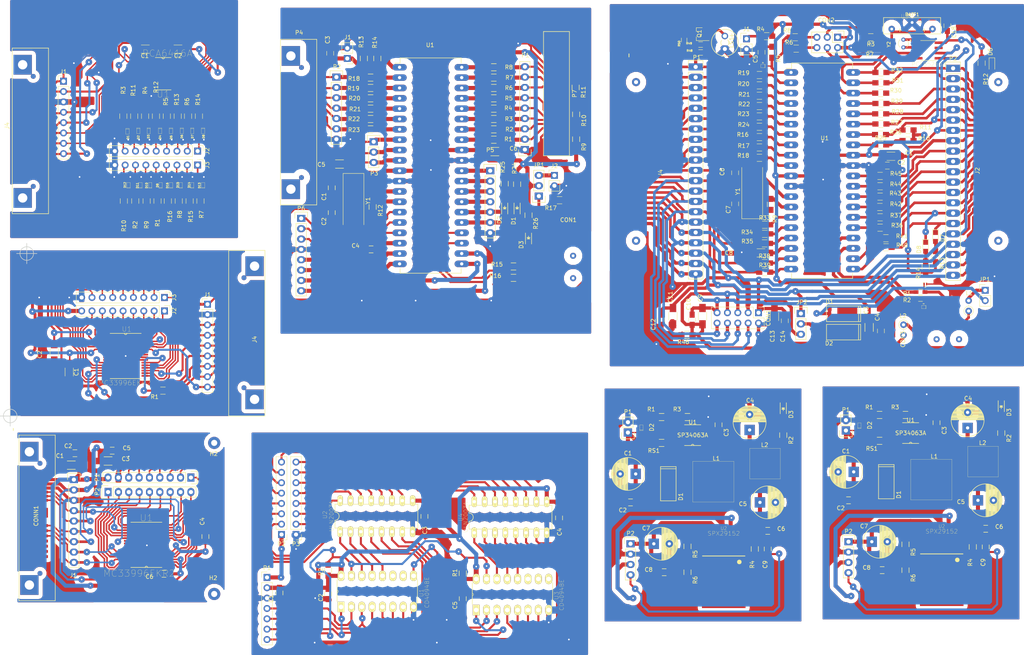
<source format=kicad_pcb>
(kicad_pcb (version 4) (host pcbnew 4.0.6)
  (title_block (title "Etapa salida fuente conmutada + regulador LDO") (date 2017-12-05) (rev "Rev 1.0") (company CENDIT) (comment 1 correo@josearias.com.ve) (comment 2 "Jose Arias"))
  (layers (0 F.Cu signal) (31 B.Cu signal) (34 B.Paste user) (35 F.Paste user) (36 B.SilkS user) (37 F.SilkS user) (38 B.Mask user) (39 F.Mask user) (44 Edge.Cuts user))
  (net 0 "")
  (net 1 VDD)
  (net 2 GNDD)
  (net 3 "Net-(C5-Pad1)")
  (net 4 /OSC1)
  (net 5 "Net-(C7-Pad1)")
  (net 6 /VUSB_CAP)
  (net 7 /VPWR)
  (net 8 GNDPWR)
  (net 9 /VCC_5V)
  (net 10 /VDD_3V)
  (net 11 "Net-(CON3-Pad1)")
  (net 12 "Net-(CON3-Pad5)")
  (net 13 //RST_VIKING)
  (net 14 //CS_VIKING)
  (net 15 /MISO)
  (net 16 /MOSI)
  (net 17 //RST_LAN)
  (net 18 //CS_LAN)
  (net 19 //RST_GPIB)
  (net 20 //RST_KEY)
  (net 21 "Net-(D1-Pad2)")
  (net 22 /USB_D-)
  (net 23 /USB_VBUS)
  (net 24 /USB_D+)
  (net 25 /LVP)
  (net 26 /OSC2)
  (net 27 "Net-(U3-Pad1)")
  (net 28 "Net-(U3-Pad2)")
  (net 29 "Net-(CON2-Pad3)")
  (net 30 "Net-(CON2-Pad4)")
  (net 31 "Net-(CON2-Pad5)")
  (net 32 "Net-(CON2-Pad6)")
  (net 33 /PA0)
  (net 34 /PA1)
  (net 35 /PA2)
  (net 36 /PA3)
  (net 37 /PA4)
  (net 38 /PA5)
  (net 39 /PE0)
  (net 40 /PE1)
  (net 41 /PE2)
  (net 42 /PC0)
  (net 43 /PC1)
  (net 44 /PC2)
  (net 45 /PD0)
  (net 46 /PD1)
  (net 47 /PB7)
  (net 48 /PB6)
  (net 49 /PB4)
  (net 50 /PB3)
  (net 51 /PB2)
  (net 52 /PB1)
  (net 53 /PB0)
  (net 54 "Net-(D6-Pad2)")
  (net 55 "Net-(D7-Pad2)")
  (net 56 "Net-(LS1-Pad2)")
  (net 57 "Net-(Q1-Pad1)")
  (net 58 "Net-(D2-Pad2)")
  (net 59 /PGD)
  (net 60 /PGC)
  (net 61 /RE0)
  (net 62 /RE1)
  (net 63 /RE2)
  (net 64 /RA0)
  (net 65 /RA1)
  (net 66 /RA2)
  (net 67 /RC0)
  (net 68 /RA3)
  (net 69 /RC1)
  (net 70 /RA4)
  (net 71 /RC2)
  (net 72 /RA5)
  (net 73 /RC6)
  (net 74 /RB0)
  (net 75 /RC7)
  (net 76 /RB1)
  (net 77 /RB2)
  (net 78 /RD0)
  (net 79 /RB3)
  (net 80 /RD1)
  (net 81 /RB4)
  (net 82 /RD2)
  (net 83 /RD3)
  (net 84 /RD4)
  (net 85 /RD5)
  (net 86 /RD6)
  (net 87 /RD7)
  (net 88 /D-)
  (net 89 /D+)
  (net 90 "Net-(Q1-Pad3)")
  (net 91 "Net-(BATT1-Pad1)")
  (net 92 "Net-(D8-Pad2)")
  (net 93 //MCLR_INT)
  (net 94 /PB5)
  (net 95 "Net-(U3-Pad7)")
  (net 96 "Net-(R1-Pad2)")
  (net 97 "Net-(R2-Pad2)")
  (net 98 "Net-(R3-Pad2)")
  (net 99 "Net-(R4-Pad2)")
  (net 100 "Net-(R5-Pad2)")
  (net 101 "Net-(R6-Pad2)")
  (net 102 "Net-(R7-Pad2)")
  (net 103 "Net-(R8-Pad2)")
  (net 104 "Net-(R9-Pad2)")
  (net 105 "Net-(R10-Pad2)")
  (net 106 "Net-(R11-Pad2)")
  (net 107 "Net-(R12-Pad2)")
  (net 108 "Net-(R13-Pad2)")
  (net 109 "Net-(R14-Pad2)")
  (net 110 "Net-(R15-Pad2)")
  (net 111 "Net-(R16-Pad2)")
  (net 112 /D7)
  (net 113 /D6)
  (net 114 /D5)
  (net 115 /D4)
  (net 116 /D3)
  (net 117 /D2)
  (net 118 /D1)
  (net 119 /D0)
  (net 120 /EOI)
  (net 121 /DAV)
  (net 122 /NRFD)
  (net 123 /NDAC)
  (net 124 /IFC)
  (net 125 /SRQ)
  (net 126 /ATN)
  (net 127 /REN)
  (net 128 GND)
  (net 129 +5.0V)
  (net 130 //INT)
  (net 131 /SCL)
  (net 132 /SDA)
  (net 133 //RESET)
  (net 134 /ADDR)
  (net 135 "Net-(J4-Pad14)")
  (net 136 "Net-(J4-Pad12)")
  (net 137 "Net-(J4-Pad11)")
  (net 138 "Net-(J4-Pad13)")
  (net 139 /VKX0)
  (net 140 /VKX1)
  (net 141 /VKX2)
  (net 142 /VKX3)
  (net 143 /VKX4)
  (net 144 /VKX5)
  (net 145 /VKX6)
  (net 146 /VKX7)
  (net 147 /VKX8)
  (net 148 /VKX9)
  (net 149 /VKX10)
  (net 150 /VKX11)
  (net 151 /VKX12)
  (net 152 /VKX13)
  (net 153 /VKX14)
  (net 154 /VKX15)
  (net 155 +24.0V)
  (net 156 /SCLK)
  (net 157 //CS)
  (net 158 "Net-(J4-Pad2)")
  (net 159 "Net-(J4-Pad1)")
  (net 160 /VK_PWM)
  (net 161 VPP)
  (net 162 VCC)
  (net 163 /PWM)
  (net 164 /P0)
  (net 165 /P1)
  (net 166 /P2)
  (net 167 /P3)
  (net 168 /P4)
  (net 169 /P5)
  (net 170 /P6)
  (net 171 /P7)
  (net 172 /P8)
  (net 173 /P9)
  (net 174 /P10)
  (net 175 /P11)
  (net 176 /P12)
  (net 177 /P13)
  (net 178 /P14)
  (net 179 /P15)
  (net 180 "Net-(CON1-Pad2)")
  (net 181 "Net-(CON1-Pad3)")
  (net 182 MCLR)
  (net 183 VBUS)
  (net 184 USB_D-)
  (net 185 USB_D+)
  (net 186 "Net-(C2-Pad1)")
  (net 187 "Net-(C3-Pad1)")
  (net 188 "Net-(R1-Pad1)")
  (net 189 "Net-(R2-Pad1)")
  (net 190 "Net-(R3-Pad1)")
  (net 191 "Net-(R4-Pad1)")
  (net 192 "Net-(R5-Pad1)")
  (net 193 "Net-(R6-Pad1)")
  (net 194 "Net-(R7-Pad1)")
  (net 195 "Net-(R8-Pad1)")
  (net 196 VDC_IN)
  (net 197 "Net-(R18-Pad1)")
  (net 198 "Net-(R19-Pad1)")
  (net 199 "Net-(R20-Pad1)")
  (net 200 "Net-(R21-Pad1)")
  (net 201 "Net-(R22-Pad1)")
  (net 202 "Net-(R23-Pad1)")
  (net 203 /PD7)
  (net 204 /PD6)
  (net 205 /PD5)
  (net 206 /PD4)
  (net 207 /PC7)
  (net 208 /PC6)
  (net 209 /PD2)
  (net 210 /PD3)
  (net 211 "Net-(D3-Pad2)")
  (net 212 "Net-(P4-Pad13)")
  (net 213 "Net-(P7-Pad12)")
  (net 214 "Net-(P7-Pad13)")
  (net 215 /ENABLE)
  (net 216 "Net-(RS1-Pad1)")
  (net 217 "Net-(D1-Pad1)")
  (net 218 "Net-(C4-Pad1)")
  (net 219 VIN)
  (net 220 VREG)
  (net 221 VOUT)
  (net 222 /OE)
  (net 223 /STRB)
  (net 224 /CLK)
  (net 225 /Q12)
  (net 226 /Q11)
  (net 227 /Q10)
  (net 228 /Q6)
  (net 229 /Q7)
  (net 230 /Q8)
  (net 231 /Q9)
  (net 232 /Q0)
  (net 233 /Q1)
  (net 234 /Q2)
  (net 235 /Q3)
  (net 236 /Q5)
  (net 237 /Q4)
  (net 238 /DATA_IN)
  (net 239 /CAS_HI)
  (net 240 /Q13)
  (module LEDs:LED_0805 (layer F.Cu) (at 242.697 73.66 270)
    (fp_text reference D7 (at 0.254 -1.778 270) (layer F.SilkS))
    (fp_text value LED)
    (pad 2 smd rect (at 1.1 0 90) (size 1.2 1.2) (layers F.Cu F.Paste F.Mask) (net 55 "Net-(D7-Pad2)"))
    (pad 1 smd rect (at -1.1 0 90) (size 1.2 1.2) (layers F.Cu F.Paste F.Mask) (net 20 //RST_KEY))
  )
  (module Inductors_THT:L_Axial_L5.3mm_D2.2mm_P2.54mm_Vertical_Vishay_IM-1 (layer F.Cu) (at 234.8484 95.1992 270)
    (fp_text reference L2 (at -2.159 0.127 360) (layer F.SilkS))
    (fp_text value FERRITE_BEAD)
    (pad 1 thru_hole circle (at 0 0 270) (size 1.6 1.6) (drill 0.8) (layers *.Cu *.Mask) (net 12 "Net-(CON3-Pad5)"))
    (pad 2 thru_hole oval (at 2.54 0 270) (size 1.6 1.6) (drill 0.8) (layers *.Cu *.Mask) (net 8 GNDPWR))
  )
  (module Capacitors_SMD:C_0805_HandSoldering (layer F.Cu) (at 175.387 93.98 270)
    (fp_text reference C12 (at 1.143 1.905 270) (layer F.SilkS))
    (fp_text value 0.1uF)
    (pad 1 smd rect (at -1.25 0 270) (size 1.5 1.25) (layers F.Cu F.Paste F.Mask) (net 9 /VCC_5V))
    (pad 2 smd rect (at 1.25 0 270) (size 1.5 1.25) (layers F.Cu F.Paste F.Mask) (net 2 GNDD))
  )
  (module CenditFootprints2:DEBUG_PIN_HEADER_21P (layer F.Cu) (at 183.8706 31.9151)
    (fp_text reference P1 (at 0.2794 -2.3241) (layer F.SilkS))
    (fp_text value DEBUG_HEADER_21P)
    (pad 1 thru_hole rect (at 0 0) (size 3.5 1.7272) (drill 1.016) (layers *.Cu *.Mask) (net 33 /PA0))
    (pad 2 thru_hole oval (at 0 2.54) (size 3.5 1.7272) (drill 1.016) (layers *.Cu *.Mask) (net 34 /PA1))
    (pad 3 thru_hole oval (at 0 5.08) (size 3.5 1.7272) (drill 1.016) (layers *.Cu *.Mask) (net 35 /PA2))
    (pad 4 thru_hole oval (at 0 7.62) (size 3.5 1.7272) (drill 1.016) (layers *.Cu *.Mask) (net 36 /PA3))
    (pad 5 thru_hole oval (at 0 10.16) (size 3.5 1.7272) (drill 1.016) (layers *.Cu *.Mask) (net 37 /PA4))
    (pad 6 thru_hole oval (at 0 12.7) (size 3.5 1.7272) (drill 1.016) (layers *.Cu *.Mask) (net 38 /PA5))
    (pad 7 thru_hole oval (at 0 15.24) (size 3.5 1.7272) (drill 1.016) (layers *.Cu *.Mask) (net 39 /PE0))
    (pad 8 thru_hole oval (at 0 17.78) (size 3.5 1.7272) (drill 1.016) (layers *.Cu *.Mask) (net 40 /PE1))
    (pad 9 thru_hole oval (at 0 20.32) (size 3.5 1.7272) (drill 1.016) (layers *.Cu *.Mask) (net 41 /PE2))
    (pad 10 thru_hole oval (at 0 22.86) (size 3.5 1.7272) (drill 1.016) (layers *.Cu *.Mask) (net 2 GNDD))
    (pad 11 thru_hole oval (at 0 25.4) (size 3.5 1.7272) (drill 1.016) (layers *.Cu *.Mask) (net 42 /PC0))
    (pad 12 thru_hole oval (at 0 27.94) (size 3.5 1.7272) (drill 1.016) (layers *.Cu *.Mask) (net 43 /PC1))
    (pad 13 thru_hole oval (at 0 30.48) (size 3.5 1.7272) (drill 1.016) (layers *.Cu *.Mask) (net 44 /PC2))
    (pad 14 thru_hole oval (at 0 33.02) (size 3.5 1.7272) (drill 1.016) (layers *.Cu *.Mask) (net 45 /PD0))
    (pad 15 thru_hole oval (at 0 35.56) (size 3.5 1.7272) (drill 1.016) (layers *.Cu *.Mask) (net 46 /PD1))
    (pad 16 thru_hole oval (at 0 38.1) (size 3.5 1.7272) (drill 1.016) (layers *.Cu *.Mask) (net 2 GNDD))
    (pad 17 thru_hole oval (at 0 40.64) (size 3.5 1.7272) (drill 1.016) (layers *.Cu *.Mask) (net 10 /VDD_3V))
    (pad 18 thru_hole oval (at 0 43.18) (size 3.5 1.7272) (drill 1.016) (layers *.Cu *.Mask) (net 2 GNDD))
    (pad 19 thru_hole oval (at 0 45.72) (size 3.5 1.7272) (drill 1.016) (layers *.Cu *.Mask) (net 9 /VCC_5V))
    (pad 20 thru_hole oval (at 0 48.26) (size 3.5 1.7272) (drill 1.016) (layers *.Cu *.Mask) (net 8 GNDPWR))
    (pad 21 thru_hole oval (at 0 50.8) (size 3.5 1.7272) (drill 1.016) (layers *.Cu *.Mask) (net 7 /VPWR))
  )
  (module Resistors_SMD:R_0603_HandSoldering (layer F.Cu) (at 239.014 87.1855)
    (fp_text reference R1 (at -3.302 0.381) (layer F.SilkS))
    (fp_text value 33)
    (pad 1 smd rect (at -1.1 0) (size 1.2 0.9) (layers F.Cu F.Paste F.Mask) (net 22 /USB_D-))
    (pad 2 smd rect (at 1.1 0) (size 1.2 0.9) (layers F.Cu F.Paste F.Mask) (net 88 /D-))
  )
  (module Capacitors_SMD:C_1206_HandSoldering (layer F.Cu) (at 231.775 53.848)
    (fp_text reference C1 (at 4.445 -0.762) (layer F.SilkS))
    (fp_text value 1uF)
    (pad 1 smd rect (at -2 0) (size 2 1.6) (layers F.Cu F.Paste F.Mask) (net 1 VDD))
    (pad 2 smd rect (at 2 0) (size 2 1.6) (layers F.Cu F.Paste F.Mask) (net 2 GNDD))
  )
  (module Capacitors_SMD:C_0805_HandSoldering (layer F.Cu) (at 230.886 56.134)
    (fp_text reference C2 (at 3.429 -0.762) (layer F.SilkS))
    (fp_text value 0.1uF)
    (pad 1 smd rect (at -1.25 0) (size 1.5 1.25) (layers F.Cu F.Paste F.Mask) (net 1 VDD))
    (pad 2 smd rect (at 1.25 0) (size 1.5 1.25) (layers F.Cu F.Paste F.Mask) (net 2 GNDD))
  )
  (module Capacitors_SMD:C_0805_HandSoldering (layer F.Cu) (at 229.3112 96.7232 270)
    (fp_text reference C4 (at -3.4036 0.8636 270) (layer F.SilkS))
    (fp_text value 0.1uF)
    (pad 1 smd rect (at -1.25 0 270) (size 1.5 1.25) (layers F.Cu F.Paste F.Mask) (net 1 VDD))
    (pad 2 smd rect (at 1.25 0 270) (size 1.5 1.25) (layers F.Cu F.Paste F.Mask) (net 2 GNDD))
  )
  (module Capacitors_SMD:C_0805_HandSoldering (layer F.Cu) (at 200.025 28.321 270)
    (fp_text reference C5 (at 1.651 1.4986 270) (layer F.SilkS))
    (fp_text value 0.1uF)
    (pad 1 smd rect (at -1.25 0 270) (size 1.5 1.25) (layers F.Cu F.Paste F.Mask) (net 3 "Net-(C5-Pad1)"))
    (pad 2 smd rect (at 1.25 0 270) (size 1.5 1.25) (layers F.Cu F.Paste F.Mask) (net 2 GNDD))
  )
  (module Capacitors_SMD:C_1206_HandSoldering (layer F.Cu) (at 199.898 77.5716)
    (fp_text reference C8 (at -7.874 0) (layer F.SilkS))
    (fp_text value 0.1uF)
    (pad 1 smd rect (at -2 0) (size 2 1.6) (layers F.Cu F.Paste F.Mask) (net 2 GNDD))
    (pad 2 smd rect (at 2 0) (size 2 1.6) (layers F.Cu F.Paste F.Mask) (net 6 /VUSB_CAP))
  )
  (module Capacitors_SMD:C_1206_HandSoldering (layer F.Cu) (at 185.547 93.091 270)
    (fp_text reference C9 (at -4.445 0.508 270) (layer F.SilkS))
    (fp_text value 1uF)
    (pad 1 smd rect (at -2 0 270) (size 2 1.6) (layers F.Cu F.Paste F.Mask) (net 7 /VPWR))
    (pad 2 smd rect (at 2 0 270) (size 2 1.6) (layers F.Cu F.Paste F.Mask) (net 8 GNDPWR))
  )
  (module Capacitors_SMD:C_0805_HandSoldering (layer F.Cu) (at 183.007 93.98 270)
    (fp_text reference C10 (at -3.81 0.889 270) (layer F.SilkS))
    (fp_text value 0.1uF)
    (pad 1 smd rect (at -1.25 0 270) (size 1.5 1.25) (layers F.Cu F.Paste F.Mask) (net 7 /VPWR))
    (pad 2 smd rect (at 1.25 0 270) (size 1.5 1.25) (layers F.Cu F.Paste F.Mask) (net 8 GNDPWR))
  )
  (module Capacitors_SMD:C_1206_HandSoldering (layer F.Cu) (at 178.308 93.091 270)
    (fp_text reference C11 (at -4.699 0.635 270) (layer F.SilkS))
    (fp_text value 1uF)
    (pad 1 smd rect (at -2 0 270) (size 2 1.6) (layers F.Cu F.Paste F.Mask) (net 9 /VCC_5V))
    (pad 2 smd rect (at 2 0 270) (size 2 1.6) (layers F.Cu F.Paste F.Mask) (net 2 GNDD))
  )
  (module Capacitors_SMD:C_1206_HandSoldering (layer F.Cu) (at 203.2 93.218 270)
    (fp_text reference C13 (at 4.826 0.508 270) (layer F.SilkS))
    (fp_text value 1uF)
    (pad 1 smd rect (at -2 0 270) (size 2 1.6) (layers F.Cu F.Paste F.Mask) (net 10 /VDD_3V))
    (pad 2 smd rect (at 2 0 270) (size 2 1.6) (layers F.Cu F.Paste F.Mask) (net 2 GNDD))
  )
  (module Capacitors_SMD:C_0805_HandSoldering (layer F.Cu) (at 205.74 94.234 270)
    (fp_text reference C14 (at 3.81 0.508 270) (layer F.SilkS))
    (fp_text value 0.1uF)
    (pad 1 smd rect (at -1.25 0 270) (size 1.5 1.25) (layers F.Cu F.Paste F.Mask) (net 10 /VDD_3V))
    (pad 2 smd rect (at 1.25 0 270) (size 1.5 1.25) (layers F.Cu F.Paste F.Mask) (net 2 GNDD))
  )
  (module Capacitors_SMD:C_0805_HandSoldering (layer F.Cu) (at 245.618 21.8186 90)
    (fp_text reference C18 (at -1.5748 1.6256 90) (layer F.SilkS))
    (fp_text value 0.1uF)
    (pad 1 smd rect (at -1.25 0 90) (size 1.5 1.25) (layers F.Cu F.Paste F.Mask) (net 10 /VDD_3V))
    (pad 2 smd rect (at 1.25 0 90) (size 1.5 1.25) (layers F.Cu F.Paste F.Mask) (net 2 GNDD))
  )
  (module Pin_Headers:Pin_Header_Straight_1x02_Pitch2.54mm (layer F.Cu) (at 196.342 25.019)
    (fp_text reference J1 (at 0 -2.39) (layer F.SilkS))
    (fp_text value RESET_CON)
    (pad 1 thru_hole rect (at 0 0) (size 1.7 1.7) (drill 1) (layers *.Cu *.Mask) (net 3 "Net-(C5-Pad1)"))
    (pad 2 thru_hole oval (at 0 2.54) (size 1.7 1.7) (drill 1) (layers *.Cu *.Mask) (net 2 GNDD))
  )
  (module Pin_Headers:Pin_Header_Straight_1x02_Pitch2.54mm (layer F.Cu) (at 254.889 86.741)
    (fp_text reference JP1 (at -0.127 -2.667) (layer F.SilkS))
    (fp_text value JMP_USB_VBUS)
    (pad 1 thru_hole rect (at 0 0) (size 1.7 1.7) (drill 1) (layers *.Cu *.Mask) (net 23 /USB_VBUS))
    (pad 2 thru_hole oval (at 0 2.54) (size 1.7 1.7) (drill 1) (layers *.Cu *.Mask) (net 21 "Net-(D1-Pad2)"))
  )
  (module Resistors_SMD:R_0603_HandSoldering (layer F.Cu) (at 239.014 88.773)
    (fp_text reference R2 (at -3.302 0.381) (layer F.SilkS))
    (fp_text value 33)
    (pad 1 smd rect (at -1.1 0) (size 1.2 0.9) (layers F.Cu F.Paste F.Mask) (net 24 /USB_D+))
    (pad 2 smd rect (at 1.1 0) (size 1.2 0.9) (layers F.Cu F.Paste F.Mask) (net 89 /D+))
  )
  (module Resistors_SMD:R_0805_HandSoldering (layer F.Cu) (at 226.822 24.638 180)
    (fp_text reference R3 (at 0 -1.7 180) (layer F.SilkS))
    (fp_text value 100R)
    (pad 1 smd rect (at -1.35 0 180) (size 1.5 1.3) (layers F.Cu F.Paste F.Mask) (net 59 /PGD))
    (pad 2 smd rect (at 1.35 0 180) (size 1.5 1.3) (layers F.Cu F.Paste F.Mask) (net 29 "Net-(CON2-Pad3)"))
  )
  (module Resistors_SMD:R_0805_HandSoldering (layer F.Cu) (at 201.295 24.384 180)
    (fp_text reference R4 (at 1.4986 1.7272 180) (layer F.SilkS))
    (fp_text value 4,7K)
    (pad 1 smd rect (at -1.35 0 180) (size 1.5 1.3) (layers F.Cu F.Paste F.Mask) (net 1 VDD))
    (pad 2 smd rect (at 1.35 0 180) (size 1.5 1.3) (layers F.Cu F.Paste F.Mask) (net 3 "Net-(C5-Pad1)"))
  )
  (module Resistors_SMD:R_0805_HandSoldering (layer F.Cu) (at 202.565 28.321 90)
    (fp_text reference R5 (at -1.5494 1.6002 90) (layer F.SilkS))
    (fp_text value 100R)
    (pad 1 smd rect (at -1.35 0 90) (size 1.5 1.3) (layers F.Cu F.Paste F.Mask) (net 93 //MCLR_INT))
    (pad 2 smd rect (at 1.35 0 90) (size 1.5 1.3) (layers F.Cu F.Paste F.Mask) (net 3 "Net-(C5-Pad1)"))
  )
  (module Resistors_SMD:R_0805_HandSoldering (layer F.Cu) (at 208.534 27.432)
    (fp_text reference R6 (at -1.7272 -1.524) (layer F.SilkS))
    (fp_text value 100R)
    (pad 1 smd rect (at -1.35 0) (size 1.5 1.3) (layers F.Cu F.Paste F.Mask) (net 25 /LVP))
    (pad 2 smd rect (at 1.35 0) (size 1.5 1.3) (layers F.Cu F.Paste F.Mask) (net 32 "Net-(CON2-Pad6)"))
  )
  (module Resistors_SMD:R_0805_HandSoldering (layer F.Cu) (at 226.568 27.178 180)
    (fp_text reference R7 (at 0 -1.7 180) (layer F.SilkS))
    (fp_text value 100R)
    (pad 1 smd rect (at -1.35 0 180) (size 1.5 1.3) (layers F.Cu F.Paste F.Mask) (net 60 /PGC))
    (pad 2 smd rect (at 1.35 0 180) (size 1.5 1.3) (layers F.Cu F.Paste F.Mask) (net 30 "Net-(CON2-Pad4)"))
  )
  (module Resistors_SMD:R_0805_HandSoldering (layer F.Cu) (at 208.28 24.638)
    (fp_text reference R8 (at -1.9812 -1.6764) (layer F.SilkS))
    (fp_text value 100)
    (pad 1 smd rect (at -1.35 0) (size 1.5 1.3) (layers F.Cu F.Paste F.Mask) (net 93 //MCLR_INT))
    (pad 2 smd rect (at 1.35 0) (size 1.5 1.3) (layers F.Cu F.Paste F.Mask) (net 31 "Net-(CON2-Pad5)"))
  )
  (module Resistors_SMD:R_0805_HandSoldering (layer F.Cu) (at 202.311 65.659 270)
    (fp_text reference R9 (at 3.556 -1.016 270) (layer F.SilkS))
    (fp_text value RS)
    (pad 1 smd rect (at -1.35 0 270) (size 1.5 1.3) (layers F.Cu F.Paste F.Mask) (net 26 /OSC2))
    (pad 2 smd rect (at 1.35 0 270) (size 1.5 1.3) (layers F.Cu F.Paste F.Mask) (net 5 "Net-(C7-Pad1)"))
  )
  (module Crystals:Crystal_C26-LF_d2.1mm_l6.5mm_Vertical (layer F.Cu) (at 234.823 25.2222 270)
    (fp_text reference Y2 (at 1.1684 3.5814 270) (layer F.SilkS) (effects (font (size 0.8 0.8))))
    (fp_text value 32.768KHZ)
    (pad 1 thru_hole circle (at 0 0 270) (size 1 1) (drill 0.5) (layers *.Cu *.Mask) (net 27 "Net-(U3-Pad1)"))
    (pad 2 thru_hole circle (at 1.9 0 270) (size 1 1) (drill 0.5) (layers *.Cu *.Mask) (net 28 "Net-(U3-Pad2)"))
  )
  (module Inductors_THT:L_Axial_L5.3mm_D2.2mm_P2.54mm_Vertical_Vishay_IM-1 (layer F.Cu) (at 250.825 91.821 90)
    (fp_text reference L1 (at 4.3688 0.1524 180) (layer F.SilkS))
    (fp_text value FERRITE_BEAD)
    (pad 1 thru_hole circle (at 0 0 90) (size 1.6 1.6) (drill 0.8) (layers *.Cu *.Mask) (net 11 "Net-(CON3-Pad1)"))
    (pad 2 thru_hole oval (at 2.54 0 90) (size 1.6 1.6) (drill 0.8) (layers *.Cu *.Mask) (net 23 /USB_VBUS))
  )
  (module Capacitors_SMD:C_0805_HandSoldering (layer F.Cu) (at 193.548 57.912 270)
    (fp_text reference C6 (at -0.254 3.175 270) (layer F.SilkS))
    (fp_text value 22p)
    (pad 1 smd rect (at -1.25 0 270) (size 1.5 1.25) (layers F.Cu F.Paste F.Mask) (net 4 /OSC1))
    (pad 2 smd rect (at 1.25 0 270) (size 1.5 1.25) (layers F.Cu F.Paste F.Mask) (net 2 GNDD))
  )
  (module Capacitors_SMD:C_0805_HandSoldering (layer F.Cu) (at 193.548 65.532 90)
    (fp_text reference C7 (at -1.397 -1.651 90) (layer F.SilkS))
    (fp_text value 22p)
    (pad 1 smd rect (at -1.25 0 90) (size 1.5 1.25) (layers F.Cu F.Paste F.Mask) (net 5 "Net-(C7-Pad1)"))
    (pad 2 smd rect (at 1.25 0 90) (size 1.5 1.25) (layers F.Cu F.Paste F.Mask) (net 2 GNDD))
  )
  (module LEDs:LED_0805 (layer F.Cu) (at 256.54 31.496 270)
    (fp_text reference D6 (at -3.302 0.381 270) (layer F.SilkS))
    (fp_text value LED)
    (pad 2 smd rect (at 1.1 0 90) (size 1.2 1.2) (layers F.Cu F.Paste F.Mask) (net 54 "Net-(D6-Pad2)"))
    (pad 1 smd rect (at -1.1 0 90) (size 1.2 1.2) (layers F.Cu F.Paste F.Mask) (net 2 GNDD))
  )
  (module Resistors_SMD:R_0805_HandSoldering (layer F.Cu) (at 254 30.988 270)
    (fp_text reference R12 (at 3.937 -1.016 270) (layer F.SilkS))
    (fp_text value 300)
    (pad 1 smd rect (at -1.35 0 270) (size 1.5 1.3) (layers F.Cu F.Paste F.Mask) (net 1 VDD))
    (pad 2 smd rect (at 1.35 0 270) (size 1.5 1.3) (layers F.Cu F.Paste F.Mask) (net 54 "Net-(D6-Pad2)"))
  )
  (module Resistors_SMD:R_0805_HandSoldering (layer F.Cu) (at 242.697 78.486 90)
    (fp_text reference R13 (at -1.651 1.651 90) (layer F.SilkS))
    (fp_text value 300)
    (pad 1 smd rect (at -1.35 0 90) (size 1.5 1.3) (layers F.Cu F.Paste F.Mask) (net 1 VDD))
    (pad 2 smd rect (at 1.35 0 90) (size 1.5 1.3) (layers F.Cu F.Paste F.Mask) (net 55 "Net-(D7-Pad2)"))
  )
  (module Buzzers_Beepers:MagneticBuzzer_Kingstate_KCG0601 (layer F.Cu) (at 191.0334 27.5082 90)
    (fp_text reference LS1 (at 1.6002 1.6256 90) (layer F.SilkS))
    (fp_text value Speaker_Crystal)
    (pad 1 thru_hole circle (at 0 0 90) (size 1.6002 1.6002) (drill 1.00076) (layers *.Cu *.Mask) (net 2 GNDD))
    (pad 2 thru_hole circle (at 3.175 0 90) (size 1.6002 1.6002) (drill 1.00076) (layers *.Cu *.Mask) (net 56 "Net-(LS1-Pad2)"))
  )
  (module Pin_Headers:Pin_Header_Straight_2x03 (layer F.Cu) (at 218.694 24.638 270)
    (fp_text reference CON2 (at -4.191 2.794 360) (layer F.SilkS))
    (fp_text value ICSP_CON)
    (pad 1 thru_hole rect (at 0 0 270) (size 1.7272 1.7272) (drill 1.016) (layers *.Cu *.Mask) (net 1 VDD))
    (pad 2 thru_hole oval (at 2.54 0 270) (size 1.7272 1.7272) (drill 1.016) (layers *.Cu *.Mask) (net 2 GNDD))
    (pad 3 thru_hole oval (at 0 2.54 270) (size 1.7272 1.7272) (drill 1.016) (layers *.Cu *.Mask) (net 29 "Net-(CON2-Pad3)"))
    (pad 4 thru_hole oval (at 2.54 2.54 270) (size 1.7272 1.7272) (drill 1.016) (layers *.Cu *.Mask) (net 30 "Net-(CON2-Pad4)"))
    (pad 5 thru_hole oval (at 0 5.08 270) (size 1.7272 1.7272) (drill 1.016) (layers *.Cu *.Mask) (net 31 "Net-(CON2-Pad5)"))
    (pad 6 thru_hole oval (at 2.54 5.08 270) (size 1.7272 1.7272) (drill 1.016) (layers *.Cu *.Mask) (net 32 "Net-(CON2-Pad6)"))
  )
  (module Resistors_SMD:R_0805_HandSoldering (layer F.Cu) (at 181.737 97.663)
    (fp_text reference R46 (at -0.889 1.778) (layer F.SilkS))
    (fp_text value 0)
    (pad 1 smd rect (at -1.35 0) (size 1.5 1.3) (layers F.Cu F.Paste F.Mask) (net 2 GNDD))
    (pad 2 smd rect (at 1.35 0) (size 1.5 1.3) (layers F.Cu F.Paste F.Mask) (net 8 GNDPWR))
  )
  (module CenditFootprints2:PIC18F4550-PDIP (layer F.Cu) (at 207.264 33.274)
    (fp_text reference U1 (at 8.255 16.129) (layer F.SilkS))
    (fp_text value PIC18F4550-I/P)
    (pad 1 thru_hole oval (at 0 0) (size 3.5 1.6) (drill 0.8) (layers *.Cu *.Mask) (net 93 //MCLR_INT))
    (pad 2 thru_hole oval (at 0 2.54) (size 3.5 1.6) (drill 0.8) (layers *.Cu *.Mask) (net 64 /RA0))
    (pad 3 thru_hole oval (at 0 5.08) (size 3.5 1.6) (drill 0.8) (layers *.Cu *.Mask) (net 65 /RA1))
    (pad 4 thru_hole oval (at 0 7.62) (size 3.5 1.6) (drill 0.8) (layers *.Cu *.Mask) (net 66 /RA2))
    (pad 5 thru_hole oval (at 0 10.16) (size 3.5 1.6) (drill 0.8) (layers *.Cu *.Mask) (net 68 /RA3))
    (pad 6 thru_hole oval (at 0 12.7) (size 3.5 1.6) (drill 0.8) (layers *.Cu *.Mask) (net 70 /RA4))
    (pad 7 thru_hole oval (at 0 15.24) (size 3.5 1.6) (drill 0.8) (layers *.Cu *.Mask) (net 72 /RA5))
    (pad 8 thru_hole oval (at 0 17.78) (size 3.5 1.6) (drill 0.8) (layers *.Cu *.Mask) (net 61 /RE0))
    (pad 9 thru_hole oval (at 0 20.32) (size 3.5 1.6) (drill 0.8) (layers *.Cu *.Mask) (net 62 /RE1))
    (pad 10 thru_hole oval (at 0 22.86) (size 3.5 1.6) (drill 0.8) (layers *.Cu *.Mask) (net 63 /RE2))
    (pad 11 thru_hole oval (at 0 25.4) (size 3.5 1.6) (drill 0.8) (layers *.Cu *.Mask) (net 1 VDD))
    (pad 12 thru_hole oval (at 0 27.94) (size 3.5 1.6) (drill 0.8) (layers *.Cu *.Mask) (net 2 GNDD))
    (pad 13 thru_hole oval (at 0 30.48) (size 3.5 1.6) (drill 0.8) (layers *.Cu *.Mask) (net 4 /OSC1))
    (pad 14 thru_hole oval (at 0 33.02) (size 3.5 1.6) (drill 0.8) (layers *.Cu *.Mask) (net 26 /OSC2))
    (pad 15 thru_hole oval (at 0 35.56) (size 3.5 1.6) (drill 0.8) (layers *.Cu *.Mask) (net 67 /RC0))
    (pad 16 thru_hole oval (at 0 38.1) (size 3.5 1.6) (drill 0.8) (layers *.Cu *.Mask) (net 69 /RC1))
    (pad 17 thru_hole oval (at 0 40.64) (size 3.5 1.6) (drill 0.8) (layers *.Cu *.Mask) (net 71 /RC2))
    (pad 18 thru_hole oval (at 0 43.18) (size 3.5 1.6) (drill 0.8) (layers *.Cu *.Mask) (net 6 /VUSB_CAP))
    (pad 19 thru_hole oval (at 0 45.72) (size 3.5 1.6) (drill 0.8) (layers *.Cu *.Mask) (net 78 /RD0))
    (pad 20 thru_hole oval (at 0 48.26) (size 3.5 1.6) (drill 0.8) (layers *.Cu *.Mask) (net 80 /RD1))
    (pad 21 thru_hole oval (at 15.24 48.26) (size 3.5 1.6) (drill 0.8) (layers *.Cu *.Mask) (net 82 /RD2))
    (pad 22 thru_hole oval (at 15.24 45.72) (size 3.5 1.6) (drill 0.8) (layers *.Cu *.Mask) (net 83 /RD3))
    (pad 23 thru_hole oval (at 15.24 43.18) (size 3.5 1.6) (drill 0.8) (layers *.Cu *.Mask) (net 22 /USB_D-))
    (pad 24 thru_hole oval (at 15.24 40.64) (size 3.5 1.6) (drill 0.8) (layers *.Cu *.Mask) (net 24 /USB_D+))
    (pad 25 thru_hole oval (at 15.24 38.1) (size 3.5 1.6) (drill 0.8) (layers *.Cu *.Mask) (net 73 /RC6))
    (pad 26 thru_hole oval (at 15.24 35.56) (size 3.5 1.6) (drill 0.8) (layers *.Cu *.Mask) (net 75 /RC7))
    (pad 27 thru_hole oval (at 15.24 33.02) (size 3.5 1.6) (drill 0.8) (layers *.Cu *.Mask) (net 84 /RD4))
    (pad 28 thru_hole oval (at 15.24 30.48) (size 3.5 1.6) (drill 0.8) (layers *.Cu *.Mask) (net 85 /RD5))
    (pad 29 thru_hole oval (at 15.24 27.94) (size 3.5 1.6) (drill 0.8) (layers *.Cu *.Mask) (net 86 /RD6))
    (pad 30 thru_hole oval (at 15.24 25.4) (size 3.5 1.6) (drill 0.8) (layers *.Cu *.Mask) (net 87 /RD7))
    (pad 31 thru_hole oval (at 15.24 22.86) (size 3.5 1.6) (drill 0.8) (layers *.Cu *.Mask) (net 2 GNDD))
    (pad 32 thru_hole oval (at 15.24 20.32) (size 3.5 1.6) (drill 0.8) (layers *.Cu *.Mask) (net 1 VDD))
    (pad 33 thru_hole oval (at 15.24 17.78) (size 3.5 1.6) (drill 0.8) (layers *.Cu *.Mask) (net 74 /RB0))
    (pad 34 thru_hole oval (at 15.24 15.24) (size 3.5 1.6) (drill 0.8) (layers *.Cu *.Mask) (net 76 /RB1))
    (pad 35 thru_hole oval (at 15.24 12.7) (size 3.5 1.6) (drill 0.8) (layers *.Cu *.Mask) (net 77 /RB2))
    (pad 36 thru_hole oval (at 15.24 10.16) (size 3.5 1.6) (drill 0.8) (layers *.Cu *.Mask) (net 79 /RB3))
    (pad 37 thru_hole oval (at 15.24 7.62) (size 3.5 1.6) (drill 0.8) (layers *.Cu *.Mask) (net 81 /RB4))
    (pad 38 thru_hole oval (at 15.24 5.08) (size 3.5 1.6) (drill 0.8) (layers *.Cu *.Mask) (net 25 /LVP))
    (pad 39 thru_hole oval (at 15.24 2.54) (size 3.5 1.6) (drill 0.8) (layers *.Cu *.Mask) (net 60 /PGC))
    (pad 40 thru_hole oval (at 15.24 0) (size 3.5 1.6) (drill 0.8) (layers *.Cu *.Mask) (net 59 /PGD))
  )
  (module CenditFootprints2:SP1003-01ETG (layer F.Cu) (at 239.776 90.8685 180)
    (fp_text reference D3 (at 0 0.8 180) (layer F.SilkS) (effects (font (size 0.2 0.2) (thickness 0.05))))
    (fp_text value SP1003-01ETG)
    (pad 1 smd rect (at -0.325 0 180) (size 0.325 0.65) (layers F.Cu F.Paste F.Mask) (net 89 /D+))
    (pad 2 smd rect (at 0.325 0 180) (size 0.325 0.65) (layers F.Cu F.Paste F.Mask) (net 2 GNDD))
  )
  (module CenditFootprints2:SP1003-01ETG (layer F.Cu) (at 240.2205 85.217)
    (fp_text reference D4 (at 0 0.8) (layer F.SilkS) (effects (font (size 0.2 0.2) (thickness 0.05))))
    (fp_text value SP1003-01ETG)
    (pad 1 smd rect (at -0.325 0) (size 0.325 0.65) (layers F.Cu F.Paste F.Mask) (net 88 /D-))
    (pad 2 smd rect (at 0.325 0) (size 0.325 0.65) (layers F.Cu F.Paste F.Mask) (net 2 GNDD))
  )
  (module CenditFootprints2:SP1003-01ETG (layer F.Cu) (at 200.3552 31.6992 180)
    (fp_text reference D5 (at 0 0.8 180) (layer F.SilkS) (effects (font (size 0.2 0.2) (thickness 0.05))))
    (fp_text value SP1003-01ETG)
    (pad 1 smd rect (at -0.325 0 180) (size 0.325 0.65) (layers F.Cu F.Paste F.Mask) (net 93 //MCLR_INT))
    (pad 2 smd rect (at 0.325 0 180) (size 0.325 0.65) (layers F.Cu F.Paste F.Mask) (net 2 GNDD))
  )
  (module CenditFootprints2:SATA_PLUG_22P_SMT (layer F.Cu) (at 257.556 70.358 90)
    (fp_text reference J2 (at 12.954 -4.572 90) (layer F.SilkS))
    (fp_text value "SATA_PLUG _22P_SMT")
    (pad 1 smd rect (at 0 0 90) (size 0.6 1.7) (layers F.Cu F.Paste F.Mask) (net 7 /VPWR))
    (pad 2 smd rect (at 1.27 0 90) (size 0.6 1.7) (layers F.Cu F.Paste F.Mask) (net 8 GNDPWR))
    (pad 3 smd rect (at 2.54 0 90) (size 0.6 1.7) (layers F.Cu F.Paste F.Mask) (net 9 /VCC_5V))
    (pad 4 smd rect (at 3.81 0 90) (size 0.6 1.7) (layers F.Cu F.Paste F.Mask) (net 2 GNDD))
    (pad 5 smd rect (at 5.08 0 90) (size 0.6 1.7) (layers F.Cu F.Paste F.Mask) (net 10 /VDD_3V))
    (pad 6 smd rect (at 6.35 0 90) (size 0.6 1.7) (layers F.Cu F.Paste F.Mask) (net 20 //RST_KEY))
    (pad 7 smd rect (at 7.62 0 90) (size 0.6 1.7) (layers F.Cu F.Paste F.Mask) (net 19 //RST_GPIB))
    (pad 8 smd rect (at 13.97 0 90) (size 0.6 1.7) (layers F.Cu F.Paste F.Mask) (net 15 /MISO))
    (pad 9 smd rect (at 15.24 0 90) (size 0.6 1.7) (layers F.Cu F.Paste F.Mask) (net 16 /MOSI))
    (pad 10 smd rect (at 16.51 0 90) (size 0.6 1.7) (layers F.Cu F.Paste F.Mask) (net 17 //RST_LAN))
    (pad 11 smd rect (at 17.78 0 90) (size 0.6 1.7) (layers F.Cu F.Paste F.Mask) (net 13 //RST_VIKING))
    (pad 12 smd rect (at 19.05 0 90) (size 0.6 1.7) (layers F.Cu F.Paste F.Mask) (net 18 //CS_LAN))
    (pad 13 smd rect (at 20.32 0 90) (size 0.6 1.7) (layers F.Cu F.Paste F.Mask) (net 14 //CS_VIKING))
    (pad 14 smd rect (at 21.59 0 90) (size 0.6 1.7) (layers F.Cu F.Paste F.Mask) (net 2 GNDD))
    (pad 15 smd rect (at 22.86 0 90) (size 0.6 1.7) (layers F.Cu F.Paste F.Mask) (net 53 /PB0))
    (pad 16 smd rect (at 24.13 0 90) (size 0.6 1.7) (layers F.Cu F.Paste F.Mask) (net 52 /PB1))
    (pad 17 smd rect (at 25.4 0 90) (size 0.6 1.7) (layers F.Cu F.Paste F.Mask) (net 51 /PB2))
    (pad 18 smd rect (at 26.67 0 90) (size 0.6 1.7) (layers F.Cu F.Paste F.Mask) (net 50 /PB3))
    (pad 19 smd rect (at 27.94 0 90) (size 0.6 1.7) (layers F.Cu F.Paste F.Mask) (net 49 /PB4))
    (pad 20 smd rect (at 29.21 0 90) (size 0.6 1.7) (layers F.Cu F.Paste F.Mask) (net 48 /PB6))
    (pad 21 smd rect (at 30.48 0 90) (size 0.6 1.7) (layers F.Cu F.Paste F.Mask) (net 47 /PB7))
    (pad "" np_thru_hole circle (at 34.71 0.55 90) (size 2 2) (drill 1) (layers *.Cu *.Mask))
    (pad "" np_thru_hole circle (at -4.23 0.55 90) (size 2 2) (drill 1) (layers *.Cu *.Mask))
    (pad 24 smd rect (at 39.54 5.2 90) (size 2 2) (layers F.Cu F.Paste F.Mask))
    (pad 23 smd rect (at -9.06 5.2 90) (size 2 2) (layers F.Cu F.Paste F.Mask))
  )
  (module CenditFootprints2:SATA_PLUG_22P_SMT (layer F.Cu) (at 169.799 39.878 270)
    (fp_text reference J4 (at 18.034 -5.461 270) (layer F.SilkS))
    (fp_text value "SATA_PLUG _22P_SMT")
    (pad 1 smd rect (at 0 0 270) (size 0.6 1.7) (layers F.Cu F.Paste F.Mask) (net 33 /PA0))
    (pad 2 smd rect (at 1.27 0 270) (size 0.6 1.7) (layers F.Cu F.Paste F.Mask) (net 34 /PA1))
    (pad 3 smd rect (at 2.54 0 270) (size 0.6 1.7) (layers F.Cu F.Paste F.Mask) (net 35 /PA2))
    (pad 4 smd rect (at 3.81 0 270) (size 0.6 1.7) (layers F.Cu F.Paste F.Mask) (net 36 /PA3))
    (pad 5 smd rect (at 5.08 0 270) (size 0.6 1.7) (layers F.Cu F.Paste F.Mask) (net 37 /PA4))
    (pad 6 smd rect (at 6.35 0 270) (size 0.6 1.7) (layers F.Cu F.Paste F.Mask) (net 38 /PA5))
    (pad 7 smd rect (at 7.62 0 270) (size 0.6 1.7) (layers F.Cu F.Paste F.Mask) (net 39 /PE0))
    (pad 8 smd rect (at 13.97 0 270) (size 0.6 1.7) (layers F.Cu F.Paste F.Mask) (net 40 /PE1))
    (pad 9 smd rect (at 15.24 0 270) (size 0.6 1.7) (layers F.Cu F.Paste F.Mask) (net 41 /PE2))
    (pad 10 smd rect (at 16.51 0 270) (size 0.6 1.7) (layers F.Cu F.Paste F.Mask) (net 2 GNDD))
    (pad 11 smd rect (at 17.78 0 270) (size 0.6 1.7) (layers F.Cu F.Paste F.Mask) (net 42 /PC0))
    (pad 12 smd rect (at 19.05 0 270) (size 0.6 1.7) (layers F.Cu F.Paste F.Mask) (net 43 /PC1))
    (pad 13 smd rect (at 20.32 0 270) (size 0.6 1.7) (layers F.Cu F.Paste F.Mask) (net 44 /PC2))
    (pad 14 smd rect (at 21.59 0 270) (size 0.6 1.7) (layers F.Cu F.Paste F.Mask) (net 45 /PD0))
    (pad 15 smd rect (at 22.86 0 270) (size 0.6 1.7) (layers F.Cu F.Paste F.Mask) (net 46 /PD1))
    (pad 16 smd rect (at 24.13 0 270) (size 0.6 1.7) (layers F.Cu F.Paste F.Mask) (net 2 GNDD))
    (pad 17 smd rect (at 25.4 0 270) (size 0.6 1.7) (layers F.Cu F.Paste F.Mask) (net 10 /VDD_3V))
    (pad 18 smd rect (at 26.67 0 270) (size 0.6 1.7) (layers F.Cu F.Paste F.Mask) (net 2 GNDD))
    (pad 19 smd rect (at 27.94 0 270) (size 0.6 1.7) (layers F.Cu F.Paste F.Mask) (net 9 /VCC_5V))
    (pad 20 smd rect (at 29.21 0 270) (size 0.6 1.7) (layers F.Cu F.Paste F.Mask) (net 8 GNDPWR))
    (pad 21 smd rect (at 30.48 0 270) (size 0.6 1.7) (layers F.Cu F.Paste F.Mask) (net 7 /VPWR))
    (pad "" np_thru_hole circle (at 34.71 0.55 270) (size 2 2) (drill 1) (layers *.Cu *.Mask))
    (pad "" np_thru_hole circle (at -4.23 0.55 270) (size 2 2) (drill 1) (layers *.Cu *.Mask))
    (pad 24 smd rect (at 39.54 5.2 270) (size 2 2) (layers F.Cu F.Paste F.Mask))
    (pad 23 smd rect (at -9.06 5.2 270) (size 2 2) (layers F.Cu F.Paste F.Mask))
  )
  (module CenditFootprints2:DEBUG_PIN_HEADER_21P (layer F.Cu) (at 247.015 32.258)
    (fp_text reference P2 (at 0 -2.3876) (layer F.SilkS))
    (fp_text value DEBUG_HEADER_21P)
    (pad 1 thru_hole rect (at 0 0) (size 3.5 1.7272) (drill 1.016) (layers *.Cu *.Mask) (net 47 /PB7))
    (pad 2 thru_hole oval (at 0 2.54) (size 3.5 1.7272) (drill 1.016) (layers *.Cu *.Mask) (net 48 /PB6))
    (pad 3 thru_hole oval (at 0 5.08) (size 3.5 1.7272) (drill 1.016) (layers *.Cu *.Mask) (net 49 /PB4))
    (pad 4 thru_hole oval (at 0 7.62) (size 3.5 1.7272) (drill 1.016) (layers *.Cu *.Mask) (net 50 /PB3))
    (pad 5 thru_hole oval (at 0 10.16) (size 3.5 1.7272) (drill 1.016) (layers *.Cu *.Mask) (net 51 /PB2))
    (pad 6 thru_hole oval (at 0 12.7) (size 3.5 1.7272) (drill 1.016) (layers *.Cu *.Mask) (net 52 /PB1))
    (pad 7 thru_hole oval (at 0 15.24) (size 3.5 1.7272) (drill 1.016) (layers *.Cu *.Mask) (net 53 /PB0))
    (pad 8 thru_hole oval (at 0 17.78) (size 3.5 1.7272) (drill 1.016) (layers *.Cu *.Mask) (net 2 GNDD))
    (pad 9 thru_hole oval (at 0 20.32) (size 3.5 1.7272) (drill 1.016) (layers *.Cu *.Mask) (net 14 //CS_VIKING))
    (pad 10 thru_hole oval (at 0 22.86) (size 3.5 1.7272) (drill 1.016) (layers *.Cu *.Mask) (net 18 //CS_LAN))
    (pad 11 thru_hole oval (at 0 25.4) (size 3.5 1.7272) (drill 1.016) (layers *.Cu *.Mask) (net 13 //RST_VIKING))
    (pad 12 thru_hole oval (at 0 27.94) (size 3.5 1.7272) (drill 1.016) (layers *.Cu *.Mask) (net 17 //RST_LAN))
    (pad 13 thru_hole oval (at 0 30.48) (size 3.5 1.7272) (drill 1.016) (layers *.Cu *.Mask) (net 16 /MOSI))
    (pad 14 thru_hole oval (at 0 33.02) (size 3.5 1.7272) (drill 1.016) (layers *.Cu *.Mask) (net 15 /MISO))
    (pad 15 thru_hole oval (at 0 35.56) (size 3.5 1.7272) (drill 1.016) (layers *.Cu *.Mask) (net 19 //RST_GPIB))
    (pad 16 thru_hole oval (at 0 38.1) (size 3.5 1.7272) (drill 1.016) (layers *.Cu *.Mask) (net 20 //RST_KEY))
    (pad 17 thru_hole oval (at 0 40.64) (size 3.5 1.7272) (drill 1.016) (layers *.Cu *.Mask) (net 10 /VDD_3V))
    (pad 18 thru_hole oval (at 0 43.18) (size 3.5 1.7272) (drill 1.016) (layers *.Cu *.Mask) (net 2 GNDD))
    (pad 19 thru_hole oval (at 0 45.72) (size 3.5 1.7272) (drill 1.016) (layers *.Cu *.Mask) (net 9 /VCC_5V))
    (pad 20 thru_hole oval (at 0 48.26) (size 3.5 1.7272) (drill 1.016) (layers *.Cu *.Mask) (net 8 GNDPWR))
    (pad 21 thru_hole oval (at 0 50.8) (size 3.5 1.7272) (drill 1.016) (layers *.Cu *.Mask) (net 7 /VPWR))
  )
  (module CenditFootprints2:PCF85263A_SO8 (layer F.Cu) (at 240.9952 27.8892)
    (fp_text reference U3 (at -5.842 -8.382) (layer F.SilkS) (effects (font (size 1.00152 1.00152) (thickness 0.05))))
    (fp_text value PCF85263A (at 0.0508 3.3528) (layer F.SilkS) (effects (font (size 1.00204 1.00204) (thickness 0.05))))
    (pad 1 smd rect (at -2.475 -1.905) (size 1.97 0.6) (layers F.Cu F.Paste F.Mask) (net 27 "Net-(U3-Pad1)"))
    (pad 2 smd rect (at -2.475 -0.635) (size 1.97 0.6) (layers F.Cu F.Paste F.Mask) (net 28 "Net-(U3-Pad2)"))
    (pad 3 smd rect (at -2.475 0.635) (size 1.97 0.6) (layers F.Cu F.Paste F.Mask) (net 91 "Net-(BATT1-Pad1)"))
    (pad 4 smd rect (at -2.475 1.905) (size 1.97 0.6) (layers F.Cu F.Paste F.Mask) (net 2 GNDD))
    (pad 5 smd rect (at 2.475 1.905) (size 1.97 0.6) (layers F.Cu F.Paste F.Mask) (net 53 /PB0))
    (pad 6 smd rect (at 2.475 0.635) (size 1.97 0.6) (layers F.Cu F.Paste F.Mask) (net 52 /PB1))
    (pad 7 smd rect (at 2.475 -0.635) (size 1.97 0.6) (layers F.Cu F.Paste F.Mask) (net 95 "Net-(U3-Pad7)"))
    (pad 8 smd rect (at 2.475 -1.905) (size 1.97 0.6) (layers F.Cu F.Paste F.Mask) (net 10 /VDD_3V))
  )
  (module Pin_Headers:Pin_Header_Straight_1x03 (layer F.Cu) (at 209.677 92.456)
    (fp_text reference JP2 (at 0.254 -2.794) (layer F.SilkS))
    (fp_text value JMP_3V_5V)
    (pad 1 thru_hole rect (at 0 0) (size 2.032 1.7272) (drill 1.016) (layers *.Cu *.Mask) (net 9 /VCC_5V))
    (pad 2 thru_hole oval (at 0 2.54) (size 2.032 1.7272) (drill 1.016) (layers *.Cu *.Mask) (net 58 "Net-(D2-Pad2)"))
    (pad 3 thru_hole oval (at 0 5.08) (size 2.032 1.7272) (drill 1.016) (layers *.Cu *.Mask) (net 10 /VDD_3V))
  )
  (module CenditFootprints:DST5100S-TO-277B (layer F.Cu) (at 216.2175 90.8685)
    (fp_text reference D1 (at 0.508 -1.3335) (layer F.SilkS))
    (fp_text value DST5100S)
    (pad 2 connect rect (at 0.5 0.475) (size 1 0.95) (layers F.Cu F.Mask) (net 21 "Net-(D1-Pad2)"))
    (pad 2 connect rect (at 0.5 2.725) (size 1 0.95) (layers F.Cu F.Mask) (net 21 "Net-(D1-Pad2)"))
    (pad 1 connect rect (at 4.85 1.6) (size 4.9 3.2) (layers F.Cu F.Mask) (net 1 VDD))
  )
  (module CenditFootprints:DST5100S-TO-277B (layer F.Cu) (at 216.2175 95.377)
    (fp_text reference D2 (at 0.381 4.3815) (layer F.SilkS))
    (fp_text value DST5100S)
    (pad 2 connect rect (at 0.5 0.475) (size 1 0.95) (layers F.Cu F.Mask) (net 58 "Net-(D2-Pad2)"))
    (pad 2 connect rect (at 0.5 2.725) (size 1 0.95) (layers F.Cu F.Mask) (net 58 "Net-(D2-Pad2)"))
    (pad 1 connect rect (at 4.85 1.6) (size 4.9 3.2) (layers F.Cu F.Mask) (net 1 VDD))
  )
  (module Capacitors_SMD:C_1206_HandSoldering (layer F.Cu) (at 226.4156 95.8596 270)
    (fp_text reference C3 (at -4.2164 0.7112 270) (layer F.SilkS))
    (fp_text value 1uF)
    (pad 1 smd rect (at -2 0 270) (size 2 1.6) (layers F.Cu F.Paste F.Mask) (net 1 VDD))
    (pad 2 smd rect (at 2 0 270) (size 2 1.6) (layers F.Cu F.Paste F.Mask) (net 2 GNDD))
  )
  (module Pin_Headers:Pin_Header_Straight_2x05_Pitch2.54mm (layer F.Cu) (at 199.2884 92.2528 270)
    (fp_text reference CON1 (at 1.27 -2.39 270) (layer F.SilkS))
    (fp_text value POWER_BUS)
    (pad 1 thru_hole rect (at 0 0 270) (size 1.7 1.7) (drill 1) (layers *.Cu *.Mask) (net 10 /VDD_3V))
    (pad 2 thru_hole oval (at 2.54 0 270) (size 1.7 1.7) (drill 1) (layers *.Cu *.Mask) (net 2 GNDD))
    (pad 3 thru_hole oval (at 0 2.54 270) (size 1.7 1.7) (drill 1) (layers *.Cu *.Mask) (net 2 GNDD))
    (pad 4 thru_hole oval (at 2.54 2.54 270) (size 1.7 1.7) (drill 1) (layers *.Cu *.Mask) (net 43 /PC1))
    (pad 5 thru_hole oval (at 0 5.08 270) (size 1.7 1.7) (drill 1) (layers *.Cu *.Mask) (net 9 /VCC_5V))
    (pad 6 thru_hole oval (at 2.54 5.08 270) (size 1.7 1.7) (drill 1) (layers *.Cu *.Mask) (net 44 /PC2))
    (pad 7 thru_hole oval (at 0 7.62 270) (size 1.7 1.7) (drill 1) (layers *.Cu *.Mask) (net 8 GNDPWR))
    (pad 8 thru_hole oval (at 2.54 7.62 270) (size 1.7 1.7) (drill 1) (layers *.Cu *.Mask) (net 45 /PD0))
    (pad 9 thru_hole oval (at 0 10.16 270) (size 1.7 1.7) (drill 1) (layers *.Cu *.Mask) (net 7 /VPWR))
    (pad 10 thru_hole oval (at 2.54 10.16 270) (size 1.7 1.7) (drill 1) (layers *.Cu *.Mask) (net 46 /PD1))
  )
  (module Resistors_SMD:R_0603_HandSoldering (layer F.Cu) (at 185.0898 28.3718 180)
    (fp_text reference R48 (at 2.7178 0.4318 180) (layer F.SilkS) (effects (font (size 0.5 0.5) (thickness 0.125))))
    (fp_text value 300)
    (pad 1 smd rect (at -1.1 0 180) (size 1.2 0.9) (layers F.Cu F.Paste F.Mask) (net 57 "Net-(Q1-Pad1)"))
    (pad 2 smd rect (at 1.1 0 180) (size 1.2 0.9) (layers F.Cu F.Paste F.Mask) (net 33 /PA0))
  )
  (module Resistors_SMD:R_0603_HandSoldering (layer F.Cu) (at 185.0898 26.4414 180)
    (fp_text reference R49 (at 2.8448 0.2794 180) (layer F.SilkS) (effects (font (size 0.5 0.5) (thickness 0.125))))
    (fp_text value 10k)
    (pad 1 smd rect (at -1.1 0 180) (size 1.2 0.9) (layers F.Cu F.Paste F.Mask) (net 57 "Net-(Q1-Pad1)"))
    (pad 2 smd rect (at 1.1 0 180) (size 1.2 0.9) (layers F.Cu F.Paste F.Mask) (net 90 "Net-(Q1-Pad3)"))
  )
  (module Resistors_SMD:R_0603_HandSoldering (layer F.Cu) (at 181.0512 25.3238 90)
    (fp_text reference R50 (at -0.8636 -1.2192 90) (layer F.SilkS) (effects (font (size 0.5 0.5) (thickness 0.125))))
    (fp_text value 1k)
    (pad 1 smd rect (at -1.1 0 90) (size 1.2 0.9) (layers F.Cu F.Paste F.Mask) (net 90 "Net-(Q1-Pad3)"))
    (pad 2 smd rect (at 1.1 0 90) (size 1.2 0.9) (layers F.Cu F.Paste F.Mask) (net 1 VDD))
  )
  (module CenditFootprints:BATTERY_HOLDER_VERT_CR2032 (layer F.Cu) (at 236.9566 21.8186)
    (fp_text reference BATT1 (at 0.0254 -2.7686) (layer F.SilkS) (effects (font (size 0.8 0.8))))
    (fp_text value BATT_HLD_VERT_CR2032)
    (fp_text user + (at 3 1) (layer F.SilkS))
    (fp_text user + (at -3 1) (layer F.SilkS))
    (fp_text user - (at 2 -1) (layer F.SilkS))
    (pad 2 thru_hole circle (at 0 -0.8) (size 1.6 1.6) (drill 0.7) (layers *.Cu *.Mask) (net 2 GNDD))
    (pad 3 thru_hole circle (at 5 0.8) (size 1.6 1.6) (drill 0.7) (layers *.Cu *.Mask) (net 91 "Net-(BATT1-Pad1)"))
    (pad 1 thru_hole circle (at -5 0.8) (size 1.6 1.6) (drill 0.7) (layers *.Cu *.Mask) (net 91 "Net-(BATT1-Pad1)"))
  )
  (module Resistors_SMD:R_0805_HandSoldering (layer F.Cu) (at 199.517 49.149)
    (fp_text reference R16 (at -4.0894 -0.6096) (layer F.SilkS))
    (fp_text value RP)
    (pad 1 smd rect (at -1.35 0) (size 1.5 1.3) (layers F.Cu F.Paste F.Mask) (net 39 /PE0))
    (pad 2 smd rect (at 1.35 0) (size 1.5 1.3) (layers F.Cu F.Paste F.Mask) (net 61 /RE0))
  )
  (module Resistors_SMD:R_0805_HandSoldering (layer F.Cu) (at 199.517 51.689)
    (fp_text reference R17 (at -3.8862 -0.4064) (layer F.SilkS))
    (fp_text value RP)
    (pad 1 smd rect (at -1.35 0) (size 1.5 1.3) (layers F.Cu F.Paste F.Mask) (net 40 /PE1))
    (pad 2 smd rect (at 1.35 0) (size 1.5 1.3) (layers F.Cu F.Paste F.Mask) (net 62 /RE1))
  )
  (module Resistors_SMD:R_0805_HandSoldering (layer F.Cu) (at 199.517 54.229)
    (fp_text reference R18 (at -3.9624 -0.5588) (layer F.SilkS))
    (fp_text value RP)
    (pad 1 smd rect (at -1.35 0) (size 1.5 1.3) (layers F.Cu F.Paste F.Mask) (net 41 /PE2))
    (pad 2 smd rect (at 1.35 0) (size 1.5 1.3) (layers F.Cu F.Paste F.Mask) (net 63 /RE2))
  )
  (module Resistors_SMD:R_0805_HandSoldering (layer F.Cu) (at 199.517 33.909 180)
    (fp_text reference R19 (at 3.8862 0.508 180) (layer F.SilkS))
    (fp_text value RP)
    (pad 1 smd rect (at -1.35 0 180) (size 1.5 1.3) (layers F.Cu F.Paste F.Mask) (net 64 /RA0))
    (pad 2 smd rect (at 1.35 0 180) (size 1.5 1.3) (layers F.Cu F.Paste F.Mask) (net 33 /PA0))
  )
  (module Resistors_SMD:R_0805_HandSoldering (layer F.Cu) (at 199.517 36.449 180)
    (fp_text reference R20 (at 3.8862 0.3556 180) (layer F.SilkS))
    (fp_text value RP)
    (pad 1 smd rect (at -1.35 0 180) (size 1.5 1.3) (layers F.Cu F.Paste F.Mask) (net 65 /RA1))
    (pad 2 smd rect (at 1.35 0 180) (size 1.5 1.3) (layers F.Cu F.Paste F.Mask) (net 34 /PA1))
  )
  (module Resistors_SMD:R_0805_HandSoldering (layer F.Cu) (at 199.517 38.989 180)
    (fp_text reference R21 (at 3.7338 0.3048 180) (layer F.SilkS))
    (fp_text value RP)
    (pad 1 smd rect (at -1.35 0 180) (size 1.5 1.3) (layers F.Cu F.Paste F.Mask) (net 66 /RA2))
    (pad 2 smd rect (at 1.35 0 180) (size 1.5 1.3) (layers F.Cu F.Paste F.Mask) (net 35 /PA2))
  )
  (module Resistors_SMD:R_0805_HandSoldering (layer F.Cu) (at 199.517 41.529 180)
    (fp_text reference R22 (at 3.7592 0.4572 180) (layer F.SilkS))
    (fp_text value RP)
    (pad 1 smd rect (at -1.35 0 180) (size 1.5 1.3) (layers F.Cu F.Paste F.Mask) (net 68 /RA3))
    (pad 2 smd rect (at 1.35 0 180) (size 1.5 1.3) (layers F.Cu F.Paste F.Mask) (net 36 /PA3))
  )
  (module Resistors_SMD:R_0805_HandSoldering (layer F.Cu) (at 199.517 44.069 180)
    (fp_text reference R23 (at 3.9116 0.6096 180) (layer F.SilkS))
    (fp_text value RP)
    (pad 1 smd rect (at -1.35 0 180) (size 1.5 1.3) (layers F.Cu F.Paste F.Mask) (net 70 /RA4))
    (pad 2 smd rect (at 1.35 0 180) (size 1.5 1.3) (layers F.Cu F.Paste F.Mask) (net 37 /PA4))
  )
  (module Resistors_SMD:R_0805_HandSoldering (layer F.Cu) (at 199.517 46.609 180)
    (fp_text reference R24 (at 3.8608 0.508 180) (layer F.SilkS))
    (fp_text value RP)
    (pad 1 smd rect (at -1.35 0 180) (size 1.5 1.3) (layers F.Cu F.Paste F.Mask) (net 72 /RA5))
    (pad 2 smd rect (at 1.35 0 180) (size 1.5 1.3) (layers F.Cu F.Paste F.Mask) (net 38 /PA5))
  )
  (module Resistors_SMD:R_0805_HandSoldering (layer F.Cu) (at 229.2604 51.054)
    (fp_text reference R25 (at 0 -1.7) (layer F.SilkS))
    (fp_text value RP)
    (pad 1 smd rect (at -1.35 0) (size 1.5 1.3) (layers F.Cu F.Paste F.Mask) (net 74 /RB0))
    (pad 2 smd rect (at 1.35 0) (size 1.5 1.3) (layers F.Cu F.Paste F.Mask) (net 53 /PB0))
  )
  (module Resistors_SMD:R_0805_HandSoldering (layer F.Cu) (at 229.2096 48.514)
    (fp_text reference R26 (at 3.7592 -0.5588) (layer F.SilkS))
    (fp_text value RP)
    (pad 1 smd rect (at -1.35 0) (size 1.5 1.3) (layers F.Cu F.Paste F.Mask) (net 76 /RB1))
    (pad 2 smd rect (at 1.35 0) (size 1.5 1.3) (layers F.Cu F.Paste F.Mask) (net 52 /PB1))
  )
  (module Resistors_SMD:R_0805_HandSoldering (layer F.Cu) (at 229.3112 45.9232)
    (fp_text reference R27 (at 3.9116 -0.4064) (layer F.SilkS))
    (fp_text value RP)
    (pad 1 smd rect (at -1.35 0) (size 1.5 1.3) (layers F.Cu F.Paste F.Mask) (net 77 /RB2))
    (pad 2 smd rect (at 1.35 0) (size 1.5 1.3) (layers F.Cu F.Paste F.Mask) (net 51 /PB2))
  )
  (module Resistors_SMD:R_0805_HandSoldering (layer F.Cu) (at 229.2604 43.434)
    (fp_text reference R28 (at 4.1148 -0.508) (layer F.SilkS))
    (fp_text value RP)
    (pad 1 smd rect (at -1.35 0) (size 1.5 1.3) (layers F.Cu F.Paste F.Mask) (net 79 /RB3))
    (pad 2 smd rect (at 1.35 0) (size 1.5 1.3) (layers F.Cu F.Paste F.Mask) (net 50 /PB3))
  )
  (module Resistors_SMD:R_0805_HandSoldering (layer F.Cu) (at 229.3112 40.894)
    (fp_text reference R29 (at 3.9116 -0.5588) (layer F.SilkS))
    (fp_text value RP)
    (pad 1 smd rect (at -1.35 0) (size 1.5 1.3) (layers F.Cu F.Paste F.Mask) (net 81 /RB4))
    (pad 2 smd rect (at 1.35 0) (size 1.5 1.3) (layers F.Cu F.Paste F.Mask) (net 49 /PB4))
  )
  (module Resistors_SMD:R_0805_HandSoldering (layer F.Cu) (at 229.2604 38.354)
    (fp_text reference R30 (at 3.7084 -0.6604) (layer F.SilkS))
    (fp_text value RP)
    (pad 1 smd rect (at -1.35 0) (size 1.5 1.3) (layers F.Cu F.Paste F.Mask) (net 25 /LVP))
    (pad 2 smd rect (at 1.35 0) (size 1.5 1.3) (layers F.Cu F.Paste F.Mask) (net 94 /PB5))
  )
  (module Resistors_SMD:R_0805_HandSoldering (layer F.Cu) (at 229.3112 35.814)
    (fp_text reference R31 (at 4.1148 -0.5588) (layer F.SilkS))
    (fp_text value RP)
    (pad 1 smd rect (at -1.35 0) (size 1.5 1.3) (layers F.Cu F.Paste F.Mask) (net 60 /PGC))
    (pad 2 smd rect (at 1.35 0) (size 1.5 1.3) (layers F.Cu F.Paste F.Mask) (net 48 /PB6))
  )
  (module Resistors_SMD:R_0805_HandSoldering (layer F.Cu) (at 229.3112 33.274)
    (fp_text reference R32 (at 3.9624 -0.5588) (layer F.SilkS))
    (fp_text value RP)
    (pad 1 smd rect (at -1.35 0) (size 1.5 1.3) (layers F.Cu F.Paste F.Mask) (net 59 /PGD))
    (pad 2 smd rect (at 1.35 0) (size 1.5 1.3) (layers F.Cu F.Paste F.Mask) (net 47 /PB7))
  )
  (module Resistors_SMD:R_0805_HandSoldering (layer F.Cu) (at 200.8124 70.6628)
    (fp_text reference R33 (at 0 -1.7) (layer F.SilkS))
    (fp_text value RP)
    (pad 1 smd rect (at -1.35 0) (size 1.5 1.3) (layers F.Cu F.Paste F.Mask) (net 42 /PC0))
    (pad 2 smd rect (at 1.35 0) (size 1.5 1.3) (layers F.Cu F.Paste F.Mask) (net 67 /RC0))
  )
  (module Resistors_SMD:R_0805_HandSoldering (layer F.Cu) (at 200.8124 72.898)
    (fp_text reference R34 (at -4.318 -0.4064) (layer F.SilkS))
    (fp_text value RP)
    (pad 1 smd rect (at -1.35 0) (size 1.5 1.3) (layers F.Cu F.Paste F.Mask) (net 43 /PC1))
    (pad 2 smd rect (at 1.35 0) (size 1.5 1.3) (layers F.Cu F.Paste F.Mask) (net 69 /RC1))
  )
  (module Resistors_SMD:R_0805_HandSoldering (layer F.Cu) (at 200.7616 75.2348)
    (fp_text reference R35 (at -4.2164 -0.508) (layer F.SilkS))
    (fp_text value RP)
    (pad 1 smd rect (at -1.35 0) (size 1.5 1.3) (layers F.Cu F.Paste F.Mask) (net 44 /PC2))
    (pad 2 smd rect (at 1.35 0) (size 1.5 1.3) (layers F.Cu F.Paste F.Mask) (net 71 /RC2))
  )
  (module Resistors_SMD:R_0805_HandSoldering (layer F.Cu) (at 229.108 71.374 180)
    (fp_text reference R36 (at -4.1656 0.5588 180) (layer F.SilkS))
    (fp_text value RP)
    (pad 1 smd rect (at -1.35 0 180) (size 1.5 1.3) (layers F.Cu F.Paste F.Mask) (net 15 /MISO))
    (pad 2 smd rect (at 1.35 0 180) (size 1.5 1.3) (layers F.Cu F.Paste F.Mask) (net 73 /RC6))
  )
  (module Resistors_SMD:R_0805_HandSoldering (layer F.Cu) (at 229.108 68.834 180)
    (fp_text reference R37 (at -3.9116 0.4572 180) (layer F.SilkS))
    (fp_text value RP)
    (pad 1 smd rect (at -1.35 0 180) (size 1.5 1.3) (layers F.Cu F.Paste F.Mask) (net 16 /MOSI))
    (pad 2 smd rect (at 1.35 0 180) (size 1.5 1.3) (layers F.Cu F.Paste F.Mask) (net 75 /RC7))
  )
  (module Resistors_SMD:R_0805_HandSoldering (layer F.Cu) (at 200.7616 80.0608)
    (fp_text reference R38 (at 0 -1.7) (layer F.SilkS))
    (fp_text value RP)
    (pad 1 smd rect (at -1.35 0) (size 1.5 1.3) (layers F.Cu F.Paste F.Mask) (net 45 /PD0))
    (pad 2 smd rect (at 1.35 0) (size 1.5 1.3) (layers F.Cu F.Paste F.Mask) (net 78 /RD0))
  )
  (module Resistors_SMD:R_0805_HandSoldering (layer F.Cu) (at 200.8124 82.296)
    (fp_text reference R39 (at 0 -1.7) (layer F.SilkS))
    (fp_text value RP)
    (pad 1 smd rect (at -1.35 0) (size 1.5 1.3) (layers F.Cu F.Paste F.Mask) (net 46 /PD1))
    (pad 2 smd rect (at 1.35 0) (size 1.5 1.3) (layers F.Cu F.Paste F.Mask) (net 80 /RD1))
  )
  (module Resistors_SMD:R_0805_HandSoldering (layer F.Cu) (at 230.5812 76.2 180)
    (fp_text reference R40 (at -3.9116 0.508 180) (layer F.SilkS))
    (fp_text value RP)
    (pad 1 smd rect (at -1.35 0 180) (size 1.5 1.3) (layers F.Cu F.Paste F.Mask) (net 20 //RST_KEY))
    (pad 2 smd rect (at 1.35 0 180) (size 1.5 1.3) (layers F.Cu F.Paste F.Mask) (net 82 /RD2))
  )
  (module Resistors_SMD:R_0805_HandSoldering (layer F.Cu) (at 230.5304 73.9648 180)
    (fp_text reference R41 (at -3.9116 0.508 180) (layer F.SilkS))
    (fp_text value RP)
    (pad 1 smd rect (at -1.35 0 180) (size 1.5 1.3) (layers F.Cu F.Paste F.Mask) (net 19 //RST_GPIB))
    (pad 2 smd rect (at 1.35 0 180) (size 1.5 1.3) (layers F.Cu F.Paste F.Mask) (net 83 /RD3))
  )
  (module Resistors_SMD:R_0805_HandSoldering (layer F.Cu) (at 229.0572 66.294 180)
    (fp_text reference R42 (at -3.9116 0.7112 180) (layer F.SilkS))
    (fp_text value RP)
    (pad 1 smd rect (at -1.35 0 180) (size 1.5 1.3) (layers F.Cu F.Paste F.Mask) (net 17 //RST_LAN))
    (pad 2 smd rect (at 1.35 0 180) (size 1.5 1.3) (layers F.Cu F.Paste F.Mask) (net 84 /RD4))
  )
  (module Resistors_SMD:R_0805_HandSoldering (layer F.Cu) (at 229.108 63.754 180)
    (fp_text reference R43 (at -3.7592 0.8128 180) (layer F.SilkS))
    (fp_text value RP)
    (pad 1 smd rect (at -1.35 0 180) (size 1.5 1.3) (layers F.Cu F.Paste F.Mask) (net 13 //RST_VIKING))
    (pad 2 smd rect (at 1.35 0 180) (size 1.5 1.3) (layers F.Cu F.Paste F.Mask) (net 85 /RD5))
  )
  (module Resistors_SMD:R_0805_HandSoldering (layer F.Cu) (at 229.108 61.214 180)
    (fp_text reference R44 (at -3.8608 0.508 180) (layer F.SilkS))
    (fp_text value RP)
    (pad 1 smd rect (at -1.35 0 180) (size 1.5 1.3) (layers F.Cu F.Paste F.Mask) (net 18 //CS_LAN))
    (pad 2 smd rect (at 1.35 0 180) (size 1.5 1.3) (layers F.Cu F.Paste F.Mask) (net 86 /RD6))
  )
  (module Resistors_SMD:R_0805_HandSoldering (layer F.Cu) (at 229.108 58.674 180)
    (fp_text reference R45 (at -3.9116 0.5588 180) (layer F.SilkS))
    (fp_text value RP)
    (pad 1 smd rect (at -1.35 0 180) (size 1.5 1.3) (layers F.Cu F.Paste F.Mask) (net 14 //CS_VIKING))
    (pad 2 smd rect (at 1.35 0 180) (size 1.5 1.3) (layers F.Cu F.Paste F.Mask) (net 87 /RD7))
  )
  (module Resistors_SMD:R_0805_HandSoldering (layer F.Cu) (at 235.966 49.9872 180)
    (fp_text reference R10 (at -3.9116 0.508 180) (layer F.SilkS))
    (fp_text value 4.7K)
    (pad 1 smd rect (at -1.35 0 180) (size 1.5 1.3) (layers F.Cu F.Paste F.Mask) (net 1 VDD))
    (pad 2 smd rect (at 1.35 0 180) (size 1.5 1.3) (layers F.Cu F.Paste F.Mask) (net 53 /PB0))
  )
  (module Resistors_SMD:R_0805_HandSoldering (layer F.Cu) (at 235.966 47.3964 180)
    (fp_text reference R11 (at -4.318 0.6604 180) (layer F.SilkS))
    (fp_text value 4.7K)
    (pad 1 smd rect (at -1.35 0 180) (size 1.5 1.3) (layers F.Cu F.Paste F.Mask) (net 1 VDD))
    (pad 2 smd rect (at 1.35 0 180) (size 1.5 1.3) (layers F.Cu F.Paste F.Mask) (net 52 /PB1))
  )
  (module LEDs:LED_0805 (layer F.Cu) (at 240.284 76.073 270)
    (fp_text reference D8 (at 0.635 1.651 270) (layer F.SilkS))
    (fp_text value LED)
    (pad 2 smd rect (at 1.1 0 90) (size 1.2 1.2) (layers F.Cu F.Paste F.Mask) (net 92 "Net-(D8-Pad2)"))
    (pad 1 smd rect (at -1.1 0 90) (size 1.2 1.2) (layers F.Cu F.Paste F.Mask) (net 19 //RST_GPIB))
  )
  (module Resistors_SMD:R_0805_HandSoldering (layer F.Cu) (at 240.284 81.026 90)
    (fp_text reference R14 (at -1.524 -1.778 90) (layer F.SilkS))
    (fp_text value 300)
    (pad 1 smd rect (at -1.35 0 90) (size 1.5 1.3) (layers F.Cu F.Paste F.Mask) (net 1 VDD))
    (pad 2 smd rect (at 1.35 0 90) (size 1.5 1.3) (layers F.Cu F.Paste F.Mask) (net 92 "Net-(D8-Pad2)"))
  )
  (module CenditFootprints:USB_SMT_B (layer F.Cu) (at 245.7196 91.7702 270)
    (fp_text reference CON3 (at 7 11 270) (layer F.SilkS))
    (fp_text value USB_CON)
    (pad 1 smd rect (at 0 -1.87 270) (size 3 0.7) (layers F.Cu F.Paste F.Mask) (net 11 "Net-(CON3-Pad1)"))
    (pad 4 smd rect (at 0 -0.62 270) (size 3 0.7) (layers F.Cu F.Paste F.Mask) (net 2 GNDD))
    (pad 2 smd rect (at 0 0.62 270) (size 3 0.7) (layers F.Cu F.Paste F.Mask) (net 88 /D-))
    (pad 3 smd rect (at 0 1.87 270) (size 3 0.7) (layers F.Cu F.Paste F.Mask) (net 89 /D+))
    (pad 5 smd rect (at 6.42 -6.92 270) (size 6.04 3.4) (layers F.Cu F.Paste F.Mask) (net 12 "Net-(CON3-Pad5)"))
    (pad 5 smd rect (at 6.42 6.92 270) (size 6.04 3.4) (layers F.Cu F.Paste F.Mask) (net 12 "Net-(CON3-Pad5)"))
    (pad "" np_thru_hole circle (at 7 -2.75 270) (size 1.5 1.5) (drill 0.7) (layers *.Cu *.Mask))
    (pad "" np_thru_hole circle (at 7 2.75 270) (size 1.5 1.5) (drill 0.7) (layers *.Cu *.Mask))
  )
  (module TO_SOT_Packages_SMD:SOT-23_Handsoldering (layer F.Cu) (at 184.785 23.876 180)
    (fp_text reference Q1 (at 0 0.127 270) (layer F.SilkS))
    (fp_text value 2N2222-SOT23)
    (pad 1 smd rect (at -1.5 -0.95 180) (size 1.9 0.8) (layers F.Cu F.Paste F.Mask) (net 57 "Net-(Q1-Pad1)"))
    (pad 2 smd rect (at -1.5 0.95 180) (size 1.9 0.8) (layers F.Cu F.Paste F.Mask) (net 56 "Net-(LS1-Pad2)"))
    (pad 3 smd rect (at 1.5 0 180) (size 1.9 0.8) (layers F.Cu F.Paste F.Mask) (net 90 "Net-(Q1-Pad3)"))
  )
  (module Crystals:Crystal_SMD_HC49-SD (layer F.Cu) (at 197.739 62.484 90)
    (fp_text reference Y1 (at 0 -3.55 90) (layer F.SilkS))
    (fp_text value Crystal)
    (pad 1 smd rect (at -4.25 0 90) (size 4.5 2) (layers F.Cu F.Mask) (net 5 "Net-(C7-Pad1)"))
    (pad 2 smd rect (at 4.25 0 90) (size 4.5 2) (layers F.Cu F.Mask) (net 4 /OSC1))
  )
  (module Pin_Headers:Pin_Header_Straight_1x08_Pitch2.54mm (layer F.Cu) (at 28.829 35.433)
    (fp_text reference J1 (at 0 -2.33) (layer F.SilkS))
    (fp_text value DEBUG_CON_01X08)
    (pad 1 thru_hole rect (at 0 0) (size 1.7 1.7) (drill 1) (layers *.Cu *.Mask) (net 129 +5.0V))
    (pad 2 thru_hole oval (at 0 2.54) (size 1.7 1.7) (drill 1) (layers *.Cu *.Mask) (net 1 VDD))
    (pad 3 thru_hole oval (at 0 5.08) (size 1.7 1.7) (drill 1) (layers *.Cu *.Mask) (net 128 GND))
    (pad 4 thru_hole oval (at 0 7.62) (size 1.7 1.7) (drill 1) (layers *.Cu *.Mask) (net 132 /SDA))
    (pad 5 thru_hole oval (at 0 10.16) (size 1.7 1.7) (drill 1) (layers *.Cu *.Mask) (net 131 /SCL))
    (pad 6 thru_hole oval (at 0 12.7) (size 1.7 1.7) (drill 1) (layers *.Cu *.Mask) (net 130 //INT))
    (pad 7 thru_hole oval (at 0 15.24) (size 1.7 1.7) (drill 1) (layers *.Cu *.Mask) (net 133 //RESET))
    (pad 8 thru_hole oval (at 0 17.78) (size 1.7 1.7) (drill 1) (layers *.Cu *.Mask) (net 134 /ADDR))
  )
  (module Capacitors_SMD:C_1206_HandSoldering (layer F.Cu) (at 48.895 27.559)
    (fp_text reference C1 (at -0.127 1.651) (layer F.SilkS))
    (fp_text value 0.1uF/10V)
    (pad 1 smd rect (at -2 0) (size 2 1.6) (layers F.Cu F.Paste F.Mask) (net 1 VDD))
    (pad 2 smd rect (at 2 0) (size 2 1.6) (layers F.Cu F.Paste F.Mask) (net 128 GND))
  )
  (module Resistors_SMD:R_0805_HandSoldering (layer F.Cu) (at 51.8795 64.8335 270)
    (fp_text reference R1 (at 5.334 0 270) (layer F.SilkS))
    (fp_text value 1k)
    (pad 1 smd rect (at -1.35 0 270) (size 1.5 1.3) (layers F.Cu F.Paste F.Mask) (net 124 /IFC))
    (pad 2 smd rect (at 1.35 0 270) (size 1.5 1.3) (layers F.Cu F.Paste F.Mask) (net 96 "Net-(R1-Pad2)"))
  )
  (module Resistors_SMD:R_0805_HandSoldering (layer F.Cu) (at 46.4185 64.8335 270)
    (fp_text reference R2 (at 5.842 0 270) (layer F.SilkS))
    (fp_text value 1k)
    (pad 1 smd rect (at -1.35 0 270) (size 1.5 1.3) (layers F.Cu F.Paste F.Mask) (net 126 /ATN))
    (pad 2 smd rect (at 1.35 0 270) (size 1.5 1.3) (layers F.Cu F.Paste F.Mask) (net 97 "Net-(R2-Pad2)"))
  )
  (module Resistors_SMD:R_0805_HandSoldering (layer F.Cu) (at 43.4975 44.0055 90)
    (fp_text reference R3 (at 6.35 0 90) (layer F.SilkS))
    (fp_text value 1k)
    (pad 1 smd rect (at -1.35 0 90) (size 1.5 1.3) (layers F.Cu F.Paste F.Mask) (net 119 /D0))
    (pad 2 smd rect (at 1.35 0 90) (size 1.5 1.3) (layers F.Cu F.Paste F.Mask) (net 98 "Net-(R3-Pad2)"))
  )
  (module Resistors_SMD:R_0805_HandSoldering (layer F.Cu) (at 48.8315 44.0055 90)
    (fp_text reference R4 (at 6.35 0 90) (layer F.SilkS))
    (fp_text value 1k)
    (pad 1 smd rect (at -1.35 0 90) (size 1.5 1.3) (layers F.Cu F.Paste F.Mask) (net 117 /D2))
    (pad 2 smd rect (at 1.35 0 90) (size 1.5 1.3) (layers F.Cu F.Paste F.Mask) (net 99 "Net-(R4-Pad2)"))
  )
  (module Resistors_SMD:R_0805_HandSoldering (layer F.Cu) (at 54.1655 44.0055 90)
    (fp_text reference R5 (at 3.556 -0.254 90) (layer F.SilkS))
    (fp_text value 1k)
    (pad 1 smd rect (at -1.35 0 90) (size 1.5 1.3) (layers F.Cu F.Paste F.Mask) (net 115 /D4))
    (pad 2 smd rect (at 1.35 0 90) (size 1.5 1.3) (layers F.Cu F.Paste F.Mask) (net 100 "Net-(R5-Pad2)"))
  )
  (module Resistors_SMD:R_0805_HandSoldering (layer F.Cu) (at 59.3725 44.0055 90)
    (fp_text reference R6 (at 3.556 -0.254 90) (layer F.SilkS))
    (fp_text value 1k)
    (pad 1 smd rect (at -1.35 0 90) (size 1.5 1.3) (layers F.Cu F.Paste F.Mask) (net 113 /D6))
    (pad 2 smd rect (at 1.35 0 90) (size 1.5 1.3) (layers F.Cu F.Paste F.Mask) (net 101 "Net-(R6-Pad2)"))
  )
  (module Resistors_SMD:R_0805_HandSoldering (layer F.Cu) (at 62.4205 64.8335 270)
    (fp_text reference R7 (at 3.302 -0.254 270) (layer F.SilkS))
    (fp_text value 1k)
    (pad 1 smd rect (at -1.35 0 270) (size 1.5 1.3) (layers F.Cu F.Paste F.Mask) (net 120 /EOI))
    (pad 2 smd rect (at 1.35 0 270) (size 1.5 1.3) (layers F.Cu F.Paste F.Mask) (net 102 "Net-(R7-Pad2)"))
  )
  (module Resistors_SMD:R_0805_HandSoldering (layer F.Cu) (at 57.0865 64.8335 270)
    (fp_text reference R8 (at 3.302 -0.254 270) (layer F.SilkS))
    (fp_text value 1k)
    (pad 1 smd rect (at -1.35 0 270) (size 1.5 1.3) (layers F.Cu F.Paste F.Mask) (net 122 /NRFD))
    (pad 2 smd rect (at 1.35 0 270) (size 1.5 1.3) (layers F.Cu F.Paste F.Mask) (net 103 "Net-(R8-Pad2)"))
  )
  (module Resistors_SMD:R_0805_HandSoldering (layer F.Cu) (at 49.2125 64.8335 270)
    (fp_text reference R9 (at 5.842 0 270) (layer F.SilkS))
    (fp_text value 1k)
    (pad 1 smd rect (at -1.35 0 270) (size 1.5 1.3) (layers F.Cu F.Paste F.Mask) (net 125 /SRQ))
    (pad 2 smd rect (at 1.35 0 270) (size 1.5 1.3) (layers F.Cu F.Paste F.Mask) (net 104 "Net-(R9-Pad2)"))
  )
  (module Resistors_SMD:R_0805_HandSoldering (layer F.Cu) (at 43.6245 64.8335 270)
    (fp_text reference R10 (at 6.096 0 270) (layer F.SilkS))
    (fp_text value 1k)
    (pad 1 smd rect (at -1.35 0 270) (size 1.5 1.3) (layers F.Cu F.Paste F.Mask) (net 127 /REN))
    (pad 2 smd rect (at 1.35 0 270) (size 1.5 1.3) (layers F.Cu F.Paste F.Mask) (net 105 "Net-(R10-Pad2)"))
  )
  (module Resistors_SMD:R_0805_HandSoldering (layer F.Cu) (at 46.1645 44.0055 90)
    (fp_text reference R11 (at 6.35 -0.254 90) (layer F.SilkS))
    (fp_text value 1k)
    (pad 1 smd rect (at -1.35 0 90) (size 1.5 1.3) (layers F.Cu F.Paste F.Mask) (net 118 /D1))
    (pad 2 smd rect (at 1.35 0 90) (size 1.5 1.3) (layers F.Cu F.Paste F.Mask) (net 106 "Net-(R11-Pad2)"))
  )
  (module Resistors_SMD:R_0805_HandSoldering (layer F.Cu) (at 51.4985 44.0055 90)
    (fp_text reference R12 (at 7.112 0 90) (layer F.SilkS))
    (fp_text value 1k)
    (pad 1 smd rect (at -1.35 0 90) (size 1.5 1.3) (layers F.Cu F.Paste F.Mask) (net 116 /D3))
    (pad 2 smd rect (at 1.35 0 90) (size 1.5 1.3) (layers F.Cu F.Paste F.Mask) (net 107 "Net-(R12-Pad2)"))
  )
  (module Resistors_SMD:R_0805_HandSoldering (layer F.Cu) (at 56.8325 44.0055 90)
    (fp_text reference R13 (at 4.064 -0.254 90) (layer F.SilkS))
    (fp_text value 1k)
    (pad 1 smd rect (at -1.35 0 90) (size 1.5 1.3) (layers F.Cu F.Paste F.Mask) (net 114 /D5))
    (pad 2 smd rect (at 1.35 0 90) (size 1.5 1.3) (layers F.Cu F.Paste F.Mask) (net 108 "Net-(R13-Pad2)"))
  )
  (module Resistors_SMD:R_0805_HandSoldering (layer F.Cu) (at 62.0395 44.0055 90)
    (fp_text reference R14 (at 4.064 -0.254 90) (layer F.SilkS))
    (fp_text value 1k)
    (pad 1 smd rect (at -1.35 0 90) (size 1.5 1.3) (layers F.Cu F.Paste F.Mask) (net 112 /D7))
    (pad 2 smd rect (at 1.35 0 90) (size 1.5 1.3) (layers F.Cu F.Paste F.Mask) (net 109 "Net-(R14-Pad2)"))
  )
  (module Resistors_SMD:R_0805_HandSoldering (layer F.Cu) (at 59.7535 64.8335 270)
    (fp_text reference R15 (at 3.81 -0.254 270) (layer F.SilkS))
    (fp_text value 1k)
    (pad 1 smd rect (at -1.35 0 270) (size 1.5 1.3) (layers F.Cu F.Paste F.Mask) (net 121 /DAV))
    (pad 2 smd rect (at 1.35 0 270) (size 1.5 1.3) (layers F.Cu F.Paste F.Mask) (net 110 "Net-(R15-Pad2)"))
  )
  (module Resistors_SMD:R_0805_HandSoldering (layer F.Cu) (at 54.4195 64.8335 270)
    (fp_text reference R16 (at 3.81 -0.508 270) (layer F.SilkS))
    (fp_text value 1k)
    (pad 1 smd rect (at -1.35 0 270) (size 1.5 1.3) (layers F.Cu F.Paste F.Mask) (net 123 /NDAC))
    (pad 2 smd rect (at 1.35 0 270) (size 1.5 1.3) (layers F.Cu F.Paste F.Mask) (net 111 "Net-(R16-Pad2)"))
  )
  (module CenditFootprints:PCA6416A-TSSOP24 (layer F.Cu) (at 53.2765 33.5915)
    (fp_text reference U1 (at 0 5) (layer F.SilkS) (effects (font (size 1.64043 1.64043) (thickness 0.05))))
    (fp_text value PCA6416A (at 1 -5) (layer F.SilkS) (effects (font (size 1.64099 1.64099) (thickness 0.05))))
    (pad 1 smd rect (at -2.921 -3.5814) (size 1.4732 0.3556) (layers F.Cu F.Paste F.Mask) (net 130 //INT))
    (pad 2 smd rect (at -2.921 -2.921) (size 1.4732 0.3556) (layers F.Cu F.Paste F.Mask) (net 1 VDD))
    (pad 3 smd rect (at -2.921 -2.286) (size 1.4732 0.3556) (layers F.Cu F.Paste F.Mask) (net 133 //RESET))
    (pad 4 smd rect (at -2.921 -1.6256) (size 1.4732 0.3556) (layers F.Cu F.Paste F.Mask) (net 96 "Net-(R1-Pad2)"))
    (pad 5 smd rect (at -2.921 -0.9652) (size 1.4732 0.3556) (layers F.Cu F.Paste F.Mask) (net 104 "Net-(R9-Pad2)"))
    (pad 6 smd rect (at -2.921 -0.3302) (size 1.4732 0.3556) (layers F.Cu F.Paste F.Mask) (net 97 "Net-(R2-Pad2)"))
    (pad 7 smd rect (at -2.921 0.3302) (size 1.4732 0.3556) (layers F.Cu F.Paste F.Mask) (net 105 "Net-(R10-Pad2)"))
    (pad 8 smd rect (at -2.921 0.9652) (size 1.4732 0.3556) (layers F.Cu F.Paste F.Mask) (net 98 "Net-(R3-Pad2)"))
    (pad 9 smd rect (at -2.921 1.6256) (size 1.4732 0.3556) (layers F.Cu F.Paste F.Mask) (net 106 "Net-(R11-Pad2)"))
    (pad 10 smd rect (at -2.921 2.286) (size 1.4732 0.3556) (layers F.Cu F.Paste F.Mask) (net 99 "Net-(R4-Pad2)"))
    (pad 11 smd rect (at -2.921 2.921) (size 1.4732 0.3556) (layers F.Cu F.Paste F.Mask) (net 107 "Net-(R12-Pad2)"))
    (pad 12 smd rect (at -2.921 3.5814) (size 1.4732 0.3556) (layers F.Cu F.Paste F.Mask) (net 128 GND))
    (pad 13 smd rect (at 2.921 3.5814) (size 1.4732 0.3556) (layers F.Cu F.Paste F.Mask) (net 100 "Net-(R5-Pad2)"))
    (pad 14 smd rect (at 2.921 2.921) (size 1.4732 0.3556) (layers F.Cu F.Paste F.Mask) (net 108 "Net-(R13-Pad2)"))
    (pad 15 smd rect (at 2.921 2.286) (size 1.4732 0.3556) (layers F.Cu F.Paste F.Mask) (net 101 "Net-(R6-Pad2)"))
    (pad 16 smd rect (at 2.921 1.6256) (size 1.4732 0.3556) (layers F.Cu F.Paste F.Mask) (net 109 "Net-(R14-Pad2)"))
    (pad 17 smd rect (at 2.921 0.9652) (size 1.4732 0.3556) (layers F.Cu F.Paste F.Mask) (net 102 "Net-(R7-Pad2)"))
    (pad 18 smd rect (at 2.921 0.3302) (size 1.4732 0.3556) (layers F.Cu F.Paste F.Mask) (net 110 "Net-(R15-Pad2)"))
    (pad 19 smd rect (at 2.921 -0.3302) (size 1.4732 0.3556) (layers F.Cu F.Paste F.Mask) (net 103 "Net-(R8-Pad2)"))
    (pad 20 smd rect (at 2.921 -0.9652) (size 1.4732 0.3556) (layers F.Cu F.Paste F.Mask) (net 111 "Net-(R16-Pad2)"))
    (pad 21 smd rect (at 2.921 -1.6256) (size 1.4732 0.3556) (layers F.Cu F.Paste F.Mask) (net 134 /ADDR))
    (pad 22 smd rect (at 2.921 -2.286) (size 1.4732 0.3556) (layers F.Cu F.Paste F.Mask) (net 131 /SCL))
    (pad 23 smd rect (at 2.921 -2.921) (size 1.4732 0.3556) (layers F.Cu F.Paste F.Mask) (net 132 /SDA))
    (pad 24 smd rect (at 2.921 -3.5814) (size 1.4732 0.3556) (layers F.Cu F.Paste F.Mask) (net 129 +5.0V))
  )
  (module CenditFootprints:SPHV24-SOD882 (layer F.Cu) (at 44.5135 47.8155 90)
    (fp_text reference D1 (at -1.397 0.127 90) (layer F.SilkS) (effects (font (size 0.5 0.5) (thickness 0.125))))
    (fp_text value SPVH24)
    (pad 1 smd rect (at 0.325 0 90) (size 0.325 0.65) (layers F.Cu F.Paste F.Mask) (net 119 /D0))
    (pad 2 smd rect (at -0.325 0 90) (size 0.325 0.65) (layers F.Cu F.Paste F.Mask) (net 128 GND))
  )
  (module CenditFootprints:SPHV24-SOD882 (layer F.Cu) (at 47.1805 47.6885 90)
    (fp_text reference D2 (at -1.524 0 90) (layer F.SilkS) (effects (font (size 0.5 0.5) (thickness 0.125))))
    (fp_text value SPVH24)
    (pad 1 smd rect (at 0.325 0 90) (size 0.325 0.65) (layers F.Cu F.Paste F.Mask) (net 118 /D1))
    (pad 2 smd rect (at -0.325 0 90) (size 0.325 0.65) (layers F.Cu F.Paste F.Mask) (net 128 GND))
  )
  (module CenditFootprints:SPHV24-SOD882 (layer F.Cu) (at 49.7205 47.6885 90)
    (fp_text reference D3 (at -1.3335 -0.0635 90) (layer F.SilkS) (effects (font (size 0.5 0.5) (thickness 0.125))))
    (fp_text value SPVH24)
    (pad 1 smd rect (at 0.325 0 90) (size 0.325 0.65) (layers F.Cu F.Paste F.Mask) (net 117 /D2))
    (pad 2 smd rect (at -0.325 0 90) (size 0.325 0.65) (layers F.Cu F.Paste F.Mask) (net 128 GND))
  )
  (module CenditFootprints:SPHV24-SOD882 (layer F.Cu) (at 52.5145 47.6885 90)
    (fp_text reference D4 (at -1.4605 0 90) (layer F.SilkS) (effects (font (size 0.5 0.5) (thickness 0.125))))
    (fp_text value SPVH24)
    (pad 1 smd rect (at 0.325 0 90) (size 0.325 0.65) (layers F.Cu F.Paste F.Mask) (net 116 /D3))
    (pad 2 smd rect (at -0.325 0 90) (size 0.325 0.65) (layers F.Cu F.Paste F.Mask) (net 128 GND))
  )
  (module CenditFootprints:SPHV24-SOD882 (layer F.Cu) (at 55.1815 47.6885 90)
    (fp_text reference D5 (at -1.524 0.0635 90) (layer F.SilkS) (effects (font (size 0.5 0.5) (thickness 0.125))))
    (fp_text value SPVH24)
    (pad 1 smd rect (at 0.325 0 90) (size 0.325 0.65) (layers F.Cu F.Paste F.Mask) (net 115 /D4))
    (pad 2 smd rect (at -0.325 0 90) (size 0.325 0.65) (layers F.Cu F.Paste F.Mask) (net 128 GND))
  )
  (module CenditFootprints:SPHV24-SOD882 (layer F.Cu) (at 57.8485 47.6885 90)
    (fp_text reference D6 (at -1.3335 0 90) (layer F.SilkS) (effects (font (size 0.5 0.5) (thickness 0.125))))
    (fp_text value SPVH24)
    (pad 1 smd rect (at 0.325 0 90) (size 0.325 0.65) (layers F.Cu F.Paste F.Mask) (net 114 /D5))
    (pad 2 smd rect (at -0.325 0 90) (size 0.325 0.65) (layers F.Cu F.Paste F.Mask) (net 128 GND))
  )
  (module CenditFootprints:SPHV24-SOD882 (layer F.Cu) (at 60.3885 47.6885 90)
    (fp_text reference D7 (at -1.3335 0.0635 90) (layer F.SilkS) (effects (font (size 0.5 0.5) (thickness 0.125))))
    (fp_text value SPVH24)
    (pad 1 smd rect (at 0.325 0 90) (size 0.325 0.65) (layers F.Cu F.Paste F.Mask) (net 113 /D6))
    (pad 2 smd rect (at -0.325 0 90) (size 0.325 0.65) (layers F.Cu F.Paste F.Mask) (net 128 GND))
  )
  (module CenditFootprints:SPHV24-SOD882 (layer F.Cu) (at 63.0555 47.6885 90)
    (fp_text reference D8 (at -1.3335 0.127 90) (layer F.SilkS) (effects (font (size 0.5 0.5) (thickness 0.125))))
    (fp_text value SPVH24)
    (pad 1 smd rect (at 0.325 0 90) (size 0.325 0.65) (layers F.Cu F.Paste F.Mask) (net 112 /D7))
    (pad 2 smd rect (at -0.325 0 90) (size 0.325 0.65) (layers F.Cu F.Paste F.Mask) (net 128 GND))
  )
  (module CenditFootprints:SPHV24-SOD882 (layer F.Cu) (at 52.6415 60.8965 270)
    (fp_text reference D9 (at 0.127 0.762 270) (layer F.SilkS) (effects (font (size 0.5 0.5) (thickness 0.125))))
    (fp_text value SPVH24)
    (pad 1 smd rect (at 0.325 0 270) (size 0.325 0.65) (layers F.Cu F.Paste F.Mask) (net 124 /IFC))
    (pad 2 smd rect (at -0.325 0 270) (size 0.325 0.65) (layers F.Cu F.Paste F.Mask) (net 128 GND))
  )
  (module CenditFootprints:SPHV24-SOD882 (layer F.Cu) (at 50.1015 60.8965 270)
    (fp_text reference D10 (at 0.127 0.889 270) (layer F.SilkS) (effects (font (size 0.5 0.5) (thickness 0.125))))
    (fp_text value SPVH24)
    (pad 1 smd rect (at 0.325 0 270) (size 0.325 0.65) (layers F.Cu F.Paste F.Mask) (net 125 /SRQ))
    (pad 2 smd rect (at -0.325 0 270) (size 0.325 0.65) (layers F.Cu F.Paste F.Mask) (net 128 GND))
  )
  (module CenditFootprints:SPHV24-SOD882 (layer F.Cu) (at 47.6885 60.8965 270)
    (fp_text reference D11 (at 0.127 0.762 270) (layer F.SilkS) (effects (font (size 0.5 0.5) (thickness 0.125))))
    (fp_text value SPVH24)
    (pad 1 smd rect (at 0.325 0 270) (size 0.325 0.65) (layers F.Cu F.Paste F.Mask) (net 126 /ATN))
    (pad 2 smd rect (at -0.325 0 270) (size 0.325 0.65) (layers F.Cu F.Paste F.Mask) (net 128 GND))
  )
  (module CenditFootprints:SPHV24-SOD882 (layer F.Cu) (at 44.7675 60.8965 270)
    (fp_text reference D12 (at 0 0.889 270) (layer F.SilkS) (effects (font (size 0.5 0.5) (thickness 0.125))))
    (fp_text value SPVH24)
    (pad 1 smd rect (at 0.325 0 270) (size 0.325 0.65) (layers F.Cu F.Paste F.Mask) (net 127 /REN))
    (pad 2 smd rect (at -0.325 0 270) (size 0.325 0.65) (layers F.Cu F.Paste F.Mask) (net 128 GND))
  )
  (module CenditFootprints:SPHV24-SOD882 (layer F.Cu) (at 63.0555 60.8965 270)
    (fp_text reference D13 (at 0.127 0.889 270) (layer F.SilkS) (effects (font (size 0.5 0.5) (thickness 0.125))))
    (fp_text value SPVH24)
    (pad 1 smd rect (at 0.325 0 270) (size 0.325 0.65) (layers F.Cu F.Paste F.Mask) (net 120 /EOI))
    (pad 2 smd rect (at -0.325 0 270) (size 0.325 0.65) (layers F.Cu F.Paste F.Mask) (net 128 GND))
  )
  (module CenditFootprints:SPHV24-SOD882 (layer F.Cu) (at 60.3885 60.8965 270)
    (fp_text reference D14 (at 0 0.762 270) (layer F.SilkS) (effects (font (size 0.5 0.5) (thickness 0.125))))
    (fp_text value SPVH24)
    (pad 1 smd rect (at 0.325 0 270) (size 0.325 0.65) (layers F.Cu F.Paste F.Mask) (net 121 /DAV))
    (pad 2 smd rect (at -0.325 0 270) (size 0.325 0.65) (layers F.Cu F.Paste F.Mask) (net 128 GND))
  )
  (module CenditFootprints:SPHV24-SOD882 (layer F.Cu) (at 57.5945 60.8965 270)
    (fp_text reference D15 (at 0 0.762 270) (layer F.SilkS) (effects (font (size 0.5 0.5) (thickness 0.125))))
    (fp_text value SPVH24)
    (pad 1 smd rect (at 0.325 0 270) (size 0.325 0.65) (layers F.Cu F.Paste F.Mask) (net 122 /NRFD))
    (pad 2 smd rect (at -0.325 0 270) (size 0.325 0.65) (layers F.Cu F.Paste F.Mask) (net 128 GND))
  )
  (module CenditFootprints:SPHV24-SOD882 (layer F.Cu) (at 55.1815 60.8965 270)
    (fp_text reference D16 (at 0.127 0.889 270) (layer F.SilkS) (effects (font (size 0.5 0.5) (thickness 0.125))))
    (fp_text value SPVH24)
    (pad 1 smd rect (at 0.325 0 270) (size 0.325 0.65) (layers F.Cu F.Paste F.Mask) (net 123 /NDAC))
    (pad 2 smd rect (at -0.325 0 270) (size 0.325 0.65) (layers F.Cu F.Paste F.Mask) (net 128 GND))
  )
  (module Capacitors_SMD:C_1206_HandSoldering (layer F.Cu) (at 56.896 27.559 180)
    (fp_text reference C2 (at 0 -1.651 180) (layer F.SilkS))
    (fp_text value 0.1uF/10V)
    (pad 1 smd rect (at -2 0 180) (size 2 1.6) (layers F.Cu F.Paste F.Mask) (net 129 +5.0V))
    (pad 2 smd rect (at 2 0 180) (size 2 1.6) (layers F.Cu F.Paste F.Mask) (net 128 GND))
  )
  (module CenditFootprints:SLIMLINE_SATA_PLUG_7P_6P (layer F.Cu) (at 22.606 46.355 270)
    (fp_text reference J4 (at 0 7.62 270) (layer F.SilkS))
    (fp_text value SATA_PLUG_CON_14P)
    (pad 14 smd rect (at 0 0 270) (size 2.4 1.5) (layers F.Cu F.Paste F.Mask) (net 135 "Net-(J4-Pad14)"))
    (pad 12 smd rect (at 9.49 0 270) (size 0.7 1.5) (layers F.Cu F.Paste F.Mask) (net 136 "Net-(J4-Pad12)"))
    (pad 11 smd rect (at 8.22 0 270) (size 0.7 1.5) (layers F.Cu F.Paste F.Mask) (net 137 "Net-(J4-Pad11)"))
    (pad 13 smd rect (at 10.76 0 270) (size 0.7 1.5) (layers F.Cu F.Paste F.Mask) (net 138 "Net-(J4-Pad13)"))
    (pad 10 smd rect (at 6.95 0 270) (size 0.7 1.5) (layers F.Cu F.Paste F.Mask) (net 134 /ADDR))
    (pad 9 smd rect (at 5.68 0 270) (size 0.7 1.5) (layers F.Cu F.Paste F.Mask) (net 133 //RESET))
    (pad 8 smd rect (at 4.41 0 270) (size 0.7 1.5) (layers F.Cu F.Paste F.Mask) (net 130 //INT))
    (pad 7 smd rect (at 3.14 0 270) (size 0.7 1.5) (layers F.Cu F.Paste F.Mask) (net 131 /SCL))
    (pad 6 smd rect (at -3.07 0 270) (size 0.7 1.5) (layers F.Cu F.Paste F.Mask) (net 132 /SDA))
    (pad 5 smd rect (at -4.07 0 270) (size 0.7 1.5) (layers F.Cu F.Paste F.Mask) (net 128 GND))
    (pad 4 smd rect (at -5.07 0 270) (size 0.7 1.5) (layers F.Cu F.Paste F.Mask) (net 128 GND))
    (pad 3 smd rect (at -6.07 0 270) (size 0.7 1.5) (layers F.Cu F.Paste F.Mask) (net 128 GND))
    (pad 2 smd rect (at -7.07 0 270) (size 0.7 1.5) (layers F.Cu F.Paste F.Mask) (net 1 VDD))
    (pad 1 smd rect (at -8.07 0 270) (size 0.7 1.5) (layers F.Cu F.Paste F.Mask) (net 129 +5.0V))
    (pad "" np_thru_hole circle (at 14.88 1.2 270) (size 1.2 1.2) (drill 0.1) (layers *.Cu *.Mask))
    (pad "" np_thru_hole circle (at -12.12 1.2 270) (size 1.2 1.2) (drill 0.1) (layers *.Cu *.Mask))
    (pad "" np_thru_hole rect (at 17.73 3.8 270) (size 4.85 4.5) (drill 2.3) (layers *.Cu *.Mask))
    (pad "" np_thru_hole rect (at -14.97 3.8 270) (size 4.85 4.5) (drill 2.3) (layers *.Cu *.Mask))
  )
  (module Pin_Headers:Pin_Header_Straight_1x09_Pitch2.54mm (layer F.Cu) (at 61.722 52.578 270)
    (fp_text reference J2 (at 0 -2.33 270) (layer F.SilkS))
    (fp_text value GPIB_CON_9P)
    (pad 1 thru_hole rect (at 0 0 270) (size 1.7 1.7) (drill 1) (layers *.Cu *.Mask) (net 112 /D7))
    (pad 2 thru_hole oval (at 0 2.54 270) (size 1.7 1.7) (drill 1) (layers *.Cu *.Mask) (net 113 /D6))
    (pad 3 thru_hole oval (at 0 5.08 270) (size 1.7 1.7) (drill 1) (layers *.Cu *.Mask) (net 114 /D5))
    (pad 4 thru_hole oval (at 0 7.62 270) (size 1.7 1.7) (drill 1) (layers *.Cu *.Mask) (net 115 /D4))
    (pad 5 thru_hole oval (at 0 10.16 270) (size 1.7 1.7) (drill 1) (layers *.Cu *.Mask) (net 116 /D3))
    (pad 6 thru_hole oval (at 0 12.7 270) (size 1.7 1.7) (drill 1) (layers *.Cu *.Mask) (net 117 /D2))
    (pad 7 thru_hole oval (at 0 15.24 270) (size 1.7 1.7) (drill 1) (layers *.Cu *.Mask) (net 118 /D1))
    (pad 8 thru_hole oval (at 0 17.78 270) (size 1.7 1.7) (drill 1) (layers *.Cu *.Mask) (net 119 /D0))
    (pad 9 thru_hole oval (at 0 20.32 270) (size 1.7 1.7) (drill 1) (layers *.Cu *.Mask) (net 128 GND))
  )
  (module Pin_Headers:Pin_Header_Straight_1x09_Pitch2.54mm (layer F.Cu) (at 61.722 56.007 270)
    (fp_text reference J3 (at 0 -2.33 270) (layer F.SilkS))
    (fp_text value GPIB_CON_9P)
    (pad 1 thru_hole rect (at 0 0 270) (size 1.7 1.7) (drill 1) (layers *.Cu *.Mask) (net 120 /EOI))
    (pad 2 thru_hole oval (at 0 2.54 270) (size 1.7 1.7) (drill 1) (layers *.Cu *.Mask) (net 121 /DAV))
    (pad 3 thru_hole oval (at 0 5.08 270) (size 1.7 1.7) (drill 1) (layers *.Cu *.Mask) (net 122 /NRFD))
    (pad 4 thru_hole oval (at 0 7.62 270) (size 1.7 1.7) (drill 1) (layers *.Cu *.Mask) (net 123 /NDAC))
    (pad 5 thru_hole oval (at 0 10.16 270) (size 1.7 1.7) (drill 1) (layers *.Cu *.Mask) (net 124 /IFC))
    (pad 6 thru_hole oval (at 0 12.7 270) (size 1.7 1.7) (drill 1) (layers *.Cu *.Mask) (net 125 /SRQ))
    (pad 7 thru_hole oval (at 0 15.24 270) (size 1.7 1.7) (drill 1) (layers *.Cu *.Mask) (net 126 /ATN))
    (pad 8 thru_hole oval (at 0 17.78 270) (size 1.7 1.7) (drill 1) (layers *.Cu *.Mask) (net 127 /REN))
    (pad 9 thru_hole oval (at 0 20.32 270) (size 1.7 1.7) (drill 1) (layers *.Cu *.Mask) (net 128 GND))
  )
  (module Pin_Headers:Pin_Header_Straight_1x09_Pitch2.54mm (layer F.Cu) (at 64.135 90.17)
    (fp_text reference J1 (at 0 -2.33) (layer F.SilkS))
    (fp_text value DEBUG_CON_01X09)
    (pad 1 thru_hole rect (at 0 0) (size 1.7 1.7) (drill 1) (layers *.Cu *.Mask) (net 155 +24.0V))
    (pad 2 thru_hole oval (at 0 2.54) (size 1.7 1.7) (drill 1) (layers *.Cu *.Mask) (net 8 GNDPWR))
    (pad 3 thru_hole oval (at 0 5.08) (size 1.7 1.7) (drill 1) (layers *.Cu *.Mask) (net 1 VDD))
    (pad 4 thru_hole oval (at 0 7.62) (size 1.7 1.7) (drill 1) (layers *.Cu *.Mask) (net 128 GND))
    (pad 5 thru_hole oval (at 0 10.16) (size 1.7 1.7) (drill 1) (layers *.Cu *.Mask) (net 16 /MOSI))
    (pad 6 thru_hole oval (at 0 12.7) (size 1.7 1.7) (drill 1) (layers *.Cu *.Mask) (net 15 /MISO))
    (pad 7 thru_hole oval (at 0 15.24) (size 1.7 1.7) (drill 1) (layers *.Cu *.Mask) (net 156 /SCLK))
    (pad 8 thru_hole oval (at 0 17.78) (size 1.7 1.7) (drill 1) (layers *.Cu *.Mask) (net 157 //CS))
    (pad 9 thru_hole oval (at 0 20.32) (size 1.7 1.7) (drill 1) (layers *.Cu *.Mask) (net 133 //RESET))
  )
  (module CenditFootprints:SLIMLINE_SATA_PLUG_7P_6P (layer F.Cu) (at 71.882 98.552 90)
    (fp_text reference J4 (at -0.254 3.81 90) (layer F.SilkS))
    (fp_text value SATA_CON_14P)
    (pad 14 smd rect (at 0 0 90) (size 2.4 1.5) (layers F.Cu F.Paste F.Mask) (net 8 GNDPWR))
    (pad 12 smd rect (at 9.49 0 90) (size 0.7 1.5) (layers F.Cu F.Paste F.Mask) (net 8 GNDPWR))
    (pad 11 smd rect (at 8.22 0 90) (size 0.7 1.5) (layers F.Cu F.Paste F.Mask) (net 8 GNDPWR))
    (pad 13 smd rect (at 10.76 0 90) (size 0.7 1.5) (layers F.Cu F.Paste F.Mask) (net 155 +24.0V))
    (pad 10 smd rect (at 6.95 0 90) (size 0.7 1.5) (layers F.Cu F.Paste F.Mask) (net 8 GNDPWR))
    (pad 9 smd rect (at 5.68 0 90) (size 0.7 1.5) (layers F.Cu F.Paste F.Mask) (net 1 VDD))
    (pad 8 smd rect (at 4.41 0 90) (size 0.7 1.5) (layers F.Cu F.Paste F.Mask) (net 128 GND))
    (pad 7 smd rect (at 3.14 0 90) (size 0.7 1.5) (layers F.Cu F.Paste F.Mask) (net 16 /MOSI))
    (pad 6 smd rect (at -3.07 0 90) (size 0.7 1.5) (layers F.Cu F.Paste F.Mask) (net 15 /MISO))
    (pad 5 smd rect (at -4.07 0 90) (size 0.7 1.5) (layers F.Cu F.Paste F.Mask) (net 156 /SCLK))
    (pad 4 smd rect (at -5.07 0 90) (size 0.7 1.5) (layers F.Cu F.Paste F.Mask) (net 157 //CS))
    (pad 3 smd rect (at -6.07 0 90) (size 0.7 1.5) (layers F.Cu F.Paste F.Mask) (net 133 //RESET))
    (pad 2 smd rect (at -7.07 0 90) (size 0.7 1.5) (layers F.Cu F.Paste F.Mask) (net 158 "Net-(J4-Pad2)"))
    (pad 1 smd rect (at -8.07 0 90) (size 0.7 1.5) (layers F.Cu F.Paste F.Mask) (net 159 "Net-(J4-Pad1)"))
    (pad "" np_thru_hole circle (at 14.88 1.2 90) (size 1.2 1.2) (drill 0.1) (layers *.Cu *.Mask))
    (pad "" np_thru_hole circle (at -12.12 1.2 90) (size 1.2 1.2) (drill 0.1) (layers *.Cu *.Mask))
    (pad "" np_thru_hole rect (at 17.73 3.8 90) (size 4.85 4.5) (drill 2.3) (layers *.Cu *.Mask))
    (pad "" np_thru_hole rect (at -14.97 3.8 90) (size 4.85 4.5) (drill 2.3) (layers *.Cu *.Mask))
  )
  (module CenditFootprints:MC33996-SOIC32 (layer F.Cu) (at 44.069 102.87)
    (fp_text reference U1 (at 0.254 -6.604) (layer F.SilkS) (effects (font (size 1.2 1.2) (thickness 0.05))))
    (fp_text value MC33996EKR2 (at -0.254 6.604) (layer F.SilkS) (effects (font (size 1.2 1.2) (thickness 0.05))))
    (pad 1 smd rect (at -4.699 -4.8768) (size 1.6002 0.4318) (layers F.Cu F.Paste F.Mask) (net 139 /VKX0))
    (pad 2 smd rect (at -4.699 -4.2164) (size 1.6002 0.4318) (layers F.Cu F.Paste F.Mask) (net 140 /VKX1))
    (pad 3 smd rect (at -4.699 -3.5814) (size 1.6002 0.4318) (layers F.Cu F.Paste F.Mask) (net 1 VDD))
    (pad 4 smd rect (at -4.699 -2.921) (size 1.6002 0.4318) (layers F.Cu F.Paste F.Mask) (net 141 /VKX2))
    (pad 5 smd rect (at -4.699 -2.286) (size 1.6002 0.4318) (layers F.Cu F.Paste F.Mask) (net 142 /VKX3))
    (pad 6 smd rect (at -4.699 -1.6256) (size 1.6002 0.4318) (layers F.Cu F.Paste F.Mask) (net 155 +24.0V))
    (pad 7 smd rect (at -4.699 -0.9652) (size 1.6002 0.4318) (layers F.Cu F.Paste F.Mask) (net 8 GNDPWR))
    (pad 8 smd rect (at -4.699 -0.3302) (size 1.6002 0.4318) (layers F.Cu F.Paste F.Mask) (net 8 GNDPWR))
    (pad 9 smd rect (at -4.699 0.3302) (size 1.6002 0.4318) (layers F.Cu F.Paste F.Mask) (net 8 GNDPWR))
    (pad 10 smd rect (at -4.699 0.9652) (size 1.6002 0.4318) (layers F.Cu F.Paste F.Mask) (net 8 GNDPWR))
    (pad 11 smd rect (at -4.699 1.6256) (size 1.6002 0.4318) (layers F.Cu F.Paste F.Mask) (net 156 /SCLK))
    (pad 12 smd rect (at -4.699 2.286) (size 1.6002 0.4318) (layers F.Cu F.Paste F.Mask) (net 143 /VKX4))
    (pad 13 smd rect (at -4.699 2.921) (size 1.6002 0.4318) (layers F.Cu F.Paste F.Mask) (net 144 /VKX5))
    (pad 14 smd rect (at -4.699 3.5814) (size 1.6002 0.4318) (layers F.Cu F.Paste F.Mask) (net 157 //CS))
    (pad 15 smd rect (at -4.699 4.2164) (size 1.6002 0.4318) (layers F.Cu F.Paste F.Mask) (net 145 /VKX6))
    (pad 16 smd rect (at -4.699 4.8768) (size 1.6002 0.4318) (layers F.Cu F.Paste F.Mask) (net 146 /VKX7))
    (pad 17 smd rect (at 4.699 4.8768) (size 1.6002 0.4318) (layers F.Cu F.Paste F.Mask) (net 147 /VKX8))
    (pad 18 smd rect (at 4.699 4.2164) (size 1.6002 0.4318) (layers F.Cu F.Paste F.Mask) (net 148 /VKX9))
    (pad 19 smd rect (at 4.699 3.5814) (size 1.6002 0.4318) (layers F.Cu F.Paste F.Mask) (net 16 /MOSI))
    (pad 20 smd rect (at 4.699 2.921) (size 1.6002 0.4318) (layers F.Cu F.Paste F.Mask) (net 149 /VKX10))
    (pad 21 smd rect (at 4.699 2.286) (size 1.6002 0.4318) (layers F.Cu F.Paste F.Mask) (net 150 /VKX11))
    (pad 22 smd rect (at 4.699 1.6256) (size 1.6002 0.4318) (layers F.Cu F.Paste F.Mask) (net 96 "Net-(R1-Pad2)"))
    (pad 23 smd rect (at 4.699 0.9652) (size 1.6002 0.4318) (layers F.Cu F.Paste F.Mask) (net 8 GNDPWR))
    (pad 24 smd rect (at 4.699 0.3302) (size 1.6002 0.4318) (layers F.Cu F.Paste F.Mask) (net 8 GNDPWR))
    (pad 25 smd rect (at 4.699 -0.3302) (size 1.6002 0.4318) (layers F.Cu F.Paste F.Mask) (net 8 GNDPWR))
    (pad 26 smd rect (at 4.699 -0.9652) (size 1.6002 0.4318) (layers F.Cu F.Paste F.Mask) (net 8 GNDPWR))
    (pad 27 smd rect (at 4.699 -1.6256) (size 1.6002 0.4318) (layers F.Cu F.Paste F.Mask) (net 133 //RESET))
    (pad 28 smd rect (at 4.699 -2.286) (size 1.6002 0.4318) (layers F.Cu F.Paste F.Mask) (net 151 /VKX12))
    (pad 29 smd rect (at 4.699 -2.921) (size 1.6002 0.4318) (layers F.Cu F.Paste F.Mask) (net 152 /VKX13))
    (pad 30 smd rect (at 4.699 -3.5814) (size 1.6002 0.4318) (layers F.Cu F.Paste F.Mask) (net 160 /VK_PWM))
    (pad 31 smd rect (at 4.699 -4.2164) (size 1.6002 0.4318) (layers F.Cu F.Paste F.Mask) (net 153 /VKX14))
    (pad 32 smd rect (at 4.699 -4.8768) (size 1.6002 0.4318) (layers F.Cu F.Paste F.Mask) (net 154 /VKX15))
    (pad 33 smd rect (at 0 0) (size 4.8006 5.8928) (layers F.Cu F.Paste F.Mask) (net 8 GNDPWR))
  )
  (module Capacitors_SMD:C_1206_HandSoldering (layer F.Cu) (at 26.543 101.981 270)
    (fp_text reference C2 (at 0.508 3.556 270) (layer F.SilkS))
    (fp_text value 0.1uF/10V)
    (pad 1 smd rect (at -2 0 270) (size 2 1.6) (layers F.Cu F.Paste F.Mask) (net 1 VDD))
    (pad 2 smd rect (at 2 0 270) (size 2 1.6) (layers F.Cu F.Paste F.Mask) (net 128 GND))
  )
  (module Resistors_SMD:R_0805_HandSoldering (layer F.Cu) (at 53.213 111.379 180)
    (fp_text reference R1 (at 2.032 -1.524 180) (layer F.SilkS))
    (fp_text value 1k)
    (pad 1 smd rect (at -1.35 0 180) (size 1.5 1.3) (layers F.Cu F.Paste F.Mask) (net 15 /MISO))
    (pad 2 smd rect (at 1.35 0 180) (size 1.5 1.3) (layers F.Cu F.Paste F.Mask) (net 96 "Net-(R1-Pad2)"))
  )
  (module Pin_Headers:Pin_Header_Straight_1x09_Pitch2.54mm (layer F.Cu) (at 53.594 91.821 270)
    (fp_text reference J2 (at 0 -2.33 270) (layer F.SilkS))
    (fp_text value VIKING_CON_01X09)
    (pad 1 thru_hole rect (at 0 0 270) (size 1.7 1.7) (drill 1) (layers *.Cu *.Mask) (net 151 /VKX12))
    (pad 2 thru_hole oval (at 0 2.54 270) (size 1.7 1.7) (drill 1) (layers *.Cu *.Mask) (net 152 /VKX13))
    (pad 3 thru_hole oval (at 0 5.08 270) (size 1.7 1.7) (drill 1) (layers *.Cu *.Mask) (net 153 /VKX14))
    (pad 4 thru_hole oval (at 0 7.62 270) (size 1.7 1.7) (drill 1) (layers *.Cu *.Mask) (net 154 /VKX15))
    (pad 5 thru_hole oval (at 0 10.16 270) (size 1.7 1.7) (drill 1) (layers *.Cu *.Mask) (net 139 /VKX0))
    (pad 6 thru_hole oval (at 0 12.7 270) (size 1.7 1.7) (drill 1) (layers *.Cu *.Mask) (net 140 /VKX1))
    (pad 7 thru_hole oval (at 0 15.24 270) (size 1.7 1.7) (drill 1) (layers *.Cu *.Mask) (net 141 /VKX2))
    (pad 8 thru_hole oval (at 0 17.78 270) (size 1.7 1.7) (drill 1) (layers *.Cu *.Mask) (net 142 /VKX3))
    (pad 9 thru_hole oval (at 0 20.32 270) (size 1.7 1.7) (drill 1) (layers *.Cu *.Mask) (net 155 +24.0V))
  )
  (module Pin_Headers:Pin_Header_Straight_1x09_Pitch2.54mm (layer F.Cu) (at 53.594 88.519 270)
    (fp_text reference J3 (at 0 -2.33 270) (layer F.SilkS))
    (fp_text value VIKING_CON_01X09)
    (pad 1 thru_hole rect (at 0 0 270) (size 1.7 1.7) (drill 1) (layers *.Cu *.Mask) (net 150 /VKX11))
    (pad 2 thru_hole oval (at 0 2.54 270) (size 1.7 1.7) (drill 1) (layers *.Cu *.Mask) (net 149 /VKX10))
    (pad 3 thru_hole oval (at 0 5.08 270) (size 1.7 1.7) (drill 1) (layers *.Cu *.Mask) (net 148 /VKX9))
    (pad 4 thru_hole oval (at 0 7.62 270) (size 1.7 1.7) (drill 1) (layers *.Cu *.Mask) (net 147 /VKX8))
    (pad 5 thru_hole oval (at 0 10.16 270) (size 1.7 1.7) (drill 1) (layers *.Cu *.Mask) (net 146 /VKX7))
    (pad 6 thru_hole oval (at 0 12.7 270) (size 1.7 1.7) (drill 1) (layers *.Cu *.Mask) (net 145 /VKX6))
    (pad 7 thru_hole oval (at 0 15.24 270) (size 1.7 1.7) (drill 1) (layers *.Cu *.Mask) (net 144 /VKX5))
    (pad 8 thru_hole oval (at 0 17.78 270) (size 1.7 1.7) (drill 1) (layers *.Cu *.Mask) (net 143 /VKX4))
    (pad 9 thru_hole oval (at 0 20.32 270) (size 1.7 1.7) (drill 1) (layers *.Cu *.Mask) (net 8 GNDPWR))
  )
  (module Capacitors_SMD:C_1206_HandSoldering (layer F.Cu) (at 30.226 106.807 270)
    (fp_text reference C1 (at 0 -1.75 270) (layer F.SilkS))
    (fp_text value 0.1uF/30V)
    (pad 1 smd rect (at -2 0 270) (size 2 1.6) (layers F.Cu F.Paste F.Mask) (net 155 +24.0V))
    (pad 2 smd rect (at 2 0 270) (size 2 1.6) (layers F.Cu F.Paste F.Mask) (net 8 GNDPWR))
  )
  (module Capacitors_SMD:C_0805_HandSoldering (layer F.Cu) (at 31.623 126.746 180)
    (fp_text reference C2 (at 1.651 1.778 180) (layer F.SilkS))
    (fp_text value 0.1uF)
    (pad 1 smd rect (at -1.25 0 180) (size 1.5 1.25) (layers F.Cu F.Paste F.Mask) (net 161 VPP))
    (pad 2 smd rect (at 1.25 0 180) (size 1.5 1.25) (layers F.Cu F.Paste F.Mask) (net 8 GNDPWR))
  )
  (module Capacitors_SMD:C_0805_HandSoldering (layer F.Cu) (at 40.767 126.111)
    (fp_text reference C5 (at 3.556 -0.635) (layer F.SilkS))
    (fp_text value 0.1uF)
    (pad 1 smd rect (at -1.25 0) (size 1.5 1.25) (layers F.Cu F.Paste F.Mask) (net 162 VCC))
    (pad 2 smd rect (at 1.25 0) (size 1.5 1.25) (layers F.Cu F.Paste F.Mask) (net 8 GNDPWR))
  )
  (module Capacitors_SMD:C_0805_HandSoldering (layer F.Cu) (at 53.467 156.337 180)
    (fp_text reference C6 (at 3.556 -0.6985 180) (layer F.SilkS))
    (fp_text value 0.1uF)
    (pad 1 smd rect (at -1.25 0 180) (size 1.5 1.25) (layers F.Cu F.Paste F.Mask) (net 162 VCC))
    (pad 2 smd rect (at 1.25 0 180) (size 1.5 1.25) (layers F.Cu F.Paste F.Mask) (net 8 GNDPWR))
  )
  (module Pin_Headers:Pin_Header_Straight_1x09 (layer F.Cu) (at 60.071 132.715 270)
    (fp_text reference P1 (at 0 22.987 270) (layer F.SilkS))
    (fp_text value VIKING_HEADER_9P)
    (pad 1 thru_hole rect (at 0 0 270) (size 2.032 1.7272) (drill 1.016) (layers *.Cu *.Mask) (net 170 /P6))
    (pad 2 thru_hole oval (at 0 2.54 270) (size 2.032 1.7272) (drill 1.016) (layers *.Cu *.Mask) (net 169 /P5))
    (pad 3 thru_hole oval (at 0 5.08 270) (size 2.032 1.7272) (drill 1.016) (layers *.Cu *.Mask) (net 168 /P4))
    (pad 4 thru_hole oval (at 0 7.62 270) (size 2.032 1.7272) (drill 1.016) (layers *.Cu *.Mask) (net 167 /P3))
    (pad 5 thru_hole oval (at 0 10.16 270) (size 2.032 1.7272) (drill 1.016) (layers *.Cu *.Mask) (net 166 /P2))
    (pad 6 thru_hole oval (at 0 12.7 270) (size 2.032 1.7272) (drill 1.016) (layers *.Cu *.Mask) (net 165 /P1))
    (pad 7 thru_hole oval (at 0 15.24 270) (size 2.032 1.7272) (drill 1.016) (layers *.Cu *.Mask) (net 164 /P0))
    (pad 8 thru_hole oval (at 0 17.78 270) (size 2.032 1.7272) (drill 1.016) (layers *.Cu *.Mask) (net 8 GNDPWR))
    (pad 9 thru_hole oval (at 0 20.32 270) (size 2.032 1.7272) (drill 1.016) (layers *.Cu *.Mask) (net 161 VPP))
  )
  (module Pin_Headers:Pin_Header_Straight_1x09 (layer F.Cu) (at 39.751 136.271 90)
    (fp_text reference P2 (at 0.127 -2.667 90) (layer F.SilkS))
    (fp_text value VIKING_HEADER_9P)
    (pad 1 thru_hole rect (at 0 0 90) (size 2.032 1.7272) (drill 1.016) (layers *.Cu *.Mask) (net 179 /P15))
    (pad 2 thru_hole oval (at 0 2.54 90) (size 2.032 1.7272) (drill 1.016) (layers *.Cu *.Mask) (net 178 /P14))
    (pad 3 thru_hole oval (at 0 5.08 90) (size 2.032 1.7272) (drill 1.016) (layers *.Cu *.Mask) (net 177 /P13))
    (pad 4 thru_hole oval (at 0 7.62 90) (size 2.032 1.7272) (drill 1.016) (layers *.Cu *.Mask) (net 176 /P12))
    (pad 5 thru_hole oval (at 0 10.16 90) (size 2.032 1.7272) (drill 1.016) (layers *.Cu *.Mask) (net 175 /P11))
    (pad 6 thru_hole oval (at 0 12.7 90) (size 2.032 1.7272) (drill 1.016) (layers *.Cu *.Mask) (net 174 /P10))
    (pad 7 thru_hole oval (at 0 15.24 90) (size 2.032 1.7272) (drill 1.016) (layers *.Cu *.Mask) (net 173 /P9))
    (pad 8 thru_hole oval (at 0 17.78 90) (size 2.032 1.7272) (drill 1.016) (layers *.Cu *.Mask) (net 172 /P8))
    (pad 9 thru_hole oval (at 0 20.32 90) (size 2.032 1.7272) (drill 1.016) (layers *.Cu *.Mask) (net 171 /P7))
  )
  (module Capacitors_SMD:C_0805_HandSoldering (layer F.Cu) (at 63.627 147.193 90)
    (fp_text reference C4 (at 3.7465 -0.762 90) (layer F.SilkS))
    (fp_text value 0.1uF)
    (pad 1 smd rect (at -1.25 0 90) (size 1.5 1.25) (layers F.Cu F.Paste F.Mask) (net 161 VPP))
    (pad 2 smd rect (at 1.25 0 90) (size 1.5 1.25) (layers F.Cu F.Paste F.Mask) (net 8 GNDPWR))
  )
  (module Pin_Headers:Pin_Header_Straight_1x09 (layer F.Cu) (at 31.369 133.223)
    (fp_text reference J1 (at -0.127 23.495) (layer F.SilkS))
    (fp_text value DEBUG_CONN)
    (pad 1 thru_hole rect (at 0 0) (size 2.032 1.7272) (drill 1.016) (layers *.Cu *.Mask) (net 161 VPP))
    (pad 2 thru_hole oval (at 0 2.54) (size 2.032 1.7272) (drill 1.016) (layers *.Cu *.Mask) (net 162 VCC))
    (pad 3 thru_hole oval (at 0 5.08) (size 2.032 1.7272) (drill 1.016) (layers *.Cu *.Mask) (net 8 GNDPWR))
    (pad 4 thru_hole oval (at 0 7.62) (size 2.032 1.7272) (drill 1.016) (layers *.Cu *.Mask) (net 16 /MOSI))
    (pad 5 thru_hole oval (at 0 10.16) (size 2.032 1.7272) (drill 1.016) (layers *.Cu *.Mask) (net 15 /MISO))
    (pad 6 thru_hole oval (at 0 12.7) (size 2.032 1.7272) (drill 1.016) (layers *.Cu *.Mask) (net 156 /SCLK))
    (pad 7 thru_hole oval (at 0 15.24) (size 2.032 1.7272) (drill 1.016) (layers *.Cu *.Mask) (net 157 //CS))
    (pad 8 thru_hole oval (at 0 17.78) (size 2.032 1.7272) (drill 1.016) (layers *.Cu *.Mask) (net 133 //RESET))
    (pad 9 thru_hole oval (at 0 20.32) (size 2.032 1.7272) (drill 1.016) (layers *.Cu *.Mask) (net 163 /PWM))
  )
  (module CenditFootprints:SLIMLINE_SATA_PLUG_7P_6P (layer F.Cu) (at 24.257 141.351 270)
    (fp_text reference CONN1 (at 0.762 2.159 270) (layer F.SilkS))
    (fp_text value VIKING_SPI_BUS)
    (pad 14 smd rect (at 0 0 270) (size 2.4 1.5) (layers F.Cu F.Paste F.Mask))
    (pad 12 smd rect (at 9.49 0 270) (size 0.7 1.5) (layers F.Cu F.Paste F.Mask))
    (pad 11 smd rect (at 8.22 0 270) (size 0.7 1.5) (layers F.Cu F.Paste F.Mask))
    (pad 13 smd rect (at 10.76 0 270) (size 0.7 1.5) (layers F.Cu F.Paste F.Mask))
    (pad 10 smd rect (at 6.95 0 270) (size 0.7 1.5) (layers F.Cu F.Paste F.Mask))
    (pad 9 smd rect (at 5.68 0 270) (size 0.7 1.5) (layers F.Cu F.Paste F.Mask) (net 163 /PWM))
    (pad 8 smd rect (at 4.41 0 270) (size 0.7 1.5) (layers F.Cu F.Paste F.Mask) (net 133 //RESET))
    (pad 7 smd rect (at 3.14 0 270) (size 0.7 1.5) (layers F.Cu F.Paste F.Mask) (net 157 //CS))
    (pad 6 smd rect (at -3.07 0 270) (size 0.7 1.5) (layers F.Cu F.Paste F.Mask) (net 156 /SCLK))
    (pad 5 smd rect (at -4.07 0 270) (size 0.7 1.5) (layers F.Cu F.Paste F.Mask) (net 15 /MISO))
    (pad 4 smd rect (at -5.07 0 270) (size 0.7 1.5) (layers F.Cu F.Paste F.Mask) (net 16 /MOSI))
    (pad 3 smd rect (at -6.07 0 270) (size 0.7 1.5) (layers F.Cu F.Paste F.Mask) (net 8 GNDPWR))
    (pad 2 smd rect (at -7.07 0 270) (size 0.7 1.5) (layers F.Cu F.Paste F.Mask) (net 162 VCC))
    (pad 1 smd rect (at -8.07 0 270) (size 0.7 1.5) (layers F.Cu F.Paste F.Mask) (net 161 VPP))
    (pad "" np_thru_hole circle (at 14.88 1.2 270) (size 1.2 1.2) (drill 0.1) (layers *.Cu *.Mask))
    (pad "" np_thru_hole circle (at -12.12 1.2 270) (size 1.2 1.2) (drill 0.1) (layers *.Cu *.Mask))
    (pad "" np_thru_hole rect (at 17.73 3.8 270) (size 4.85 4.5) (drill 2.3) (layers *.Cu *.Mask))
    (pad "" np_thru_hole rect (at -14.97 3.8 270) (size 4.85 4.5) (drill 2.3) (layers *.Cu *.Mask))
  )
  (module LibreriaKicad:MC33996EKR2 (layer F.Cu) (at 49.149 149.225 180)
    (fp_text reference U1 (at 0 6.604 180) (layer F.SilkS) (effects (font (size 1.64288 1.64288) (thickness 0.05))))
    (fp_text value MC33996EKR2 (at 1.75277 -7.01108 180) (layer F.SilkS) (effects (font (size 1.64016 1.64016) (thickness 0.05))))
    (pad 1 smd rect (at -4.699 -4.8768 180) (size 1.6002 0.4318) (layers F.Cu F.Paste F.Mask) (net 164 /P0))
    (pad 2 smd rect (at -4.699 -4.2164 180) (size 1.6002 0.4318) (layers F.Cu F.Paste F.Mask) (net 165 /P1))
    (pad 3 smd rect (at -4.699 -3.5814 180) (size 1.6002 0.4318) (layers F.Cu F.Paste F.Mask) (net 162 VCC))
    (pad 4 smd rect (at -4.699 -2.921 180) (size 1.6002 0.4318) (layers F.Cu F.Paste F.Mask) (net 166 /P2))
    (pad 5 smd rect (at -4.699 -2.286 180) (size 1.6002 0.4318) (layers F.Cu F.Paste F.Mask) (net 167 /P3))
    (pad 6 smd rect (at -4.699 -1.6256 180) (size 1.6002 0.4318) (layers F.Cu F.Paste F.Mask) (net 161 VPP))
    (pad 7 smd rect (at -4.699 -0.9652 180) (size 1.6002 0.4318) (layers F.Cu F.Paste F.Mask) (net 8 GNDPWR))
    (pad 8 smd rect (at -4.699 -0.3302 180) (size 1.6002 0.4318) (layers F.Cu F.Paste F.Mask) (net 8 GNDPWR))
    (pad 9 smd rect (at -4.699 0.3302 180) (size 1.6002 0.4318) (layers F.Cu F.Paste F.Mask) (net 8 GNDPWR))
    (pad 10 smd rect (at -4.699 0.9652 180) (size 1.6002 0.4318) (layers F.Cu F.Paste F.Mask) (net 8 GNDPWR))
    (pad 11 smd rect (at -4.699 1.6256 180) (size 1.6002 0.4318) (layers F.Cu F.Paste F.Mask) (net 156 /SCLK))
    (pad 12 smd rect (at -4.699 2.286 180) (size 1.6002 0.4318) (layers F.Cu F.Paste F.Mask) (net 168 /P4))
    (pad 13 smd rect (at -4.699 2.921 180) (size 1.6002 0.4318) (layers F.Cu F.Paste F.Mask) (net 169 /P5))
    (pad 14 smd rect (at -4.699 3.5814 180) (size 1.6002 0.4318) (layers F.Cu F.Paste F.Mask) (net 157 //CS))
    (pad 15 smd rect (at -4.699 4.2164 180) (size 1.6002 0.4318) (layers F.Cu F.Paste F.Mask) (net 170 /P6))
    (pad 16 smd rect (at -4.699 4.8768 180) (size 1.6002 0.4318) (layers F.Cu F.Paste F.Mask) (net 171 /P7))
    (pad 17 smd rect (at 4.699 4.8768 180) (size 1.6002 0.4318) (layers F.Cu F.Paste F.Mask) (net 172 /P8))
    (pad 18 smd rect (at 4.699 4.2164 180) (size 1.6002 0.4318) (layers F.Cu F.Paste F.Mask) (net 173 /P9))
    (pad 19 smd rect (at 4.699 3.5814 180) (size 1.6002 0.4318) (layers F.Cu F.Paste F.Mask) (net 16 /MOSI))
    (pad 20 smd rect (at 4.699 2.921 180) (size 1.6002 0.4318) (layers F.Cu F.Paste F.Mask) (net 174 /P10))
    (pad 21 smd rect (at 4.699 2.286 180) (size 1.6002 0.4318) (layers F.Cu F.Paste F.Mask) (net 175 /P11))
    (pad 22 smd rect (at 4.699 1.6256 180) (size 1.6002 0.4318) (layers F.Cu F.Paste F.Mask) (net 15 /MISO))
    (pad 23 smd rect (at 4.699 0.9652 180) (size 1.6002 0.4318) (layers F.Cu F.Paste F.Mask))
    (pad 24 smd rect (at 4.699 0.3302 180) (size 1.6002 0.4318) (layers F.Cu F.Paste F.Mask) (net 8 GNDPWR))
    (pad 25 smd rect (at 4.699 -0.3302 180) (size 1.6002 0.4318) (layers F.Cu F.Paste F.Mask) (net 8 GNDPWR))
    (pad 26 smd rect (at 4.699 -0.9652 180) (size 1.6002 0.4318) (layers F.Cu F.Paste F.Mask) (net 8 GNDPWR))
    (pad 27 smd rect (at 4.699 -1.6256 180) (size 1.6002 0.4318) (layers F.Cu F.Paste F.Mask) (net 133 //RESET))
    (pad 28 smd rect (at 4.699 -2.286 180) (size 1.6002 0.4318) (layers F.Cu F.Paste F.Mask) (net 176 /P12))
    (pad 29 smd rect (at 4.699 -2.921 180) (size 1.6002 0.4318) (layers F.Cu F.Paste F.Mask) (net 177 /P13))
    (pad 30 smd rect (at 4.699 -3.5814 180) (size 1.6002 0.4318) (layers F.Cu F.Paste F.Mask) (net 163 /PWM))
    (pad 31 smd rect (at 4.699 -4.2164 180) (size 1.6002 0.4318) (layers F.Cu F.Paste F.Mask) (net 178 /P14))
    (pad 32 smd rect (at 4.699 -4.8768 180) (size 1.6002 0.4318) (layers F.Cu F.Paste F.Mask) (net 179 /P15))
    (pad 33 smd rect (at 0 0 180) (size 4.8006 5.8928) (layers F.Cu F.Paste F.Mask) (net 8 GNDPWR))
  )
  (module Capacitors_SMD:C_1206_HandSoldering (layer F.Cu) (at 30.734 129.667 180)
    (fp_text reference C1 (at 2.794 2.286 180) (layer F.SilkS))
    (fp_text value 10uF)
    (pad 1 smd rect (at -2 0 180) (size 2 1.6) (layers F.Cu F.Paste F.Mask) (net 161 VPP))
    (pad 2 smd rect (at 2 0 180) (size 2 1.6) (layers F.Cu F.Paste F.Mask) (net 8 GNDPWR))
  )
  (module Capacitors_SMD:C_1206_HandSoldering (layer F.Cu) (at 39.751 128.651)
    (fp_text reference C3 (at 4.318 -0.508) (layer F.SilkS))
    (fp_text value 10uF)
    (pad 1 smd rect (at -2 0) (size 2 1.6) (layers F.Cu F.Paste F.Mask) (net 162 VCC))
    (pad 2 smd rect (at 2 0) (size 2 1.6) (layers F.Cu F.Paste F.Mask) (net 8 GNDPWR))
  )
  (module CenditFootprints2:HOLE_3MM (layer F.Cu) (at 65.786 124.206)
    (fp_text reference H2 (at -0.127 2.667) (layer F.SilkS))
    (fp_text value HOLE_3MM)
    (pad 1 thru_hole circle (at 0 0) (size 3 3) (drill 1.5) (layers *.Cu *.Mask))
  )
  (module CenditFootprints2:HOLE_3MM (layer F.Cu) (at 65.786 161.29)
    (fp_text reference H2 (at -0.254 -3.937) (layer F.SilkS))
    (fp_text value HOLE_3MM)
    (pad 2 thru_hole circle (at 0 0) (size 3 3) (drill 1.5) (layers *.Cu *.Mask))
  )
  (module Pin_Headers:Pin_Header_Straight_1x03 (layer F.Cu) (at 145.415 63.627 180)
    (fp_text reference JP1 (at 0 7.62 180) (layer F.SilkS))
    (fp_text value JMP_VSEL)
    (pad 1 thru_hole rect (at 0 0 180) (size 2.032 1.7272) (drill 1.016) (layers *.Cu *.Mask) (net 183 VBUS))
    (pad 2 thru_hole oval (at 0 2.54 180) (size 2.032 1.7272) (drill 1.016) (layers *.Cu *.Mask) (net 1 VDD))
    (pad 3 thru_hole oval (at 0 5.08 180) (size 2.032 1.7272) (drill 1.016) (layers *.Cu *.Mask) (net 196 VDC_IN))
  )
  (module CenditFootprints:USB_SMT_B (layer F.Cu) (at 146.812 81.026)
    (fp_text reference CON1 (at 5.842 -11.557) (layer F.SilkS))
    (fp_text value USB_CON)
    (pad 1 smd rect (at 0 -1.87) (size 3 0.7) (layers F.Cu F.Paste F.Mask) (net 183 VBUS))
    (pad 4 smd rect (at 0 -0.62) (size 3 0.7) (layers F.Cu F.Paste F.Mask) (net 128 GND))
    (pad 2 smd rect (at 0 0.62) (size 3 0.7) (layers F.Cu F.Paste F.Mask) (net 180 "Net-(CON1-Pad2)"))
    (pad 3 smd rect (at 0 1.87) (size 3 0.7) (layers F.Cu F.Paste F.Mask) (net 181 "Net-(CON1-Pad3)"))
    (pad 5 smd rect (at 6.42 -6.92) (size 6.04 3.4) (layers F.Cu F.Paste F.Mask) (net 8 GNDPWR))
    (pad 5 smd rect (at 6.42 6.92) (size 6.04 3.4) (layers F.Cu F.Paste F.Mask) (net 8 GNDPWR))
    (pad "" np_thru_hole circle (at 7 -2.75) (size 1.5 1.5) (drill 0.7) (layers *.Cu *.Mask))
    (pad "" np_thru_hole circle (at 7 2.75) (size 1.5 1.5) (drill 0.7) (layers *.Cu *.Mask))
  )
  (module Capacitors_SMD:C_0805_HandSoldering (layer F.Cu) (at 94.234 28.575 90)
    (fp_text reference C3 (at 3.302 -0.635 90) (layer F.SilkS))
    (fp_text value 0.1uF/10V)
    (pad 1 smd rect (at -1.25 0 90) (size 1.5 1.25) (layers F.Cu F.Paste F.Mask) (net 187 "Net-(C3-Pad1)"))
    (pad 2 smd rect (at 1.25 0 90) (size 1.5 1.25) (layers F.Cu F.Paste F.Mask) (net 128 GND))
  )
  (module Resistors_SMD:R_0805_HandSoldering (layer F.Cu) (at 150.495 64.643 180)
    (fp_text reference R17 (at 2.159 -1.905 180) (layer F.SilkS))
    (fp_text value 0R)
    (pad 1 smd rect (at -1.35 0 180) (size 1.5 1.3) (layers F.Cu F.Paste F.Mask) (net 8 GNDPWR))
    (pad 2 smd rect (at 1.35 0 180) (size 1.5 1.3) (layers F.Cu F.Paste F.Mask) (net 128 GND))
  )
  (module Pin_Headers:Pin_Header_Straight_1x02_Pitch2.54mm (layer F.Cu) (at 149.225 58.547)
    (fp_text reference J2 (at 0 -2.33) (layer F.SilkS))
    (fp_text value POWER_CON_01X02)
    (pad 1 thru_hole rect (at 0 0) (size 1.7 1.7) (drill 1) (layers *.Cu *.Mask) (net 196 VDC_IN))
    (pad 2 thru_hole oval (at 0 2.54) (size 1.7 1.7) (drill 1) (layers *.Cu *.Mask) (net 128 GND))
  )
  (module Pin_Headers:Pin_Header_Straight_1x02_Pitch2.54mm (layer F.Cu) (at 98.425 29.845 180)
    (fp_text reference J1 (at -0.127 5.207 180) (layer F.SilkS))
    (fp_text value RESET_CON_01X02)
    (pad 1 thru_hole rect (at 0 0 180) (size 1.7 1.7) (drill 1) (layers *.Cu *.Mask) (net 187 "Net-(C3-Pad1)"))
    (pad 2 thru_hole oval (at 0 2.54 180) (size 1.7 1.7) (drill 1) (layers *.Cu *.Mask) (net 128 GND))
  )
  (module Capacitors_SMD:C_0805_HandSoldering (layer F.Cu) (at 94.615 61.595 270)
    (fp_text reference C1 (at 2.159 1.905 270) (layer F.SilkS))
    (fp_text value 22pF)
    (pad 1 smd rect (at -1.25 0 270) (size 1.5 1.25) (layers F.Cu F.Paste F.Mask) (net 4 /OSC1))
    (pad 2 smd rect (at 1.25 0 270) (size 1.5 1.25) (layers F.Cu F.Paste F.Mask) (net 128 GND))
  )
  (module Capacitors_SMD:C_0805_HandSoldering (layer F.Cu) (at 94.615 67.691 90)
    (fp_text reference C2 (at -2.159 -1.905 90) (layer F.SilkS))
    (fp_text value 22pF)
    (pad 1 smd rect (at -1.25 0 90) (size 1.5 1.25) (layers F.Cu F.Paste F.Mask) (net 186 "Net-(C2-Pad1)"))
    (pad 2 smd rect (at 1.25 0 90) (size 1.5 1.25) (layers F.Cu F.Paste F.Mask) (net 128 GND))
  )
  (module Capacitors_SMD:C_0805_HandSoldering (layer F.Cu) (at 104.267 76.708 180)
    (fp_text reference C4 (at 3.81 0.889 180) (layer F.SilkS))
    (fp_text value 0.1uF/10V)
    (pad 1 smd rect (at -1.25 0 180) (size 1.5 1.25) (layers F.Cu F.Paste F.Mask) (net 6 /VUSB_CAP))
    (pad 2 smd rect (at 1.25 0 180) (size 1.5 1.25) (layers F.Cu F.Paste F.Mask) (net 128 GND))
  )
  (module Capacitors_SMD:C_1206_HandSoldering (layer F.Cu) (at 96.52 55.753 180)
    (fp_text reference C5 (at 4.445 -0.127 180) (layer F.SilkS))
    (fp_text value 0.1uF/10V)
    (pad 1 smd rect (at -2 0 180) (size 2 1.6) (layers F.Cu F.Paste F.Mask) (net 1 VDD))
    (pad 2 smd rect (at 2 0 180) (size 2 1.6) (layers F.Cu F.Paste F.Mask) (net 128 GND))
  )
  (module Capacitors_SMD:C_1206_HandSoldering (layer F.Cu) (at 134.62 52.705)
    (fp_text reference C6 (at 4.572 -0.762) (layer F.SilkS))
    (fp_text value 0.1uF/10V)
    (pad 1 smd rect (at -2 0) (size 2 1.6) (layers F.Cu F.Paste F.Mask) (net 1 VDD))
    (pad 2 smd rect (at 2 0) (size 2 1.6) (layers F.Cu F.Paste F.Mask) (net 128 GND))
  )
  (module Resistors_SMD:R_0805_HandSoldering (layer F.Cu) (at 134.366 49.784)
    (fp_text reference R1 (at 3.556 -0.127) (layer F.SilkS))
    (fp_text value 100R)
    (pad 1 smd rect (at -1.35 0) (size 1.5 1.3) (layers F.Cu F.Paste F.Mask) (net 188 "Net-(R1-Pad1)"))
    (pad 2 smd rect (at 1.35 0) (size 1.5 1.3) (layers F.Cu F.Paste F.Mask) (net 53 /PB0))
  )
  (module Resistors_SMD:R_0805_HandSoldering (layer F.Cu) (at 134.366 47.244)
    (fp_text reference R2 (at 3.81 0) (layer F.SilkS))
    (fp_text value 100R)
    (pad 1 smd rect (at -1.35 0) (size 1.5 1.3) (layers F.Cu F.Paste F.Mask) (net 189 "Net-(R2-Pad1)"))
    (pad 2 smd rect (at 1.35 0) (size 1.5 1.3) (layers F.Cu F.Paste F.Mask) (net 52 /PB1))
  )
  (module Resistors_SMD:R_0805_HandSoldering (layer F.Cu) (at 134.366 44.704)
    (fp_text reference R3 (at 3.683 0) (layer F.SilkS))
    (fp_text value 300R)
    (pad 1 smd rect (at -1.35 0) (size 1.5 1.3) (layers F.Cu F.Paste F.Mask) (net 190 "Net-(R3-Pad1)"))
    (pad 2 smd rect (at 1.35 0) (size 1.5 1.3) (layers F.Cu F.Paste F.Mask) (net 130 //INT))
  )
  (module Resistors_SMD:R_0805_HandSoldering (layer F.Cu) (at 134.366 42.164)
    (fp_text reference R4 (at 3.556 -0.127) (layer F.SilkS))
    (fp_text value 300R)
    (pad 1 smd rect (at -1.35 0) (size 1.5 1.3) (layers F.Cu F.Paste F.Mask) (net 191 "Net-(R4-Pad1)"))
    (pad 2 smd rect (at 1.35 0) (size 1.5 1.3) (layers F.Cu F.Paste F.Mask) (net 50 /PB3))
  )
  (module Resistors_SMD:R_0805_HandSoldering (layer F.Cu) (at 134.366 39.624)
    (fp_text reference R5 (at 3.683 0) (layer F.SilkS))
    (fp_text value 300R)
    (pad 1 smd rect (at -1.35 0) (size 1.5 1.3) (layers F.Cu F.Paste F.Mask) (net 192 "Net-(R5-Pad1)"))
    (pad 2 smd rect (at 1.35 0) (size 1.5 1.3) (layers F.Cu F.Paste F.Mask) (net 49 /PB4))
  )
  (module Resistors_SMD:R_0805_HandSoldering (layer F.Cu) (at 134.366 37.084)
    (fp_text reference R6 (at 3.683 0) (layer F.SilkS))
    (fp_text value 300R)
    (pad 1 smd rect (at -1.35 0) (size 1.5 1.3) (layers F.Cu F.Paste F.Mask) (net 193 "Net-(R6-Pad1)"))
    (pad 2 smd rect (at 1.35 0) (size 1.5 1.3) (layers F.Cu F.Paste F.Mask) (net 94 /PB5))
  )
  (module Resistors_SMD:R_0805_HandSoldering (layer F.Cu) (at 134.366 34.544)
    (fp_text reference R7 (at 3.81 0) (layer F.SilkS))
    (fp_text value 300R)
    (pad 1 smd rect (at -1.35 0) (size 1.5 1.3) (layers F.Cu F.Paste F.Mask) (net 194 "Net-(R7-Pad1)"))
    (pad 2 smd rect (at 1.35 0) (size 1.5 1.3) (layers F.Cu F.Paste F.Mask) (net 48 /PB6))
  )
  (module Resistors_SMD:R_0805_HandSoldering (layer F.Cu) (at 134.366 32.004)
    (fp_text reference R8 (at 3.683 0) (layer F.SilkS))
    (fp_text value 300R)
    (pad 1 smd rect (at -1.35 0) (size 1.5 1.3) (layers F.Cu F.Paste F.Mask) (net 195 "Net-(R8-Pad1)"))
    (pad 2 smd rect (at 1.35 0) (size 1.5 1.3) (layers F.Cu F.Paste F.Mask) (net 47 /PB7))
  )
  (module Resistors_SMD:R_0805_HandSoldering (layer F.Cu) (at 154.559 49.657 90)
    (fp_text reference R9 (at -1.905 1.905 90) (layer F.SilkS))
    (fp_text value 4.7k)
    (pad 1 smd rect (at -1.35 0 90) (size 1.5 1.3) (layers F.Cu F.Paste F.Mask) (net 1 VDD))
    (pad 2 smd rect (at 1.35 0 90) (size 1.5 1.3) (layers F.Cu F.Paste F.Mask) (net 53 /PB0))
  )
  (module Resistors_SMD:R_0805_HandSoldering (layer F.Cu) (at 154.559 43.561 270)
    (fp_text reference R10 (at 1.524 -1.905 270) (layer F.SilkS))
    (fp_text value 4.7k)
    (pad 1 smd rect (at -1.35 0 270) (size 1.5 1.3) (layers F.Cu F.Paste F.Mask) (net 1 VDD))
    (pad 2 smd rect (at 1.35 0 270) (size 1.5 1.3) (layers F.Cu F.Paste F.Mask) (net 52 /PB1))
  )
  (module Resistors_SMD:R_0805_HandSoldering (layer F.Cu) (at 154.432 36.957 270)
    (fp_text reference R11 (at 1.143 -1.905 270) (layer F.SilkS))
    (fp_text value 10k)
    (pad 1 smd rect (at -1.35 0 270) (size 1.5 1.3) (layers F.Cu F.Paste F.Mask) (net 1 VDD))
    (pad 2 smd rect (at 1.35 0 270) (size 1.5 1.3) (layers F.Cu F.Paste F.Mask) (net 130 //INT))
  )
  (module Resistors_SMD:R_0805_HandSoldering (layer F.Cu) (at 104.648 66.294 270)
    (fp_text reference R12 (at 0.889 -1.905 270) (layer F.SilkS))
    (fp_text value RS)
    (pad 1 smd rect (at -1.35 0 270) (size 1.5 1.3) (layers F.Cu F.Paste F.Mask) (net 26 /OSC2))
    (pad 2 smd rect (at 1.35 0 270) (size 1.5 1.3) (layers F.Cu F.Paste F.Mask) (net 186 "Net-(C2-Pad1)"))
  )
  (module Resistors_SMD:R_0805_HandSoldering (layer F.Cu) (at 102.489 29.845 270)
    (fp_text reference R13 (at -4.064 0.635 270) (layer F.SilkS))
    (fp_text value 10k)
    (pad 1 smd rect (at -1.35 0 270) (size 1.5 1.3) (layers F.Cu F.Paste F.Mask) (net 1 VDD))
    (pad 2 smd rect (at 1.35 0 270) (size 1.5 1.3) (layers F.Cu F.Paste F.Mask) (net 187 "Net-(C3-Pad1)"))
  )
  (module Resistors_SMD:R_0805_HandSoldering (layer F.Cu) (at 105.791 29.845 270)
    (fp_text reference R14 (at -3.937 0.635 270) (layer F.SilkS))
    (fp_text value 1,5k)
    (pad 1 smd rect (at -1.35 0 270) (size 1.5 1.3) (layers F.Cu F.Paste F.Mask) (net 182 MCLR))
    (pad 2 smd rect (at 1.35 0 270) (size 1.5 1.3) (layers F.Cu F.Paste F.Mask) (net 187 "Net-(C3-Pad1)"))
  )
  (module Resistors_SMD:R_0805_HandSoldering (layer F.Cu) (at 139.192 80.899)
    (fp_text reference R15 (at -4.064 -0.508) (layer F.SilkS))
    (fp_text value 33R)
    (pad 1 smd rect (at -1.35 0) (size 1.5 1.3) (layers F.Cu F.Paste F.Mask) (net 184 USB_D-))
    (pad 2 smd rect (at 1.35 0) (size 1.5 1.3) (layers F.Cu F.Paste F.Mask) (net 180 "Net-(CON1-Pad2)"))
  )
  (module Resistors_SMD:R_0805_HandSoldering (layer F.Cu) (at 139.192 83.693)
    (fp_text reference R16 (at -4.445 -0.508) (layer F.SilkS))
    (fp_text value 33R)
    (pad 1 smd rect (at -1.35 0) (size 1.5 1.3) (layers F.Cu F.Paste F.Mask) (net 185 USB_D+))
    (pad 2 smd rect (at 1.35 0) (size 1.5 1.3) (layers F.Cu F.Paste F.Mask) (net 181 "Net-(CON1-Pad3)"))
  )
  (module CenditFootprints:PIC18F4550-PDIP (layer F.Cu) (at 111.252 32.004)
    (fp_text reference U1 (at 7.493 -5.461) (layer F.SilkS))
    (fp_text value PIC18F4550-I/P)
    (pad 1 thru_hole oval (at 0 0) (size 3.5 1.6) (drill 0.8) (layers *.Cu *.Mask) (net 182 MCLR))
    (pad 2 thru_hole oval (at 0 2.54) (size 3.5 1.6) (drill 0.8) (layers *.Cu *.Mask) (net 197 "Net-(R18-Pad1)"))
    (pad 3 thru_hole oval (at 0 5.08) (size 3.5 1.6) (drill 0.8) (layers *.Cu *.Mask) (net 198 "Net-(R19-Pad1)"))
    (pad 4 thru_hole oval (at 0 7.62) (size 3.5 1.6) (drill 0.8) (layers *.Cu *.Mask) (net 199 "Net-(R20-Pad1)"))
    (pad 5 thru_hole oval (at 0 10.16) (size 3.5 1.6) (drill 0.8) (layers *.Cu *.Mask) (net 200 "Net-(R21-Pad1)"))
    (pad 6 thru_hole oval (at 0 12.7) (size 3.5 1.6) (drill 0.8) (layers *.Cu *.Mask) (net 201 "Net-(R22-Pad1)"))
    (pad 7 thru_hole oval (at 0 15.24) (size 3.5 1.6) (drill 0.8) (layers *.Cu *.Mask) (net 202 "Net-(R23-Pad1)"))
    (pad 8 thru_hole oval (at 0 17.78) (size 3.5 1.6) (drill 0.8) (layers *.Cu *.Mask) (net 39 /PE0))
    (pad 9 thru_hole oval (at 0 20.32) (size 3.5 1.6) (drill 0.8) (layers *.Cu *.Mask) (net 40 /PE1))
    (pad 10 thru_hole oval (at 0 22.86) (size 3.5 1.6) (drill 0.8) (layers *.Cu *.Mask) (net 41 /PE2))
    (pad 11 thru_hole oval (at 0 25.4) (size 3.5 1.6) (drill 0.8) (layers *.Cu *.Mask) (net 1 VDD))
    (pad 12 thru_hole oval (at 0 27.94) (size 3.5 1.6) (drill 0.8) (layers *.Cu *.Mask) (net 128 GND))
    (pad 13 thru_hole oval (at 0 30.48) (size 3.5 1.6) (drill 0.8) (layers *.Cu *.Mask) (net 4 /OSC1))
    (pad 14 thru_hole oval (at 0 33.02) (size 3.5 1.6) (drill 0.8) (layers *.Cu *.Mask) (net 26 /OSC2))
    (pad 15 thru_hole oval (at 0 35.56) (size 3.5 1.6) (drill 0.8) (layers *.Cu *.Mask) (net 42 /PC0))
    (pad 16 thru_hole oval (at 0 38.1) (size 3.5 1.6) (drill 0.8) (layers *.Cu *.Mask) (net 43 /PC1))
    (pad 17 thru_hole oval (at 0 40.64) (size 3.5 1.6) (drill 0.8) (layers *.Cu *.Mask) (net 44 /PC2))
    (pad 18 thru_hole oval (at 0 43.18) (size 3.5 1.6) (drill 0.8) (layers *.Cu *.Mask) (net 6 /VUSB_CAP))
    (pad 19 thru_hole oval (at 0 45.72) (size 3.5 1.6) (drill 0.8) (layers *.Cu *.Mask) (net 45 /PD0))
    (pad 20 thru_hole oval (at 0 48.26) (size 3.5 1.6) (drill 0.8) (layers *.Cu *.Mask) (net 46 /PD1))
    (pad 21 thru_hole oval (at 15.24 48.26) (size 3.5 1.6) (drill 0.8) (layers *.Cu *.Mask) (net 209 /PD2))
    (pad 22 thru_hole oval (at 15.24 45.72) (size 3.5 1.6) (drill 0.8) (layers *.Cu *.Mask) (net 210 /PD3))
    (pad 23 thru_hole oval (at 15.24 43.18) (size 3.5 1.6) (drill 0.8) (layers *.Cu *.Mask) (net 184 USB_D-))
    (pad 24 thru_hole oval (at 15.24 40.64) (size 3.5 1.6) (drill 0.8) (layers *.Cu *.Mask) (net 185 USB_D+))
    (pad 25 thru_hole oval (at 15.24 38.1) (size 3.5 1.6) (drill 0.8) (layers *.Cu *.Mask) (net 208 /PC6))
    (pad 26 thru_hole oval (at 15.24 35.56) (size 3.5 1.6) (drill 0.8) (layers *.Cu *.Mask) (net 207 /PC7))
    (pad 27 thru_hole oval (at 15.24 33.02) (size 3.5 1.6) (drill 0.8) (layers *.Cu *.Mask) (net 206 /PD4))
    (pad 28 thru_hole oval (at 15.24 30.48) (size 3.5 1.6) (drill 0.8) (layers *.Cu *.Mask) (net 205 /PD5))
    (pad 29 thru_hole oval (at 15.24 27.94) (size 3.5 1.6) (drill 0.8) (layers *.Cu *.Mask) (net 204 /PD6))
    (pad 30 thru_hole oval (at 15.24 25.4) (size 3.5 1.6) (drill 0.8) (layers *.Cu *.Mask) (net 203 /PD7))
    (pad 31 thru_hole oval (at 15.24 22.86) (size 3.5 1.6) (drill 0.8) (layers *.Cu *.Mask) (net 128 GND))
    (pad 32 thru_hole oval (at 15.24 20.32) (size 3.5 1.6) (drill 0.8) (layers *.Cu *.Mask) (net 1 VDD))
    (pad 33 thru_hole oval (at 15.24 17.78) (size 3.5 1.6) (drill 0.8) (layers *.Cu *.Mask) (net 188 "Net-(R1-Pad1)"))
    (pad 34 thru_hole oval (at 15.24 15.24) (size 3.5 1.6) (drill 0.8) (layers *.Cu *.Mask) (net 189 "Net-(R2-Pad1)"))
    (pad 35 thru_hole oval (at 15.24 12.7) (size 3.5 1.6) (drill 0.8) (layers *.Cu *.Mask) (net 190 "Net-(R3-Pad1)"))
    (pad 36 thru_hole oval (at 15.24 10.16) (size 3.5 1.6) (drill 0.8) (layers *.Cu *.Mask) (net 191 "Net-(R4-Pad1)"))
    (pad 37 thru_hole oval (at 15.24 7.62) (size 3.5 1.6) (drill 0.8) (layers *.Cu *.Mask) (net 192 "Net-(R5-Pad1)"))
    (pad 38 thru_hole oval (at 15.24 5.08) (size 3.5 1.6) (drill 0.8) (layers *.Cu *.Mask) (net 193 "Net-(R6-Pad1)"))
    (pad 39 thru_hole oval (at 15.24 2.54) (size 3.5 1.6) (drill 0.8) (layers *.Cu *.Mask) (net 194 "Net-(R7-Pad1)"))
    (pad 40 thru_hole oval (at 15.24 0) (size 3.5 1.6) (drill 0.8) (layers *.Cu *.Mask) (net 195 "Net-(R8-Pad1)"))
  )
  (module Pin_Headers:Pin_Header_Straight_1x03 (layer F.Cu) (at 104.902 50.292)
    (fp_text reference P3 (at 0.127 7.747) (layer F.SilkS))
    (fp_text value PORTE_CON_3P)
    (pad 1 thru_hole rect (at 0 0) (size 2.032 1.7272) (drill 1.016) (layers *.Cu *.Mask) (net 39 /PE0))
    (pad 2 thru_hole oval (at 0 2.54) (size 2.032 1.7272) (drill 1.016) (layers *.Cu *.Mask) (net 40 /PE1))
    (pad 3 thru_hole oval (at 0 5.08) (size 2.032 1.7272) (drill 1.016) (layers *.Cu *.Mask) (net 41 /PE2))
  )
  (module Pin_Headers:Pin_Header_Straight_1x09 (layer F.Cu) (at 141.986 52.197 180)
    (fp_text reference P1 (at -0.127 23.114 180) (layer F.SilkS))
    (fp_text value PORTB_CON_9P)
    (pad 1 thru_hole rect (at 0 0 180) (size 2.032 1.7272) (drill 1.016) (layers *.Cu *.Mask) (net 128 GND))
    (pad 2 thru_hole oval (at 0 2.54 180) (size 2.032 1.7272) (drill 1.016) (layers *.Cu *.Mask) (net 53 /PB0))
    (pad 3 thru_hole oval (at 0 5.08 180) (size 2.032 1.7272) (drill 1.016) (layers *.Cu *.Mask) (net 52 /PB1))
    (pad 4 thru_hole oval (at 0 7.62 180) (size 2.032 1.7272) (drill 1.016) (layers *.Cu *.Mask) (net 130 //INT))
    (pad 5 thru_hole oval (at 0 10.16 180) (size 2.032 1.7272) (drill 1.016) (layers *.Cu *.Mask) (net 50 /PB3))
    (pad 6 thru_hole oval (at 0 12.7 180) (size 2.032 1.7272) (drill 1.016) (layers *.Cu *.Mask) (net 49 /PB4))
    (pad 7 thru_hole oval (at 0 15.24 180) (size 2.032 1.7272) (drill 1.016) (layers *.Cu *.Mask) (net 94 /PB5))
    (pad 8 thru_hole oval (at 0 17.78 180) (size 2.032 1.7272) (drill 1.016) (layers *.Cu *.Mask) (net 48 /PB6))
    (pad 9 thru_hole oval (at 0 20.32 180) (size 2.032 1.7272) (drill 1.016) (layers *.Cu *.Mask) (net 47 /PB7))
  )
  (module Pin_Headers:Pin_Header_Straight_1x07 (layer F.Cu) (at 95.758 34.417)
    (fp_text reference P2 (at 0.127 -2.54) (layer F.SilkS))
    (fp_text value PORTA_CON_6P)
    (pad 1 thru_hole rect (at 0 0) (size 2.032 1.7272) (drill 1.016) (layers *.Cu *.Mask) (net 33 /PA0))
    (pad 2 thru_hole oval (at 0 2.54) (size 2.032 1.7272) (drill 1.016) (layers *.Cu *.Mask) (net 34 /PA1))
    (pad 3 thru_hole oval (at 0 5.08) (size 2.032 1.7272) (drill 1.016) (layers *.Cu *.Mask) (net 35 /PA2))
    (pad 4 thru_hole oval (at 0 7.62) (size 2.032 1.7272) (drill 1.016) (layers *.Cu *.Mask) (net 36 /PA3))
    (pad 5 thru_hole oval (at 0 10.16) (size 2.032 1.7272) (drill 1.016) (layers *.Cu *.Mask) (net 37 /PA4))
    (pad 6 thru_hole oval (at 0 12.7) (size 2.032 1.7272) (drill 1.016) (layers *.Cu *.Mask) (net 38 /PA5))
    (pad 7 thru_hole oval (at 0 15.24) (size 2.032 1.7272) (drill 1.016) (layers *.Cu *.Mask) (net 128 GND))
  )
  (module Resistors_SMD:R_0805_HandSoldering (layer F.Cu) (at 104.14 34.544 180)
    (fp_text reference R18 (at 4.064 -0.254 180) (layer F.SilkS))
    (fp_text value 300R)
    (pad 1 smd rect (at -1.35 0 180) (size 1.5 1.3) (layers F.Cu F.Paste F.Mask) (net 197 "Net-(R18-Pad1)"))
    (pad 2 smd rect (at 1.35 0 180) (size 1.5 1.3) (layers F.Cu F.Paste F.Mask) (net 33 /PA0))
  )
  (module Resistors_SMD:R_0805_HandSoldering (layer F.Cu) (at 104.14 37.084 180)
    (fp_text reference R19 (at 4.191 -0.127 180) (layer F.SilkS))
    (fp_text value 300R)
    (pad 1 smd rect (at -1.35 0 180) (size 1.5 1.3) (layers F.Cu F.Paste F.Mask) (net 198 "Net-(R19-Pad1)"))
    (pad 2 smd rect (at 1.35 0 180) (size 1.5 1.3) (layers F.Cu F.Paste F.Mask) (net 34 /PA1))
  )
  (module Resistors_SMD:R_0805_HandSoldering (layer F.Cu) (at 104.14 39.624 180)
    (fp_text reference R20 (at 3.937 0 180) (layer F.SilkS))
    (fp_text value 300R)
    (pad 1 smd rect (at -1.35 0 180) (size 1.5 1.3) (layers F.Cu F.Paste F.Mask) (net 199 "Net-(R20-Pad1)"))
    (pad 2 smd rect (at 1.35 0 180) (size 1.5 1.3) (layers F.Cu F.Paste F.Mask) (net 35 /PA2))
  )
  (module Resistors_SMD:R_0805_HandSoldering (layer F.Cu) (at 104.14 42.164 180)
    (fp_text reference R21 (at 3.81 -0.127 180) (layer F.SilkS))
    (fp_text value 300R)
    (pad 1 smd rect (at -1.35 0 180) (size 1.5 1.3) (layers F.Cu F.Paste F.Mask) (net 200 "Net-(R21-Pad1)"))
    (pad 2 smd rect (at 1.35 0 180) (size 1.5 1.3) (layers F.Cu F.Paste F.Mask) (net 36 /PA3))
  )
  (module Resistors_SMD:R_0805_HandSoldering (layer F.Cu) (at 104.14 44.704 180)
    (fp_text reference R22 (at 4.064 0 180) (layer F.SilkS))
    (fp_text value 300R)
    (pad 1 smd rect (at -1.35 0 180) (size 1.5 1.3) (layers F.Cu F.Paste F.Mask) (net 201 "Net-(R22-Pad1)"))
    (pad 2 smd rect (at 1.35 0 180) (size 1.5 1.3) (layers F.Cu F.Paste F.Mask) (net 37 /PA4))
  )
  (module Resistors_SMD:R_0805_HandSoldering (layer F.Cu) (at 104.14 47.244 180)
    (fp_text reference R23 (at 4.064 -0.127 180) (layer F.SilkS))
    (fp_text value 300R)
    (pad 1 smd rect (at -1.35 0 180) (size 1.5 1.3) (layers F.Cu F.Paste F.Mask) (net 202 "Net-(R23-Pad1)"))
    (pad 2 smd rect (at 1.35 0 180) (size 1.5 1.3) (layers F.Cu F.Paste F.Mask) (net 38 /PA5))
  )
  (module Pin_Headers:Pin_Header_Straight_1x07 (layer F.Cu) (at 133.477 57.404)
    (fp_text reference P5 (at 0 -5.1) (layer F.SilkS))
    (fp_text value PORTCD_H_CON_7P)
    (pad 1 thru_hole rect (at 0 0) (size 2.032 1.7272) (drill 1.016) (layers *.Cu *.Mask) (net 203 /PD7))
    (pad 2 thru_hole oval (at 0 2.54) (size 2.032 1.7272) (drill 1.016) (layers *.Cu *.Mask) (net 204 /PD6))
    (pad 3 thru_hole oval (at 0 5.08) (size 2.032 1.7272) (drill 1.016) (layers *.Cu *.Mask) (net 205 /PD5))
    (pad 4 thru_hole oval (at 0 7.62) (size 2.032 1.7272) (drill 1.016) (layers *.Cu *.Mask) (net 206 /PD4))
    (pad 5 thru_hole oval (at 0 10.16) (size 2.032 1.7272) (drill 1.016) (layers *.Cu *.Mask) (net 207 /PC7))
    (pad 6 thru_hole oval (at 0 12.7) (size 2.032 1.7272) (drill 1.016) (layers *.Cu *.Mask) (net 208 /PC6))
    (pad 7 thru_hole oval (at 0 15.24) (size 2.032 1.7272) (drill 1.016) (layers *.Cu *.Mask) (net 128 GND))
  )
  (module CenditFootprints:SATA_RECEPTACLE_VERTICAL_SMT_6P_7P (layer F.Cu) (at 150.368 38.481 90)
    (fp_text reference P7 (at 0 3.81 90) (layer F.SilkS))
    (fp_text value SATA_CON_R_13P)
    (pad 8 smd rect (at 3.03 -1.7 90) (size 0.5 2.3) (layers F.Cu F.Paste F.Mask) (net 48 /PB6))
    (pad 7 smd rect (at 1.76 -1.7 90) (size 0.5 2.3) (layers F.Cu F.Paste F.Mask) (net 94 /PB5))
    (pad 9 smd rect (at 4.3 -1.7 90) (size 0.5 2.3) (layers F.Cu F.Paste F.Mask) (net 47 /PB7))
    (pad 10 smd rect (at 5.57 -1.7 90) (size 0.5 2.3) (layers F.Cu F.Paste F.Mask) (net 1 VDD))
    (pad 11 smd rect (at 6.84 -1.7 90) (size 0.5 2.3) (layers F.Cu F.Paste F.Mask) (net 128 GND))
    (pad 12 smd rect (at 8.11 -1.7 90) (size 0.5 2.3) (layers F.Cu F.Paste F.Mask) (net 213 "Net-(P7-Pad12)"))
    (pad 13 smd rect (at 9.38 -1.7 90) (size 0.5 2.3) (layers F.Cu F.Paste F.Mask) (net 214 "Net-(P7-Pad13)"))
    (pad 6 smd rect (at -4.45 -1.7 90) (size 0.7 2.3) (layers F.Cu F.Paste F.Mask) (net 49 /PB4))
    (pad 5 smd rect (at -5.45 -1.7 90) (size 0.7 2.3) (layers F.Cu F.Paste F.Mask) (net 50 /PB3))
    (pad 4 smd rect (at -6.45 -1.7 90) (size 0.7 2.3) (layers F.Cu F.Paste F.Mask) (net 130 //INT))
    (pad 3 smd rect (at -7.45 -1.7 90) (size 0.7 2.3) (layers F.Cu F.Paste F.Mask) (net 52 /PB1))
    (pad 2 smd rect (at -8.45 -1.7 90) (size 0.7 2.3) (layers F.Cu F.Paste F.Mask) (net 53 /PB0))
    (pad 1 smd rect (at -9.45 -1.7 90) (size 0.7 2.3) (layers F.Cu F.Paste F.Mask) (net 128 GND))
    (pad 14 smd rect (at 13.8 0 90) (size 1.8 3.2) (layers F.Cu F.Paste F.Mask))
    (pad 14 smd rect (at -13.8 0 90) (size 1.8 3.2) (layers F.Cu F.Paste F.Mask))
  )
  (module Pin_Headers:Pin_Header_Straight_1x08 (layer F.Cu) (at 87.122 69.088)
    (fp_text reference P6 (at 0 -2.413) (layer F.SilkS))
    (fp_text value PORTCD_L_CON_8P)
    (pad 1 thru_hole rect (at 0 0) (size 2.032 1.7272) (drill 1.016) (layers *.Cu *.Mask) (net 42 /PC0))
    (pad 2 thru_hole oval (at 0 2.54) (size 2.032 1.7272) (drill 1.016) (layers *.Cu *.Mask) (net 43 /PC1))
    (pad 3 thru_hole oval (at 0 5.08) (size 2.032 1.7272) (drill 1.016) (layers *.Cu *.Mask) (net 44 /PC2))
    (pad 4 thru_hole oval (at 0 7.62) (size 2.032 1.7272) (drill 1.016) (layers *.Cu *.Mask) (net 128 GND))
    (pad 5 thru_hole oval (at 0 10.16) (size 2.032 1.7272) (drill 1.016) (layers *.Cu *.Mask) (net 45 /PD0))
    (pad 6 thru_hole oval (at 0 12.7) (size 2.032 1.7272) (drill 1.016) (layers *.Cu *.Mask) (net 46 /PD1))
    (pad 7 thru_hole oval (at 0 15.24) (size 2.032 1.7272) (drill 1.016) (layers *.Cu *.Mask) (net 209 /PD2))
    (pad 8 thru_hole oval (at 0 17.78) (size 2.032 1.7272) (drill 1.016) (layers *.Cu *.Mask) (net 210 /PD3))
  )
  (module LEDs:LED_0805 (layer F.Cu) (at 140.081 66.421 90)
    (fp_text reference D1 (at -3.302 -0.889 90) (layer F.SilkS))
    (fp_text value LED)
    (pad 2 smd rect (at 1.04902 0 270) (size 1.19888 1.19888) (layers F.Cu F.Paste F.Mask) (net 21 "Net-(D1-Pad2)"))
    (pad 1 smd rect (at -1.04902 0 270) (size 1.19888 1.19888) (layers F.Cu F.Paste F.Mask) (net 208 /PC6))
  )
  (module LEDs:LED_0805 (layer F.Cu) (at 137.033 66.421 90)
    (fp_text reference D2 (at -3.048 -1.27 90) (layer F.SilkS))
    (fp_text value LED)
    (pad 2 smd rect (at 1.04902 0 270) (size 1.19888 1.19888) (layers F.Cu F.Paste F.Mask) (net 58 "Net-(D2-Pad2)"))
    (pad 1 smd rect (at -1.04902 0 270) (size 1.19888 1.19888) (layers F.Cu F.Paste F.Mask) (net 207 /PC7))
  )
  (module LEDs:LED_0805 (layer F.Cu) (at 142.875 73.787 90)
    (fp_text reference D3 (at -1.778 -1.778 90) (layer F.SilkS))
    (fp_text value LED)
    (pad 2 smd rect (at 1.04902 0 270) (size 1.19888 1.19888) (layers F.Cu F.Paste F.Mask) (net 211 "Net-(D3-Pad2)"))
    (pad 1 smd rect (at -1.04902 0 270) (size 1.19888 1.19888) (layers F.Cu F.Paste F.Mask) (net 128 GND))
  )
  (module Resistors_SMD:R_0805_HandSoldering (layer F.Cu) (at 140.081 60.706 90)
    (fp_text reference R24 (at 3.937 -0.635 90) (layer F.SilkS))
    (fp_text value 1,5k)
    (pad 1 smd rect (at -1.35 0 90) (size 1.5 1.3) (layers F.Cu F.Paste F.Mask) (net 21 "Net-(D1-Pad2)"))
    (pad 2 smd rect (at 1.35 0 90) (size 1.5 1.3) (layers F.Cu F.Paste F.Mask) (net 1 VDD))
  )
  (module Resistors_SMD:R_0805_HandSoldering (layer F.Cu) (at 137.033 60.579 90)
    (fp_text reference R25 (at 4.064 -0.508 90) (layer F.SilkS))
    (fp_text value 1,5k)
    (pad 1 smd rect (at -1.35 0 90) (size 1.5 1.3) (layers F.Cu F.Paste F.Mask) (net 58 "Net-(D2-Pad2)"))
    (pad 2 smd rect (at 1.35 0 90) (size 1.5 1.3) (layers F.Cu F.Paste F.Mask) (net 1 VDD))
  )
  (module Resistors_SMD:R_0805_HandSoldering (layer F.Cu) (at 142.875 68.326 270)
    (fp_text reference R26 (at 2.032 -1.778 270) (layer F.SilkS))
    (fp_text value 10k)
    (pad 1 smd rect (at -1.35 0 270) (size 1.5 1.3) (layers F.Cu F.Paste F.Mask) (net 1 VDD))
    (pad 2 smd rect (at 1.35 0 270) (size 1.5 1.3) (layers F.Cu F.Paste F.Mask) (net 211 "Net-(D3-Pad2)"))
  )
  (module CenditFootprints2:SLIMLINE_SATA_PLUG_7P_6P (layer F.Cu) (at 88.392 44.196 270)
    (fp_text reference P4 (at -20.701 1.778 360) (layer F.SilkS))
    (fp_text value SATA_CON_L_13P)
    (pad 14 smd rect (at 0 0 270) (size 2.4 1.5) (layers F.Cu F.Paste F.Mask))
    (pad 12 smd rect (at 9.49 0 270) (size 0.7 1.5) (layers F.Cu F.Paste F.Mask) (net 41 /PE2))
    (pad 11 smd rect (at 8.22 0 270) (size 0.7 1.5) (layers F.Cu F.Paste F.Mask) (net 40 /PE1))
    (pad 13 smd rect (at 10.76 0 270) (size 0.7 1.5) (layers F.Cu F.Paste F.Mask) (net 212 "Net-(P4-Pad13)"))
    (pad 10 smd rect (at 6.95 0 270) (size 0.7 1.5) (layers F.Cu F.Paste F.Mask) (net 39 /PE0))
    (pad 9 smd rect (at 5.68 0 270) (size 0.7 1.5) (layers F.Cu F.Paste F.Mask) (net 128 GND))
    (pad 8 smd rect (at 4.41 0 270) (size 0.7 1.5) (layers F.Cu F.Paste F.Mask) (net 128 GND))
    (pad 7 smd rect (at 3.14 0 270) (size 0.7 1.5) (layers F.Cu F.Paste F.Mask) (net 128 GND))
    (pad 6 smd rect (at -3.07 0 270) (size 0.7 1.5) (layers F.Cu F.Paste F.Mask) (net 38 /PA5))
    (pad 5 smd rect (at -4.07 0 270) (size 0.7 1.5) (layers F.Cu F.Paste F.Mask) (net 37 /PA4))
    (pad 4 smd rect (at -5.07 0 270) (size 0.7 1.5) (layers F.Cu F.Paste F.Mask) (net 36 /PA3))
    (pad 3 smd rect (at -6.07 0 270) (size 0.7 1.5) (layers F.Cu F.Paste F.Mask) (net 35 /PA2))
    (pad 2 smd rect (at -7.07 0 270) (size 0.7 1.5) (layers F.Cu F.Paste F.Mask) (net 34 /PA1))
    (pad 1 smd rect (at -8.07 0 270) (size 0.7 1.5) (layers F.Cu F.Paste F.Mask) (net 33 /PA0))
    (pad "" np_thru_hole circle (at 14.88 1.2 270) (size 1.2 1.2) (drill 0.1) (layers *.Cu *.Mask))
    (pad "" np_thru_hole circle (at -12.12 1.2 270) (size 1.2 1.2) (drill 0.1) (layers *.Cu *.Mask))
    (pad "" np_thru_hole rect (at 17.73 3.8 270) (size 4.85 4.5) (drill 2.3) (layers *.Cu *.Mask))
    (pad "" np_thru_hole rect (at -14.97 3.8 270) (size 4.85 4.5) (drill 2.3) (layers *.Cu *.Mask))
  )
  (module Crystals:Crystal_SMD_HC49-SD (layer F.Cu) (at 99.949 64.77 270)
    (fp_text reference Y1 (at 0 -3.55 270) (layer F.SilkS))
    (fp_text value 20MHZ)
    (pad 1 smd rect (at -4.25 0 270) (size 4.5 2) (layers F.Cu F.Mask) (net 4 /OSC1))
    (pad 2 smd rect (at 4.25 0 270) (size 4.5 2) (layers F.Cu F.Mask) (net 186 "Net-(C2-Pad1)"))
  )
  (module Pin_Headers:Pin_Header_Straight_1x02 (layer F.Cu) (at 220.726 121.158 180)
    (fp_text reference P1 (at 0 5.08 180) (layer F.SilkS))
    (fp_text value PWR_IN_2P)
    (pad 1 thru_hole rect (at 0 0 180) (size 2.032 2.032) (drill 1.016) (layers *.Cu *.Mask) (net 219 VIN))
    (pad 2 thru_hole oval (at 0 2.54 180) (size 2.032 2.032) (drill 1.016) (layers *.Cu *.Mask) (net 8 GNDPWR))
  )
  (module Pin_Headers:Pin_Header_Straight_1x04 (layer F.Cu) (at 221.361 148.463)
    (fp_text reference P2 (at 0 -2.54) (layer F.SilkS))
    (fp_text value PWR_OUT_4P)
    (pad 1 thru_hole rect (at 0 0) (size 2.032 1.7272) (drill 1.016) (layers *.Cu *.Mask) (net 221 VOUT))
    (pad 2 thru_hole oval (at 0 2.54) (size 2.032 1.7272) (drill 1.016) (layers *.Cu *.Mask) (net 8 GNDPWR))
    (pad 3 thru_hole oval (at 0 5.08) (size 2.032 1.7272) (drill 1.016) (layers *.Cu *.Mask) (net 220 VREG))
    (pad 4 thru_hole oval (at 0 7.62) (size 2.032 1.7272) (drill 1.016) (layers *.Cu *.Mask) (net 215 /ENABLE))
  )
  (module Resistors_SMD:R_0805_HandSoldering (layer F.Cu) (at 228.981 123.698 180)
    (fp_text reference RS1 (at 1.905 -1.905 180) (layer F.SilkS))
    (fp_text value 0.20)
    (pad 1 smd rect (at -1.35 0 180) (size 1.5 1.3) (layers F.Cu F.Paste F.Mask) (net 216 "Net-(RS1-Pad1)"))
    (pad 2 smd rect (at 1.35 0 180) (size 1.5 1.3) (layers F.Cu F.Paste F.Mask) (net 219 VIN))
  )
  (module CenditFootprints2:DST5100S-TO-277B (layer F.Cu) (at 228.981 137.668 90)
    (fp_text reference D1 (at 0.762 4.699 90) (layer F.SilkS))
    (fp_text value DST5100S)
    (pad 2 connect rect (at 0.5 0.475 90) (size 1 0.95) (layers F.Cu F.Mask) (net 8 GNDPWR))
    (pad 2 connect rect (at 0.5 2.725 90) (size 1 0.95) (layers F.Cu F.Mask) (net 8 GNDPWR))
    (pad 1 connect rect (at 4.85 1.6 90) (size 4.9 3.2) (layers F.Cu F.Mask) (net 217 "Net-(D1-Pad1)"))
  )
  (module CenditFootprints2:C_Radial_D8_L13_P3.8 (layer F.Cu) (at 222.631 131.318 180)
    (fp_text reference C1 (at 1.905 5.08 180) (layer F.SilkS))
    (fp_text value 100uF@50V)
    (pad 1 thru_hole rect (at 0 0 180) (size 2.54 2.54) (drill 0.8) (layers *.Cu *.Mask) (net 219 VIN))
    (pad 2 thru_hole circle (at 3.8 0 180) (size 2.54 2.54) (drill 0.8) (layers *.Cu *.Mask) (net 8 GNDPWR))
  )
  (module Capacitors_SMD:C_0805_HandSoldering (layer F.Cu) (at 221.361 138.303 180)
    (fp_text reference C2 (at 1.905 -1.905 180) (layer F.SilkS))
    (fp_text value 100nF)
    (pad 1 smd rect (at -1.25 0 180) (size 1.5 1.25) (layers F.Cu F.Paste F.Mask) (net 219 VIN))
    (pad 2 smd rect (at 1.25 0 180) (size 1.5 1.25) (layers F.Cu F.Paste F.Mask) (net 8 GNDPWR))
  )
  (module Capacitors_SMD:C_0805_HandSoldering (layer F.Cu) (at 242.951 119.253 90)
    (fp_text reference C3 (at -1.905 1.905 90) (layer F.SilkS))
    (fp_text value 0.3nF)
    (pad 1 smd rect (at -1.25 0 90) (size 1.5 1.25) (layers F.Cu F.Paste F.Mask) (net 187 "Net-(C3-Pad1)"))
    (pad 2 smd rect (at 1.25 0 90) (size 1.5 1.25) (layers F.Cu F.Paste F.Mask) (net 8 GNDPWR))
  )
  (module CenditFootprints2:C_Radial_D8_L13_P3.8 (layer F.Cu) (at 250.571 120.523 90)
    (fp_text reference C4 (at 7.239 0.127 180) (layer F.SilkS))
    (fp_text value 470uF@10V)
    (pad 1 thru_hole rect (at 0 0 90) (size 2.54 2.54) (drill 0.8) (layers *.Cu *.Mask) (net 218 "Net-(C4-Pad1)"))
    (pad 2 thru_hole circle (at 3.8 0 90) (size 2.54 2.54) (drill 0.8) (layers *.Cu *.Mask) (net 8 GNDPWR))
  )
  (module CenditFootprints2:C_Radial_D8_L13_P3.8 (layer F.Cu) (at 253.111 138.303)
    (fp_text reference C5 (at -4.191 0.381) (layer F.SilkS))
    (fp_text value 100uF@10V)
    (pad 1 thru_hole rect (at 0 0) (size 2.54 2.54) (drill 0.8) (layers *.Cu *.Mask) (net 220 VREG))
    (pad 2 thru_hole circle (at 3.8 0) (size 2.54 2.54) (drill 0.8) (layers *.Cu *.Mask) (net 8 GNDPWR))
  )
  (module Capacitors_SMD:C_0805_HandSoldering (layer F.Cu) (at 255.016 145.288)
    (fp_text reference C6 (at 3.302 -0.508 180) (layer F.SilkS))
    (fp_text value 100nF)
    (pad 1 smd rect (at -1.25 0) (size 1.5 1.25) (layers F.Cu F.Paste F.Mask) (net 220 VREG))
    (pad 2 smd rect (at 1.25 0) (size 1.5 1.25) (layers F.Cu F.Paste F.Mask) (net 8 GNDPWR))
  )
  (module CenditFootprints2:C_Radial_D8_L13_P3.8 (layer F.Cu) (at 227.076 148.463)
    (fp_text reference C7 (at -1.905 -3.81) (layer F.SilkS))
    (fp_text value 100uF@10V)
    (pad 1 thru_hole rect (at 0 0) (size 2.54 2.54) (drill 0.8) (layers *.Cu *.Mask) (net 221 VOUT))
    (pad 2 thru_hole circle (at 3.8 0) (size 2.54 2.54) (drill 0.8) (layers *.Cu *.Mask) (net 8 GNDPWR))
  )
  (module Capacitors_SMD:C_0805_HandSoldering (layer F.Cu) (at 229.616 155.448)
    (fp_text reference C8 (at -3.81 -0.635) (layer F.SilkS))
    (fp_text value 100nF)
    (pad 1 smd rect (at -1.25 0) (size 1.5 1.25) (layers F.Cu F.Paste F.Mask) (net 221 VOUT))
    (pad 2 smd rect (at 1.25 0) (size 1.5 1.25) (layers F.Cu F.Paste F.Mask) (net 8 GNDPWR))
  )
  (module Capacitors_SMD:C_0805_HandSoldering (layer F.Cu) (at 255.016 149.733 90)
    (fp_text reference C9 (at -3.81 -0.635 90) (layer F.SilkS))
    (fp_text value 1uF)
    (pad 1 smd rect (at -1.25 0 90) (size 1.5 1.25) (layers F.Cu F.Paste F.Mask) (net 215 /ENABLE))
    (pad 2 smd rect (at 1.25 0 90) (size 1.5 1.25) (layers F.Cu F.Paste F.Mask) (net 8 GNDPWR))
  )
  (module CenditFootprints2:SPHV24-SOD882 (layer F.Cu) (at 224.028 119.888 270)
    (fp_text reference D2 (at 0 -2.54 270) (layer F.SilkS))
    (fp_text value SPHV24-01ETG)
    (pad 1 smd rect (at 0.325 0 270) (size 0.325 0.65) (layers F.Cu F.Paste F.Mask) (net 219 VIN))
    (pad 2 smd rect (at -0.325 0 270) (size 0.325 0.65) (layers F.Cu F.Paste F.Mask) (net 8 GNDPWR))
  )
  (module LEDs:LED_0805 (layer F.Cu) (at 258.826 115.443 270)
    (fp_text reference D3 (at 1.27 -1.905 270) (layer F.SilkS))
    (fp_text value LED)
    (pad 2 smd rect (at 1.04902 0 90) (size 1.19888 1.19888) (layers F.Cu F.Paste F.Mask) (net 211 "Net-(D3-Pad2)"))
    (pad 1 smd rect (at -1.04902 0 90) (size 1.19888 1.19888) (layers F.Cu F.Paste F.Mask) (net 8 GNDPWR))
  )
  (module Resistors_SMD:R_0805_HandSoldering (layer F.Cu) (at 228.981 117.348 180)
    (fp_text reference R1 (at 2.54 1.905 180) (layer F.SilkS))
    (fp_text value 2.0k)
    (pad 1 smd rect (at -1.35 0 180) (size 1.5 1.3) (layers F.Cu F.Paste F.Mask) (net 218 "Net-(C4-Pad1)"))
    (pad 2 smd rect (at 1.35 0 180) (size 1.5 1.3) (layers F.Cu F.Paste F.Mask) (net 96 "Net-(R1-Pad2)"))
  )
  (module Resistors_SMD:R_0805_HandSoldering (layer F.Cu) (at 258.826 121.793 90)
    (fp_text reference R2 (at -1.27 1.905 90) (layer F.SilkS))
    (fp_text value 330)
    (pad 1 smd rect (at -1.35 0 90) (size 1.5 1.3) (layers F.Cu F.Paste F.Mask) (net 220 VREG))
    (pad 2 smd rect (at 1.35 0 90) (size 1.5 1.3) (layers F.Cu F.Paste F.Mask) (net 211 "Net-(D3-Pad2)"))
  )
  (module Resistors_SMD:R_0805_HandSoldering (layer F.Cu) (at 235.331 117.348 180)
    (fp_text reference R3 (at 2.54 1.905 180) (layer F.SilkS))
    (fp_text value 1.0k)
    (pad 1 smd rect (at -1.35 0 180) (size 1.5 1.3) (layers F.Cu F.Paste F.Mask) (net 8 GNDPWR))
    (pad 2 smd rect (at 1.35 0 180) (size 1.5 1.3) (layers F.Cu F.Paste F.Mask) (net 96 "Net-(R1-Pad2)"))
  )
  (module Resistors_SMD:R_0805_HandSoldering (layer F.Cu) (at 251.841 149.733 90)
    (fp_text reference R4 (at -3.81 -0.635 90) (layer F.SilkS))
    (fp_text value 10k)
    (pad 1 smd rect (at -1.35 0 90) (size 1.5 1.3) (layers F.Cu F.Paste F.Mask) (net 215 /ENABLE))
    (pad 2 smd rect (at 1.35 0 90) (size 1.5 1.3) (layers F.Cu F.Paste F.Mask) (net 220 VREG))
  )
  (module Resistors_SMD:R_0805_HandSoldering (layer F.Cu) (at 235.331 149.098 90)
    (fp_text reference R5 (at -1.905 1.905 90) (layer F.SilkS))
    (fp_text value 4.3k)
    (pad 1 smd rect (at -1.35 0 90) (size 1.5 1.3) (layers F.Cu F.Paste F.Mask) (net 192 "Net-(R5-Pad1)"))
    (pad 2 smd rect (at 1.35 0 90) (size 1.5 1.3) (layers F.Cu F.Paste F.Mask) (net 221 VOUT))
  )
  (module Resistors_SMD:R_0805_HandSoldering (layer F.Cu) (at 235.331 155.448 90)
    (fp_text reference R6 (at -1.905 1.905 90) (layer F.SilkS))
    (fp_text value 3.0k)
    (pad 1 smd rect (at -1.35 0 90) (size 1.5 1.3) (layers F.Cu F.Paste F.Mask) (net 8 GNDPWR))
    (pad 2 smd rect (at 1.35 0 90) (size 1.5 1.3) (layers F.Cu F.Paste F.Mask) (net 192 "Net-(R5-Pad1)"))
  )
  (module CenditFootprints2:SP34063AEN-L&slash_TR (layer F.Cu) (at 236.601 121.793 180)
    (fp_text reference U1 (at 0 3.175 180) (layer F.SilkS))
    (fp_text value SP34063A (at 0 0 180) (layer F.SilkS))
    (pad 1 smd rect (at -2.7051 -1.905 180) (size 1.4986 0.5588) (layers F.Cu) (net 216 "Net-(RS1-Pad1)"))
    (pad 2 smd rect (at -2.7051 -0.635 180) (size 1.4986 0.5588) (layers F.Cu) (net 217 "Net-(D1-Pad1)"))
    (pad 3 smd rect (at -2.7051 0.635 180) (size 1.4986 0.5588) (layers F.Cu) (net 187 "Net-(C3-Pad1)"))
    (pad 4 smd rect (at -2.7051 1.905 180) (size 1.4986 0.5588) (layers F.Cu) (net 8 GNDPWR))
    (pad 5 smd rect (at 2.7051 1.905 180) (size 1.4986 0.5588) (layers F.Cu) (net 96 "Net-(R1-Pad2)"))
    (pad 6 smd rect (at 2.7051 0.635 180) (size 1.4986 0.5588) (layers F.Cu) (net 219 VIN))
    (pad 7 smd rect (at 2.7051 -0.635 180) (size 1.4986 0.5588) (layers F.Cu) (net 216 "Net-(RS1-Pad1)"))
    (pad 8 smd rect (at 2.7051 -1.905 180) (size 1.4986 0.5588) (layers F.Cu) (net 216 "Net-(RS1-Pad1)"))
  )
  (module CenditFootprints2:INDUCTOR_LKS0745 (layer F.Cu) (at 254.381 128.778 180)
    (fp_text reference L2 (at 0.127 4.572 180) (layer F.SilkS))
    (fp_text value 1uH)
    (pad 1 smd rect (at 3.75 0 180) (size 2.54 2) (layers F.Cu F.Paste F.Mask) (net 218 "Net-(C4-Pad1)"))
    (pad 2 smd rect (at -3.75 0 180) (size 2.54 2) (layers F.Cu F.Paste F.Mask) (net 220 VREG))
  )
  (module CenditFootprints2:SPX29152T5-TO-263-5 (layer F.Cu) (at 244.221 147.828 180)
    (fp_text reference U2 (at 0 3.175 180) (layer F.SilkS) (effects (font (size 0.8 0.8) (thickness 0.05))))
    (fp_text value SPX29152 (at 0 1.905 180) (layer F.SilkS) (effects (font (size 1.03519 1.03519) (thickness 0.05))))
    (pad 1 smd rect (at -3.4 0 180) (size 0.9 3.3) (layers F.Cu F.Paste F.Mask) (net 215 /ENABLE))
    (pad TAB smd rect (at 0 -11.616 180) (size 10.7 9.6) (layers F.Cu F.Paste F.Mask))
    (pad 2 smd rect (at -1.7 0 180) (size 0.9 3.3) (layers F.Cu F.Paste F.Mask) (net 220 VREG))
    (pad 3 smd rect (at 0 0 180) (size 0.9 3.3) (layers F.Cu F.Paste F.Mask) (net 8 GNDPWR))
    (pad 4 smd rect (at 1.7 0 180) (size 0.9 3.3) (layers F.Cu F.Paste F.Mask) (net 221 VOUT))
    (pad 5 smd rect (at 3.4 0 180) (size 0.9 3.3) (layers F.Cu F.Paste F.Mask) (net 192 "Net-(R5-Pad1)"))
    (pad 6 smd rect (at 0.1 -8.3 180) (size 5 3) (layers F.Cu F.Paste F.Mask))
  )
  (module CenditFootprints2:INDUCTOR_LCM1060 (layer F.Cu) (at 241.681 133.223)
    (fp_text reference L1 (at 0.7 -5.7) (layer F.SilkS))
    (fp_text value 220uH)
    (pad 1 smd rect (at -5.05 0) (size 4 3.33) (layers F.Cu F.Paste F.Mask) (net 217 "Net-(D1-Pad1)"))
    (pad 2 smd rect (at 5.05 0) (size 4 3.33) (layers F.Cu F.Paste F.Mask) (net 218 "Net-(C4-Pad1)"))
  )
  (module Pin_Headers:Pin_Header_Straight_1x02 (layer F.Cu) (at 167.259 121.666 180)
    (fp_text reference P1 (at 0 5.08 180) (layer F.SilkS))
    (fp_text value PWR_IN_2P)
    (pad 1 thru_hole rect (at 0 0 180) (size 2.032 2.032) (drill 1.016) (layers *.Cu *.Mask) (net 219 VIN))
    (pad 2 thru_hole oval (at 0 2.54 180) (size 2.032 2.032) (drill 1.016) (layers *.Cu *.Mask) (net 8 GNDPWR))
  )
  (module Pin_Headers:Pin_Header_Straight_1x04 (layer F.Cu) (at 167.894 148.971)
    (fp_text reference P2 (at 0 -2.54) (layer F.SilkS))
    (fp_text value PWR_OUT_4P)
    (pad 1 thru_hole rect (at 0 0) (size 2.032 1.7272) (drill 1.016) (layers *.Cu *.Mask) (net 221 VOUT))
    (pad 2 thru_hole oval (at 0 2.54) (size 2.032 1.7272) (drill 1.016) (layers *.Cu *.Mask) (net 8 GNDPWR))
    (pad 3 thru_hole oval (at 0 5.08) (size 2.032 1.7272) (drill 1.016) (layers *.Cu *.Mask) (net 220 VREG))
    (pad 4 thru_hole oval (at 0 7.62) (size 2.032 1.7272) (drill 1.016) (layers *.Cu *.Mask) (net 215 /ENABLE))
  )
  (module Resistors_SMD:R_0805_HandSoldering (layer F.Cu) (at 175.514 124.206 180)
    (fp_text reference RS1 (at 1.905 -1.905 180) (layer F.SilkS))
    (fp_text value 0.20)
    (pad 1 smd rect (at -1.35 0 180) (size 1.5 1.3) (layers F.Cu F.Paste F.Mask) (net 216 "Net-(RS1-Pad1)"))
    (pad 2 smd rect (at 1.35 0 180) (size 1.5 1.3) (layers F.Cu F.Paste F.Mask) (net 219 VIN))
  )
  (module CenditFootprints2:DST5100S-TO-277B (layer F.Cu) (at 175.514 138.176 90)
    (fp_text reference D1 (at 0.762 4.699 90) (layer F.SilkS))
    (fp_text value DST5100S)
    (pad 2 connect rect (at 0.5 0.475 90) (size 1 0.95) (layers F.Cu F.Mask) (net 8 GNDPWR))
    (pad 2 connect rect (at 0.5 2.725 90) (size 1 0.95) (layers F.Cu F.Mask) (net 8 GNDPWR))
    (pad 1 connect rect (at 4.85 1.6 90) (size 4.9 3.2) (layers F.Cu F.Mask) (net 217 "Net-(D1-Pad1)"))
  )
  (module CenditFootprints2:C_Radial_D8_L13_P3.8 (layer F.Cu) (at 169.164 131.826 180)
    (fp_text reference C1 (at 1.905 5.08 180) (layer F.SilkS))
    (fp_text value 100uF@50V)
    (pad 1 thru_hole rect (at 0 0 180) (size 2.54 2.54) (drill 0.8) (layers *.Cu *.Mask) (net 219 VIN))
    (pad 2 thru_hole circle (at 3.8 0 180) (size 2.54 2.54) (drill 0.8) (layers *.Cu *.Mask) (net 8 GNDPWR))
  )
  (module Capacitors_SMD:C_0805_HandSoldering (layer F.Cu) (at 167.894 138.811 180)
    (fp_text reference C2 (at 1.905 -1.905 180) (layer F.SilkS))
    (fp_text value 100nF)
    (pad 1 smd rect (at -1.25 0 180) (size 1.5 1.25) (layers F.Cu F.Paste F.Mask) (net 219 VIN))
    (pad 2 smd rect (at 1.25 0 180) (size 1.5 1.25) (layers F.Cu F.Paste F.Mask) (net 8 GNDPWR))
  )
  (module Capacitors_SMD:C_0805_HandSoldering (layer F.Cu) (at 189.484 119.761 90)
    (fp_text reference C3 (at -1.905 1.905 90) (layer F.SilkS))
    (fp_text value 0.3nF)
    (pad 1 smd rect (at -1.25 0 90) (size 1.5 1.25) (layers F.Cu F.Paste F.Mask) (net 187 "Net-(C3-Pad1)"))
    (pad 2 smd rect (at 1.25 0 90) (size 1.5 1.25) (layers F.Cu F.Paste F.Mask) (net 8 GNDPWR))
  )
  (module CenditFootprints2:C_Radial_D8_L13_P3.8 (layer F.Cu) (at 197.104 121.031 90)
    (fp_text reference C4 (at 7.239 0.127 180) (layer F.SilkS))
    (fp_text value 470uF@10V)
    (pad 1 thru_hole rect (at 0 0 90) (size 2.54 2.54) (drill 0.8) (layers *.Cu *.Mask) (net 218 "Net-(C4-Pad1)"))
    (pad 2 thru_hole circle (at 3.8 0 90) (size 2.54 2.54) (drill 0.8) (layers *.Cu *.Mask) (net 8 GNDPWR))
  )
  (module CenditFootprints2:C_Radial_D8_L13_P3.8 (layer F.Cu) (at 199.644 138.811)
    (fp_text reference C5 (at -4.191 0.381) (layer F.SilkS))
    (fp_text value 100uF@10V)
    (pad 1 thru_hole rect (at 0 0) (size 2.54 2.54) (drill 0.8) (layers *.Cu *.Mask) (net 220 VREG))
    (pad 2 thru_hole circle (at 3.8 0) (size 2.54 2.54) (drill 0.8) (layers *.Cu *.Mask) (net 8 GNDPWR))
  )
  (module Capacitors_SMD:C_0805_HandSoldering (layer F.Cu) (at 201.549 145.796)
    (fp_text reference C6 (at 3.302 -0.508 180) (layer F.SilkS))
    (fp_text value 100nF)
    (pad 1 smd rect (at -1.25 0) (size 1.5 1.25) (layers F.Cu F.Paste F.Mask) (net 220 VREG))
    (pad 2 smd rect (at 1.25 0) (size 1.5 1.25) (layers F.Cu F.Paste F.Mask) (net 8 GNDPWR))
  )
  (module CenditFootprints2:C_Radial_D8_L13_P3.8 (layer F.Cu) (at 173.609 148.971)
    (fp_text reference C7 (at -1.905 -3.81) (layer F.SilkS))
    (fp_text value 100uF@10V)
    (pad 1 thru_hole rect (at 0 0) (size 2.54 2.54) (drill 0.8) (layers *.Cu *.Mask) (net 221 VOUT))
    (pad 2 thru_hole circle (at 3.8 0) (size 2.54 2.54) (drill 0.8) (layers *.Cu *.Mask) (net 8 GNDPWR))
  )
  (module Capacitors_SMD:C_0805_HandSoldering (layer F.Cu) (at 176.149 155.956)
    (fp_text reference C8 (at -3.81 -0.635) (layer F.SilkS))
    (fp_text value 100nF)
    (pad 1 smd rect (at -1.25 0) (size 1.5 1.25) (layers F.Cu F.Paste F.Mask) (net 221 VOUT))
    (pad 2 smd rect (at 1.25 0) (size 1.5 1.25) (layers F.Cu F.Paste F.Mask) (net 8 GNDPWR))
  )
  (module Capacitors_SMD:C_0805_HandSoldering (layer F.Cu) (at 201.549 150.241 90)
    (fp_text reference C9 (at -3.81 -0.635 90) (layer F.SilkS))
    (fp_text value 1uF)
    (pad 1 smd rect (at -1.25 0 90) (size 1.5 1.25) (layers F.Cu F.Paste F.Mask) (net 215 /ENABLE))
    (pad 2 smd rect (at 1.25 0 90) (size 1.5 1.25) (layers F.Cu F.Paste F.Mask) (net 8 GNDPWR))
  )
  (module CenditFootprints2:SPHV24-SOD882 (layer F.Cu) (at 170.561 120.396 270)
    (fp_text reference D2 (at 0 -2.54 270) (layer F.SilkS))
    (fp_text value SPHV24-01ETG)
    (pad 1 smd rect (at 0.325 0 270) (size 0.325 0.65) (layers F.Cu F.Paste F.Mask) (net 219 VIN))
    (pad 2 smd rect (at -0.325 0 270) (size 0.325 0.65) (layers F.Cu F.Paste F.Mask) (net 8 GNDPWR))
  )
  (module LEDs:LED_0805 (layer F.Cu) (at 205.359 115.951 270)
    (fp_text reference D3 (at 1.27 -1.905 270) (layer F.SilkS))
    (fp_text value LED)
    (pad 2 smd rect (at 1.04902 0 90) (size 1.19888 1.19888) (layers F.Cu F.Paste F.Mask) (net 211 "Net-(D3-Pad2)"))
    (pad 1 smd rect (at -1.04902 0 90) (size 1.19888 1.19888) (layers F.Cu F.Paste F.Mask) (net 8 GNDPWR))
  )
  (module Resistors_SMD:R_0805_HandSoldering (layer F.Cu) (at 175.514 117.856 180)
    (fp_text reference R1 (at 2.54 1.905 180) (layer F.SilkS))
    (fp_text value 2.0k)
    (pad 1 smd rect (at -1.35 0 180) (size 1.5 1.3) (layers F.Cu F.Paste F.Mask) (net 218 "Net-(C4-Pad1)"))
    (pad 2 smd rect (at 1.35 0 180) (size 1.5 1.3) (layers F.Cu F.Paste F.Mask) (net 96 "Net-(R1-Pad2)"))
  )
  (module Resistors_SMD:R_0805_HandSoldering (layer F.Cu) (at 205.359 122.301 90)
    (fp_text reference R2 (at -1.27 1.905 90) (layer F.SilkS))
    (fp_text value 330)
    (pad 1 smd rect (at -1.35 0 90) (size 1.5 1.3) (layers F.Cu F.Paste F.Mask) (net 220 VREG))
    (pad 2 smd rect (at 1.35 0 90) (size 1.5 1.3) (layers F.Cu F.Paste F.Mask) (net 211 "Net-(D3-Pad2)"))
  )
  (module Resistors_SMD:R_0805_HandSoldering (layer F.Cu) (at 181.864 117.856 180)
    (fp_text reference R3 (at 2.54 1.905 180) (layer F.SilkS))
    (fp_text value 1.0k)
    (pad 1 smd rect (at -1.35 0 180) (size 1.5 1.3) (layers F.Cu F.Paste F.Mask) (net 8 GNDPWR))
    (pad 2 smd rect (at 1.35 0 180) (size 1.5 1.3) (layers F.Cu F.Paste F.Mask) (net 96 "Net-(R1-Pad2)"))
  )
  (module Resistors_SMD:R_0805_HandSoldering (layer F.Cu) (at 198.374 150.241 90)
    (fp_text reference R4 (at -3.81 -0.635 90) (layer F.SilkS))
    (fp_text value 10k)
    (pad 1 smd rect (at -1.35 0 90) (size 1.5 1.3) (layers F.Cu F.Paste F.Mask) (net 215 /ENABLE))
    (pad 2 smd rect (at 1.35 0 90) (size 1.5 1.3) (layers F.Cu F.Paste F.Mask) (net 220 VREG))
  )
  (module Resistors_SMD:R_0805_HandSoldering (layer F.Cu) (at 181.864 149.606 90)
    (fp_text reference R5 (at -1.905 1.905 90) (layer F.SilkS))
    (fp_text value 4.3k)
    (pad 1 smd rect (at -1.35 0 90) (size 1.5 1.3) (layers F.Cu F.Paste F.Mask) (net 192 "Net-(R5-Pad1)"))
    (pad 2 smd rect (at 1.35 0 90) (size 1.5 1.3) (layers F.Cu F.Paste F.Mask) (net 221 VOUT))
  )
  (module Resistors_SMD:R_0805_HandSoldering (layer F.Cu) (at 181.864 155.956 90)
    (fp_text reference R6 (at -1.905 1.905 90) (layer F.SilkS))
    (fp_text value 3.0k)
    (pad 1 smd rect (at -1.35 0 90) (size 1.5 1.3) (layers F.Cu F.Paste F.Mask) (net 8 GNDPWR))
    (pad 2 smd rect (at 1.35 0 90) (size 1.5 1.3) (layers F.Cu F.Paste F.Mask) (net 192 "Net-(R5-Pad1)"))
  )
  (module CenditFootprints2:SP34063AEN-L&slash_TR (layer F.Cu) (at 183.134 122.301 180)
    (fp_text reference U1 (at 0 3.175 180) (layer F.SilkS))
    (fp_text value SP34063A (at 0 0 180) (layer F.SilkS))
    (pad 1 smd rect (at -2.7051 -1.905 180) (size 1.4986 0.5588) (layers F.Cu) (net 216 "Net-(RS1-Pad1)"))
    (pad 2 smd rect (at -2.7051 -0.635 180) (size 1.4986 0.5588) (layers F.Cu) (net 217 "Net-(D1-Pad1)"))
    (pad 3 smd rect (at -2.7051 0.635 180) (size 1.4986 0.5588) (layers F.Cu) (net 187 "Net-(C3-Pad1)"))
    (pad 4 smd rect (at -2.7051 1.905 180) (size 1.4986 0.5588) (layers F.Cu) (net 8 GNDPWR))
    (pad 5 smd rect (at 2.7051 1.905 180) (size 1.4986 0.5588) (layers F.Cu) (net 96 "Net-(R1-Pad2)"))
    (pad 6 smd rect (at 2.7051 0.635 180) (size 1.4986 0.5588) (layers F.Cu) (net 219 VIN))
    (pad 7 smd rect (at 2.7051 -0.635 180) (size 1.4986 0.5588) (layers F.Cu) (net 216 "Net-(RS1-Pad1)"))
    (pad 8 smd rect (at 2.7051 -1.905 180) (size 1.4986 0.5588) (layers F.Cu) (net 216 "Net-(RS1-Pad1)"))
  )
  (module CenditFootprints2:INDUCTOR_LKS0745 (layer F.Cu) (at 200.914 129.286 180)
    (fp_text reference L2 (at 0.127 4.572 180) (layer F.SilkS))
    (fp_text value 1uH)
    (pad 1 smd rect (at 3.75 0 180) (size 2.54 2) (layers F.Cu F.Paste F.Mask) (net 218 "Net-(C4-Pad1)"))
    (pad 2 smd rect (at -3.75 0 180) (size 2.54 2) (layers F.Cu F.Paste F.Mask) (net 220 VREG))
  )
  (module CenditFootprints2:SPX29152T5-TO-263-5 (layer F.Cu) (at 190.754 148.336 180)
    (fp_text reference U2 (at 0 3.175 180) (layer F.SilkS) (effects (font (size 0.8 0.8) (thickness 0.05))))
    (fp_text value SPX29152 (at 0 1.905 180) (layer F.SilkS) (effects (font (size 1.03519 1.03519) (thickness 0.05))))
    (pad 1 smd rect (at -3.4 0 180) (size 0.9 3.3) (layers F.Cu F.Paste F.Mask) (net 215 /ENABLE))
    (pad TAB smd rect (at 0 -11.616 180) (size 10.7 9.6) (layers F.Cu F.Paste F.Mask))
    (pad 2 smd rect (at -1.7 0 180) (size 0.9 3.3) (layers F.Cu F.Paste F.Mask) (net 220 VREG))
    (pad 3 smd rect (at 0 0 180) (size 0.9 3.3) (layers F.Cu F.Paste F.Mask) (net 8 GNDPWR))
    (pad 4 smd rect (at 1.7 0 180) (size 0.9 3.3) (layers F.Cu F.Paste F.Mask) (net 221 VOUT))
    (pad 5 smd rect (at 3.4 0 180) (size 0.9 3.3) (layers F.Cu F.Paste F.Mask) (net 192 "Net-(R5-Pad1)"))
    (pad 6 smd rect (at 0.1 -8.3 180) (size 5 3) (layers F.Cu F.Paste F.Mask))
  )
  (module CenditFootprints2:INDUCTOR_LCM1060 (layer F.Cu) (at 188.214 133.731)
    (fp_text reference L1 (at 0.7 -5.7) (layer F.SilkS))
    (fp_text value 220uH)
    (pad 1 smd rect (at -5.05 0) (size 4 3.33) (layers F.Cu F.Paste F.Mask) (net 217 "Net-(D1-Pad1)"))
    (pad 2 smd rect (at 5.05 0) (size 4 3.33) (layers F.Cu F.Paste F.Mask) (net 218 "Net-(C4-Pad1)"))
  )
  (module Capacitors_SMD:C_0805_HandSoldering (layer F.Cu) (at 81.788 161.036 270)
    (fp_text reference C1 (at 1.397 2.032 270) (layer F.SilkS))
    (fp_text value 1uF/10V)
    (pad 1 smd rect (at -1.25 0 270) (size 1.5 1.25) (layers F.Cu F.Paste F.Mask) (net 1 VDD))
    (pad 2 smd rect (at 1.25 0 270) (size 1.5 1.25) (layers F.Cu F.Paste F.Mask) (net 8 GNDPWR))
  )
  (module Capacitors_SMD:C_0805_HandSoldering (layer F.Cu) (at 93.726 161.29 270)
    (fp_text reference C2 (at 0.889 1.778 270) (layer F.SilkS))
    (fp_text value 0.1uF/10V)
    (pad 1 smd rect (at -1.25 0 270) (size 1.5 1.25) (layers F.Cu F.Paste F.Mask) (net 1 VDD))
    (pad 2 smd rect (at 1.25 0 270) (size 1.5 1.25) (layers F.Cu F.Paste F.Mask) (net 8 GNDPWR))
  )
  (module Capacitors_SMD:C_0805_HandSoldering (layer F.Cu) (at 117.348 142.24 270)
    (fp_text reference C3 (at 3.429 -0.127 270) (layer F.SilkS))
    (fp_text value 0.1uF/10V)
    (pad 1 smd rect (at -1.25 0 270) (size 1.5 1.25) (layers F.Cu F.Paste F.Mask) (net 1 VDD))
    (pad 2 smd rect (at 1.25 0 270) (size 1.5 1.25) (layers F.Cu F.Paste F.Mask) (net 8 GNDPWR))
  )
  (module Capacitors_SMD:C_0805_HandSoldering (layer F.Cu) (at 150.368 142.621 270)
    (fp_text reference C4 (at 3.429 -0.127 270) (layer F.SilkS))
    (fp_text value 0.1uF/10V)
    (pad 1 smd rect (at -1.25 0 270) (size 1.5 1.25) (layers F.Cu F.Paste F.Mask) (net 1 VDD))
    (pad 2 smd rect (at 1.25 0 270) (size 1.5 1.25) (layers F.Cu F.Paste F.Mask) (net 8 GNDPWR))
  )
  (module Capacitors_SMD:C_0805_HandSoldering (layer F.Cu) (at 126.746 162.433 270)
    (fp_text reference C5 (at 1.651 1.905 270) (layer F.SilkS))
    (fp_text value 0.1uF/10V)
    (pad 1 smd rect (at -1.25 0 270) (size 1.5 1.25) (layers F.Cu F.Paste F.Mask) (net 1 VDD))
    (pad 2 smd rect (at 1.25 0 270) (size 1.5 1.25) (layers F.Cu F.Paste F.Mask) (net 8 GNDPWR))
  )
  (module Resistors_SMD:R_0805_HandSoldering (layer F.Cu) (at 126.746 156.21 270)
    (fp_text reference R1 (at -0.127 1.905 270) (layer F.SilkS))
    (fp_text value 10k)
    (pad 1 smd rect (at -1.35 0 270) (size 1.5 1.3) (layers F.Cu F.Paste F.Mask) (net 222 /OE))
    (pad 2 smd rect (at 1.35 0 270) (size 1.5 1.3) (layers F.Cu F.Paste F.Mask) (net 1 VDD))
  )
  (module Resistors_SMD:R_0805_HandSoldering (layer F.Cu) (at 93.726 155.448 270)
    (fp_text reference R2 (at 0.381 1.778 270) (layer F.SilkS))
    (fp_text value 10k)
    (pad 1 smd rect (at -1.35 0 270) (size 1.5 1.3) (layers F.Cu F.Paste F.Mask) (net 222 /OE))
    (pad 2 smd rect (at 1.35 0 270) (size 1.5 1.3) (layers F.Cu F.Paste F.Mask) (net 1 VDD))
  )
  (module CenditFootprints2:CD4094-DIP16 (layer F.Cu) (at 114.681 156.845 90)
    (fp_text reference U1 (at -4.191 1.905 90) (layer F.SilkS) (effects (font (thickness 0.05))))
    (fp_text value CD4094BE (at -4.064 3.302 90) (layer F.SilkS) (effects (font (thickness 0.05))))
    (pad 1 thru_hole rect (at -7.62 -17.78 90) (size 2.54 1.6764) (drill 1.1176) (layers *.Cu *.Mask F.SilkS) (net 223 /STRB))
    (pad 2 thru_hole oval (at -7.62 -15.24 90) (size 2.54 1.6764) (drill 1.1176) (layers *.Cu *.Mask F.SilkS) (net 238 /DATA_IN))
    (pad 3 thru_hole oval (at -7.62 -12.7 90) (size 2.54 1.6764) (drill 1.1176) (layers *.Cu *.Mask F.SilkS) (net 224 /CLK))
    (pad 4 thru_hole oval (at -7.62 -10.16 90) (size 2.54 1.6764) (drill 1.1176) (layers *.Cu *.Mask F.SilkS) (net 232 /Q0))
    (pad 5 thru_hole oval (at -7.62 -7.62 90) (size 2.54 1.6764) (drill 1.1176) (layers *.Cu *.Mask F.SilkS) (net 233 /Q1))
    (pad 6 thru_hole oval (at -7.62 -5.08 90) (size 2.54 1.6764) (drill 1.1176) (layers *.Cu *.Mask F.SilkS) (net 234 /Q2))
    (pad 7 thru_hole oval (at -7.62 -2.54 90) (size 2.54 1.6764) (drill 1.1176) (layers *.Cu *.Mask F.SilkS) (net 235 /Q3))
    (pad 8 thru_hole oval (at -7.62 0 90) (size 2.54 1.6764) (drill 1.1176) (layers *.Cu *.Mask F.SilkS) (net 8 GNDPWR))
    (pad 9 thru_hole oval (at 0 0 90) (size 2.54 1.6764) (drill 1.1176) (layers *.Cu *.Mask F.SilkS) (net 239 /CAS_HI))
    (pad 10 thru_hole oval (at 0 -2.54 90) (size 2.54 1.6764) (drill 1.1176) (layers *.Cu *.Mask F.SilkS))
    (pad 11 thru_hole oval (at 0 -5.08 90) (size 2.54 1.6764) (drill 1.1176) (layers *.Cu *.Mask F.SilkS))
    (pad 12 thru_hole oval (at 0 -7.62 90) (size 2.54 1.6764) (drill 1.1176) (layers *.Cu *.Mask F.SilkS) (net 228 /Q6))
    (pad 13 thru_hole oval (at 0 -10.16 90) (size 2.54 1.6764) (drill 1.1176) (layers *.Cu *.Mask F.SilkS) (net 236 /Q5))
    (pad 14 thru_hole oval (at 0 -12.7 90) (size 2.54 1.6764) (drill 1.1176) (layers *.Cu *.Mask F.SilkS) (net 237 /Q4))
    (pad 15 thru_hole oval (at 0 -15.24 90) (size 2.54 1.6764) (drill 1.1176) (layers *.Cu *.Mask F.SilkS) (net 222 /OE))
    (pad 16 thru_hole oval (at 0 -17.78 90) (size 2.54 1.6764) (drill 1.1176) (layers *.Cu *.Mask F.SilkS) (net 1 VDD))
  )
  (module CenditFootprints2:ULN2003-DIP16 (layer F.Cu) (at 115.57 139.192 90)
    (fp_text reference U2 (at -2.667 -22.606 90) (layer F.SilkS) (effects (font (size 1.00021 1.00021) (thickness 0.05))))
    (fp_text value ULN2003A (at -3 -21 90) (layer F.SilkS) (effects (font (size 1.00113 1.00113) (thickness 0.05))))
    (pad 1 thru_hole oval (at -6.81 -18.89 90) (size 2.6416 1.3208) (drill 0.8128) (layers *.Cu *.Mask F.SilkS) (net 237 /Q4))
    (pad 2 thru_hole oval (at -6.81 -16.35 90) (size 2.6416 1.3208) (drill 0.8128) (layers *.Cu *.Mask F.SilkS) (net 236 /Q5))
    (pad 7 thru_hole oval (at -6.81 -3.65 90) (size 2.6416 1.3208) (drill 0.8128) (layers *.Cu *.Mask F.SilkS) (net 232 /Q0))
    (pad 8 thru_hole oval (at -6.81 -1.11 90) (size 2.6416 1.3208) (drill 0.8128) (layers *.Cu *.Mask F.SilkS) (net 8 GNDPWR))
    (pad 3 thru_hole oval (at -6.81 -13.81 90) (size 2.6416 1.3208) (drill 0.8128) (layers *.Cu *.Mask F.SilkS) (net 228 /Q6))
    (pad 4 thru_hole oval (at -6.81 -11.27 90) (size 2.6416 1.3208) (drill 0.8128) (layers *.Cu *.Mask F.SilkS) (net 235 /Q3))
    (pad 6 thru_hole oval (at -6.81 -6.19 90) (size 2.6416 1.3208) (drill 0.8128) (layers *.Cu *.Mask F.SilkS) (net 233 /Q1))
    (pad 5 thru_hole oval (at -6.81 -8.73 90) (size 2.6416 1.3208) (drill 0.8128) (layers *.Cu *.Mask F.SilkS) (net 234 /Q2))
    (pad 9 thru_hole oval (at 0.81 -1.11 90) (size 2.6416 1.3208) (drill 0.8128) (layers *.Cu *.Mask F.SilkS) (net 1 VDD))
    (pad 10 thru_hole oval (at 0.81 -3.65 90) (size 2.6416 1.3208) (drill 0.8128) (layers *.Cu *.Mask F.SilkS) (net 170 /P6))
    (pad 11 thru_hole oval (at 0.81 -6.19 90) (size 2.6416 1.3208) (drill 0.8128) (layers *.Cu *.Mask F.SilkS) (net 169 /P5))
    (pad 12 thru_hole oval (at 0.81 -8.73 90) (size 2.6416 1.3208) (drill 0.8128) (layers *.Cu *.Mask F.SilkS) (net 168 /P4))
    (pad 13 thru_hole oval (at 0.81 -11.27 90) (size 2.6416 1.3208) (drill 0.8128) (layers *.Cu *.Mask F.SilkS) (net 167 /P3))
    (pad 14 thru_hole oval (at 0.81 -13.81 90) (size 2.6416 1.3208) (drill 0.8128) (layers *.Cu *.Mask F.SilkS) (net 166 /P2))
    (pad 15 thru_hole oval (at 0.81 -16.35 90) (size 2.6416 1.3208) (drill 0.8128) (layers *.Cu *.Mask F.SilkS) (net 165 /P1))
    (pad 16 thru_hole oval (at 0.81 -18.89 90) (size 2.6416 1.3208) (drill 0.8128) (layers *.Cu *.Mask F.SilkS) (net 164 /P0))
  )
  (module CenditFootprints2:CD4094-DIP16 (layer F.Cu) (at 147.828 157.607 90)
    (fp_text reference U3 (at -4.064 1.905 90) (layer F.SilkS) (effects (font (thickness 0.05))))
    (fp_text value CD4094BE (at -3.937 3.175 270) (layer F.SilkS) (effects (font (thickness 0.05))))
    (pad 1 thru_hole rect (at -7.62 -17.78 90) (size 2.54 1.6764) (drill 1.1176) (layers *.Cu *.Mask F.SilkS) (net 223 /STRB))
    (pad 2 thru_hole oval (at -7.62 -15.24 90) (size 2.54 1.6764) (drill 1.1176) (layers *.Cu *.Mask F.SilkS) (net 239 /CAS_HI))
    (pad 3 thru_hole oval (at -7.62 -12.7 90) (size 2.54 1.6764) (drill 1.1176) (layers *.Cu *.Mask F.SilkS) (net 224 /CLK))
    (pad 4 thru_hole oval (at -7.62 -10.16 90) (size 2.54 1.6764) (drill 1.1176) (layers *.Cu *.Mask F.SilkS) (net 229 /Q7))
    (pad 5 thru_hole oval (at -7.62 -7.62 90) (size 2.54 1.6764) (drill 1.1176) (layers *.Cu *.Mask F.SilkS) (net 230 /Q8))
    (pad 6 thru_hole oval (at -7.62 -5.08 90) (size 2.54 1.6764) (drill 1.1176) (layers *.Cu *.Mask F.SilkS) (net 231 /Q9))
    (pad 7 thru_hole oval (at -7.62 -2.54 90) (size 2.54 1.6764) (drill 1.1176) (layers *.Cu *.Mask F.SilkS) (net 227 /Q10))
    (pad 8 thru_hole oval (at -7.62 0 90) (size 2.54 1.6764) (drill 1.1176) (layers *.Cu *.Mask F.SilkS) (net 8 GNDPWR))
    (pad 9 thru_hole oval (at 0 0 90) (size 2.54 1.6764) (drill 1.1176) (layers *.Cu *.Mask F.SilkS))
    (pad 10 thru_hole oval (at 0 -2.54 90) (size 2.54 1.6764) (drill 1.1176) (layers *.Cu *.Mask F.SilkS))
    (pad 11 thru_hole oval (at 0 -5.08 90) (size 2.54 1.6764) (drill 1.1176) (layers *.Cu *.Mask F.SilkS))
    (pad 12 thru_hole oval (at 0 -7.62 90) (size 2.54 1.6764) (drill 1.1176) (layers *.Cu *.Mask F.SilkS) (net 240 /Q13))
    (pad 13 thru_hole oval (at 0 -10.16 90) (size 2.54 1.6764) (drill 1.1176) (layers *.Cu *.Mask F.SilkS) (net 225 /Q12))
    (pad 14 thru_hole oval (at 0 -12.7 90) (size 2.54 1.6764) (drill 1.1176) (layers *.Cu *.Mask F.SilkS) (net 226 /Q11))
    (pad 15 thru_hole oval (at 0 -15.24 90) (size 2.54 1.6764) (drill 1.1176) (layers *.Cu *.Mask F.SilkS) (net 222 /OE))
    (pad 16 thru_hole oval (at 0 -17.78 90) (size 2.54 1.6764) (drill 1.1176) (layers *.Cu *.Mask F.SilkS) (net 1 VDD))
  )
  (module CenditFootprints2:ULN2003-DIP16 (layer F.Cu) (at 148.463 139.446 90)
    (fp_text reference U4 (at -3.048 -22.225 90) (layer F.SilkS) (effects (font (size 1.00021 1.00021) (thickness 0.05))))
    (fp_text value ULN2003A (at -3 -21 90) (layer F.SilkS) (effects (font (size 1.00113 1.00113) (thickness 0.05))))
    (pad 1 thru_hole oval (at -6.81 -18.89 90) (size 2.6416 1.3208) (drill 0.8128) (layers *.Cu *.Mask F.SilkS) (net 226 /Q11))
    (pad 2 thru_hole oval (at -6.81 -16.35 90) (size 2.6416 1.3208) (drill 0.8128) (layers *.Cu *.Mask F.SilkS) (net 225 /Q12))
    (pad 7 thru_hole oval (at -6.81 -3.65 90) (size 2.6416 1.3208) (drill 0.8128) (layers *.Cu *.Mask F.SilkS) (net 229 /Q7))
    (pad 8 thru_hole oval (at -6.81 -1.11 90) (size 2.6416 1.3208) (drill 0.8128) (layers *.Cu *.Mask F.SilkS) (net 8 GNDPWR))
    (pad 3 thru_hole oval (at -6.81 -13.81 90) (size 2.6416 1.3208) (drill 0.8128) (layers *.Cu *.Mask F.SilkS) (net 240 /Q13))
    (pad 4 thru_hole oval (at -6.81 -11.27 90) (size 2.6416 1.3208) (drill 0.8128) (layers *.Cu *.Mask F.SilkS) (net 227 /Q10))
    (pad 6 thru_hole oval (at -6.81 -6.19 90) (size 2.6416 1.3208) (drill 0.8128) (layers *.Cu *.Mask F.SilkS) (net 230 /Q8))
    (pad 5 thru_hole oval (at -6.81 -8.73 90) (size 2.6416 1.3208) (drill 0.8128) (layers *.Cu *.Mask F.SilkS) (net 231 /Q9))
    (pad 9 thru_hole oval (at 0.81 -1.11 90) (size 2.6416 1.3208) (drill 0.8128) (layers *.Cu *.Mask F.SilkS) (net 1 VDD))
    (pad 10 thru_hole oval (at 0.81 -3.65 90) (size 2.6416 1.3208) (drill 0.8128) (layers *.Cu *.Mask F.SilkS) (net 177 /P13))
    (pad 11 thru_hole oval (at 0.81 -6.19 90) (size 2.6416 1.3208) (drill 0.8128) (layers *.Cu *.Mask F.SilkS) (net 176 /P12))
    (pad 12 thru_hole oval (at 0.81 -8.73 90) (size 2.6416 1.3208) (drill 0.8128) (layers *.Cu *.Mask F.SilkS) (net 175 /P11))
    (pad 13 thru_hole oval (at 0.81 -11.27 90) (size 2.6416 1.3208) (drill 0.8128) (layers *.Cu *.Mask F.SilkS) (net 174 /P10))
    (pad 14 thru_hole oval (at 0.81 -13.81 90) (size 2.6416 1.3208) (drill 0.8128) (layers *.Cu *.Mask F.SilkS) (net 173 /P9))
    (pad 15 thru_hole oval (at 0.81 -16.35 90) (size 2.6416 1.3208) (drill 0.8128) (layers *.Cu *.Mask F.SilkS) (net 172 /P8))
    (pad 16 thru_hole oval (at 0.81 -18.89 90) (size 2.6416 1.3208) (drill 0.8128) (layers *.Cu *.Mask F.SilkS) (net 171 /P7))
  )
  (module Pin_Headers:Pin_Header_Straight_1x07_Pitch2.54mm (layer F.Cu) (at 78.74 157.226)
    (fp_text reference P1 (at 0 -2.33) (layer F.SilkS))
    (fp_text value IN_CON_01X07)
    (pad 1 thru_hole rect (at 0 0) (size 1.7 1.7) (drill 1) (layers *.Cu *.Mask) (net 161 VPP))
    (pad 2 thru_hole oval (at 0 2.54) (size 1.7 1.7) (drill 1) (layers *.Cu *.Mask) (net 1 VDD))
    (pad 3 thru_hole oval (at 0 5.08) (size 1.7 1.7) (drill 1) (layers *.Cu *.Mask) (net 8 GNDPWR))
    (pad 4 thru_hole oval (at 0 7.62) (size 1.7 1.7) (drill 1) (layers *.Cu *.Mask) (net 238 /DATA_IN))
    (pad 5 thru_hole oval (at 0 10.16) (size 1.7 1.7) (drill 1) (layers *.Cu *.Mask) (net 224 /CLK))
    (pad 6 thru_hole oval (at 0 12.7) (size 1.7 1.7) (drill 1) (layers *.Cu *.Mask) (net 223 /STRB))
    (pad 7 thru_hole oval (at 0 15.24) (size 1.7 1.7) (drill 1) (layers *.Cu *.Mask) (net 222 /OE))
  )
  (module Pin_Headers:Pin_Header_Straight_1x08_Pitch2.54mm (layer F.Cu) (at 82.296 146.685 180)
    (fp_text reference P2 (at 0 -2.33 180) (layer F.SilkS))
    (fp_text value OUT_CON_01X08)
    (pad 1 thru_hole rect (at 0 0 180) (size 1.7 1.7) (drill 1) (layers *.Cu *.Mask) (net 161 VPP))
    (pad 2 thru_hole oval (at 0 2.54 180) (size 1.7 1.7) (drill 1) (layers *.Cu *.Mask) (net 166 /P2))
    (pad 3 thru_hole oval (at 0 5.08 180) (size 1.7 1.7) (drill 1) (layers *.Cu *.Mask) (net 165 /P1))
    (pad 4 thru_hole oval (at 0 7.62 180) (size 1.7 1.7) (drill 1) (layers *.Cu *.Mask) (net 164 /P0))
    (pad 5 thru_hole oval (at 0 10.16 180) (size 1.7 1.7) (drill 1) (layers *.Cu *.Mask) (net 177 /P13))
    (pad 6 thru_hole oval (at 0 12.7 180) (size 1.7 1.7) (drill 1) (layers *.Cu *.Mask) (net 176 /P12))
    (pad 7 thru_hole oval (at 0 15.24 180) (size 1.7 1.7) (drill 1) (layers *.Cu *.Mask) (net 175 /P11))
    (pad 8 thru_hole oval (at 0 17.78 180) (size 1.7 1.7) (drill 1) (layers *.Cu *.Mask) (net 174 /P10))
  )
  (module Pin_Headers:Pin_Header_Straight_1x08_Pitch2.54mm (layer F.Cu) (at 85.852 146.685 180)
    (fp_text reference P3 (at 0 -2.33 180) (layer F.SilkS))
    (fp_text value OUT_CON_01X08)
    (pad 1 thru_hole rect (at 0 0 180) (size 1.7 1.7) (drill 1) (layers *.Cu *.Mask) (net 8 GNDPWR))
    (pad 2 thru_hole oval (at 0 2.54 180) (size 1.7 1.7) (drill 1) (layers *.Cu *.Mask) (net 167 /P3))
    (pad 3 thru_hole oval (at 0 5.08 180) (size 1.7 1.7) (drill 1) (layers *.Cu *.Mask) (net 168 /P4))
    (pad 4 thru_hole oval (at 0 7.62 180) (size 1.7 1.7) (drill 1) (layers *.Cu *.Mask) (net 169 /P5))
    (pad 5 thru_hole oval (at 0 10.16 180) (size 1.7 1.7) (drill 1) (layers *.Cu *.Mask) (net 170 /P6))
    (pad 6 thru_hole oval (at 0 12.7 180) (size 1.7 1.7) (drill 1) (layers *.Cu *.Mask) (net 171 /P7))
    (pad 7 thru_hole oval (at 0 15.24 180) (size 1.7 1.7) (drill 1) (layers *.Cu *.Mask) (net 172 /P8))
    (pad 8 thru_hole oval (at 0 17.78 180) (size 1.7 1.7) (drill 1) (layers *.Cu *.Mask) (net 173 /P9))
  )
  (gr_line (start 167.513 29.464) (end 167.513 28.7147) (angle 90) (layer F.SilkS) (width 0.2))
  (target plus (at 15.748 117.602) (size 5) (width 0.15) (layer Edge.Cuts))
  (target plus (at 19.812 77.724) (size 5) (width 0.15) (layer Edge.Cuts))
  (gr_line (start 16.51 120.65) (end 16.51 121.158) (angle 90) (layer F.SilkS) (width 0.2))
  (gr_text correo@JoseArias.com.ve (at 44.831 162.179) (layer F.Cu) (effects (font (size 0.8 0.8) (thickness 0.1))))
  (segment (start 183.769 21.4376) (end 182.9054 21.4376) (width 0.8) (layer F.Cu) (net 1))
  (segment (start 181.0512 23.2918) (end 181.0512 24.2238) (width 0.8) (layer F.Cu) (net 1))
  (segment (start 182.9054 21.4376) (end 181.0512 23.2918) (width 0.8) (layer F.Cu) (net 1))
  (segment (start 221.742 24.638) (end 221.488 24.638) (width 0.8) (layer B.Cu) (net 1))
  (segment (start 238.252 32.512) (end 239.9284 30.8356) (width 0.635) (layer B.Cu) (net 1))
  (segment (start 231.394 32.512) (end 238.252 32.512) (width 0.635) (layer B.Cu) (net 1))
  (segment (start 229.108 30.226) (end 231.394 32.512) (width 0.635) (layer B.Cu) (net 1))
  (segment (start 222.504 30.226) (end 229.108 30.226) (width 0.635) (layer B.Cu) (net 1))
  (segment (start 220.472 28.194) (end 222.504 30.226) (width 0.635) (layer B.Cu) (net 1))
  (segment (start 220.472 25.654) (end 220.472 28.194) (width 0.635) (layer B.Cu) (net 1))
  (segment (start 221.488 24.638) (end 220.472 25.654) (width 0.635) (layer B.Cu) (net 1))
  (segment (start 240.284 82.376) (end 241.7915 82.376) (width 0.6) (layer F.Cu) (net 1))
  (segment (start 242.697 81.4705) (end 242.697 79.836) (width 0.6) (layer F.Cu) (net 1))
  (segment (start 241.7915 82.376) (end 242.697 81.4705) (width 0.6) (layer F.Cu) (net 1))
  (segment (start 234.2515 50.3936) (end 234.4166 50.3936) (width 0.6) (layer B.Cu) (net 1))
  (segment (start 236.935 82.376) (end 235.966 81.407) (width 0.6) (layer F.Cu) (net 1))
  (segment (start 235.966 81.407) (end 235.966 76.835) (width 0.6) (layer F.Cu) (net 1))
  (via (at 235.966 76.835) (size 1.6) (drill 0.4) (layers F.Cu B.Cu) (net 1))
  (segment (start 236.935 82.376) (end 240.284 82.376) (width 0.6) (layer F.Cu) (net 1))
  (segment (start 236.0295 76.7715) (end 235.966 76.835) (width 0.6) (layer B.Cu) (net 1))
  (segment (start 236.0295 52.0065) (end 236.0295 76.7715) (width 0.6) (layer B.Cu) (net 1))
  (segment (start 234.4166 50.3936) (end 236.0295 52.0065) (width 0.6) (layer B.Cu) (net 1))
  (segment (start 254 29.638) (end 254 26.924) (width 0.6) (layer F.Cu) (net 1))
  (via (at 254 26.924) (size 1.6) (drill 0.4) (layers F.Cu B.Cu) (net 1))
  (segment (start 250.444 23.368) (end 254 26.924) (width 0.635) (layer B.Cu) (net 1))
  (segment (start 247.396 23.368) (end 250.444 23.368) (width 0.635) (layer B.Cu) (net 1))
  (segment (start 239.9284 30.8356) (end 247.396 23.368) (width 0.635) (layer B.Cu) (net 1))
  (segment (start 205.2066 21.4376) (end 215.0364 21.4376) (width 0.8) (layer F.Cu) (net 1))
  (via (at 221.742 24.638) (size 1.5) (drill 0.4) (layers F.Cu B.Cu) (net 1))
  (segment (start 221.742 24.638) (end 218.694 24.638) (width 0.6) (layer F.Cu) (net 1))
  (segment (start 221.742 23.0886) (end 221.742 24.638) (width 0.8) (layer B.Cu) (net 1))
  (segment (start 220.98 22.3266) (end 221.742 23.0886) (width 0.8) (layer B.Cu) (net 1))
  (segment (start 215.9254 22.3266) (end 220.98 22.3266) (width 0.8) (layer B.Cu) (net 1))
  (segment (start 215.1126 21.5138) (end 215.9254 22.3266) (width 0.8) (layer B.Cu) (net 1))
  (via (at 215.1126 21.5138) (size 1.6) (drill 0.4) (layers F.Cu B.Cu) (net 1))
  (segment (start 215.0364 21.4376) (end 215.1126 21.5138) (width 0.8) (layer F.Cu) (net 1))
  (segment (start 181.0512 24.2238) (end 181.0512 24.003) (width 0.8) (layer F.Cu) (net 1))
  (segment (start 183.6166 21.4376) (end 183.769 21.4376) (width 0.8) (layer F.Cu) (net 1))
  (segment (start 183.769 21.4376) (end 204.0382 21.4376) (width 0.8) (layer F.Cu) (net 1))
  (segment (start 202.645 24.384) (end 202.645 22.8308) (width 0.8) (layer F.Cu) (net 1))
  (via (at 205.2066 21.4376) (size 1.6) (drill 0.4) (layers F.Cu B.Cu) (net 1))
  (segment (start 203.454 25.4254) (end 203.454 58.547) (width 0.8) (layer B.Cu) (net 1))
  (segment (start 205.2066 23.6728) (end 205.2066 21.4376) (width 0.8) (layer B.Cu) (net 1))
  (segment (start 203.454 25.4254) (end 205.2066 23.6728) (width 0.8) (layer B.Cu) (net 1))
  (segment (start 204.0382 21.4376) (end 205.2066 21.4376) (width 0.8) (layer F.Cu) (net 1))
  (segment (start 202.645 22.8308) (end 204.0382 21.4376) (width 0.8) (layer F.Cu) (net 1))
  (segment (start 239.9284 48.6156) (end 239.9284 49.4792) (width 0.8) (layer B.Cu) (net 1))
  (segment (start 239.9284 49.4792) (end 239.014 50.3936) (width 0.8) (layer B.Cu) (net 1))
  (segment (start 239.014 50.3936) (end 237.2614 50.3936) (width 0.8) (layer B.Cu) (net 1))
  (segment (start 239.9284 48.6156) (end 237.316 48.6156) (width 0.8) (layer F.Cu) (net 1))
  (via (at 239.9284 48.6156) (size 1.6) (drill 0.4) (layers F.Cu B.Cu) (net 1))
  (segment (start 226.441 53.467) (end 226.441 52.2478) (width 0.8) (layer B.Cu) (net 1))
  (via (at 226.441 53.467) (size 1.6) (drill 0.4) (layers F.Cu B.Cu) (net 1))
  (segment (start 228.2952 50.3936) (end 234.2515 50.3936) (width 0.8) (layer B.Cu) (net 1))
  (segment (start 234.2515 50.3936) (end 237.2614 50.3936) (width 0.8) (layer B.Cu) (net 1))
  (segment (start 226.441 52.2478) (end 228.2952 50.3936) (width 0.8) (layer B.Cu) (net 1))
  (segment (start 237.316 49.9872) (end 237.316 48.6156) (width 0.8) (layer F.Cu) (net 1))
  (segment (start 237.316 48.6156) (end 237.316 47.3964) (width 0.8) (layer F.Cu) (net 1))
  (segment (start 203.708 83.8708) (end 203.708 58.801) (width 0.8) (layer B.Cu) (net 1))
  (segment (start 203.708 58.801) (end 203.454 58.547) (width 0.8) (layer B.Cu) (net 1))
  (segment (start 212.598 84.8868) (end 204.724 84.8868) (width 0.8) (layer F.Cu) (net 1))
  (via (at 203.708 83.8708) (size 1.6) (drill 0.4) (layers F.Cu B.Cu) (net 1))
  (segment (start 204.724 84.8868) (end 203.708 83.8708) (width 0.8) (layer F.Cu) (net 1))
  (segment (start 203.4032 58.5978) (end 203.454 58.547) (width 0.8) (layer B.Cu) (net 1))
  (segment (start 226.4156 93.8596) (end 226.4156 91.0844) (width 0.8) (layer F.Cu) (net 1))
  (segment (start 214.5792 84.8868) (end 212.598 84.8868) (width 0.8) (layer F.Cu) (net 1))
  (segment (start 212.598 84.8868) (end 212.5472 84.8868) (width 0.8) (layer F.Cu) (net 1))
  (segment (start 217.932 88.2396) (end 214.5792 84.8868) (width 0.8) (layer F.Cu) (net 1))
  (segment (start 223.5708 88.2396) (end 217.932 88.2396) (width 0.8) (layer F.Cu) (net 1))
  (segment (start 226.4156 91.0844) (end 223.5708 88.2396) (width 0.8) (layer F.Cu) (net 1))
  (segment (start 229.3112 95.4732) (end 229.3112 94.3864) (width 0.8) (layer F.Cu) (net 1))
  (segment (start 228.7844 93.8596) (end 226.4156 93.8596) (width 0.8) (layer F.Cu) (net 1))
  (segment (start 229.3112 94.3864) (end 228.7844 93.8596) (width 0.8) (layer F.Cu) (net 1))
  (segment (start 221.0675 94.7928) (end 225.4824 94.7928) (width 0.8) (layer F.Cu) (net 1))
  (segment (start 225.4824 94.7928) (end 226.4156 93.8596) (width 0.8) (layer F.Cu) (net 1))
  (segment (start 221.0675 96.977) (end 221.0675 94.7928) (width 0.8) (layer F.Cu) (net 1))
  (segment (start 221.0675 94.7928) (end 221.0675 92.4685) (width 0.8) (layer F.Cu) (net 1))
  (segment (start 209.5754 58.674) (end 211.2772 58.674) (width 0.8) (layer F.Cu) (net 1))
  (segment (start 216.3572 53.594) (end 222.504 53.594) (width 0.8) (layer F.Cu) (net 1))
  (segment (start 211.2772 58.674) (end 216.3572 53.594) (width 0.8) (layer F.Cu) (net 1))
  (segment (start 207.264 58.674) (end 209.5754 58.674) (width 0.8) (layer F.Cu) (net 1))
  (segment (start 229.775 53.848) (end 229.775 55.995) (width 0.8) (layer F.Cu) (net 1))
  (segment (start 229.775 55.995) (end 229.636 56.134) (width 0.6) (layer F.Cu) (net 1))
  (segment (start 229.394 53.467) (end 226.441 53.467) (width 0.8) (layer F.Cu) (net 1))
  (segment (start 226.314 53.594) (end 226.441 53.467) (width 0.6) (layer F.Cu) (net 1))
  (segment (start 226.314 53.594) (end 222.504 53.594) (width 0.8) (layer F.Cu) (net 1))
  (segment (start 229.394 53.467) (end 229.775 53.848) (width 0.6) (layer F.Cu) (net 1))
  (segment (start 207.264 58.674) (end 203.454 58.674) (width 0.8) (layer F.Cu) (net 1))
  (via (at 203.454 58.547) (size 1.6) (drill 0.4) (layers F.Cu B.Cu) (net 1))
  (segment (start 203.454 58.674) (end 203.454 58.547) (width 0.6) (layer F.Cu) (net 1))
  (segment (start 203.454 58.547) (end 203.327 58.547) (width 0.6) (layer B.Cu) (net 1))
  (segment (start 28.829 37.973) (end 37.211 37.973) (width 0.5) (layer F.Cu) (net 1))
  (segment (start 40.767 34.417) (end 40.767 30.226) (width 0.5) (layer F.Cu) (net 1))
  (segment (start 37.211 37.973) (end 40.767 34.417) (width 0.5) (layer F.Cu) (net 1))
  (segment (start 22.606 39.285) (end 25.104 39.285) (width 0.5) (layer F.Cu) (net 1))
  (segment (start 26.416 37.973) (end 28.829 37.973) (width 0.5) (layer F.Cu) (net 1))
  (segment (start 25.104 39.285) (end 26.416 37.973) (width 0.5) (layer F.Cu) (net 1))
  (segment (start 46.101 26.035) (end 46.482 26.035) (width 0.5) (layer F.Cu) (net 1))
  (segment (start 46.895 26.448) (end 46.895 27.559) (width 0.5) (layer F.Cu) (net 1))
  (segment (start 46.482 26.035) (end 46.895 26.448) (width 0.5) (layer F.Cu) (net 1))
  (segment (start 40.767 30.226) (end 42.418 28.575) (width 0.5) (layer F.Cu) (net 1))
  (segment (start 50.3555 30.6705) (end 44.5135 30.6705) (width 0.35) (layer F.Cu) (net 1))
  (segment (start 43.307 26.035) (end 46.101 26.035) (width 0.5) (layer F.Cu) (net 1))
  (segment (start 46.101 26.035) (end 46.228 26.035) (width 0.5) (layer F.Cu) (net 1))
  (segment (start 42.418 26.924) (end 43.307 26.035) (width 0.5) (layer F.Cu) (net 1))
  (segment (start 42.418 28.575) (end 42.418 26.924) (width 0.5) (layer F.Cu) (net 1))
  (segment (start 44.5135 30.6705) (end 42.418 28.575) (width 0.35) (layer F.Cu) (net 1))
  (segment (start 64.135 95.25) (end 65.659 95.25) (width 0.5) (layer F.Cu) (net 1))
  (segment (start 68.037 92.872) (end 71.882 92.872) (width 0.5) (layer F.Cu) (net 1))
  (segment (start 65.659 95.25) (end 68.037 92.872) (width 0.5) (layer F.Cu) (net 1))
  (segment (start 64.135 95.25) (end 60.325 95.25) (width 0.5) (layer F.Cu) (net 1))
  (segment (start 60.325 95.25) (end 59.563 94.488) (width 0.5) (layer F.Cu) (net 1))
  (segment (start 59.563 94.488) (end 59.563 86.36) (width 0.5) (layer F.Cu) (net 1))
  (segment (start 59.563 86.36) (end 56.134 82.931) (width 0.5) (layer F.Cu) (net 1))
  (segment (start 56.134 82.931) (end 27.813 82.931) (width 0.5) (layer F.Cu) (net 1))
  (segment (start 27.813 82.931) (end 25.019 85.725) (width 0.5) (layer F.Cu) (net 1))
  (segment (start 25.019 85.725) (end 25.019 94.742) (width 0.5) (layer F.Cu) (net 1))
  (segment (start 25.019 94.742) (end 26.543 96.266) (width 0.5) (layer F.Cu) (net 1))
  (segment (start 26.543 96.266) (end 26.543 97.155) (width 0.5) (layer F.Cu) (net 1))
  (via (at 26.543 97.155) (size 1.6) (drill 0.4) (layers F.Cu B.Cu) (net 1))
  (segment (start 26.67 97.028) (end 35.052 97.028) (width 0.5) (layer B.Cu) (net 1))
  (segment (start 26.543 97.155) (end 26.67 97.028) (width 0.35) (layer B.Cu) (net 1))
  (segment (start 26.543 99.981) (end 26.543 97.155) (width 0.5) (layer F.Cu) (net 1))
  (segment (start 36.2966 99.2886) (end 35.052 98.044) (width 0.35) (layer F.Cu) (net 1))
  (segment (start 35.052 98.044) (end 35.052 97.028) (width 0.35) (layer F.Cu) (net 1))
  (via (at 35.052 97.028) (size 1.6) (drill 0.4) (layers F.Cu B.Cu) (net 1))
  (segment (start 36.2966 99.2886) (end 39.37 99.2886) (width 0.35) (layer F.Cu) (net 1))
  (segment (start 98.52 55.753) (end 100.711 55.753) (width 1) (layer F.Cu) (net 1))
  (segment (start 107.95 57.404) (end 111.252 57.404) (width 1) (layer F.Cu) (net 1))
  (segment (start 107.442 57.912) (end 107.95 57.404) (width 1) (layer F.Cu) (net 1))
  (segment (start 102.87 57.912) (end 107.442 57.912) (width 1) (layer F.Cu) (net 1))
  (segment (start 100.711 55.753) (end 102.87 57.912) (width 1) (layer F.Cu) (net 1))
  (segment (start 154.559 55.626) (end 154.559 51.007) (width 1) (layer F.Cu) (net 1))
  (segment (start 148.668 32.911) (end 147.211 32.911) (width 0.5) (layer F.Cu) (net 1))
  (segment (start 142.621 28.321) (end 141.986 28.321) (width 0.5) (layer F.Cu) (net 1))
  (segment (start 147.211 32.911) (end 142.621 28.321) (width 0.5) (layer F.Cu) (net 1))
  (segment (start 111.252 57.404) (end 115.189 57.404) (width 1) (layer F.Cu) (net 1))
  (segment (start 120.269 52.324) (end 126.492 52.324) (width 1) (layer F.Cu) (net 1))
  (segment (start 115.189 57.404) (end 120.269 52.324) (width 1) (layer F.Cu) (net 1))
  (segment (start 140.081 59.356) (end 140.081 57.277) (width 1) (layer F.Cu) (net 1))
  (segment (start 140.081 57.277) (end 141.605 55.753) (width 1) (layer F.Cu) (net 1))
  (segment (start 137.033 59.229) (end 137.033 56.388) (width 1) (layer F.Cu) (net 1))
  (segment (start 154.559 42.211) (end 156.29 42.211) (width 1) (layer F.Cu) (net 1))
  (segment (start 156.29 42.211) (end 156.718 41.783) (width 1) (layer F.Cu) (net 1))
  (segment (start 154.432 35.607) (end 155.368 35.607) (width 1) (layer F.Cu) (net 1))
  (segment (start 156.257 51.007) (end 154.559 51.007) (width 1) (layer F.Cu) (net 1))
  (segment (start 156.718 41.783) (end 156.718 50.546) (width 1) (layer F.Cu) (net 1))
  (segment (start 156.718 36.957) (end 156.718 41.783) (width 1) (layer F.Cu) (net 1))
  (segment (start 155.368 35.607) (end 156.718 36.957) (width 1) (layer F.Cu) (net 1))
  (segment (start 141.986 28.321) (end 143.002 28.321) (width 1) (layer B.Cu) (net 1))
  (segment (start 102.489 27.559) (end 103.759 26.289) (width 1) (layer F.Cu) (net 1))
  (segment (start 103.759 26.289) (end 108.077 26.289) (width 1) (layer F.Cu) (net 1))
  (segment (start 108.077 26.289) (end 110.109 28.321) (width 1) (layer F.Cu) (net 1))
  (segment (start 110.109 28.321) (end 141.986 28.321) (width 1) (layer F.Cu) (net 1))
  (via (at 141.986 28.321) (size 1.6) (drill 0.4) (layers F.Cu B.Cu) (net 1))
  (segment (start 102.489 28.495) (end 102.489 27.559) (width 1) (layer F.Cu) (net 1))
  (segment (start 143.002 28.321) (end 144.653 29.972) (width 1) (layer B.Cu) (net 1))
  (segment (start 145.415 61.087) (end 143.637 61.087) (width 1) (layer F.Cu) (net 1))
  (segment (start 132.62 54.261) (end 132.62 52.705) (width 1) (layer F.Cu) (net 1))
  (segment (start 133.223 54.864) (end 132.62 54.261) (width 1) (layer F.Cu) (net 1))
  (segment (start 142.621 56.769) (end 141.605 55.753) (width 1) (layer F.Cu) (net 1))
  (segment (start 141.605 55.753) (end 140.716 54.864) (width 1) (layer F.Cu) (net 1))
  (segment (start 142.621 60.071) (end 142.621 56.769) (width 1) (layer F.Cu) (net 1))
  (segment (start 126.492 52.324) (end 132.239 52.324) (width 1) (layer F.Cu) (net 1))
  (segment (start 132.239 52.324) (end 132.62 52.705) (width 1) (layer F.Cu) (net 1))
  (segment (start 156.718 50.546) (end 156.257 51.007) (width 1) (layer F.Cu) (net 1))
  (segment (start 142.875 66.976) (end 142.875 61.849) (width 1) (layer F.Cu) (net 1))
  (segment (start 142.875 61.849) (end 143.637 61.087) (width 1) (layer F.Cu) (net 1))
  (segment (start 143.637 61.087) (end 142.621 60.071) (width 1) (layer F.Cu) (net 1))
  (segment (start 141.605 55.753) (end 154.686 55.753) (width 1) (layer B.Cu) (net 1))
  (segment (start 154.686 55.753) (end 154.559 55.626) (width 1) (layer F.Cu) (net 1))
  (via (at 154.686 55.753) (size 1.6) (drill 0.4) (layers F.Cu B.Cu) (net 1))
  (via (at 141.605 55.753) (size 1.6) (drill 0.4) (layers F.Cu B.Cu) (net 1))
  (segment (start 144.653 52.705) (end 141.605 55.753) (width 1) (layer B.Cu) (net 1))
  (segment (start 144.653 29.972) (end 144.653 52.705) (width 1) (layer B.Cu) (net 1))
  (segment (start 137.033 56.388) (end 138.557 54.864) (width 1) (layer F.Cu) (net 1))
  (segment (start 140.716 54.864) (end 138.557 54.864) (width 1) (layer F.Cu) (net 1))
  (segment (start 138.557 54.864) (end 133.223 54.864) (width 1) (layer F.Cu) (net 1))
  (segment (start 81.788 159.786) (end 78.76 159.786) (width 1) (layer F.Cu) (net 1))
  (segment (start 78.76 159.786) (end 78.74 159.766) (width 1) (layer F.Cu) (net 1))
  (segment (start 147.353 135.415) (end 147.32 135.382) (width 1) (layer F.Cu) (net 1))
  (via (at 147.32 135.382) (size 1.6) (drill 0.4) (layers F.Cu B.Cu) (net 1))
  (segment (start 147.353 138.636) (end 147.353 135.415) (width 1) (layer F.Cu) (net 1))
  (via (at 130.048 154.559) (size 1.6) (drill 0.4) (layers F.Cu B.Cu) (net 1))
  (segment (start 130.048 154.559) (end 130.048 157.607) (width 1.2) (layer F.Cu) (net 1))
  (segment (start 118.872 140.589) (end 117.749 140.589) (width 1) (layer F.Cu) (net 1))
  (segment (start 122.555 144.272) (end 118.872 140.589) (width 1) (layer F.Cu) (net 1))
  (segment (start 125.984 147.701) (end 122.555 144.272) (width 1) (layer F.Cu) (net 1))
  (via (at 125.984 147.701) (size 1.6) (drill 0.4) (layers F.Cu B.Cu) (net 1))
  (segment (start 117.749 140.589) (end 117.348 140.99) (width 1) (layer F.Cu) (net 1))
  (segment (start 89.408 159.766) (end 89.662 159.766) (width 0.5) (layer F.Cu) (net 1))
  (segment (start 96.901 154.178) (end 97.028 154.051) (width 1.2) (layer F.Cu) (net 1))
  (via (at 97.028 154.051) (size 1.6) (drill 0.4) (layers F.Cu B.Cu) (net 1))
  (segment (start 96.901 154.178) (end 96.901 156.845) (width 1.2) (layer F.Cu) (net 1))
  (via (at 91.313 154.178) (size 1.6) (drill 0.4) (layers F.Cu B.Cu) (net 1))
  (segment (start 91.313 158.115) (end 91.313 154.178) (width 1) (layer F.Cu) (net 1))
  (segment (start 89.662 159.766) (end 91.313 158.115) (width 1) (layer F.Cu) (net 1))
  (segment (start 78.74 159.766) (end 89.408 159.766) (width 1) (layer F.Cu) (net 1))
  (segment (start 89.408 159.766) (end 93.452 159.766) (width 1) (layer F.Cu) (net 1))
  (segment (start 93.452 159.766) (end 93.726 160.04) (width 1) (layer F.Cu) (net 1))
  (segment (start 93.726 156.798) (end 93.726 160.04) (width 1) (layer F.Cu) (net 1))
  (segment (start 96.901 156.845) (end 93.773 156.845) (width 1) (layer F.Cu) (net 1))
  (segment (start 93.773 156.845) (end 93.726 156.798) (width 1) (layer F.Cu) (net 1))
  (segment (start 126.746 161.183) (end 126.746 157.56) (width 1) (layer F.Cu) (net 1))
  (segment (start 130.048 157.607) (end 126.793 157.607) (width 1) (layer F.Cu) (net 1))
  (segment (start 126.793 157.607) (end 126.746 157.56) (width 1) (layer F.Cu) (net 1))
  (segment (start 147.353 138.636) (end 149.431 138.636) (width 1) (layer F.Cu) (net 1))
  (segment (start 150.368 139.573) (end 150.368 141.371) (width 1) (layer F.Cu) (net 1))
  (segment (start 149.431 138.636) (end 150.368 139.573) (width 1) (layer F.Cu) (net 1))
  (segment (start 114.46 138.382) (end 116.665 138.382) (width 1) (layer F.Cu) (net 1))
  (segment (start 117.348 139.065) (end 117.348 140.99) (width 1) (layer F.Cu) (net 1))
  (segment (start 116.665 138.382) (end 117.348 139.065) (width 1) (layer F.Cu) (net 1))
  (segment (start 97.028 154.051) (end 97.028 152.654) (width 1) (layer B.Cu) (net 1))
  (segment (start 113.03 150.876) (end 116.84 147.066) (width 1) (layer B.Cu) (net 1))
  (segment (start 116.84 147.066) (end 125.349 147.066) (width 1) (layer B.Cu) (net 1))
  (segment (start 125.349 147.066) (end 125.984 147.701) (width 1) (layer B.Cu) (net 1))
  (segment (start 98.806 150.876) (end 113.03 150.876) (width 1) (layer B.Cu) (net 1))
  (segment (start 97.028 152.654) (end 98.806 150.876) (width 1) (layer B.Cu) (net 1))
  (segment (start 147.32 135.382) (end 128.397 135.382) (width 1) (layer B.Cu) (net 1))
  (segment (start 125.984 137.795) (end 125.984 147.701) (width 1) (layer B.Cu) (net 1))
  (segment (start 128.397 135.382) (end 125.984 137.795) (width 1) (layer B.Cu) (net 1))
  (segment (start 125.984 147.701) (end 126.238 147.701) (width 1) (layer B.Cu) (net 1))
  (segment (start 130.048 151.511) (end 130.048 154.559) (width 1) (layer B.Cu) (net 1))
  (segment (start 126.238 147.701) (end 130.048 151.511) (width 1) (layer B.Cu) (net 1))
  (segment (start 125.857 147.828) (end 125.984 147.701) (width 1) (layer B.Cu) (net 1))
  (segment (start 91.44 154.051) (end 97.028 154.051) (width 1) (layer B.Cu) (net 1))
  (segment (start 91.313 154.178) (end 91.44 154.051) (width 0.5) (layer B.Cu) (net 1))
  (segment (start 190.0174 56.9214) (end 192.278 59.182) (width 0.8) (layer F.Cu) (net 2))
  (segment (start 192.278 59.182) (end 193.528 59.182) (width 0.8) (layer F.Cu) (net 2))
  (segment (start 193.528 59.182) (end 193.548 59.162) (width 0.8) (layer F.Cu) (net 2))
  (segment (start 193.548 59.162) (end 193.548 64.282) (width 0.8) (layer F.Cu) (net 2))
  (segment (start 201.676 102.235) (end 202.565 103.124) (width 0.8) (layer B.Cu) (net 2))
  (segment (start 257.2004 84.328) (end 257.2004 83.4136) (width 0.8) (layer F.Cu) (net 2))
  (segment (start 257.2004 83.3374) (end 257.2004 83.4136) (width 0.8) (layer F.Cu) (net 2))
  (segment (start 257.175 83.312) (end 257.2004 83.3374) (width 0.8) (layer F.Cu) (net 2))
  (via (at 257.175 83.312) (size 1.5) (drill 0.4) (layers F.Cu B.Cu) (net 2))
  (segment (start 257.175 99.949) (end 257.175 83.312) (width 0.8) (layer B.Cu) (net 2))
  (segment (start 254.889 102.235) (end 257.175 99.949) (width 0.8) (layer B.Cu) (net 2))
  (segment (start 201.676 102.235) (end 199.263 99.822) (width 0.8) (layer B.Cu) (net 2))
  (segment (start 254 103.124) (end 254.889 102.235) (width 0.8) (layer B.Cu) (net 2))
  (segment (start 202.565 103.124) (end 254 103.124) (width 0.8) (layer B.Cu) (net 2))
  (segment (start 196.85 102.235) (end 196.088 102.997) (width 0.8) (layer B.Cu) (net 2))
  (segment (start 196.088 102.997) (end 177.165 102.997) (width 0.8) (layer B.Cu) (net 2))
  (segment (start 177.165 102.997) (end 176.403 102.235) (width 0.8) (layer B.Cu) (net 2))
  (segment (start 196.85 102.235) (end 199.263 99.822) (width 0.8) (layer B.Cu) (net 2))
  (segment (start 176.403 102.235) (end 174.244 100.076) (width 0.8) (layer B.Cu) (net 2))
  (segment (start 174.244 100.076) (end 174.244 99.949) (width 0.8) (layer B.Cu) (net 2))
  (via (at 174.244 99.949) (size 1.5) (drill 0.4) (layers F.Cu B.Cu) (net 2))
  (segment (start 174.244 99.949) (end 174.3075 99.8855) (width 0.8) (layer F.Cu) (net 2))
  (segment (start 174.3075 96.5835) (end 174.3075 99.8855) (width 0.8) (layer F.Cu) (net 2))
  (segment (start 254.127 102.997) (end 257.2004 99.9236) (width 0.8) (layer F.Cu) (net 2))
  (segment (start 257.2004 84.328) (end 257.2004 85.598) (width 0.8) (layer F.Cu) (net 2))
  (segment (start 257.2004 99.9236) (end 257.2004 85.598) (width 0.8) (layer F.Cu) (net 2))
  (segment (start 180.387 99.996) (end 180.387 101.393) (width 0.8) (layer F.Cu) (net 2))
  (segment (start 180.387 99.3102) (end 180.387 97.663) (width 0.8) (layer F.Cu) (net 2))
  (segment (start 180.387 99.3102) (end 180.387 99.996) (width 0.8) (layer F.Cu) (net 2))
  (segment (start 181.991 102.997) (end 228.854 102.997) (width 0.8) (layer F.Cu) (net 2))
  (segment (start 180.387 101.393) (end 181.991 102.997) (width 0.8) (layer F.Cu) (net 2))
  (segment (start 228.854 102.997) (end 254.127 102.997) (width 0.8) (layer F.Cu) (net 2))
  (segment (start 215.519 19.05) (end 234.988 19.05) (width 0.8) (layer F.Cu) (net 2))
  (segment (start 234.988 19.05) (end 236.9566 21.0186) (width 0.8) (layer F.Cu) (net 2))
  (segment (start 183.4388 19.05) (end 182.245 19.05) (width 0.8) (layer F.Cu) (net 2))
  (segment (start 217.17 20.6502) (end 217.17 20.447) (width 0.8) (layer F.Cu) (net 2))
  (segment (start 179.5272 26.9748) (end 179.5272 22.9616) (width 0.8) (layer F.Cu) (net 2))
  (segment (start 177.0634 29.4386) (end 179.5272 26.9748) (width 0.8) (layer F.Cu) (net 2))
  (segment (start 177.0634 29.4386) (end 177.0634 31.1658) (width 0.8) (layer F.Cu) (net 2))
  (segment (start 215.773 19.05) (end 215.519 19.05) (width 0.8) (layer F.Cu) (net 2))
  (segment (start 215.519 19.05) (end 183.4388 19.05) (width 0.8) (layer F.Cu) (net 2))
  (segment (start 217.17 20.447) (end 215.773 19.05) (width 0.8) (layer F.Cu) (net 2))
  (segment (start 179.5272 21.7678) (end 179.5272 22.9616) (width 0.8) (layer F.Cu) (net 2))
  (segment (start 182.245 19.05) (end 179.5272 21.7678) (width 0.8) (layer F.Cu) (net 2))
  (segment (start 199.263 97.536) (end 199.263 99.822) (width 0.8) (layer B.Cu) (net 2))
  (via (at 199.263 97.536) (size 1.5) (drill 0.4) (layers F.Cu B.Cu) (net 2))
  (segment (start 202.311 99.7712) (end 201.4982 99.7712) (width 0.8) (layer F.Cu) (net 2))
  (segment (start 201.4982 99.7712) (end 199.263 97.536) (width 0.8) (layer F.Cu) (net 2))
  (segment (start 199.2884 97.5106) (end 199.263 97.536) (width 0.8) (layer F.Cu) (net 2))
  (segment (start 199.2884 94.7928) (end 199.2884 97.5106) (width 0.8) (layer F.Cu) (net 2))
  (segment (start 209.7024 99.7712) (end 224.504 99.7712) (width 0.8) (layer F.Cu) (net 2))
  (segment (start 209.7024 99.7712) (end 202.311 99.7712) (width 0.8) (layer F.Cu) (net 2))
  (segment (start 202.311 99.7712) (end 202.184 99.7712) (width 0.8) (layer F.Cu) (net 2))
  (segment (start 203.2 95.218) (end 199.7136 95.218) (width 0.8) (layer F.Cu) (net 2))
  (segment (start 199.7136 95.218) (end 199.2884 94.7928) (width 0.8) (layer F.Cu) (net 2))
  (segment (start 196.7484 92.2528) (end 196.7484 85.4964) (width 0.8) (layer F.Cu) (net 2))
  (segment (start 196.7484 85.4964) (end 194.945 83.693) (width 0.8) (layer F.Cu) (net 2))
  (segment (start 194.945 83.693) (end 191.897 83.693) (width 0.8) (layer F.Cu) (net 2))
  (segment (start 207.264 61.214) (end 213.487 61.214) (width 0.8) (layer F.Cu) (net 2))
  (segment (start 213.487 61.214) (end 215.138 59.563) (width 0.8) (layer F.Cu) (net 2))
  (segment (start 239.451 90.8685) (end 233.6165 90.8685) (width 0.3) (layer F.Cu) (net 2))
  (segment (start 233.6165 90.8685) (end 232.664 91.821) (width 0.3) (layer F.Cu) (net 2))
  (segment (start 232.664 91.821) (end 232.664 98.171) (width 0.3) (layer F.Cu) (net 2))
  (segment (start 232.664 98.171) (end 231.0638 99.7712) (width 0.3) (layer F.Cu) (net 2))
  (segment (start 231.0638 99.7712) (end 224.504 99.7712) (width 0.3) (layer F.Cu) (net 2))
  (segment (start 240.5455 85.217) (end 244.475 85.217) (width 0.3) (layer F.Cu) (net 2))
  (segment (start 244.475 85.217) (end 246.3396 87.0816) (width 0.3) (layer F.Cu) (net 2))
  (segment (start 246.3396 87.0816) (end 246.3396 86.9084) (width 0.3) (layer F.Cu) (net 2))
  (segment (start 247.5992 85.6488) (end 248.9962 85.6488) (width 0.635) (layer F.Cu) (net 2))
  (segment (start 250.317 84.328) (end 257.2004 84.328) (width 0.635) (layer F.Cu) (net 2))
  (segment (start 248.9962 85.6488) (end 250.317 84.328) (width 0.635) (layer F.Cu) (net 2))
  (segment (start 246.3396 91.7702) (end 246.3396 87.0816) (width 0.635) (layer F.Cu) (net 2))
  (segment (start 246.3396 87.0816) (end 246.3396 86.9084) (width 0.635) (layer F.Cu) (net 2))
  (segment (start 246.3396 86.9084) (end 247.5992 85.6488) (width 0.635) (layer F.Cu) (net 2))
  (segment (start 190.0174 56.9214) (end 188.7474 56.9214) (width 0.635) (layer B.Cu) (net 2))
  (segment (start 188.7474 56.9214) (end 186.944 55.118) (width 0.8) (layer B.Cu) (net 2))
  (segment (start 186.944 30.988) (end 188.1632 29.7688) (width 0.8) (layer B.Cu) (net 2))
  (segment (start 186.944 55.118) (end 186.944 30.988) (width 0.8) (layer B.Cu) (net 2))
  (segment (start 226.4156 97.8596) (end 224.504 99.7712) (width 0.8) (layer F.Cu) (net 2))
  (segment (start 202.7748 94.7928) (end 203.2 95.218) (width 0.8) (layer F.Cu) (net 2))
  (segment (start 205.290602 86.614) (end 205.8416 86.614) (width 0.8) (layer B.Cu) (net 2))
  (segment (start 201.676 85.8012) (end 202.4888 86.614) (width 0.8) (layer B.Cu) (net 2))
  (segment (start 202.4888 86.614) (end 205.290602 86.614) (width 0.8) (layer B.Cu) (net 2))
  (segment (start 193.421 83.693) (end 193.04 83.693) (width 0.8) (layer B.Cu) (net 2))
  (segment (start 191.897 83.693) (end 193.04 83.693) (width 0.8) (layer B.Cu) (net 2))
  (segment (start 193.421 83.693) (end 195.5292 85.8012) (width 0.8) (layer B.Cu) (net 2))
  (segment (start 195.5292 85.8012) (end 199.7964 85.8012) (width 0.8) (layer B.Cu) (net 2))
  (segment (start 199.7964 85.8012) (end 201.676 85.8012) (width 0.8) (layer B.Cu) (net 2))
  (segment (start 205.8416 86.614) (end 207.1116 85.344) (width 0.8) (layer B.Cu) (net 2))
  (segment (start 228.346 83.058) (end 231.775 79.629) (width 0.8) (layer B.Cu) (net 2))
  (segment (start 231.775 79.629) (end 241.554 79.629) (width 0.8) (layer B.Cu) (net 2))
  (segment (start 241.554 79.629) (end 245.745 75.438) (width 0.8) (layer B.Cu) (net 2))
  (segment (start 207.1116 85.344) (end 226.06 85.344) (width 0.8) (layer B.Cu) (net 2))
  (segment (start 226.06 85.344) (end 228.346 83.058) (width 0.8) (layer B.Cu) (net 2))
  (segment (start 245.745 75.438) (end 247.015 75.438) (width 0.8) (layer B.Cu) (net 2))
  (segment (start 245.745 75.438) (end 247.015 75.438) (width 0.8) (layer B.Cu) (net 2))
  (segment (start 256.54 30.396) (end 256.54 26.924) (width 0.8) (layer F.Cu) (net 2))
  (segment (start 250.1846 20.5686) (end 245.618 20.5686) (width 0.8) (layer F.Cu) (net 2))
  (segment (start 256.54 26.924) (end 250.1846 20.5686) (width 0.8) (layer F.Cu) (net 2))
  (via (at 190.0174 56.9214) (size 1.6) (drill 0.4) (layers F.Cu B.Cu) (net 2))
  (segment (start 186.9821 58.6867) (end 186.9821 70.0151) (width 0.8) (layer B.Cu) (net 2))
  (segment (start 188.7474 56.9214) (end 186.9821 58.6867) (width 0.8) (layer B.Cu) (net 2))
  (segment (start 178.2064 85.852) (end 177.9778 85.852) (width 0.8) (layer B.Cu) (net 2))
  (segment (start 176.8856 31.3436) (end 177.0634 31.1658) (width 0.8) (layer B.Cu) (net 2))
  (segment (start 238.5202 29.7942) (end 233.299 29.7942) (width 0.635) (layer F.Cu) (net 2))
  (segment (start 233.299 29.7942) (end 232.41 30.6832) (width 0.635) (layer F.Cu) (net 2))
  (segment (start 232.41 30.6832) (end 232.41 30.7086) (width 0.635) (layer F.Cu) (net 2))
  (via (at 232.41 30.7086) (size 1.6) (drill 0.4) (layers F.Cu B.Cu) (net 2))
  (segment (start 232.41 30.7086) (end 230.4542 28.7528) (width 0.635) (layer B.Cu) (net 2))
  (segment (start 230.4542 28.7528) (end 223.5708 28.7528) (width 0.635) (layer B.Cu) (net 2))
  (segment (start 223.5708 28.7528) (end 221.996 27.178) (width 0.635) (layer B.Cu) (net 2))
  (segment (start 236.9566 21.0186) (end 236.9566 20.9042) (width 0.8) (layer F.Cu) (net 2))
  (segment (start 236.9566 20.9042) (end 237.744 20.1168) (width 0.8) (layer F.Cu) (net 2))
  (segment (start 237.744 20.1168) (end 245.1662 20.1168) (width 0.8) (layer F.Cu) (net 2))
  (segment (start 245.1662 20.1168) (end 245.618 20.5686) (width 0.8) (layer F.Cu) (net 2))
  (segment (start 217.17 20.6502) (end 217.17 20.4216) (width 0.8) (layer F.Cu) (net 2))
  (via (at 221.996 27.178) (size 1.5) (drill 0.4) (layers F.Cu B.Cu) (net 2))
  (segment (start 221.996 27.178) (end 218.694 27.178) (width 0.8) (layer F.Cu) (net 2))
  (segment (start 223.3168 25.8572) (end 221.996 27.178) (width 0.8) (layer B.Cu) (net 2))
  (via (at 217.17 20.6502) (size 1.6) (drill 0.4) (layers F.Cu B.Cu) (net 2))
  (segment (start 217.17 20.6502) (end 217.6526 21.1328) (width 0.8) (layer B.Cu) (net 2))
  (segment (start 217.6526 21.1328) (end 221.5134 21.1328) (width 0.8) (layer B.Cu) (net 2))
  (segment (start 221.5134 21.1328) (end 223.3168 22.9362) (width 0.8) (layer B.Cu) (net 2))
  (segment (start 223.3168 22.9362) (end 223.3168 25.8572) (width 0.8) (layer B.Cu) (net 2))
  (segment (start 197.0532 31.2674) (end 198.3286 31.2674) (width 0.8) (layer F.Cu) (net 2))
  (segment (start 198.3286 31.2674) (end 200.025 29.571) (width 0.8) (layer F.Cu) (net 2))
  (segment (start 177.0634 31.1658) (end 177.0634 30.8864) (width 0.8) (layer B.Cu) (net 2))
  (segment (start 178.181 29.7688) (end 188.1632 29.7688) (width 0.8) (layer B.Cu) (net 2))
  (segment (start 177.0634 30.8864) (end 178.181 29.7688) (width 0.8) (layer B.Cu) (net 2))
  (via (at 197.0532 31.2674) (size 1.6) (drill 0.4) (layers F.Cu B.Cu) (net 2))
  (segment (start 192.1256 31.2674) (end 197.0532 31.2674) (width 0.8) (layer B.Cu) (net 2))
  (segment (start 190.627 29.7688) (end 192.1256 31.2674) (width 0.8) (layer B.Cu) (net 2))
  (segment (start 188.1632 29.7688) (end 190.627 29.7688) (width 0.8) (layer B.Cu) (net 2))
  (via (at 177.0634 31.1658) (size 1.6) (drill 0.4) (layers F.Cu B.Cu) (net 2))
  (segment (start 178.2064 85.852) (end 178.1048 85.852) (width 0.8) (layer B.Cu) (net 2))
  (segment (start 177.0634 31.1658) (end 177.038 31.1658) (width 0.8) (layer F.Cu) (net 2))
  (segment (start 191.0334 27.5082) (end 191.0334 28.1178) (width 0.8) (layer F.Cu) (net 2))
  (segment (start 191.0334 28.1178) (end 192.4866 29.571) (width 0.8) (layer F.Cu) (net 2))
  (segment (start 192.4866 29.571) (end 197.592 29.571) (width 0.8) (layer F.Cu) (net 2))
  (segment (start 200.0302 31.6992) (end 200.0302 29.5762) (width 0.3) (layer F.Cu) (net 2))
  (segment (start 200.0302 29.5762) (end 200.025 29.571) (width 0.3) (layer F.Cu) (net 2))
  (segment (start 194.31 77.343) (end 195.0974 77.343) (width 0.635) (layer B.Cu) (net 2))
  (segment (start 195.0974 77.343) (end 195.1736 77.4192) (width 0.635) (layer B.Cu) (net 2))
  (segment (start 195.326 77.5716) (end 197.898 77.5716) (width 0.635) (layer F.Cu) (net 2))
  (via (at 195.1736 77.4192) (size 1.6) (drill 0.4) (layers F.Cu B.Cu) (net 2))
  (segment (start 195.326 77.5716) (end 195.1736 77.4192) (width 0.635) (layer F.Cu) (net 2))
  (segment (start 186.9821 70.0151) (end 194.31 77.343) (width 0.8) (layer B.Cu) (net 2))
  (segment (start 183.8706 70.0151) (end 186.9821 70.0151) (width 0.8) (layer B.Cu) (net 2))
  (segment (start 215.011 50.292) (end 215.011 33.02) (width 0.8) (layer F.Cu) (net 2))
  (segment (start 215.011 33.02) (end 214.884 32.893) (width 0.8) (layer F.Cu) (net 2))
  (segment (start 215.138 59.563) (end 215.138 50.419) (width 0.8) (layer B.Cu) (net 2))
  (via (at 215.011 50.292) (size 1.6) (drill 0.4) (layers F.Cu B.Cu) (net 2))
  (segment (start 215.138 50.419) (end 215.011 50.292) (width 0.8) (layer B.Cu) (net 2))
  (segment (start 215.138 59.563) (end 215.265 59.563) (width 0.8) (layer F.Cu) (net 2))
  (segment (start 215.265 59.563) (end 218.694 56.134) (width 0.8) (layer F.Cu) (net 2))
  (segment (start 218.694 56.134) (end 222.504 56.134) (width 0.8) (layer F.Cu) (net 2))
  (segment (start 215.138 59.563) (end 215.138 59.436) (width 0.8) (layer B.Cu) (net 2))
  (via (at 215.138 59.563) (size 1.6) (drill 0.4) (layers F.Cu B.Cu) (net 2))
  (segment (start 247.015 75.438) (end 249.428 75.438) (width 0.635) (layer F.Cu) (net 2))
  (segment (start 253.544292 66.548) (end 257.556 66.548) (width 0.635) (layer F.Cu) (net 2))
  (segment (start 252.984 67.108292) (end 253.544292 66.548) (width 0.635) (layer F.Cu) (net 2))
  (segment (start 252.984 67.818) (end 252.984 67.108292) (width 0.635) (layer F.Cu) (net 2))
  (segment (start 251.968 68.834) (end 252.984 67.818) (width 0.635) (layer F.Cu) (net 2))
  (segment (start 251.968 72.009) (end 251.968 68.834) (width 0.635) (layer F.Cu) (net 2))
  (segment (start 250.698 73.279) (end 251.968 72.009) (width 0.635) (layer F.Cu) (net 2))
  (segment (start 250.698 74.168) (end 250.698 73.279) (width 0.635) (layer F.Cu) (net 2))
  (segment (start 249.428 75.438) (end 250.698 74.168) (width 0.635) (layer F.Cu) (net 2))
  (segment (start 169.799 66.548) (end 175.387 66.548) (width 0.635) (layer F.Cu) (net 2))
  (segment (start 179.0954 75.0824) (end 180.3908 75.0824) (width 0.635) (layer F.Cu) (net 2))
  (segment (start 177.673 73.66) (end 179.0954 75.0824) (width 0.635) (layer F.Cu) (net 2))
  (segment (start 177.673 68.834) (end 177.673 73.66) (width 0.635) (layer F.Cu) (net 2))
  (segment (start 175.387 66.548) (end 177.673 68.834) (width 0.635) (layer F.Cu) (net 2))
  (segment (start 169.799 64.008) (end 176.403 64.008) (width 0.635) (layer F.Cu) (net 2))
  (segment (start 180.5432 68.1482) (end 180.5432 69.9516) (width 0.635) (layer F.Cu) (net 2))
  (segment (start 176.403 64.008) (end 180.5432 68.1482) (width 0.635) (layer F.Cu) (net 2))
  (segment (start 183.8706 54.7751) (end 182.5879 54.7751) (width 0.635) (layer F.Cu) (net 2))
  (segment (start 182.5879 54.7751) (end 180.975 56.388) (width 0.635) (layer F.Cu) (net 2))
  (segment (start 180.975 56.388) (end 169.799 56.388) (width 0.635) (layer F.Cu) (net 2))
  (segment (start 179.1716 75.0824) (end 178.9684 75.0824) (width 0.8) (layer B.Cu) (net 2))
  (segment (start 178.925402 85.132998) (end 182.499 85.132998) (width 0.8) (layer F.Cu) (net 2))
  (segment (start 178.2064 85.852) (end 178.925402 85.132998) (width 0.8) (layer F.Cu) (net 2))
  (via (at 178.2064 85.852) (size 1.6) (drill 0.4) (layers F.Cu B.Cu) (net 2))
  (segment (start 178.2064 75.8444) (end 178.2064 85.852) (width 0.8) (layer B.Cu) (net 2))
  (segment (start 178.9684 75.0824) (end 178.2064 75.8444) (width 0.8) (layer B.Cu) (net 2))
  (segment (start 179.6796 69.9516) (end 180.5432 69.9516) (width 0.8) (layer B.Cu) (net 2))
  (segment (start 179.6796 69.9516) (end 179.6288 69.9516) (width 0.8) (layer B.Cu) (net 2))
  (segment (start 180.4035 75.0951) (end 180.3908 75.0824) (width 0.8) (layer F.Cu) (net 2))
  (via (at 180.3908 75.0824) (size 1.6) (drill 0.4) (layers F.Cu B.Cu) (net 2))
  (segment (start 183.8706 75.0951) (end 180.4035 75.0951) (width 0.8) (layer F.Cu) (net 2))
  (segment (start 180.6067 70.0151) (end 180.5432 69.9516) (width 0.8) (layer F.Cu) (net 2))
  (via (at 180.5432 69.9516) (size 1.6) (drill 0.4) (layers F.Cu B.Cu) (net 2))
  (segment (start 180.6067 70.0151) (end 183.8706 70.0151) (width 0.8) (layer F.Cu) (net 2))
  (segment (start 179.1716 75.0824) (end 180.3908 75.0824) (width 0.8) (layer B.Cu) (net 2))
  (segment (start 178.1556 74.0664) (end 179.1716 75.0824) (width 0.8) (layer B.Cu) (net 2))
  (segment (start 178.1556 71.4248) (end 178.1556 74.0664) (width 0.8) (layer B.Cu) (net 2))
  (segment (start 179.6288 69.9516) (end 178.1556 71.4248) (width 0.8) (layer B.Cu) (net 2))
  (segment (start 207.1116 85.301002) (end 207.1116 85.344) (width 0.8) (layer B.Cu) (net 2))
  (segment (start 207.1116 85.344) (end 207.1116 85.344) (width 0.8) (layer B.Cu) (net 2))
  (segment (start 226.4156 97.8596) (end 229.1976 97.8596) (width 0.8) (layer F.Cu) (net 2))
  (segment (start 229.1976 97.8596) (end 229.3112 97.9732) (width 0.8) (layer F.Cu) (net 2))
  (segment (start 183.8706 54.7751) (end 187.8711 54.7751) (width 0.8) (layer F.Cu) (net 2))
  (segment (start 187.8711 54.7751) (end 190.0174 56.9214) (width 0.8) (layer F.Cu) (net 2))
  (segment (start 177.419 97.155) (end 178.181 97.917) (width 0.8) (layer F.Cu) (net 2))
  (segment (start 178.181 97.917) (end 180.133 97.917) (width 0.8) (layer F.Cu) (net 2))
  (segment (start 180.133 97.917) (end 180.387 97.663) (width 0.8) (layer F.Cu) (net 2))
  (segment (start 203.2 95.218) (end 205.474 95.218) (width 0.8) (layer F.Cu) (net 2))
  (segment (start 205.474 95.218) (end 205.74 95.484) (width 0.8) (layer F.Cu) (net 2))
  (segment (start 175.387 95.23) (end 175.387 95.504) (width 0.8) (layer F.Cu) (net 2))
  (segment (start 175.387 95.504) (end 174.3075 96.5835) (width 0.8) (layer F.Cu) (net 2))
  (segment (start 174.3075 96.5835) (end 174.0535 96.8375) (width 0.8) (layer F.Cu) (net 2))
  (segment (start 191.897 83.693) (end 186.944 83.693) (width 0.8) (layer F.Cu) (net 2))
  (segment (start 185.504002 85.132998) (end 182.499 85.132998) (width 0.8) (layer F.Cu) (net 2))
  (segment (start 186.944 83.693) (end 185.504002 85.132998) (width 0.8) (layer F.Cu) (net 2))
  (segment (start 182.499 85.132998) (end 181.821002 85.132998) (width 0.8) (layer F.Cu) (net 2))
  (segment (start 173.609 96.393) (end 174.0535 96.8375) (width 0.8) (layer F.Cu) (net 2))
  (segment (start 173.609 91.313) (end 173.609 96.393) (width 0.8) (layer F.Cu) (net 2))
  (segment (start 175.641 89.281) (end 173.609 91.313) (width 0.8) (layer F.Cu) (net 2))
  (segment (start 177.673 89.281) (end 175.641 89.281) (width 0.8) (layer F.Cu) (net 2))
  (segment (start 181.821002 85.132998) (end 177.673 89.281) (width 0.8) (layer F.Cu) (net 2))
  (segment (start 178.308 96.266) (end 178.308 95.091) (width 0.8) (layer F.Cu) (net 2))
  (segment (start 177.419 97.155) (end 178.308 96.266) (width 0.8) (layer F.Cu) (net 2))
  (segment (start 174.371 97.155) (end 177.419 97.155) (width 0.8) (layer F.Cu) (net 2))
  (segment (start 174.0535 96.8375) (end 174.371 97.155) (width 0.8) (layer F.Cu) (net 2))
  (segment (start 187.4901 75.0951) (end 183.8706 75.0951) (width 0.8) (layer B.Cu) (net 2))
  (segment (start 189.738 77.343) (end 187.4901 75.0951) (width 0.8) (layer B.Cu) (net 2))
  (segment (start 189.738 81.534) (end 189.738 77.343) (width 0.8) (layer B.Cu) (net 2))
  (segment (start 191.897 83.693) (end 189.738 81.534) (width 0.8) (layer B.Cu) (net 2))
  (via (at 191.897 83.693) (size 1.6) (drill 0.4) (layers F.Cu B.Cu) (net 2))
  (segment (start 247.015 50.038) (end 249.4534 50.038) (width 0.635) (layer F.Cu) (net 2))
  (segment (start 250.7234 48.768) (end 257.556 48.768) (width 0.635) (layer F.Cu) (net 2))
  (segment (start 249.4534 50.038) (end 250.7234 48.768) (width 0.635) (layer F.Cu) (net 2))
  (segment (start 233.775 53.848) (end 236.4613 53.848) (width 0.8) (layer F.Cu) (net 2))
  (segment (start 242.1382 50.038) (end 247.015 50.038) (width 0.8) (layer F.Cu) (net 2))
  (segment (start 239.3442 52.832) (end 242.1382 50.038) (width 0.8) (layer F.Cu) (net 2))
  (segment (start 237.4773 52.832) (end 239.3442 52.832) (width 0.8) (layer F.Cu) (net 2))
  (segment (start 236.4613 53.848) (end 237.4773 52.832) (width 0.8) (layer F.Cu) (net 2))
  (segment (start 183.9087 54.737) (end 183.8706 54.7751) (width 0.8) (layer F.Cu) (net 2))
  (via (at 226.314 56.007) (size 1.5) (drill 0.4) (layers F.Cu B.Cu) (net 2))
  (segment (start 233.775 53.848) (end 233.775 56.4068) (width 0.8) (layer F.Cu) (net 2))
  (segment (start 233.1974 56.007) (end 226.314 56.007) (width 0.8) (layer B.Cu) (net 2))
  (segment (start 226.314 56.007) (end 226.6696 56.007) (width 0.3) (layer F.Cu) (net 2))
  (segment (start 222.504 56.134) (end 226.187 56.134) (width 0.8) (layer F.Cu) (net 2))
  (segment (start 226.187 56.134) (end 226.314 56.007) (width 0.8) (layer F.Cu) (net 2))
  (segment (start 196.342 27.559) (end 196.342 28.321) (width 0.8) (layer F.Cu) (net 2))
  (segment (start 196.342 28.321) (end 197.592 29.571) (width 0.8) (layer F.Cu) (net 2))
  (segment (start 197.592 29.571) (end 200.025 29.571) (width 0.8) (layer F.Cu) (net 2))
  (segment (start 233.775 53.848) (end 233.775 54.495) (width 0.8) (layer F.Cu) (net 2))
  (segment (start 233.775 54.495) (end 232.136 56.134) (width 0.8) (layer F.Cu) (net 2))
  (segment (start 233.775 56.4068) (end 234.5944 57.2262) (width 0.8) (layer F.Cu) (net 2))
  (segment (start 234.4166 57.2262) (end 233.1974 56.007) (width 0.8) (layer B.Cu) (net 2))
  (segment (start 234.5944 57.2262) (end 234.4166 57.2262) (width 0.8) (layer B.Cu) (net 2))
  (via (at 234.5944 57.2262) (size 1.5) (drill 0.4) (layers F.Cu B.Cu) (net 2))
  (segment (start 246.2276 75.438) (end 247.015 75.438) (width 0.635) (layer F.Cu) (net 2))
  (segment (start 199.945 24.384) (end 196.977 24.384) (width 0.635) (layer F.Cu) (net 3))
  (segment (start 196.977 24.384) (end 196.342 25.019) (width 0.635) (layer F.Cu) (net 3))
  (segment (start 200.025 27.071) (end 200.025 24.464) (width 0.635) (layer F.Cu) (net 3))
  (segment (start 200.025 24.464) (end 199.945 24.384) (width 0.635) (layer F.Cu) (net 3))
  (segment (start 202.565 26.971) (end 200.125 26.971) (width 0.635) (layer F.Cu) (net 3))
  (segment (start 200.125 26.971) (end 200.025 27.071) (width 0.635) (layer F.Cu) (net 3))
  (segment (start 207.264 63.754) (end 205.359 63.754) (width 0.8) (layer F.Cu) (net 4))
  (segment (start 205.359 63.754) (end 199.839 58.234) (width 0.8) (layer F.Cu) (net 4))
  (segment (start 199.839 58.234) (end 197.739 58.234) (width 0.8) (layer F.Cu) (net 4))
  (segment (start 193.548 56.662) (end 196.167 56.662) (width 0.8) (layer F.Cu) (net 4))
  (segment (start 196.167 56.662) (end 197.739 58.234) (width 0.8) (layer F.Cu) (net 4))
  (segment (start 197.66 58.313) (end 197.739 58.234) (width 0.5) (layer F.Cu) (net 4))
  (segment (start 99.949 60.52) (end 94.79 60.52) (width 1) (layer F.Cu) (net 4))
  (segment (start 94.79 60.52) (end 94.615 60.345) (width 1) (layer F.Cu) (net 4))
  (segment (start 99.949 60.52) (end 102.811 60.52) (width 1) (layer F.Cu) (net 4))
  (segment (start 104.775 62.484) (end 111.252 62.484) (width 1) (layer F.Cu) (net 4))
  (segment (start 102.811 60.52) (end 104.775 62.484) (width 1) (layer F.Cu) (net 4))
  (segment (start 193.548 66.782) (end 197.691 66.782) (width 0.8) (layer F.Cu) (net 5))
  (segment (start 197.691 66.782) (end 197.739 66.734) (width 0.635) (layer F.Cu) (net 5))
  (segment (start 197.739 66.734) (end 202.036 66.734) (width 0.8) (layer F.Cu) (net 5))
  (segment (start 202.036 66.734) (end 202.311 67.009) (width 0.635) (layer F.Cu) (net 5))
  (segment (start 201.898 77.5716) (end 203.708 77.5716) (width 0.8) (layer F.Cu) (net 6))
  (segment (start 203.708 77.5716) (end 204.8256 76.454) (width 0.8) (layer F.Cu) (net 6))
  (segment (start 204.8256 76.454) (end 207.264 76.454) (width 0.8) (layer F.Cu) (net 6))
  (segment (start 111.252 75.184) (end 107.041 75.184) (width 1) (layer F.Cu) (net 6))
  (segment (start 107.041 75.184) (end 105.517 76.708) (width 1) (layer F.Cu) (net 6))
  (segment (start 184.658 91.091) (end 187.9666 91.091) (width 0.8) (layer F.Cu) (net 7))
  (segment (start 187.9666 91.091) (end 189.1284 92.2528) (width 0.8) (layer F.Cu) (net 7))
  (segment (start 189.1284 92.2528) (end 189.1284 89.1794) (width 0.8) (layer F.Cu) (net 7))
  (segment (start 232.283 84.582) (end 233.553 83.312) (width 0.8) (layer B.Cu) (net 7))
  (segment (start 193.3194 89.1794) (end 193.802 89.662) (width 0.8) (layer B.Cu) (net 7))
  (segment (start 193.802 89.662) (end 200.406 89.662) (width 0.8) (layer B.Cu) (net 7))
  (segment (start 200.406 89.662) (end 200.787 90.043) (width 0.8) (layer B.Cu) (net 7))
  (segment (start 200.787 90.043) (end 214.376 90.043) (width 0.8) (layer B.Cu) (net 7))
  (segment (start 214.376 90.043) (end 215.011 89.408) (width 0.8) (layer B.Cu) (net 7))
  (segment (start 215.011 89.408) (end 227.457 89.408) (width 0.8) (layer B.Cu) (net 7))
  (segment (start 227.457 89.408) (end 232.283 84.582) (width 0.8) (layer B.Cu) (net 7))
  (segment (start 189.1284 89.1794) (end 193.3194 89.1794) (width 0.8) (layer B.Cu) (net 7))
  (segment (start 233.553 83.312) (end 246.761 83.312) (width 0.8) (layer B.Cu) (net 7))
  (segment (start 246.761 83.312) (end 247.015 83.058) (width 0.8) (layer B.Cu) (net 7))
  (segment (start 247.015 83.058) (end 249.428 83.058) (width 0.635) (layer F.Cu) (net 7))
  (segment (start 255.651 70.358) (end 257.556 70.358) (width 0.635) (layer F.Cu) (net 7))
  (segment (start 255.016 70.993) (end 255.651 70.358) (width 0.635) (layer F.Cu) (net 7))
  (segment (start 255.016 73.406) (end 255.016 70.993) (width 0.635) (layer F.Cu) (net 7))
  (segment (start 253.873 74.549) (end 255.016 73.406) (width 0.635) (layer F.Cu) (net 7))
  (segment (start 253.873 75.184) (end 253.873 74.549) (width 0.635) (layer F.Cu) (net 7))
  (segment (start 252.476 76.581) (end 253.873 75.184) (width 0.635) (layer F.Cu) (net 7))
  (segment (start 252.476 77.522292) (end 252.476 76.581) (width 0.635) (layer F.Cu) (net 7))
  (segment (start 251.587 78.411292) (end 252.476 77.522292) (width 0.635) (layer F.Cu) (net 7))
  (segment (start 251.587 79.883) (end 251.587 78.411292) (width 0.635) (layer F.Cu) (net 7))
  (segment (start 250.698 80.772) (end 251.587 79.883) (width 0.635) (layer F.Cu) (net 7))
  (segment (start 250.698 81.788) (end 250.698 80.772) (width 0.635) (layer F.Cu) (net 7))
  (segment (start 249.428 83.058) (end 250.698 81.788) (width 0.635) (layer F.Cu) (net 7))
  (segment (start 169.799 70.358) (end 173.101 70.358) (width 0.8) (layer F.Cu) (net 7))
  (segment (start 179.959 82.804) (end 180.3908 82.804) (width 0.8) (layer F.Cu) (net 7))
  (segment (start 176.53 79.375) (end 179.959 82.804) (width 0.8) (layer F.Cu) (net 7))
  (segment (start 176.53 77.851) (end 176.53 79.375) (width 0.8) (layer F.Cu) (net 7))
  (segment (start 174.244 75.565) (end 176.53 77.851) (width 0.8) (layer F.Cu) (net 7))
  (segment (start 174.244 71.501) (end 174.244 75.565) (width 0.8) (layer F.Cu) (net 7))
  (segment (start 173.101 70.358) (end 174.244 71.501) (width 0.8) (layer F.Cu) (net 7))
  (segment (start 183.8706 82.7151) (end 180.4797 82.7151) (width 0.8) (layer F.Cu) (net 7))
  (segment (start 180.4797 82.7151) (end 180.3908 82.804) (width 0.8) (layer F.Cu) (net 7))
  (segment (start 180.34 82.7532) (end 180.2384 82.7532) (width 0.8) (layer B.Cu) (net 7))
  (segment (start 180.3908 82.804) (end 180.34 82.7532) (width 0.8) (layer B.Cu) (net 7))
  (via (at 180.3908 82.804) (size 1.6) (drill 0.4) (layers F.Cu B.Cu) (net 7))
  (segment (start 245.618 83.058) (end 247.015 83.058) (width 0.8) (layer B.Cu) (net 7))
  (segment (start 183.007 92.73) (end 183.007 91.44) (width 0.8) (layer F.Cu) (net 7))
  (segment (start 183.356 91.091) (end 184.658 91.091) (width 0.8) (layer F.Cu) (net 7))
  (segment (start 184.658 91.091) (end 185.547 91.091) (width 0.8) (layer F.Cu) (net 7))
  (segment (start 183.007 91.44) (end 183.356 91.091) (width 0.8) (layer F.Cu) (net 7))
  (segment (start 183.8706 82.7151) (end 183.8706 87.3506) (width 0.8) (layer B.Cu) (net 7))
  (segment (start 183.8706 87.3506) (end 185.6994 89.1794) (width 0.8) (layer B.Cu) (net 7))
  (segment (start 185.6994 89.1794) (end 189.1284 89.1794) (width 0.8) (layer B.Cu) (net 7))
  (via (at 189.1284 89.1794) (size 1.6) (drill 0.4) (layers F.Cu B.Cu) (net 7))
  (segment (start 189.1284 89.1794) (end 189.103 89.154) (width 0.8) (layer F.Cu) (net 7))
  (segment (start 189.1284 89.1794) (end 189.103 89.154) (width 0.8) (layer B.Cu) (net 7))
  (segment (start 169.799 70.358) (end 170.5483 70.358) (width 0.635) (layer F.Cu) (net 7))
  (segment (start 191.6684 87.6554) (end 191.643 87.63) (width 0.8) (layer F.Cu) (net 8))
  (segment (start 191.6684 87.6554) (end 191.6684 92.2528) (width 0.8) (layer F.Cu) (net 8))
  (segment (start 230.886 84.201) (end 233.172 81.915) (width 0.8) (layer B.Cu) (net 8))
  (segment (start 211.1375 88.773) (end 213.8045 88.773) (width 0.8) (layer B.Cu) (net 8))
  (segment (start 213.8045 88.773) (end 214.3125 88.265) (width 0.8) (layer B.Cu) (net 8))
  (segment (start 214.3125 88.265) (end 226.822 88.265) (width 0.8) (layer B.Cu) (net 8))
  (segment (start 226.822 88.265) (end 227.33 87.757) (width 0.8) (layer B.Cu) (net 8))
  (segment (start 227.33 87.757) (end 230.886 84.201) (width 0.8) (layer B.Cu) (net 8))
  (segment (start 245.237 80.518) (end 247.015 80.518) (width 0.8) (layer B.Cu) (net 8))
  (segment (start 243.84 81.915) (end 245.237 80.518) (width 0.8) (layer B.Cu) (net 8))
  (segment (start 233.172 81.915) (end 243.84 81.915) (width 0.8) (layer B.Cu) (net 8))
  (segment (start 207.4545 88.8492) (end 211.0613 88.8492) (width 0.8) (layer B.Cu) (net 8))
  (segment (start 211.0613 88.8492) (end 211.1375 88.773) (width 0.8) (layer B.Cu) (net 8))
  (segment (start 200.83145 88.36025) (end 201.3204 88.8492) (width 0.8) (layer B.Cu) (net 8))
  (segment (start 201.3204 88.8492) (end 207.4545 88.8492) (width 0.8) (layer B.Cu) (net 8))
  (segment (start 207.4545 88.8492) (end 207.518 88.8492) (width 0.8) (layer B.Cu) (net 8))
  (segment (start 199.05345 88.36025) (end 194.40525 88.36025) (width 0.8) (layer B.Cu) (net 8))
  (segment (start 199.05345 88.36025) (end 200.83145 88.36025) (width 0.8) (layer B.Cu) (net 8))
  (segment (start 211.0613 88.8492) (end 211.1375 88.773) (width 0.635) (layer B.Cu) (net 8))
  (segment (start 209.1436 100.9396) (end 187.452 100.9396) (width 0.8) (layer F.Cu) (net 8))
  (segment (start 184.6707 98.1583) (end 185.9788 99.4664) (width 0.8) (layer F.Cu) (net 8))
  (segment (start 226.5172 100.9396) (end 209.1436 100.9396) (width 0.8) (layer F.Cu) (net 8))
  (segment (start 184.6707 98.1583) (end 184.6707 97.6503) (width 0.8) (layer F.Cu) (net 8))
  (segment (start 187.452 100.9396) (end 185.9788 99.4664) (width 0.8) (layer F.Cu) (net 8))
  (segment (start 247.015 80.518) (end 249.555 80.518) (width 0.635) (layer F.Cu) (net 8))
  (segment (start 254.762 69.088) (end 257.556 69.088) (width 0.635) (layer F.Cu) (net 8))
  (segment (start 254 69.85) (end 254.762 69.088) (width 0.635) (layer F.Cu) (net 8))
  (segment (start 254 72.898) (end 254 69.85) (width 0.635) (layer F.Cu) (net 8))
  (segment (start 252.73 74.168) (end 254 72.898) (width 0.635) (layer F.Cu) (net 8))
  (segment (start 252.73 74.93) (end 252.73 74.168) (width 0.635) (layer F.Cu) (net 8))
  (segment (start 251.468648 76.191352) (end 252.73 74.93) (width 0.635) (layer F.Cu) (net 8))
  (segment (start 251.468648 77.207352) (end 251.468648 76.191352) (width 0.635) (layer F.Cu) (net 8))
  (segment (start 250.597146 78.078854) (end 251.468648 77.207352) (width 0.635) (layer F.Cu) (net 8))
  (segment (start 250.597146 79.475854) (end 250.597146 78.078854) (width 0.635) (layer F.Cu) (net 8))
  (segment (start 249.555 80.518) (end 250.597146 79.475854) (width 0.635) (layer F.Cu) (net 8))
  (segment (start 169.799 69.088) (end 174.879 69.088) (width 0.8) (layer F.Cu) (net 8))
  (segment (start 180.5051 80.1751) (end 180.3908 80.0608) (width 0.8) (layer F.Cu) (net 8))
  (via (at 180.3908 80.0608) (size 1.6) (drill 0.4) (layers F.Cu B.Cu) (net 8))
  (segment (start 180.5051 80.1751) (end 183.8706 80.1751) (width 0.8) (layer F.Cu) (net 8))
  (segment (start 178.9938 80.0608) (end 180.3908 80.0608) (width 0.8) (layer F.Cu) (net 8))
  (segment (start 177.8 78.867) (end 178.9938 80.0608) (width 0.8) (layer F.Cu) (net 8))
  (segment (start 177.8 77.47) (end 177.8 78.867) (width 0.8) (layer F.Cu) (net 8))
  (segment (start 175.514 75.184) (end 177.8 77.47) (width 0.8) (layer F.Cu) (net 8))
  (segment (start 175.514 69.723) (end 175.514 75.184) (width 0.8) (layer F.Cu) (net 8))
  (segment (start 174.879 69.088) (end 175.514 69.723) (width 0.8) (layer F.Cu) (net 8))
  (segment (start 234.8484 97.7392) (end 234.8484 98.3488) (width 0.635) (layer F.Cu) (net 8))
  (segment (start 234.8484 98.3488) (end 232.2576 100.9396) (width 0.8) (layer F.Cu) (net 8))
  (segment (start 226.5172 100.9396) (end 232.2576 100.9396) (width 0.8) (layer F.Cu) (net 8))
  (segment (start 226.5172 100.9396) (end 226.568 100.8888) (width 0.8) (layer F.Cu) (net 8))
  (segment (start 183.007 95.23) (end 183.007 97.583) (width 0.8) (layer F.Cu) (net 8))
  (segment (start 183.007 97.583) (end 183.087 97.663) (width 0.8) (layer F.Cu) (net 8))
  (segment (start 191.643 87.63) (end 193.675 87.63) (width 0.8) (layer B.Cu) (net 8))
  (segment (start 193.675 87.63) (end 194.40525 88.36025) (width 0.8) (layer B.Cu) (net 8))
  (segment (start 194.40525 88.36025) (end 194.437 88.392) (width 0.8) (layer B.Cu) (net 8))
  (segment (start 180.594 94.234) (end 181.483 95.123) (width 0.8) (layer F.Cu) (net 8))
  (segment (start 180.594 89.789) (end 180.594 94.234) (width 0.8) (layer F.Cu) (net 8))
  (segment (start 182.753 87.63) (end 180.594 89.789) (width 0.8) (layer F.Cu) (net 8))
  (segment (start 191.643 87.63) (end 182.753 87.63) (width 0.8) (layer F.Cu) (net 8))
  (segment (start 181.483 95.123) (end 182.9 95.123) (width 0.8) (layer F.Cu) (net 8))
  (segment (start 182.9 95.123) (end 183.007 95.23) (width 0.8) (layer F.Cu) (net 8))
  (segment (start 182.9 95.123) (end 182.932 95.091) (width 0.8) (layer F.Cu) (net 8))
  (segment (start 182.932 95.091) (end 185.547 95.091) (width 0.8) (layer F.Cu) (net 8))
  (segment (start 185.547 95.091) (end 185.547 96.774) (width 0.8) (layer F.Cu) (net 8))
  (segment (start 185.547 96.774) (end 184.6707 97.6503) (width 0.8) (layer F.Cu) (net 8))
  (segment (start 184.6707 97.6503) (end 184.658 97.663) (width 0.8) (layer F.Cu) (net 8))
  (segment (start 184.658 97.663) (end 183.087 97.663) (width 0.8) (layer F.Cu) (net 8))
  (segment (start 185.408 95.23) (end 185.547 95.091) (width 0.8) (layer F.Cu) (net 8))
  (segment (start 191.643 87.63) (end 192.151 87.63) (width 0.8) (layer B.Cu) (net 8))
  (segment (start 186.817 85.979) (end 186.817 86.106) (width 0.8) (layer B.Cu) (net 8))
  (segment (start 185.7121 80.1751) (end 186.817 81.28) (width 0.8) (layer B.Cu) (net 8))
  (segment (start 186.817 81.28) (end 186.817 85.979) (width 0.8) (layer B.Cu) (net 8))
  (segment (start 183.8706 80.1751) (end 185.7121 80.1751) (width 0.635) (layer B.Cu) (net 8))
  (via (at 191.643 87.63) (size 1.6) (drill 0.4) (layers F.Cu B.Cu) (net 8))
  (segment (start 188.341 87.63) (end 191.643 87.63) (width 0.8) (layer B.Cu) (net 8))
  (segment (start 186.817 86.106) (end 188.341 87.63) (width 0.8) (layer B.Cu) (net 8))
  (segment (start 71.882 98.552) (end 73.914 98.552) (width 1) (layer F.Cu) (net 8))
  (segment (start 72.933 89.062) (end 74.041 90.17) (width 0.5) (layer F.Cu) (net 8))
  (segment (start 72.933 89.062) (end 71.882 89.062) (width 0.5) (layer F.Cu) (net 8))
  (segment (start 75.311 91.44) (end 74.041 90.17) (width 1) (layer F.Cu) (net 8))
  (segment (start 75.311 97.155) (end 75.311 91.44) (width 1) (layer F.Cu) (net 8))
  (segment (start 73.914 98.552) (end 75.311 97.155) (width 1) (layer F.Cu) (net 8))
  (segment (start 71.882 91.602) (end 72.863 91.602) (width 0.5) (layer F.Cu) (net 8))
  (segment (start 72.863 91.602) (end 73.914 90.551) (width 0.5) (layer F.Cu) (net 8))
  (segment (start 73.914 90.551) (end 74.041 90.424) (width 0.5) (layer F.Cu) (net 8))
  (segment (start 71.882 90.332) (end 73.625 90.332) (width 0.5) (layer F.Cu) (net 8))
  (segment (start 73.625 90.332) (end 73.66 90.297) (width 0.5) (layer F.Cu) (net 8))
  (segment (start 71.882 91.602) (end 69.434 91.602) (width 0.5) (layer F.Cu) (net 8))
  (segment (start 69.434 91.602) (end 68.164 90.332) (width 0.5) (layer F.Cu) (net 8))
  (segment (start 71.882 90.332) (end 68.164 90.332) (width 0.5) (layer F.Cu) (net 8))
  (segment (start 68.164 90.332) (end 68.326 90.17) (width 0.5) (layer F.Cu) (net 8))
  (segment (start 71.882 89.062) (end 69.434 89.062) (width 0.5) (layer F.Cu) (net 8))
  (segment (start 65.786 92.71) (end 68.326 90.17) (width 0.7) (layer F.Cu) (net 8))
  (segment (start 65.786 92.71) (end 64.135 92.71) (width 0.7) (layer F.Cu) (net 8))
  (segment (start 69.434 89.062) (end 68.326 90.17) (width 0.5) (layer F.Cu) (net 8))
  (segment (start 64.135 92.71) (end 61.341 92.71) (width 0.7) (layer F.Cu) (net 8))
  (segment (start 22.86 86.487) (end 22.86 88.519) (width 0.7) (layer F.Cu) (net 8))
  (segment (start 27.432 81.915) (end 22.86 86.487) (width 0.7) (layer F.Cu) (net 8))
  (segment (start 56.515 81.915) (end 27.432 81.915) (width 0.7) (layer F.Cu) (net 8))
  (segment (start 60.579 85.979) (end 56.515 81.915) (width 0.7) (layer F.Cu) (net 8))
  (segment (start 60.579 91.948) (end 60.579 85.979) (width 0.7) (layer F.Cu) (net 8))
  (segment (start 61.341 92.71) (end 60.579 91.948) (width 0.7) (layer F.Cu) (net 8))
  (segment (start 22.86 99.568) (end 22.86 108.712) (width 0.7) (layer F.Cu) (net 8))
  (segment (start 22.86 88.519) (end 22.86 99.568) (width 0.7) (layer F.Cu) (net 8))
  (segment (start 24.384 110.236) (end 31.655 110.236) (width 0.7) (layer F.Cu) (net 8))
  (segment (start 22.86 108.712) (end 24.384 110.236) (width 0.7) (layer F.Cu) (net 8))
  (segment (start 22.86 88.519) (end 30.226 88.519) (width 0.7) (layer B.Cu) (net 8))
  (via (at 30.226 88.519) (size 1.6) (drill 0.4) (layers F.Cu B.Cu) (net 8))
  (segment (start 30.226 88.519) (end 33.274 88.519) (width 0.7) (layer F.Cu) (net 8))
  (via (at 22.86 88.519) (size 1.6) (drill 0.4) (layers F.Cu B.Cu) (net 8))
  (via (at 44.069 102.87) (size 1.6) (drill 0.4) (layers F.Cu B.Cu) (net 8))
  (segment (start 44.069 102.87) (end 44.069 107.823) (width 0.7) (layer F.Cu) (net 8))
  (segment (start 37.465 109.22) (end 36.449 110.236) (width 0.7) (layer F.Cu) (net 8))
  (segment (start 36.449 110.236) (end 31.655 110.236) (width 0.7) (layer F.Cu) (net 8))
  (segment (start 42.672 109.22) (end 37.465 109.22) (width 0.7) (layer F.Cu) (net 8))
  (segment (start 44.069 107.823) (end 42.672 109.22) (width 0.7) (layer F.Cu) (net 8))
  (segment (start 31.655 110.236) (end 30.226 108.807) (width 0.7) (layer F.Cu) (net 8))
  (segment (start 48.768 103.2002) (end 44.3992 103.2002) (width 0.35) (layer F.Cu) (net 8))
  (segment (start 44.3992 103.2002) (end 44.069 102.87) (width 0.35) (layer F.Cu) (net 8))
  (segment (start 48.768 102.5398) (end 44.3992 102.5398) (width 0.35) (layer F.Cu) (net 8))
  (segment (start 44.3992 102.5398) (end 44.069 102.87) (width 0.35) (layer F.Cu) (net 8))
  (segment (start 48.768 103.8352) (end 45.0342 103.8352) (width 0.35) (layer F.Cu) (net 8))
  (segment (start 45.0342 103.8352) (end 44.069 102.87) (width 0.35) (layer F.Cu) (net 8))
  (segment (start 48.768 101.9048) (end 45.0342 101.9048) (width 0.35) (layer F.Cu) (net 8))
  (segment (start 45.0342 101.9048) (end 44.069 102.87) (width 0.35) (layer F.Cu) (net 8))
  (segment (start 39.37 103.8352) (end 43.1038 103.8352) (width 0.35) (layer F.Cu) (net 8))
  (segment (start 43.1038 103.8352) (end 44.069 102.87) (width 0.35) (layer F.Cu) (net 8))
  (segment (start 39.37 103.2002) (end 43.7388 103.2002) (width 0.35) (layer F.Cu) (net 8))
  (segment (start 43.7388 103.2002) (end 44.069 102.87) (width 0.35) (layer F.Cu) (net 8))
  (segment (start 39.37 102.5398) (end 43.7388 102.5398) (width 0.35) (layer F.Cu) (net 8))
  (segment (start 43.7388 102.5398) (end 44.069 102.87) (width 0.35) (layer F.Cu) (net 8))
  (segment (start 39.37 101.9048) (end 43.1038 101.9048) (width 0.35) (layer F.Cu) (net 8))
  (segment (start 43.1038 101.9048) (end 44.069 102.87) (width 0.35) (layer F.Cu) (net 8))
  (segment (start 43.7388 103.2002) (end 44.069 102.87) (width 0.5) (layer F.Cu) (net 8))
  (segment (start 43.7388 102.5398) (end 44.069 102.87) (width 0.5) (layer F.Cu) (net 8))
  (via (at 49.276 149.352) (size 1.6) (drill 0.4) (layers F.Cu B.Cu) (net 8))
  (segment (start 49.276 149.352) (end 49.149 149.225) (width 0.8) (layer F.Cu) (net 8))
  (segment (start 30.373 126.746) (end 30.373 125.583) (width 1) (layer F.Cu) (net 8))
  (segment (start 44.831 125.095) (end 44.831 127.508) (width 1) (layer F.Cu) (net 8))
  (segment (start 43.434 123.698) (end 44.831 125.095) (width 1) (layer F.Cu) (net 8))
  (segment (start 32.258 123.698) (end 43.434 123.698) (width 1) (layer F.Cu) (net 8))
  (segment (start 30.373 125.583) (end 32.258 123.698) (width 1) (layer F.Cu) (net 8))
  (segment (start 28.734 129.667) (end 28.734 128.385) (width 1) (layer F.Cu) (net 8))
  (segment (start 28.734 128.385) (end 30.373 126.746) (width 1) (layer F.Cu) (net 8))
  (segment (start 24.257 135.281) (end 27.458 135.281) (width 0.762) (layer F.Cu) (net 8))
  (segment (start 27.458 135.281) (end 30.48 138.303) (width 0.762) (layer F.Cu) (net 8))
  (segment (start 30.48 138.303) (end 31.369 138.303) (width 0.762) (layer F.Cu) (net 8))
  (segment (start 63.627 145.943) (end 63.627 144.526) (width 1) (layer F.Cu) (net 8))
  (segment (start 45.085 127.254) (end 44.831 127.508) (width 1) (layer F.Cu) (net 8))
  (segment (start 54.229 127.254) (end 45.085 127.254) (width 1) (layer F.Cu) (net 8))
  (segment (start 55.245 126.238) (end 54.229 127.254) (width 1) (layer F.Cu) (net 8))
  (segment (start 63.627 126.238) (end 55.245 126.238) (width 1) (layer F.Cu) (net 8))
  (segment (start 67.056 129.667) (end 63.627 126.238) (width 1) (layer F.Cu) (net 8))
  (segment (start 67.056 141.097) (end 67.056 129.667) (width 1) (layer F.Cu) (net 8))
  (segment (start 63.627 144.526) (end 67.056 141.097) (width 1) (layer F.Cu) (net 8))
  (segment (start 52.217 156.337) (end 50.927 156.337) (width 1) (layer F.Cu) (net 8))
  (segment (start 50.927 156.337) (end 49.149 154.559) (width 1) (layer F.Cu) (net 8))
  (segment (start 49.149 154.559) (end 49.149 149.225) (width 1) (layer F.Cu) (net 8))
  (segment (start 53.848 150.1902) (end 50.1142 150.1902) (width 0.381) (layer F.Cu) (net 8))
  (segment (start 50.1142 150.1902) (end 49.149 149.225) (width 0.381) (layer F.Cu) (net 8))
  (segment (start 53.848 149.5552) (end 49.4792 149.5552) (width 0.381) (layer F.Cu) (net 8))
  (segment (start 49.4792 149.5552) (end 49.149 149.225) (width 0.381) (layer F.Cu) (net 8))
  (segment (start 53.848 148.8948) (end 49.4792 148.8948) (width 0.381) (layer F.Cu) (net 8))
  (segment (start 49.4792 148.8948) (end 49.149 149.225) (width 0.381) (layer F.Cu) (net 8))
  (segment (start 53.848 148.2598) (end 50.1142 148.2598) (width 0.381) (layer F.Cu) (net 8))
  (segment (start 50.1142 148.2598) (end 49.149 149.225) (width 0.381) (layer F.Cu) (net 8))
  (segment (start 44.45 150.1902) (end 48.1838 150.1902) (width 0.381) (layer F.Cu) (net 8))
  (segment (start 48.1838 150.1902) (end 49.149 149.225) (width 0.381) (layer F.Cu) (net 8))
  (segment (start 44.45 149.5552) (end 48.8188 149.5552) (width 0.381) (layer F.Cu) (net 8))
  (segment (start 48.8188 149.5552) (end 49.149 149.225) (width 0.381) (layer F.Cu) (net 8))
  (segment (start 44.45 148.8948) (end 48.8188 148.8948) (width 0.381) (layer F.Cu) (net 8))
  (segment (start 48.8188 148.8948) (end 49.149 149.225) (width 0.381) (layer F.Cu) (net 8))
  (segment (start 31.369 138.303) (end 29.464 138.303) (width 0.762) (layer B.Cu) (net 8))
  (segment (start 31.496 156.337) (end 52.217 156.337) (width 0.762) (layer F.Cu) (net 8))
  (segment (start 31.369 156.464) (end 31.496 156.337) (width 0.762) (layer F.Cu) (net 8))
  (via (at 31.369 156.464) (size 1.5) (drill 0.3) (layers F.Cu B.Cu) (net 8))
  (segment (start 29.972 156.464) (end 31.369 156.464) (width 0.762) (layer B.Cu) (net 8))
  (segment (start 28.956 155.448) (end 29.972 156.464) (width 0.762) (layer B.Cu) (net 8))
  (segment (start 28.956 138.811) (end 28.956 155.448) (width 0.762) (layer B.Cu) (net 8))
  (segment (start 29.464 138.303) (end 28.956 138.811) (width 0.762) (layer B.Cu) (net 8))
  (segment (start 44.831 127.508) (end 44.831 128.651) (width 1) (layer F.Cu) (net 8))
  (segment (start 44.831 128.651) (end 42.291 131.191) (width 1) (layer F.Cu) (net 8))
  (segment (start 42.291 131.191) (end 42.291 132.715) (width 1) (layer F.Cu) (net 8))
  (segment (start 36.957 136.779) (end 36.957 135.636) (width 1) (layer B.Cu) (net 8))
  (segment (start 31.369 138.303) (end 35.433 138.303) (width 1) (layer F.Cu) (net 8))
  (segment (start 35.433 138.303) (end 36.957 136.779) (width 1) (layer F.Cu) (net 8))
  (via (at 36.957 136.779) (size 1.5) (drill 0.3) (layers F.Cu B.Cu) (net 8))
  (segment (start 37.592 130.81) (end 40.894 127.508) (width 1) (layer B.Cu) (net 8))
  (segment (start 37.592 135.001) (end 37.592 130.81) (width 1) (layer B.Cu) (net 8))
  (segment (start 36.957 135.636) (end 37.592 135.001) (width 1) (layer B.Cu) (net 8))
  (segment (start 43.2335 127.3275) (end 43.0745 127.3275) (width 1) (layer F.Cu) (net 8))
  (segment (start 43.0745 127.3275) (end 41.751 128.651) (width 1) (layer F.Cu) (net 8))
  (segment (start 43.287 127.381) (end 43.2335 127.3275) (width 1) (layer F.Cu) (net 8))
  (segment (start 44.831 127.508) (end 44.704 127.381) (width 1) (layer F.Cu) (net 8))
  (segment (start 44.704 127.381) (end 43.287 127.381) (width 1) (layer F.Cu) (net 8))
  (segment (start 43.2335 127.3275) (end 42.017 126.111) (width 1) (layer F.Cu) (net 8))
  (via (at 44.831 127.508) (size 1.5) (drill 0.3) (layers F.Cu B.Cu) (net 8))
  (segment (start 40.894 127.508) (end 44.831 127.508) (width 1) (layer B.Cu) (net 8))
  (segment (start 40.767 127.508) (end 40.894 127.508) (width 1) (layer B.Cu) (net 8))
  (segment (start 153.232 74.106) (end 154.497 74.106) (width 1) (layer F.Cu) (net 8))
  (segment (start 154.497 74.106) (end 156.591 76.2) (width 1) (layer F.Cu) (net 8))
  (segment (start 153.232 74.106) (end 153.232 74.352) (width 1) (layer F.Cu) (net 8))
  (segment (start 153.232 74.106) (end 155.132 74.106) (width 1) (layer F.Cu) (net 8))
  (segment (start 151.845 64.643) (end 151.845 72.719) (width 1) (layer F.Cu) (net 8))
  (segment (start 151.845 72.719) (end 153.232 74.106) (width 1) (layer F.Cu) (net 8))
  (segment (start 156.591 76.2) (end 156.591 84.587) (width 1) (layer F.Cu) (net 8))
  (segment (start 224.028 119.563) (end 224.028 118.872) (width 0.3) (layer F.Cu) (net 8))
  (segment (start 223.774 118.618) (end 220.726 118.618) (width 0.3) (layer F.Cu) (net 8))
  (segment (start 224.028 118.872) (end 223.774 118.618) (width 0.3) (layer F.Cu) (net 8))
  (segment (start 242.951 118.003) (end 243.733 118.003) (width 0.5) (layer F.Cu) (net 8))
  (segment (start 237.617 140.843) (end 236.728 140.843) (width 1) (layer F.Cu) (net 8))
  (segment (start 246.888 127.762) (end 246.888 124.968) (width 1) (layer F.Cu) (net 8))
  (segment (start 245.11 129.54) (end 246.888 127.762) (width 1) (layer F.Cu) (net 8))
  (segment (start 244.094 129.54) (end 245.11 129.54) (width 1) (layer F.Cu) (net 8))
  (segment (start 241.554 132.08) (end 244.094 129.54) (width 1) (layer F.Cu) (net 8))
  (segment (start 241.554 136.906) (end 241.554 132.08) (width 1) (layer F.Cu) (net 8))
  (segment (start 237.617 140.843) (end 241.554 136.906) (width 1) (layer F.Cu) (net 8))
  (segment (start 246.888 124.46) (end 246.888 124.968) (width 0.5) (layer F.Cu) (net 8))
  (segment (start 244.856 122.428) (end 246.888 124.46) (width 0.5) (layer F.Cu) (net 8))
  (segment (start 244.856 119.126) (end 244.856 122.428) (width 0.5) (layer F.Cu) (net 8))
  (segment (start 243.733 118.003) (end 244.856 119.126) (width 0.5) (layer F.Cu) (net 8))
  (segment (start 258.826 114.39398) (end 252.90002 114.39398) (width 0.5) (layer F.Cu) (net 8))
  (segment (start 252.90002 114.39398) (end 250.571 116.723) (width 0.5) (layer F.Cu) (net 8))
  (via (at 240.538 112.268) (size 1.6) (drill 0.4) (layers F.Cu B.Cu) (net 8))
  (via (at 240.411 117.348) (size 1.6) (drill 0.4) (layers F.Cu B.Cu) (net 8))
  (segment (start 240.411 117.348) (end 240.411 112.395) (width 1) (layer B.Cu) (net 8))
  (segment (start 240.411 112.395) (end 240.538 112.268) (width 0.5) (layer B.Cu) (net 8))
  (segment (start 220.726 118.618) (end 220.726 115.443) (width 1) (layer F.Cu) (net 8))
  (segment (start 223.901 112.268) (end 240.538 112.268) (width 1) (layer F.Cu) (net 8))
  (segment (start 220.726 115.443) (end 223.901 112.268) (width 1) (layer F.Cu) (net 8))
  (segment (start 248.666 112.268) (end 250.571 114.173) (width 1) (layer F.Cu) (net 8))
  (segment (start 240.538 112.268) (end 248.666 112.268) (width 1) (layer F.Cu) (net 8))
  (segment (start 250.571 114.173) (end 250.571 116.723) (width 1) (layer F.Cu) (net 8))
  (segment (start 240.411 117.348) (end 242.296 117.348) (width 0.5) (layer F.Cu) (net 8))
  (segment (start 242.296 117.348) (end 242.951 118.003) (width 0.5) (layer F.Cu) (net 8))
  (segment (start 239.3061 119.888) (end 239.776 119.888) (width 0.5) (layer F.Cu) (net 8))
  (segment (start 239.776 119.888) (end 240.411 119.253) (width 0.5) (layer F.Cu) (net 8))
  (segment (start 240.411 119.253) (end 240.411 117.348) (width 0.5) (layer F.Cu) (net 8))
  (segment (start 236.681 117.348) (end 240.411 117.348) (width 0.5) (layer F.Cu) (net 8))
  (segment (start 241.681 140.843) (end 243.586 140.843) (width 1) (layer F.Cu) (net 8))
  (segment (start 249.936 135.128) (end 251.206 133.858) (width 1) (layer F.Cu) (net 8))
  (segment (start 255.026 116.723) (end 250.571 116.723) (width 1) (layer F.Cu) (net 8))
  (segment (start 256.286 117.983) (end 255.026 116.723) (width 1) (layer F.Cu) (net 8))
  (segment (start 256.286 122.428) (end 256.286 117.983) (width 1) (layer F.Cu) (net 8))
  (segment (start 254.381 124.333) (end 256.286 122.428) (width 1) (layer F.Cu) (net 8))
  (segment (start 254.381 130.048) (end 254.381 124.333) (width 1) (layer F.Cu) (net 8))
  (segment (start 251.206 133.223) (end 254.381 130.048) (width 1) (layer F.Cu) (net 8))
  (segment (start 251.206 133.858) (end 251.206 133.223) (width 1) (layer F.Cu) (net 8))
  (segment (start 249.936 137.033) (end 249.936 135.128) (width 1) (layer F.Cu) (net 8))
  (segment (start 247.396 139.573) (end 249.936 137.033) (width 1) (layer F.Cu) (net 8))
  (segment (start 244.856 139.573) (end 247.396 139.573) (width 1) (layer F.Cu) (net 8))
  (segment (start 243.586 140.843) (end 244.856 139.573) (width 1) (layer F.Cu) (net 8))
  (segment (start 255.016 148.483) (end 255.016 147.828) (width 0.5) (layer F.Cu) (net 8))
  (segment (start 255.016 147.828) (end 256.266 146.578) (width 0.5) (layer F.Cu) (net 8))
  (segment (start 256.266 146.578) (end 256.266 145.288) (width 0.5) (layer F.Cu) (net 8))
  (segment (start 218.186 149.733) (end 218.186 152.273) (width 1) (layer F.Cu) (net 8))
  (segment (start 260.731 146.558) (end 258.191 144.018) (width 1) (layer F.Cu) (net 8))
  (segment (start 260.731 162.433) (end 260.731 146.558) (width 1) (layer F.Cu) (net 8))
  (segment (start 257.556 165.608) (end 257.556 165.608) (width 1) (layer F.Cu) (net 8))
  (segment (start 257.556 165.608) (end 260.731 162.433) (width 1) (layer F.Cu) (net 8))
  (segment (start 221.361 165.608) (end 257.556 165.608) (width 1) (layer F.Cu) (net 8))
  (segment (start 216.281 160.528) (end 221.361 165.608) (width 1) (layer F.Cu) (net 8))
  (segment (start 216.281 154.178) (end 216.281 160.528) (width 1) (layer F.Cu) (net 8))
  (segment (start 218.186 152.273) (end 216.281 154.178) (width 1) (layer F.Cu) (net 8))
  (segment (start 244.221 147.828) (end 244.221 144.018) (width 1) (layer F.Cu) (net 8))
  (segment (start 241.046 140.843) (end 241.681 140.843) (width 1) (layer F.Cu) (net 8))
  (segment (start 244.221 144.018) (end 241.046 140.843) (width 1) (layer F.Cu) (net 8))
  (segment (start 217.551 130.038) (end 217.551 140.843) (width 1) (layer F.Cu) (net 8))
  (segment (start 219.456 151.003) (end 221.361 151.003) (width 1) (layer F.Cu) (net 8))
  (segment (start 218.186 149.733) (end 219.456 151.003) (width 1) (layer F.Cu) (net 8))
  (segment (start 218.186 141.478) (end 218.186 149.733) (width 1) (layer F.Cu) (net 8))
  (segment (start 217.551 140.843) (end 218.186 141.478) (width 1) (layer F.Cu) (net 8))
  (segment (start 230.251 137.168) (end 230.251 139.573) (width 1) (layer F.Cu) (net 8))
  (segment (start 230.251 139.573) (end 231.521 140.843) (width 1) (layer F.Cu) (net 8))
  (segment (start 229.456 137.168) (end 230.251 137.168) (width 1) (layer F.Cu) (net 8))
  (segment (start 230.251 137.168) (end 231.706 137.168) (width 1) (layer F.Cu) (net 8))
  (segment (start 220.111 138.303) (end 220.111 139.593) (width 1) (layer F.Cu) (net 8))
  (segment (start 220.111 139.593) (end 221.361 140.843) (width 1) (layer F.Cu) (net 8))
  (segment (start 221.361 140.843) (end 231.521 140.843) (width 1) (layer F.Cu) (net 8))
  (segment (start 231.521 140.843) (end 236.728 140.843) (width 1) (layer F.Cu) (net 8))
  (segment (start 236.728 140.843) (end 241.681 140.843) (width 1) (layer F.Cu) (net 8))
  (segment (start 218.831 131.318) (end 218.831 137.023) (width 1) (layer F.Cu) (net 8))
  (segment (start 218.831 137.023) (end 220.111 138.303) (width 1) (layer F.Cu) (net 8))
  (segment (start 220.726 118.618) (end 219.456 118.618) (width 1) (layer F.Cu) (net 8))
  (segment (start 217.551 130.038) (end 218.831 131.318) (width 1) (layer F.Cu) (net 8))
  (segment (start 217.551 120.523) (end 217.551 130.038) (width 1) (layer F.Cu) (net 8))
  (segment (start 219.456 118.618) (end 217.551 120.523) (width 1) (layer F.Cu) (net 8))
  (segment (start 235.331 156.798) (end 234.141 156.798) (width 1) (layer F.Cu) (net 8))
  (segment (start 234.141 156.798) (end 232.791 155.448) (width 1) (layer F.Cu) (net 8))
  (segment (start 221.361 151.003) (end 223.901 151.003) (width 1) (layer F.Cu) (net 8))
  (segment (start 223.901 151.003) (end 224.536 151.638) (width 1) (layer F.Cu) (net 8))
  (segment (start 224.536 151.638) (end 224.536 155.448) (width 1) (layer F.Cu) (net 8))
  (segment (start 224.536 155.448) (end 227.076 157.988) (width 1) (layer F.Cu) (net 8))
  (segment (start 227.076 157.988) (end 231.521 157.988) (width 1) (layer F.Cu) (net 8))
  (segment (start 231.521 157.988) (end 232.791 156.718) (width 1) (layer F.Cu) (net 8))
  (segment (start 232.791 156.718) (end 232.791 155.448) (width 1) (layer F.Cu) (net 8))
  (segment (start 232.791 150.378) (end 230.876 148.463) (width 1) (layer F.Cu) (net 8))
  (segment (start 232.791 155.448) (end 232.791 150.378) (width 1) (layer F.Cu) (net 8))
  (segment (start 230.866 155.448) (end 230.866 148.473) (width 1) (layer F.Cu) (net 8))
  (segment (start 230.866 148.473) (end 230.876 148.463) (width 1) (layer F.Cu) (net 8))
  (segment (start 256.266 145.288) (end 256.921 145.288) (width 1) (layer F.Cu) (net 8))
  (segment (start 256.921 145.288) (end 258.191 144.018) (width 1) (layer F.Cu) (net 8))
  (segment (start 258.191 144.018) (end 258.191 139.583) (width 1) (layer F.Cu) (net 8))
  (segment (start 258.191 139.583) (end 256.911 138.303) (width 1) (layer F.Cu) (net 8))
  (segment (start 156.591 84.587) (end 153.232 87.946) (width 1) (layer F.Cu) (net 8))
  (segment (start 170.561 120.071) (end 170.561 119.38) (width 0.3) (layer F.Cu) (net 8))
  (segment (start 170.307 119.126) (end 167.259 119.126) (width 0.3) (layer F.Cu) (net 8))
  (segment (start 170.561 119.38) (end 170.307 119.126) (width 0.3) (layer F.Cu) (net 8))
  (segment (start 189.484 118.511) (end 190.266 118.511) (width 0.5) (layer F.Cu) (net 8))
  (segment (start 184.15 141.351) (end 183.261 141.351) (width 1) (layer F.Cu) (net 8))
  (segment (start 193.421 128.27) (end 193.421 125.476) (width 1) (layer F.Cu) (net 8))
  (segment (start 191.643 130.048) (end 193.421 128.27) (width 1) (layer F.Cu) (net 8))
  (segment (start 190.627 130.048) (end 191.643 130.048) (width 1) (layer F.Cu) (net 8))
  (segment (start 188.087 132.588) (end 190.627 130.048) (width 1) (layer F.Cu) (net 8))
  (segment (start 188.087 137.414) (end 188.087 132.588) (width 1) (layer F.Cu) (net 8))
  (segment (start 184.15 141.351) (end 188.087 137.414) (width 1) (layer F.Cu) (net 8))
  (segment (start 193.421 124.968) (end 193.421 125.476) (width 0.5) (layer F.Cu) (net 8))
  (segment (start 191.389 122.936) (end 193.421 124.968) (width 0.5) (layer F.Cu) (net 8))
  (segment (start 191.389 119.634) (end 191.389 122.936) (width 0.5) (layer F.Cu) (net 8))
  (segment (start 190.266 118.511) (end 191.389 119.634) (width 0.5) (layer F.Cu) (net 8))
  (segment (start 205.359 114.90198) (end 199.43302 114.90198) (width 0.5) (layer F.Cu) (net 8))
  (segment (start 199.43302 114.90198) (end 197.104 117.231) (width 0.5) (layer F.Cu) (net 8))
  (via (at 187.071 112.776) (size 1.6) (drill 0.4) (layers F.Cu B.Cu) (net 8))
  (via (at 186.944 117.856) (size 1.6) (drill 0.4) (layers F.Cu B.Cu) (net 8))
  (segment (start 186.944 117.856) (end 186.944 112.903) (width 1) (layer B.Cu) (net 8))
  (segment (start 186.944 112.903) (end 187.071 112.776) (width 0.5) (layer B.Cu) (net 8))
  (segment (start 167.259 119.126) (end 167.259 115.951) (width 1) (layer F.Cu) (net 8))
  (segment (start 170.434 112.776) (end 187.071 112.776) (width 1) (layer F.Cu) (net 8))
  (segment (start 167.259 115.951) (end 170.434 112.776) (width 1) (layer F.Cu) (net 8))
  (segment (start 195.199 112.776) (end 197.104 114.681) (width 1) (layer F.Cu) (net 8))
  (segment (start 187.071 112.776) (end 195.199 112.776) (width 1) (layer F.Cu) (net 8))
  (segment (start 197.104 114.681) (end 197.104 117.231) (width 1) (layer F.Cu) (net 8))
  (segment (start 186.944 117.856) (end 188.829 117.856) (width 0.5) (layer F.Cu) (net 8))
  (segment (start 188.829 117.856) (end 189.484 118.511) (width 0.5) (layer F.Cu) (net 8))
  (segment (start 185.8391 120.396) (end 186.309 120.396) (width 0.5) (layer F.Cu) (net 8))
  (segment (start 186.309 120.396) (end 186.944 119.761) (width 0.5) (layer F.Cu) (net 8))
  (segment (start 186.944 119.761) (end 186.944 117.856) (width 0.5) (layer F.Cu) (net 8))
  (segment (start 183.214 117.856) (end 186.944 117.856) (width 0.5) (layer F.Cu) (net 8))
  (segment (start 188.214 141.351) (end 190.119 141.351) (width 1) (layer F.Cu) (net 8))
  (segment (start 196.469 135.636) (end 197.739 134.366) (width 1) (layer F.Cu) (net 8))
  (segment (start 201.559 117.231) (end 197.104 117.231) (width 1) (layer F.Cu) (net 8))
  (segment (start 202.819 118.491) (end 201.559 117.231) (width 1) (layer F.Cu) (net 8))
  (segment (start 202.819 122.936) (end 202.819 118.491) (width 1) (layer F.Cu) (net 8))
  (segment (start 200.914 124.841) (end 202.819 122.936) (width 1) (layer F.Cu) (net 8))
  (segment (start 200.914 130.556) (end 200.914 124.841) (width 1) (layer F.Cu) (net 8))
  (segment (start 197.739 133.731) (end 200.914 130.556) (width 1) (layer F.Cu) (net 8))
  (segment (start 197.739 134.366) (end 197.739 133.731) (width 1) (layer F.Cu) (net 8))
  (segment (start 196.469 137.541) (end 196.469 135.636) (width 1) (layer F.Cu) (net 8))
  (segment (start 193.929 140.081) (end 196.469 137.541) (width 1) (layer F.Cu) (net 8))
  (segment (start 191.389 140.081) (end 193.929 140.081) (width 1) (layer F.Cu) (net 8))
  (segment (start 190.119 141.351) (end 191.389 140.081) (width 1) (layer F.Cu) (net 8))
  (segment (start 201.549 148.991) (end 201.549 148.336) (width 0.5) (layer F.Cu) (net 8))
  (segment (start 201.549 148.336) (end 202.799 147.086) (width 0.5) (layer F.Cu) (net 8))
  (segment (start 202.799 147.086) (end 202.799 145.796) (width 0.5) (layer F.Cu) (net 8))
  (segment (start 164.719 150.241) (end 164.719 152.781) (width 1) (layer F.Cu) (net 8))
  (segment (start 207.264 147.066) (end 204.724 144.526) (width 1) (layer F.Cu) (net 8))
  (segment (start 207.264 162.941) (end 207.264 147.066) (width 1) (layer F.Cu) (net 8))
  (segment (start 204.089 166.116) (end 204.089 166.116) (width 1) (layer F.Cu) (net 8))
  (segment (start 204.089 166.116) (end 207.264 162.941) (width 1) (layer F.Cu) (net 8))
  (segment (start 167.894 166.116) (end 204.089 166.116) (width 1) (layer F.Cu) (net 8))
  (segment (start 162.814 161.036) (end 167.894 166.116) (width 1) (layer F.Cu) (net 8))
  (segment (start 162.814 154.686) (end 162.814 161.036) (width 1) (layer F.Cu) (net 8))
  (segment (start 164.719 152.781) (end 162.814 154.686) (width 1) (layer F.Cu) (net 8))
  (segment (start 190.754 148.336) (end 190.754 144.526) (width 1) (layer F.Cu) (net 8))
  (segment (start 187.579 141.351) (end 188.214 141.351) (width 1) (layer F.Cu) (net 8))
  (segment (start 190.754 144.526) (end 187.579 141.351) (width 1) (layer F.Cu) (net 8))
  (segment (start 164.084 130.546) (end 164.084 141.351) (width 1) (layer F.Cu) (net 8))
  (segment (start 165.989 151.511) (end 167.894 151.511) (width 1) (layer F.Cu) (net 8))
  (segment (start 164.719 150.241) (end 165.989 151.511) (width 1) (layer F.Cu) (net 8))
  (segment (start 164.719 141.986) (end 164.719 150.241) (width 1) (layer F.Cu) (net 8))
  (segment (start 164.084 141.351) (end 164.719 141.986) (width 1) (layer F.Cu) (net 8))
  (segment (start 176.784 137.676) (end 176.784 140.081) (width 1) (layer F.Cu) (net 8))
  (segment (start 176.784 140.081) (end 178.054 141.351) (width 1) (layer F.Cu) (net 8))
  (segment (start 175.989 137.676) (end 176.784 137.676) (width 1) (layer F.Cu) (net 8))
  (segment (start 176.784 137.676) (end 178.239 137.676) (width 1) (layer F.Cu) (net 8))
  (segment (start 166.644 138.811) (end 166.644 140.101) (width 1) (layer F.Cu) (net 8))
  (segment (start 166.644 140.101) (end 167.894 141.351) (width 1) (layer F.Cu) (net 8))
  (segment (start 167.894 141.351) (end 178.054 141.351) (width 1) (layer F.Cu) (net 8))
  (segment (start 178.054 141.351) (end 183.261 141.351) (width 1) (layer F.Cu) (net 8))
  (segment (start 183.261 141.351) (end 188.214 141.351) (width 1) (layer F.Cu) (net 8))
  (segment (start 165.364 131.826) (end 165.364 137.531) (width 1) (layer F.Cu) (net 8))
  (segment (start 165.364 137.531) (end 166.644 138.811) (width 1) (layer F.Cu) (net 8))
  (segment (start 167.259 119.126) (end 165.989 119.126) (width 1) (layer F.Cu) (net 8))
  (segment (start 164.084 130.546) (end 165.364 131.826) (width 1) (layer F.Cu) (net 8))
  (segment (start 164.084 121.031) (end 164.084 130.546) (width 1) (layer F.Cu) (net 8))
  (segment (start 165.989 119.126) (end 164.084 121.031) (width 1) (layer F.Cu) (net 8))
  (segment (start 181.864 157.306) (end 180.674 157.306) (width 1) (layer F.Cu) (net 8))
  (segment (start 180.674 157.306) (end 179.324 155.956) (width 1) (layer F.Cu) (net 8))
  (segment (start 167.894 151.511) (end 170.434 151.511) (width 1) (layer F.Cu) (net 8))
  (segment (start 170.434 151.511) (end 171.069 152.146) (width 1) (layer F.Cu) (net 8))
  (segment (start 171.069 152.146) (end 171.069 155.956) (width 1) (layer F.Cu) (net 8))
  (segment (start 171.069 155.956) (end 173.609 158.496) (width 1) (layer F.Cu) (net 8))
  (segment (start 173.609 158.496) (end 178.054 158.496) (width 1) (layer F.Cu) (net 8))
  (segment (start 178.054 158.496) (end 179.324 157.226) (width 1) (layer F.Cu) (net 8))
  (segment (start 179.324 157.226) (end 179.324 155.956) (width 1) (layer F.Cu) (net 8))
  (segment (start 179.324 150.886) (end 177.409 148.971) (width 1) (layer F.Cu) (net 8))
  (segment (start 179.324 155.956) (end 179.324 150.886) (width 1) (layer F.Cu) (net 8))
  (segment (start 177.399 155.956) (end 177.399 148.981) (width 1) (layer F.Cu) (net 8))
  (segment (start 177.399 148.981) (end 177.409 148.971) (width 1) (layer F.Cu) (net 8))
  (segment (start 202.799 145.796) (end 203.454 145.796) (width 1) (layer F.Cu) (net 8))
  (segment (start 203.454 145.796) (end 204.724 144.526) (width 1) (layer F.Cu) (net 8))
  (segment (start 204.724 144.526) (end 204.724 140.091) (width 1) (layer F.Cu) (net 8))
  (segment (start 204.724 140.091) (end 203.444 138.811) (width 1) (layer F.Cu) (net 8))
  (segment (start 85.852 150.241) (end 85.852 157.607) (width 1) (layer B.Cu) (net 8))
  (segment (start 85.852 157.607) (end 90.551 162.306) (width 1) (layer B.Cu) (net 8))
  (segment (start 90.551 162.306) (end 90.551 173.101) (width 1) (layer B.Cu) (net 8))
  (segment (start 90.551 173.101) (end 90.424 173.228) (width 1) (layer B.Cu) (net 8))
  (segment (start 122.809 167.64) (end 122.809 170.815) (width 1) (layer B.Cu) (net 8))
  (segment (start 122.809 170.815) (end 120.396 173.228) (width 1) (layer B.Cu) (net 8))
  (segment (start 148.59 168.275) (end 147.828 168.275) (width 1) (layer B.Cu) (net 8))
  (segment (start 152.781 172.466) (end 148.59 168.275) (width 1) (layer B.Cu) (net 8))
  (segment (start 114.681 167.64) (end 122.809 167.64) (width 1) (layer B.Cu) (net 8))
  (via (at 85.852 150.241) (size 1.6) (drill 0.4) (layers F.Cu B.Cu) (net 8))
  (segment (start 85.852 146.685) (end 85.852 150.241) (width 1) (layer F.Cu) (net 8))
  (via (at 90.424 173.228) (size 1.6) (drill 0.4) (layers F.Cu B.Cu) (net 8))
  (segment (start 118.999 174.625) (end 120.396 173.228) (width 1) (layer F.Cu) (net 8))
  (segment (start 107.315 174.625) (end 118.999 174.625) (width 1) (layer F.Cu) (net 8))
  (segment (start 105.918 173.228) (end 107.315 174.625) (width 1) (layer F.Cu) (net 8))
  (segment (start 90.424 173.228) (end 105.918 173.228) (width 1) (layer F.Cu) (net 8))
  (via (at 90.551 162.306) (size 1.6) (drill 0.4) (layers F.Cu B.Cu) (net 8))
  (segment (start 81.788 162.286) (end 78.76 162.286) (width 1) (layer F.Cu) (net 8))
  (segment (start 78.76 162.286) (end 78.74 162.306) (width 1) (layer F.Cu) (net 8))
  (segment (start 78.74 162.306) (end 90.551 162.306) (width 1) (layer F.Cu) (net 8))
  (segment (start 90.551 162.306) (end 90.678 162.306) (width 1) (layer F.Cu) (net 8))
  (segment (start 90.678 162.306) (end 93.492 162.306) (width 1) (layer F.Cu) (net 8))
  (segment (start 93.492 162.306) (end 93.726 162.54) (width 1) (layer F.Cu) (net 8))
  (segment (start 152.781 172.466) (end 152.781 172.339) (width 1) (layer F.Cu) (net 8))
  (segment (start 153.924 151.13) (end 149.05 146.256) (width 1) (layer F.Cu) (net 8))
  (segment (start 153.924 171.196) (end 153.924 151.13) (width 1) (layer F.Cu) (net 8))
  (segment (start 152.781 172.339) (end 153.924 171.196) (width 1) (layer F.Cu) (net 8))
  (via (at 120.396 173.228) (size 1.6) (drill 0.4) (layers F.Cu B.Cu) (net 8))
  (via (at 147.828 168.275) (size 1.6) (drill 0.4) (layers F.Cu B.Cu) (net 8))
  (segment (start 147.828 168.275) (end 147.828 165.227) (width 1.2) (layer F.Cu) (net 8))
  (via (at 152.781 172.466) (size 1.6) (drill 0.4) (layers F.Cu B.Cu) (net 8))
  (segment (start 152.781 172.593) (end 152.781 172.466) (width 1) (layer F.Cu) (net 8))
  (segment (start 120.396 173.228) (end 121.031 172.593) (width 1) (layer F.Cu) (net 8))
  (segment (start 121.031 172.593) (end 140.081 172.593) (width 1) (layer F.Cu) (net 8))
  (segment (start 140.081 172.593) (end 141.224 173.736) (width 1) (layer F.Cu) (net 8))
  (segment (start 141.224 173.736) (end 151.638 173.736) (width 1) (layer F.Cu) (net 8))
  (segment (start 151.638 173.736) (end 152.781 172.593) (width 1) (layer F.Cu) (net 8))
  (segment (start 117.348 145.288) (end 118.11 146.05) (width 1) (layer F.Cu) (net 8))
  (segment (start 122.809 148.336) (end 122.809 167.64) (width 1) (layer F.Cu) (net 8))
  (segment (start 122.809 147.447) (end 122.809 148.336) (width 1) (layer F.Cu) (net 8))
  (segment (start 121.412 146.05) (end 122.809 147.447) (width 1) (layer F.Cu) (net 8))
  (segment (start 118.11 146.05) (end 121.412 146.05) (width 1) (layer F.Cu) (net 8))
  (via (at 122.809 167.64) (size 1.6) (drill 0.4) (layers F.Cu B.Cu) (net 8))
  (segment (start 114.681 164.465) (end 114.681 167.64) (width 1.2) (layer F.Cu) (net 8))
  (via (at 114.681 167.64) (size 1.6) (drill 0.4) (layers F.Cu B.Cu) (net 8))
  (segment (start 126.746 165.608) (end 126.746 163.683) (width 1) (layer F.Cu) (net 8))
  (segment (start 122.809 167.64) (end 124.714 167.64) (width 1) (layer F.Cu) (net 8))
  (segment (start 124.714 167.64) (end 126.746 165.608) (width 1) (layer F.Cu) (net 8))
  (segment (start 147.353 146.256) (end 149.05 146.256) (width 1) (layer F.Cu) (net 8))
  (segment (start 149.05 146.256) (end 149.146 146.256) (width 1) (layer F.Cu) (net 8))
  (segment (start 149.146 146.256) (end 150.368 145.034) (width 1) (layer F.Cu) (net 8))
  (segment (start 150.368 145.034) (end 150.368 143.871) (width 1) (layer F.Cu) (net 8))
  (segment (start 114.46 146.002) (end 116.634 146.002) (width 1) (layer F.Cu) (net 8))
  (segment (start 116.634 146.002) (end 117.348 145.288) (width 1) (layer F.Cu) (net 8))
  (segment (start 117.348 145.288) (end 117.348 143.49) (width 1) (layer F.Cu) (net 8))
  (segment (start 147.353 146.256) (end 147.353 146.845) (width 0.5) (layer F.Cu) (net 8))
  (segment (start 193.04 85.598) (end 193.167 85.598) (width 0.8) (layer F.Cu) (net 9))
  (segment (start 194.2084 86.6394) (end 194.2084 92.2528) (width 0.8) (layer F.Cu) (net 9))
  (segment (start 193.167 85.598) (end 194.2084 86.6394) (width 0.8) (layer F.Cu) (net 9))
  (segment (start 189.357 85.471) (end 189.484 85.598) (width 0.8) (layer F.Cu) (net 9))
  (segment (start 189.484 85.598) (end 193.04 85.598) (width 0.8) (layer F.Cu) (net 9))
  (segment (start 229.616 83.566) (end 232.41 80.772) (width 0.8) (layer B.Cu) (net 9))
  (segment (start 208.3435 86.995) (end 212.471 86.995) (width 0.8) (layer B.Cu) (net 9))
  (segment (start 212.471 86.995) (end 226.187 86.995) (width 0.8) (layer B.Cu) (net 9))
  (segment (start 226.187 86.995) (end 229.616 83.566) (width 0.8) (layer B.Cu) (net 9))
  (segment (start 242.57 80.772) (end 245.364 77.978) (width 0.8) (layer B.Cu) (net 9))
  (segment (start 232.41 80.772) (end 242.57 80.772) (width 0.8) (layer B.Cu) (net 9))
  (segment (start 245.364 77.978) (end 247.015 77.978) (width 0.8) (layer B.Cu) (net 9))
  (segment (start 245.364 77.978) (end 247.015 77.978) (width 0.6) (layer B.Cu) (net 9))
  (segment (start 209.677 92.456) (end 209.677 88.3285) (width 0.8) (layer F.Cu) (net 9))
  (via (at 208.3435 86.995) (size 1.6) (drill 0.4) (layers F.Cu B.Cu) (net 9))
  (segment (start 209.677 88.3285) (end 208.3435 86.995) (width 0.8) (layer F.Cu) (net 9))
  (segment (start 247.015 77.978) (end 249.301 77.978) (width 0.635) (layer F.Cu) (net 9))
  (segment (start 254.508 67.818) (end 257.556 67.818) (width 0.635) (layer F.Cu) (net 9))
  (segment (start 252.984 69.342) (end 254.508 67.818) (width 0.635) (layer F.Cu) (net 9))
  (segment (start 252.984 72.39) (end 252.984 69.342) (width 0.635) (layer F.Cu) (net 9))
  (segment (start 251.714 73.66) (end 252.984 72.39) (width 0.635) (layer F.Cu) (net 9))
  (segment (start 251.714 74.549) (end 251.714 73.66) (width 0.635) (layer F.Cu) (net 9))
  (segment (start 250.533646 75.729354) (end 251.714 74.549) (width 0.635) (layer F.Cu) (net 9))
  (segment (start 250.533646 76.745354) (end 250.533646 75.729354) (width 0.635) (layer F.Cu) (net 9))
  (segment (start 249.301 77.978) (end 250.533646 76.745354) (width 0.635) (layer F.Cu) (net 9))
  (segment (start 180.3908 77.6224) (end 179.7304 77.6224) (width 0.635) (layer F.Cu) (net 9))
  (segment (start 180.4035 77.6351) (end 180.3908 77.6224) (width 0.8) (layer F.Cu) (net 9))
  (via (at 180.3908 77.6224) (size 1.6) (drill 0.4) (layers F.Cu B.Cu) (net 9))
  (segment (start 183.8706 77.6351) (end 180.4035 77.6351) (width 0.8) (layer F.Cu) (net 9))
  (segment (start 175.334708 67.818) (end 169.799 67.818) (width 0.635) (layer F.Cu) (net 9))
  (segment (start 176.657 69.140292) (end 175.334708 67.818) (width 0.635) (layer F.Cu) (net 9))
  (segment (start 176.657 74.549) (end 176.657 69.140292) (width 0.635) (layer F.Cu) (net 9))
  (segment (start 179.7304 77.6224) (end 176.657 74.549) (width 0.635) (layer F.Cu) (net 9))
  (segment (start 199.39 87.122) (end 201.3204 87.122) (width 0.8) (layer B.Cu) (net 9))
  (segment (start 207.137 86.995) (end 208.3435 86.995) (width 0.8) (layer B.Cu) (net 9))
  (segment (start 206.417998 87.714002) (end 207.137 86.995) (width 0.8) (layer B.Cu) (net 9))
  (segment (start 201.912402 87.714002) (end 206.417998 87.714002) (width 0.8) (layer B.Cu) (net 9))
  (segment (start 201.3204 87.122) (end 201.912402 87.714002) (width 0.8) (layer B.Cu) (net 9))
  (segment (start 194.945 87.122) (end 199.39 87.122) (width 0.8) (layer B.Cu) (net 9))
  (segment (start 199.39 87.122) (end 199.4408 87.122) (width 0.8) (layer B.Cu) (net 9))
  (segment (start 189.357 85.471) (end 193.294 85.471) (width 0.8) (layer B.Cu) (net 9))
  (segment (start 193.294 85.471) (end 194.945 87.122) (width 0.8) (layer B.Cu) (net 9))
  (segment (start 189.357 85.471) (end 187.071 85.471) (width 0.8) (layer F.Cu) (net 9))
  (segment (start 182.499 86.233) (end 178.308 90.424) (width 0.8) (layer F.Cu) (net 9))
  (segment (start 186.309 86.233) (end 182.499 86.233) (width 0.8) (layer F.Cu) (net 9))
  (segment (start 187.071 85.471) (end 186.309 86.233) (width 0.8) (layer F.Cu) (net 9))
  (segment (start 178.308 90.424) (end 178.308 91.091) (width 0.8) (layer F.Cu) (net 9))
  (segment (start 178.308 91.091) (end 175.99 91.091) (width 0.8) (layer F.Cu) (net 9))
  (segment (start 175.387 91.694) (end 175.387 92.73) (width 0.8) (layer F.Cu) (net 9))
  (segment (start 175.99 91.091) (end 175.387 91.694) (width 0.8) (layer F.Cu) (net 9))
  (segment (start 188.341 84.201) (end 188.341 84.582) (width 0.8) (layer B.Cu) (net 9))
  (segment (start 188.341 84.582) (end 189.23 85.471) (width 0.8) (layer B.Cu) (net 9))
  (segment (start 189.23 85.471) (end 189.357 85.471) (width 0.8) (layer B.Cu) (net 9))
  (segment (start 186.0931 77.6351) (end 188.341 79.883) (width 0.8) (layer B.Cu) (net 9))
  (segment (start 188.341 79.883) (end 188.341 84.201) (width 0.8) (layer B.Cu) (net 9))
  (segment (start 183.8706 77.6351) (end 186.0931 77.6351) (width 0.8) (layer B.Cu) (net 9))
  (via (at 189.357 85.471) (size 1.6) (drill 0.4) (layers F.Cu B.Cu) (net 9))
  (segment (start 245.9736 77.978) (end 247.015 77.978) (width 0.635) (layer F.Cu) (net 9))
  (segment (start 245.745 77.978) (end 247.015 77.978) (width 0.635) (layer F.Cu) (net 9))
  (segment (start 194.183 92.2274) (end 194.2084 92.2528) (width 0.635) (layer F.Cu) (net 9))
  (segment (start 240.665 78.359) (end 244.475 74.549) (width 0.8) (layer B.Cu) (net 10))
  (segment (start 201.7014 84.201) (end 202.946 85.4456) (width 0.8) (layer B.Cu) (net 10))
  (segment (start 199.39 84.201) (end 201.7014 84.201) (width 0.8) (layer B.Cu) (net 10))
  (segment (start 244.475 74.549) (end 244.475 73.279) (width 0.8) (layer B.Cu) (net 10))
  (segment (start 244.475 73.279) (end 244.856 72.898) (width 0.8) (layer B.Cu) (net 10))
  (segment (start 244.856 72.898) (end 247.015 72.898) (width 0.8) (layer B.Cu) (net 10))
  (segment (start 227.203 82.042) (end 230.886 78.359) (width 0.8) (layer B.Cu) (net 10))
  (segment (start 202.946 85.4456) (end 204.7748 85.4456) (width 0.8) (layer B.Cu) (net 10))
  (segment (start 204.7748 85.4456) (end 206.0194 84.201) (width 0.8) (layer B.Cu) (net 10))
  (segment (start 206.0194 84.201) (end 206.5274 84.201) (width 0.8) (layer B.Cu) (net 10))
  (segment (start 225.044 84.201) (end 227.203 82.042) (width 0.8) (layer B.Cu) (net 10))
  (segment (start 206.5274 84.201) (end 225.044 84.201) (width 0.8) (layer B.Cu) (net 10))
  (segment (start 230.886 78.359) (end 240.665 78.359) (width 0.8) (layer B.Cu) (net 10))
  (segment (start 208.4705 97.536) (end 209.677 97.536) (width 0.8) (layer F.Cu) (net 10))
  (segment (start 199.2884 91.0971) (end 201.168 89.2175) (width 0.8) (layer F.Cu) (net 10))
  (segment (start 199.2884 92.2528) (end 199.2884 91.0971) (width 0.8) (layer F.Cu) (net 10))
  (segment (start 201.168 89.2175) (end 205.5495 89.2175) (width 0.8) (layer F.Cu) (net 10))
  (segment (start 205.5495 89.2175) (end 207.3275 90.9955) (width 0.8) (layer F.Cu) (net 10))
  (segment (start 207.3275 90.9955) (end 207.3275 96.393) (width 0.8) (layer F.Cu) (net 10))
  (segment (start 207.3275 96.393) (end 208.4705 97.536) (width 0.8) (layer F.Cu) (net 10))
  (segment (start 203.2 91.218) (end 200.3232 91.218) (width 0.8) (layer F.Cu) (net 10))
  (segment (start 200.3232 91.218) (end 199.2884 92.2528) (width 0.8) (layer F.Cu) (net 10))
  (segment (start 183.8706 72.5551) (end 187.4901 72.5551) (width 0.8) (layer B.Cu) (net 10))
  (segment (start 191.389 76.454) (end 191.389 80.391) (width 0.8) (layer B.Cu) (net 10))
  (segment (start 191.389 80.391) (end 193.294 82.296) (width 0.8) (layer B.Cu) (net 10))
  (segment (start 193.294 82.296) (end 193.802 82.296) (width 0.8) (layer B.Cu) (net 10))
  (segment (start 193.802 82.296) (end 195.707 84.201) (width 0.8) (layer B.Cu) (net 10))
  (segment (start 195.707 84.201) (end 199.39 84.201) (width 0.8) (layer B.Cu) (net 10))
  (via (at 199.39 84.201) (size 1.6) (drill 0.4) (layers F.Cu B.Cu) (net 10))
  (segment (start 199.39 84.201) (end 199.2884 84.3026) (width 0.8) (layer F.Cu) (net 10))
  (segment (start 199.2884 84.3026) (end 199.2884 92.2528) (width 0.8) (layer F.Cu) (net 10))
  (segment (start 187.4901 72.5551) (end 191.389 76.454) (width 0.8) (layer B.Cu) (net 10))
  (segment (start 246.126 72.898) (end 247.015 72.898) (width 0.6) (layer B.Cu) (net 10))
  (segment (start 250.19 71.628) (end 250.19 30.48) (width 0.6) (layer B.Cu) (net 10))
  (segment (start 250.19 30.48) (end 251.968 28.702) (width 0.6) (layer B.Cu) (net 10))
  (segment (start 251.968 28.702) (end 251.968 26.924) (width 0.6) (layer B.Cu) (net 10))
  (segment (start 251.968 26.924) (end 250.317 25.273) (width 0.6) (layer B.Cu) (net 10))
  (segment (start 250.317 25.273) (end 249.047 25.273) (width 0.6) (layer B.Cu) (net 10))
  (via (at 249.047 25.273) (size 1.6) (drill 0.4) (layers F.Cu B.Cu) (net 10))
  (segment (start 249.047 25.273) (end 248.92 25.4) (width 0.6) (layer F.Cu) (net 10))
  (segment (start 248.92 25.4) (end 245.618 25.4) (width 0.6) (layer F.Cu) (net 10))
  (segment (start 247.015 72.898) (end 248.92 72.898) (width 0.6) (layer B.Cu) (net 10))
  (segment (start 248.92 72.898) (end 250.19 71.628) (width 0.6) (layer B.Cu) (net 10))
  (segment (start 245.618 23.0686) (end 245.618 25.4) (width 0.635) (layer F.Cu) (net 10))
  (segment (start 245.618 25.4) (end 245.618 25.527) (width 0.635) (layer F.Cu) (net 10))
  (segment (start 245.618 25.527) (end 245.1608 25.9842) (width 0.635) (layer F.Cu) (net 10))
  (segment (start 245.1608 25.9842) (end 243.4702 25.9842) (width 0.635) (layer F.Cu) (net 10))
  (segment (start 247.015 72.898) (end 249.555 72.898) (width 0.635) (layer F.Cu) (net 10))
  (segment (start 249.555 72.898) (end 250.909102 71.543898) (width 0.635) (layer F.Cu) (net 10))
  (segment (start 250.909102 71.543898) (end 250.909102 68.51009) (width 0.635) (layer F.Cu) (net 10))
  (segment (start 250.909102 68.51009) (end 251.968 67.451192) (width 0.635) (layer F.Cu) (net 10))
  (segment (start 251.968 67.451192) (end 251.968 66.802) (width 0.635) (layer F.Cu) (net 10))
  (segment (start 251.968 66.802) (end 253.492 65.278) (width 0.635) (layer F.Cu) (net 10))
  (segment (start 253.492 65.278) (end 257.556 65.278) (width 0.635) (layer F.Cu) (net 10))
  (segment (start 169.799 65.278) (end 176.022 65.278) (width 0.635) (layer F.Cu) (net 10))
  (segment (start 180.4797 72.5551) (end 180.4416 72.5932) (width 0.8) (layer F.Cu) (net 10))
  (via (at 180.4416 72.5932) (size 1.6) (drill 0.4) (layers F.Cu B.Cu) (net 10))
  (segment (start 180.4797 72.5551) (end 183.8706 72.5551) (width 0.8) (layer F.Cu) (net 10))
  (segment (start 178.689 70.8406) (end 180.4416 72.5932) (width 0.635) (layer F.Cu) (net 10))
  (segment (start 178.689 67.945) (end 178.689 70.8406) (width 0.635) (layer F.Cu) (net 10))
  (segment (start 176.022 65.278) (end 178.689 67.945) (width 0.635) (layer F.Cu) (net 10))
  (segment (start 205.74 92.984) (end 205.74 91.948) (width 0.8) (layer F.Cu) (net 10))
  (segment (start 205.01 91.218) (end 203.2 91.218) (width 0.8) (layer F.Cu) (net 10))
  (segment (start 205.74 91.948) (end 205.01 91.218) (width 0.8) (layer F.Cu) (net 10))
  (segment (start 245.5926 72.898) (end 247.015 72.898) (width 0.635) (layer F.Cu) (net 10))
  (segment (start 245.999 72.898) (end 247.015 72.898) (width 0.635) (layer F.Cu) (net 10))
  (segment (start 247.5896 91.7702) (end 247.5896 93.9958) (width 0.635) (layer F.Cu) (net 11))
  (segment (start 250.825 93.4466) (end 250.825 91.821) (width 0.635) (layer F.Cu) (net 11))
  (segment (start 249.809 94.4626) (end 250.825 93.4466) (width 0.635) (layer F.Cu) (net 11))
  (segment (start 248.0564 94.4626) (end 249.809 94.4626) (width 0.635) (layer F.Cu) (net 11))
  (segment (start 247.5896 93.9958) (end 248.0564 94.4626) (width 0.635) (layer F.Cu) (net 11))
  (segment (start 250.7742 91.7702) (end 250.825 91.821) (width 0.635) (layer F.Cu) (net 11))
  (segment (start 234.8484 95.1992) (end 235.8086 95.1992) (width 0.8) (layer F.Cu) (net 12))
  (segment (start 235.8086 95.1992) (end 238.7996 98.1902) (width 0.8) (layer F.Cu) (net 12))
  (segment (start 237.5358 96.9264) (end 238.7996 98.1902) (width 0.8) (layer F.Cu) (net 12))
  (segment (start 252.6396 98.1902) (end 252.6396 99.2012) (width 0.8) (layer F.Cu) (net 12))
  (segment (start 252.6396 99.2012) (end 250.9901 100.8507) (width 0.8) (layer F.Cu) (net 12))
  (segment (start 250.9901 100.8507) (end 241.4601 100.8507) (width 0.8) (layer F.Cu) (net 12))
  (segment (start 241.4601 100.8507) (end 238.7996 98.1902) (width 0.8) (layer F.Cu) (net 12))
  (segment (start 237.4596 96.8502) (end 238.7996 98.1902) (width 0.635) (layer F.Cu) (net 12))
  (segment (start 247.015 57.658) (end 249.5296 57.658) (width 0.635) (layer F.Cu) (net 13))
  (segment (start 253.619 52.578) (end 257.556 52.578) (width 0.635) (layer F.Cu) (net 13))
  (segment (start 250.9266 55.2704) (end 253.619 52.578) (width 0.635) (layer F.Cu) (net 13))
  (segment (start 250.9266 56.261) (end 250.9266 55.2704) (width 0.635) (layer F.Cu) (net 13))
  (segment (start 249.5296 57.658) (end 250.9266 56.261) (width 0.635) (layer F.Cu) (net 13))
  (segment (start 230.208 63.754) (end 233.1085 63.754) (width 0.635) (layer F.Cu) (net 13))
  (segment (start 239.2045 57.658) (end 247.015 57.658) (width 0.635) (layer F.Cu) (net 13))
  (segment (start 233.1085 63.754) (end 239.2045 57.658) (width 0.635) (layer F.Cu) (net 13))
  (segment (start 247.015 52.578) (end 249.6566 52.578) (width 0.635) (layer F.Cu) (net 14))
  (segment (start 252.1966 50.038) (end 257.556 50.038) (width 0.635) (layer F.Cu) (net 14))
  (segment (start 249.6566 52.578) (end 252.1966 50.038) (width 0.635) (layer F.Cu) (net 14))
  (segment (start 230.208 58.674) (end 235.3945 58.674) (width 0.635) (layer F.Cu) (net 14))
  (segment (start 241.2365 52.578) (end 247.015 52.578) (width 0.635) (layer F.Cu) (net 14))
  (segment (start 239.8268 53.9877) (end 241.2365 52.578) (width 0.635) (layer F.Cu) (net 14))
  (segment (start 238.0615 53.9877) (end 239.8268 53.9877) (width 0.635) (layer F.Cu) (net 14))
  (segment (start 237.1471 54.9021) (end 238.0615 53.9877) (width 0.635) (layer F.Cu) (net 14))
  (segment (start 237.1471 56.9214) (end 237.1471 54.9021) (width 0.635) (layer F.Cu) (net 14))
  (segment (start 235.3945 58.674) (end 237.1471 56.9214) (width 0.635) (layer F.Cu) (net 14))
  (segment (start 230.458 71.374) (end 232.5116 71.374) (width 0.635) (layer F.Cu) (net 15))
  (segment (start 237.5408 65.278) (end 247.015 65.278) (width 0.635) (layer F.Cu) (net 15))
  (segment (start 233.569191 69.249609) (end 237.5408 65.278) (width 0.635) (layer F.Cu) (net 15))
  (segment (start 233.569191 70.316409) (end 233.569191 69.249609) (width 0.635) (layer F.Cu) (net 15))
  (segment (start 232.5116 71.374) (end 233.569191 70.316409) (width 0.635) (layer F.Cu) (net 15))
  (segment (start 247.015 65.278) (end 249.1867 65.278) (width 0.635) (layer F.Cu) (net 15))
  (segment (start 255.7145 56.388) (end 257.556 56.388) (width 0.635) (layer F.Cu) (net 15))
  (segment (start 252.8697 59.2328) (end 255.7145 56.388) (width 0.635) (layer F.Cu) (net 15))
  (segment (start 252.8697 59.6138) (end 252.8697 59.2328) (width 0.635) (layer F.Cu) (net 15))
  (segment (start 251.5743 60.9092) (end 252.8697 59.6138) (width 0.635) (layer F.Cu) (net 15))
  (segment (start 251.5743 61.8236) (end 251.5743 60.9092) (width 0.635) (layer F.Cu) (net 15))
  (segment (start 250.3551 63.0428) (end 251.5743 61.8236) (width 0.635) (layer F.Cu) (net 15))
  (segment (start 250.3551 64.1096) (end 250.3551 63.0428) (width 0.635) (layer F.Cu) (net 15))
  (segment (start 249.1867 65.278) (end 250.3551 64.1096) (width 0.635) (layer F.Cu) (net 15))
  (segment (start 247.015 65.278) (end 248.158 65.278) (width 0.635) (layer F.Cu) (net 15))
  (segment (start 64.135 102.87) (end 66.802 102.87) (width 0.5) (layer F.Cu) (net 15))
  (segment (start 68.05 101.622) (end 71.882 101.622) (width 0.5) (layer F.Cu) (net 15))
  (segment (start 66.802 102.87) (end 68.05 101.622) (width 0.5) (layer F.Cu) (net 15))
  (segment (start 60.706 102.87) (end 64.135 102.87) (width 0.5) (layer F.Cu) (net 15))
  (segment (start 60.706 102.87) (end 59.69 102.87) (width 0.5) (layer F.Cu) (net 15))
  (segment (start 59.69 102.87) (end 58.928 103.632) (width 0.5) (layer F.Cu) (net 15))
  (segment (start 60.706 102.87) (end 60.579 102.87) (width 0.5) (layer F.Cu) (net 15))
  (segment (start 54.563 110.029) (end 54.563 111.379) (width 0.5) (layer F.Cu) (net 15))
  (segment (start 55.499 109.093) (end 54.563 110.029) (width 0.5) (layer F.Cu) (net 15))
  (segment (start 57.404 109.093) (end 55.499 109.093) (width 0.5) (layer F.Cu) (net 15))
  (segment (start 58.928 107.569) (end 57.404 109.093) (width 0.5) (layer F.Cu) (net 15))
  (segment (start 58.928 103.632) (end 58.928 107.569) (width 0.5) (layer F.Cu) (net 15))
  (segment (start 24.257 137.281) (end 26.791 137.281) (width 0.381) (layer F.Cu) (net 15))
  (segment (start 26.791 137.281) (end 28.702 139.192) (width 0.381) (layer F.Cu) (net 15))
  (segment (start 28.702 139.192) (end 28.702 142.494) (width 0.381) (layer F.Cu) (net 15))
  (segment (start 28.702 142.494) (end 29.591 143.383) (width 0.381) (layer F.Cu) (net 15))
  (segment (start 29.591 143.383) (end 31.369 143.383) (width 0.381) (layer F.Cu) (net 15))
  (segment (start 31.369 143.383) (end 35.433 143.383) (width 0.635) (layer F.Cu) (net 15))
  (segment (start 35.433 143.383) (end 35.179 143.383) (width 0.381) (layer B.Cu) (net 15))
  (via (at 35.433 143.383) (size 1.6) (drill 0.4) (layers F.Cu B.Cu) (net 15))
  (segment (start 43.18 147.447) (end 42.164 148.463) (width 0.381) (layer B.Cu) (net 15))
  (segment (start 43.18 140.589) (end 43.18 147.447) (width 0.381) (layer B.Cu) (net 15))
  (segment (start 42.545 139.954) (end 43.18 140.589) (width 0.381) (layer B.Cu) (net 15))
  (segment (start 34.671 139.954) (end 42.545 139.954) (width 0.381) (layer B.Cu) (net 15))
  (segment (start 34.417 140.208) (end 34.671 139.954) (width 0.381) (layer B.Cu) (net 15))
  (segment (start 34.417 142.621) (end 34.417 140.208) (width 0.381) (layer B.Cu) (net 15))
  (segment (start 35.179 143.383) (end 34.417 142.621) (width 0.381) (layer B.Cu) (net 15))
  (segment (start 44.45 147.5994) (end 43.0276 147.5994) (width 0.381) (layer F.Cu) (net 15))
  (segment (start 43.0276 147.5994) (end 42.164 148.463) (width 0.381) (layer F.Cu) (net 15))
  (via (at 42.164 148.463) (size 1.6) (drill 0.4) (layers F.Cu B.Cu) (net 15))
  (segment (start 42.164 148.463) (end 42.164 148.336) (width 0.381) (layer B.Cu) (net 15))
  (segment (start 230.458 68.834) (end 232.5116 68.834) (width 0.635) (layer F.Cu) (net 16))
  (segment (start 237.1344 62.738) (end 247.015 62.738) (width 0.635) (layer F.Cu) (net 16))
  (segment (start 235.5596 64.3128) (end 237.1344 62.738) (width 0.635) (layer F.Cu) (net 16))
  (segment (start 235.5596 65.786) (end 235.5596 64.3128) (width 0.635) (layer F.Cu) (net 16))
  (segment (start 232.5116 68.834) (end 235.5596 65.786) (width 0.635) (layer F.Cu) (net 16))
  (segment (start 247.015 62.738) (end 249.0597 62.738) (width 0.635) (layer F.Cu) (net 16))
  (segment (start 254.127 55.118) (end 257.556 55.118) (width 0.635) (layer F.Cu) (net 16))
  (segment (start 253.2888 55.9562) (end 254.127 55.118) (width 0.635) (layer F.Cu) (net 16))
  (segment (start 253.2888 57.2516) (end 253.2888 55.9562) (width 0.635) (layer F.Cu) (net 16))
  (segment (start 251.6886 58.8518) (end 253.2888 57.2516) (width 0.635) (layer F.Cu) (net 16))
  (segment (start 251.6886 59.309) (end 251.6886 58.8518) (width 0.635) (layer F.Cu) (net 16))
  (segment (start 250.4694 60.5282) (end 251.6886 59.309) (width 0.635) (layer F.Cu) (net 16))
  (segment (start 250.4694 61.3283) (end 250.4694 60.5282) (width 0.635) (layer F.Cu) (net 16))
  (segment (start 249.0597 62.738) (end 250.4694 61.3283) (width 0.635) (layer F.Cu) (net 16))
  (segment (start 71.882 95.412) (end 70.069 95.412) (width 0.5) (layer F.Cu) (net 16))
  (segment (start 67.818 100.33) (end 64.135 100.33) (width 0.5) (layer F.Cu) (net 16))
  (segment (start 68.961 99.187) (end 67.818 100.33) (width 0.5) (layer F.Cu) (net 16))
  (segment (start 68.961 96.52) (end 68.961 99.187) (width 0.5) (layer F.Cu) (net 16))
  (segment (start 70.069 95.412) (end 68.961 96.52) (width 0.5) (layer F.Cu) (net 16))
  (segment (start 64.135 100.33) (end 59.309 100.33) (width 0.5) (layer F.Cu) (net 16))
  (segment (start 58.039 106.172) (end 58.039 106.299) (width 0.5) (layer F.Cu) (net 16))
  (segment (start 59.309 100.33) (end 58.039 101.6) (width 0.5) (layer F.Cu) (net 16))
  (segment (start 58.039 101.6) (end 58.039 106.172) (width 0.5) (layer F.Cu) (net 16))
  (segment (start 57.15 107.188) (end 52.832 107.188) (width 0.5) (layer B.Cu) (net 16))
  (via (at 57.15 107.188) (size 1.6) (drill 0.4) (layers F.Cu B.Cu) (net 16))
  (segment (start 58.039 106.299) (end 57.15 107.188) (width 0.5) (layer F.Cu) (net 16))
  (segment (start 52.832 107.188) (end 52.705 107.188) (width 0.5) (layer B.Cu) (net 16))
  (via (at 52.832 107.188) (size 1.6) (drill 0.4) (layers F.Cu B.Cu) (net 16))
  (segment (start 52.0954 106.4514) (end 52.832 107.188) (width 0.35) (layer F.Cu) (net 16))
  (segment (start 52.0954 106.4514) (end 48.768 106.4514) (width 0.35) (layer F.Cu) (net 16))
  (segment (start 24.257 136.281) (end 26.68 136.281) (width 0.381) (layer F.Cu) (net 16))
  (segment (start 29.845 140.843) (end 31.369 140.843) (width 0.381) (layer F.Cu) (net 16))
  (segment (start 29.337 140.335) (end 29.845 140.843) (width 0.381) (layer F.Cu) (net 16))
  (segment (start 29.337 138.938) (end 29.337 140.335) (width 0.381) (layer F.Cu) (net 16))
  (segment (start 26.68 136.281) (end 29.337 138.938) (width 0.381) (layer F.Cu) (net 16))
  (segment (start 31.623 141.097) (end 36.068 141.097) (width 0.635) (layer F.Cu) (net 16))
  (segment (start 39.878 141.097) (end 41.275 142.494) (width 0.381) (layer B.Cu) (net 16))
  (segment (start 41.275 142.494) (end 41.275 144.907) (width 0.381) (layer B.Cu) (net 16))
  (via (at 36.068 141.097) (size 1.5) (drill 0.3) (layers F.Cu B.Cu) (net 16))
  (segment (start 42.0116 145.6436) (end 41.275 144.907) (width 0.381) (layer F.Cu) (net 16))
  (via (at 41.275 144.907) (size 1.6) (drill 0.4) (layers F.Cu B.Cu) (net 16))
  (segment (start 42.0116 145.6436) (end 44.45 145.6436) (width 0.381) (layer F.Cu) (net 16))
  (segment (start 36.068 141.097) (end 39.878 141.097) (width 0.381) (layer B.Cu) (net 16))
  (segment (start 31.623 141.097) (end 31.369 140.843) (width 0.381) (layer F.Cu) (net 16))
  (segment (start 234.4928 63.9064) (end 234.5436 63.9064) (width 0.635) (layer F.Cu) (net 17))
  (segment (start 233.0196 66.294) (end 234.4928 64.8208) (width 0.635) (layer F.Cu) (net 17))
  (segment (start 234.4928 64.8208) (end 234.4928 63.9064) (width 0.635) (layer F.Cu) (net 17))
  (segment (start 230.4072 66.294) (end 233.0196 66.294) (width 0.635) (layer F.Cu) (net 17))
  (segment (start 238.252 60.198) (end 247.015 60.198) (width 0.635) (layer F.Cu) (net 17))
  (segment (start 234.5436 63.9064) (end 238.252 60.198) (width 0.635) (layer F.Cu) (net 17))
  (segment (start 247.015 60.198) (end 249.1994 60.198) (width 0.635) (layer F.Cu) (net 17))
  (segment (start 253.873 53.848) (end 257.556 53.848) (width 0.635) (layer F.Cu) (net 17))
  (segment (start 252.1077 55.6133) (end 253.873 53.848) (width 0.635) (layer F.Cu) (net 17))
  (segment (start 252.1077 56.7563) (end 252.1077 55.6133) (width 0.635) (layer F.Cu) (net 17))
  (segment (start 250.5837 58.2803) (end 252.1077 56.7563) (width 0.635) (layer F.Cu) (net 17))
  (segment (start 250.5837 58.8137) (end 250.5837 58.2803) (width 0.635) (layer F.Cu) (net 17))
  (segment (start 249.1994 60.198) (end 250.5837 58.8137) (width 0.635) (layer F.Cu) (net 17))
  (segment (start 247.015 55.118) (end 249.2883 55.118) (width 0.635) (layer F.Cu) (net 18))
  (segment (start 253.0983 51.308) (end 257.556 51.308) (width 0.635) (layer F.Cu) (net 18))
  (segment (start 249.2883 55.118) (end 253.0983 51.308) (width 0.635) (layer F.Cu) (net 18))
  (segment (start 230.208 61.214) (end 234.2134 61.214) (width 0.635) (layer F.Cu) (net 18))
  (segment (start 238.9505 55.118) (end 247.015 55.118) (width 0.635) (layer F.Cu) (net 18))
  (segment (start 238.0996 55.9689) (end 238.9505 55.118) (width 0.635) (layer F.Cu) (net 18))
  (segment (start 238.0996 57.3278) (end 238.0996 55.9689) (width 0.635) (layer F.Cu) (net 18))
  (segment (start 234.2134 61.214) (end 238.0996 57.3278) (width 0.635) (layer F.Cu) (net 18))
  (segment (start 240.284 74.973) (end 240.284 72.39) (width 0.635) (layer F.Cu) (net 19))
  (via (at 242.57 67.818) (size 1.6) (drill 0.4) (layers F.Cu B.Cu) (net 19))
  (segment (start 240.411 69.977) (end 242.57 67.818) (width 0.635) (layer B.Cu) (net 19))
  (segment (start 240.411 72.263) (end 240.411 69.977) (width 0.635) (layer B.Cu) (net 19))
  (segment (start 240.284 72.39) (end 240.411 72.263) (width 0.635) (layer B.Cu) (net 19))
  (via (at 240.284 72.39) (size 1.6) (drill 0.4) (layers F.Cu B.Cu) (net 19))
  (segment (start 231.8804 73.9648) (end 233.7308 73.9648) (width 0.635) (layer F.Cu) (net 19))
  (segment (start 236.8804 67.818) (end 242.57 67.818) (width 0.635) (layer F.Cu) (net 19))
  (segment (start 242.57 67.818) (end 242.951 67.818) (width 0.635) (layer F.Cu) (net 19))
  (segment (start 242.951 67.818) (end 243.586 67.818) (width 0.635) (layer F.Cu) (net 19))
  (segment (start 243.586 67.818) (end 247.015 67.818) (width 0.635) (layer F.Cu) (net 19))
  (segment (start 234.7976 69.9008) (end 236.8804 67.818) (width 0.635) (layer F.Cu) (net 19))
  (segment (start 234.7976 72.898) (end 234.7976 69.9008) (width 0.635) (layer F.Cu) (net 19))
  (segment (start 233.7308 73.9648) (end 234.7976 72.898) (width 0.635) (layer F.Cu) (net 19))
  (segment (start 247.015 67.818) (end 248.8565 67.818) (width 0.635) (layer F.Cu) (net 19))
  (segment (start 252.1458 62.738) (end 257.556 62.738) (width 0.635) (layer F.Cu) (net 19))
  (segment (start 251.4854 63.3984) (end 252.1458 62.738) (width 0.635) (layer F.Cu) (net 19))
  (segment (start 251.4854 64.4398) (end 251.4854 63.3984) (width 0.635) (layer F.Cu) (net 19))
  (segment (start 250.0249 65.9003) (end 251.4854 64.4398) (width 0.635) (layer F.Cu) (net 19))
  (segment (start 250.0249 66.6496) (end 250.0249 65.9003) (width 0.635) (layer F.Cu) (net 19))
  (segment (start 248.8565 67.818) (end 250.0249 66.6496) (width 0.635) (layer F.Cu) (net 19))
  (segment (start 242.697 72.56) (end 242.697 71.628) (width 0.635) (layer F.Cu) (net 20))
  (segment (start 242.697 71.628) (end 243.967 70.358) (width 0.635) (layer F.Cu) (net 20))
  (segment (start 237.1852 70.358) (end 243.967 70.358) (width 0.635) (layer F.Cu) (net 20))
  (segment (start 243.967 70.358) (end 244.602 70.358) (width 0.635) (layer F.Cu) (net 20))
  (segment (start 236.0168 71.5264) (end 237.1852 70.358) (width 0.635) (layer F.Cu) (net 20))
  (segment (start 236.0168 74.5744) (end 236.0168 71.5264) (width 0.635) (layer F.Cu) (net 20))
  (segment (start 234.3912 76.2) (end 236.0168 74.5744) (width 0.635) (layer F.Cu) (net 20))
  (segment (start 231.9312 76.2) (end 234.3912 76.2) (width 0.635) (layer F.Cu) (net 20))
  (segment (start 244.602 70.358) (end 247.015 70.358) (width 0.635) (layer F.Cu) (net 20))
  (segment (start 247.015 70.358) (end 249.1105 70.358) (width 0.635) (layer F.Cu) (net 20))
  (segment (start 252.8062 64.008) (end 257.556 64.008) (width 0.635) (layer F.Cu) (net 20))
  (segment (start 252.3744 64.4398) (end 252.8062 64.008) (width 0.635) (layer F.Cu) (net 20))
  (segment (start 252.3744 64.9986) (end 252.3744 64.4398) (width 0.635) (layer F.Cu) (net 20))
  (segment (start 250.9774 66.3956) (end 252.3744 64.9986) (width 0.635) (layer F.Cu) (net 20))
  (segment (start 250.9774 67.1195) (end 250.9774 66.3956) (width 0.635) (layer F.Cu) (net 20))
  (segment (start 249.9741 68.1228) (end 250.9774 67.1195) (width 0.635) (layer F.Cu) (net 20))
  (segment (start 249.9741 69.4944) (end 249.9741 68.1228) (width 0.635) (layer F.Cu) (net 20))
  (segment (start 249.1105 70.358) (end 249.9741 69.4944) (width 0.635) (layer F.Cu) (net 20))
  (segment (start 216.7175 92.456) (end 213.5886 92.456) (width 0.8) (layer F.Cu) (net 21))
  (segment (start 213.5886 92.456) (end 213.5378 92.4052) (width 0.8) (layer F.Cu) (net 21))
  (via (at 213.5378 92.4052) (size 1.6) (drill 0.4) (layers F.Cu B.Cu) (net 21))
  (segment (start 213.5378 92.4052) (end 213.5886 92.456) (width 0.8) (layer B.Cu) (net 21))
  (segment (start 213.5886 92.456) (end 214.6046 92.456) (width 0.8) (layer B.Cu) (net 21))
  (segment (start 251.5362 86.2584) (end 254.5588 89.281) (width 0.8) (layer B.Cu) (net 21))
  (segment (start 232.41 86.2584) (end 251.5362 86.2584) (width 0.8) (layer B.Cu) (net 21))
  (segment (start 228.0412 90.6272) (end 232.41 86.2584) (width 0.8) (layer B.Cu) (net 21))
  (segment (start 216.4334 90.6272) (end 228.0412 90.6272) (width 0.8) (layer B.Cu) (net 21))
  (segment (start 214.6046 92.456) (end 216.4334 90.6272) (width 0.8) (layer B.Cu) (net 21))
  (segment (start 254.5588 89.281) (end 254.889 89.281) (width 0.8) (layer B.Cu) (net 21))
  (segment (start 216.7175 93.5935) (end 216.7175 92.456) (width 0.8) (layer F.Cu) (net 21))
  (segment (start 216.7175 92.456) (end 216.7175 91.3435) (width 0.8) (layer F.Cu) (net 21))
  (segment (start 140.081 62.056) (end 140.081 65.37198) (width 1) (layer F.Cu) (net 21))
  (segment (start 237.914 87.1855) (end 235.2675 87.1855) (width 0.8) (layer F.Cu) (net 22))
  (segment (start 235.2675 87.1855) (end 231.648 83.566) (width 0.8) (layer F.Cu) (net 22))
  (segment (start 231.648 83.566) (end 220.1164 83.566) (width 0.8) (layer F.Cu) (net 22))
  (segment (start 220.218 76.454) (end 222.504 76.454) (width 0.8) (layer F.Cu) (net 22))
  (segment (start 218.9988 77.6732) (end 220.218 76.454) (width 0.8) (layer F.Cu) (net 22))
  (segment (start 218.9988 82.4484) (end 218.9988 77.6732) (width 0.8) (layer F.Cu) (net 22))
  (segment (start 220.1164 83.566) (end 218.9988 82.4484) (width 0.8) (layer F.Cu) (net 22))
  (segment (start 250.825 89.281) (end 250.825 88.646) (width 0.8) (layer F.Cu) (net 23))
  (segment (start 250.825 88.646) (end 252.73 86.741) (width 0.8) (layer F.Cu) (net 23))
  (segment (start 252.73 86.741) (end 254.889 86.741) (width 0.8) (layer F.Cu) (net 23))
  (segment (start 219.6084 84.7344) (end 219.4814 84.7344) (width 0.8) (layer F.Cu) (net 24))
  (segment (start 231.1654 84.7344) (end 219.6084 84.7344) (width 0.8) (layer F.Cu) (net 24))
  (segment (start 235.204 88.773) (end 231.1654 84.7344) (width 0.8) (layer F.Cu) (net 24))
  (segment (start 237.914 88.773) (end 235.204 88.773) (width 0.8) (layer F.Cu) (net 24))
  (segment (start 219.71 73.914) (end 222.504 73.914) (width 0.8) (layer F.Cu) (net 24))
  (segment (start 217.678 75.946) (end 219.71 73.914) (width 0.8) (layer F.Cu) (net 24))
  (segment (start 217.678 82.931) (end 217.678 75.946) (width 0.8) (layer F.Cu) (net 24))
  (segment (start 219.4814 84.7344) (end 217.678 82.931) (width 0.8) (layer F.Cu) (net 24))
  (segment (start 227.9104 38.354) (end 222.504 38.354) (width 0.635) (layer F.Cu) (net 25))
  (segment (start 222.504 38.354) (end 220.218 38.354) (width 0.635) (layer F.Cu) (net 25))
  (segment (start 207.184 29.13) (end 207.184 27.432) (width 0.635) (layer F.Cu) (net 25))
  (segment (start 208.407 30.353) (end 207.184 29.13) (width 0.635) (layer F.Cu) (net 25))
  (segment (start 217.297 30.353) (end 208.407 30.353) (width 0.635) (layer F.Cu) (net 25))
  (segment (start 218.694 31.75) (end 217.297 30.353) (width 0.635) (layer F.Cu) (net 25))
  (segment (start 218.694 36.83) (end 218.694 31.75) (width 0.635) (layer F.Cu) (net 25))
  (segment (start 220.218 38.354) (end 218.694 36.83) (width 0.635) (layer F.Cu) (net 25))
  (segment (start 207.264 66.294) (end 204.978 66.294) (width 0.8) (layer F.Cu) (net 26))
  (segment (start 204.978 66.294) (end 202.993 64.309) (width 0.8) (layer F.Cu) (net 26))
  (segment (start 202.993 64.309) (end 202.311 64.309) (width 0.8) (layer F.Cu) (net 26))
  (segment (start 104.648 64.944) (end 111.172 64.944) (width 1) (layer F.Cu) (net 26))
  (segment (start 111.172 64.944) (end 111.252 65.024) (width 1) (layer F.Cu) (net 26))
  (segment (start 238.5202 25.9842) (end 237.4646 25.9842) (width 0.635) (layer F.Cu) (net 27))
  (segment (start 236.7026 25.2222) (end 234.823 25.2222) (width 0.635) (layer F.Cu) (net 27))
  (segment (start 237.4646 25.9842) (end 236.7026 25.2222) (width 0.635) (layer F.Cu) (net 27))
  (segment (start 234.823 27.1222) (end 236.8246 27.1222) (width 0.635) (layer F.Cu) (net 28))
  (segment (start 236.9566 27.2542) (end 238.5202 27.2542) (width 0.635) (layer F.Cu) (net 28))
  (segment (start 236.8246 27.1222) (end 236.9566 27.2542) (width 0.635) (layer F.Cu) (net 28))
  (segment (start 216.154 24.638) (end 216.154 23.368) (width 0.635) (layer F.Cu) (net 29))
  (segment (start 225.472 23.288) (end 225.472 24.638) (width 0.635) (layer F.Cu) (net 29))
  (segment (start 224.409 22.225) (end 225.472 23.288) (width 0.635) (layer F.Cu) (net 29))
  (segment (start 217.297 22.225) (end 224.409 22.225) (width 0.635) (layer F.Cu) (net 29))
  (segment (start 216.154 23.368) (end 217.297 22.225) (width 0.635) (layer F.Cu) (net 29))
  (segment (start 216.154 24.638) (end 216.154 24.13) (width 0.25) (layer F.Cu) (net 29))
  (segment (start 216.154 27.178) (end 216.154 28.194) (width 0.635) (layer F.Cu) (net 30))
  (segment (start 225.218 28.147) (end 225.218 27.178) (width 0.635) (layer F.Cu) (net 30))
  (segment (start 223.901 29.464) (end 225.218 28.147) (width 0.635) (layer F.Cu) (net 30))
  (segment (start 217.424 29.464) (end 223.901 29.464) (width 0.635) (layer F.Cu) (net 30))
  (segment (start 216.154 28.194) (end 217.424 29.464) (width 0.635) (layer F.Cu) (net 30))
  (segment (start 209.63 24.638) (end 213.614 24.638) (width 0.635) (layer F.Cu) (net 31))
  (segment (start 213.614 27.178) (end 210.138 27.178) (width 0.635) (layer F.Cu) (net 32))
  (segment (start 210.138 27.178) (end 209.884 27.432) (width 0.635) (layer F.Cu) (net 32))
  (segment (start 210.138 27.178) (end 209.884 27.432) (width 0.25) (layer F.Cu) (net 32))
  (segment (start 198.167 33.909) (end 197.104 33.909) (width 0.635) (layer F.Cu) (net 33))
  (segment (start 195.1101 31.9151) (end 183.8706 31.9151) (width 0.635) (layer F.Cu) (net 33))
  (segment (start 197.104 33.909) (end 195.1101 31.9151) (width 0.635) (layer F.Cu) (net 33))
  (segment (start 183.8706 31.9151) (end 183.8706 28.491) (width 0.8) (layer F.Cu) (net 33))
  (segment (start 183.8706 28.491) (end 183.9898 28.3718) (width 0.8) (layer F.Cu) (net 33))
  (segment (start 169.799 39.878) (end 175.26 39.878) (width 0.635) (layer F.Cu) (net 33))
  (segment (start 179.7939 31.9151) (end 183.8706 31.9151) (width 0.635) (layer F.Cu) (net 33))
  (segment (start 176.276 35.433) (end 179.7939 31.9151) (width 0.635) (layer F.Cu) (net 33))
  (segment (start 176.276 38.862) (end 176.276 35.433) (width 0.635) (layer F.Cu) (net 33))
  (segment (start 175.26 39.878) (end 176.276 38.862) (width 0.635) (layer F.Cu) (net 33))
  (segment (start 88.392 36.126) (end 90.112 36.126) (width 0.5) (layer F.Cu) (net 33))
  (segment (start 90.112 36.126) (end 90.297 35.941) (width 0.5) (layer F.Cu) (net 33))
  (segment (start 91.821 34.417) (end 95.758 34.417) (width 0.5) (layer F.Cu) (net 33))
  (segment (start 90.112 36.126) (end 90.297 35.941) (width 0.5) (layer F.Cu) (net 33))
  (segment (start 90.297 35.941) (end 91.821 34.417) (width 0.5) (layer F.Cu) (net 33))
  (segment (start 95.758 34.417) (end 102.663 34.417) (width 1) (layer F.Cu) (net 33))
  (segment (start 102.663 34.417) (end 102.79 34.544) (width 1) (layer F.Cu) (net 33))
  (segment (start 198.167 36.449) (end 196.85 36.449) (width 0.635) (layer F.Cu) (net 34))
  (segment (start 194.8561 34.4551) (end 183.8706 34.4551) (width 0.635) (layer F.Cu) (net 34))
  (segment (start 196.85 36.449) (end 194.8561 34.4551) (width 0.635) (layer F.Cu) (net 34))
  (segment (start 169.799 41.148) (end 176.276 41.148) (width 0.635) (layer F.Cu) (net 34))
  (segment (start 180.1749 34.4551) (end 183.8706 34.4551) (width 0.635) (layer F.Cu) (net 34))
  (segment (start 177.419 37.211) (end 180.1749 34.4551) (width 0.635) (layer F.Cu) (net 34))
  (segment (start 177.419 40.005) (end 177.419 37.211) (width 0.635) (layer F.Cu) (net 34))
  (segment (start 176.276 41.148) (end 177.419 40.005) (width 0.635) (layer F.Cu) (net 34))
  (segment (start 88.392 37.126) (end 95.589 37.126) (width 0.5) (layer F.Cu) (net 34))
  (segment (start 95.589 37.126) (end 95.758 36.957) (width 0.5) (layer F.Cu) (net 34))
  (segment (start 95.589 37.126) (end 95.758 36.957) (width 0.5) (layer F.Cu) (net 34))
  (segment (start 102.79 37.084) (end 95.885 37.084) (width 1) (layer F.Cu) (net 34))
  (segment (start 95.885 37.084) (end 95.758 36.957) (width 1) (layer F.Cu) (net 34))
  (segment (start 198.167 38.989) (end 196.85 38.989) (width 0.635) (layer F.Cu) (net 35))
  (segment (start 194.8561 36.9951) (end 183.8706 36.9951) (width 0.635) (layer F.Cu) (net 35))
  (segment (start 196.85 38.989) (end 194.8561 36.9951) (width 0.635) (layer F.Cu) (net 35))
  (segment (start 183.8706 36.9951) (end 180.6829 36.9951) (width 0.635) (layer F.Cu) (net 35))
  (segment (start 177.673 42.418) (end 169.799 42.418) (width 0.635) (layer F.Cu) (net 35))
  (segment (start 178.816 41.275) (end 177.673 42.418) (width 0.635) (layer F.Cu) (net 35))
  (segment (start 178.816 38.862) (end 178.816 41.275) (width 0.635) (layer F.Cu) (net 35))
  (segment (start 180.6829 36.9951) (end 178.816 38.862) (width 0.635) (layer F.Cu) (net 35))
  (segment (start 88.392 38.126) (end 91.974 38.126) (width 0.5) (layer F.Cu) (net 35))
  (segment (start 91.974 38.126) (end 93.345 39.497) (width 0.5) (layer F.Cu) (net 35))
  (segment (start 93.345 39.497) (end 95.758 39.497) (width 0.5) (layer F.Cu) (net 35))
  (segment (start 95.461 39.794) (end 95.758 39.497) (width 0.4) (layer F.Cu) (net 35))
  (segment (start 95.758 39.497) (end 102.663 39.497) (width 1) (layer F.Cu) (net 35))
  (segment (start 102.663 39.497) (end 102.79 39.624) (width 1) (layer F.Cu) (net 35))
  (segment (start 198.167 41.529) (end 196.596 41.529) (width 0.635) (layer F.Cu) (net 36))
  (segment (start 194.6021 39.5351) (end 183.8706 39.5351) (width 0.635) (layer F.Cu) (net 36))
  (segment (start 196.596 41.529) (end 194.6021 39.5351) (width 0.635) (layer F.Cu) (net 36))
  (segment (start 183.8706 39.5351) (end 180.8099 39.5351) (width 0.635) (layer F.Cu) (net 36))
  (segment (start 178.689 43.688) (end 169.799 43.688) (width 0.635) (layer F.Cu) (net 36))
  (segment (start 179.832 42.545) (end 178.689 43.688) (width 0.635) (layer F.Cu) (net 36))
  (segment (start 179.832 40.513) (end 179.832 42.545) (width 0.635) (layer F.Cu) (net 36))
  (segment (start 180.8099 39.5351) (end 179.832 40.513) (width 0.635) (layer F.Cu) (net 36))
  (segment (start 183.1086 39.5351) (end 183.8706 39.5351) (width 0.635) (layer F.Cu) (net 36))
  (segment (start 88.392 39.126) (end 91.577 39.126) (width 0.5) (layer F.Cu) (net 36))
  (segment (start 91.577 39.126) (end 94.488 42.037) (width 0.5) (layer F.Cu) (net 36))
  (segment (start 94.488 42.037) (end 95.758 42.037) (width 0.5) (layer F.Cu) (net 36))
  (segment (start 102.79 42.164) (end 95.885 42.164) (width 1) (layer F.Cu) (net 36))
  (segment (start 95.885 42.164) (end 95.758 42.037) (width 1) (layer F.Cu) (net 36))
  (segment (start 198.167 44.069) (end 196.723 44.069) (width 0.635) (layer F.Cu) (net 37))
  (segment (start 194.7291 42.0751) (end 183.8706 42.0751) (width 0.635) (layer F.Cu) (net 37))
  (segment (start 196.723 44.069) (end 194.7291 42.0751) (width 0.635) (layer F.Cu) (net 37))
  (segment (start 183.8706 42.0751) (end 181.6989 42.0751) (width 0.635) (layer F.Cu) (net 37))
  (segment (start 180.34 44.958) (end 169.799 44.958) (width 0.635) (layer F.Cu) (net 37))
  (segment (start 180.975 44.323) (end 180.34 44.958) (width 0.635) (layer F.Cu) (net 37))
  (segment (start 180.975 42.799) (end 180.975 44.323) (width 0.635) (layer F.Cu) (net 37))
  (segment (start 181.6989 42.0751) (end 180.975 42.799) (width 0.635) (layer F.Cu) (net 37))
  (segment (start 182.3974 42.0751) (end 183.8706 42.0751) (width 0.635) (layer F.Cu) (net 37))
  (segment (start 88.392 40.126) (end 90.926 40.126) (width 0.5) (layer F.Cu) (net 37))
  (segment (start 90.926 40.126) (end 95.377 44.577) (width 0.5) (layer F.Cu) (net 37))
  (segment (start 95.377 44.577) (end 95.758 44.577) (width 0.5) (layer F.Cu) (net 37))
  (segment (start 102.79 44.704) (end 95.885 44.704) (width 1) (layer F.Cu) (net 37))
  (segment (start 95.885 44.704) (end 95.758 44.577) (width 1) (layer F.Cu) (net 37))
  (segment (start 198.167 46.609) (end 196.215 46.609) (width 0.635) (layer F.Cu) (net 38))
  (segment (start 194.2211 44.6151) (end 183.8706 44.6151) (width 0.635) (layer F.Cu) (net 38))
  (segment (start 196.215 46.609) (end 194.2211 44.6151) (width 0.635) (layer F.Cu) (net 38))
  (segment (start 183.8706 44.6151) (end 182.2069 44.6151) (width 0.635) (layer F.Cu) (net 38))
  (segment (start 182.2069 44.6151) (end 180.594 46.228) (width 0.635) (layer F.Cu) (net 38))
  (segment (start 180.594 46.228) (end 169.799 46.228) (width 0.635) (layer F.Cu) (net 38))
  (segment (start 182.4101 44.6151) (end 183.8706 44.6151) (width 0.635) (layer F.Cu) (net 38))
  (segment (start 88.392 41.126) (end 90.275 41.126) (width 0.5) (layer F.Cu) (net 38))
  (segment (start 90.275 41.126) (end 93.472 44.323) (width 0.5) (layer F.Cu) (net 38))
  (segment (start 93.472 44.323) (end 93.472 46.101) (width 0.5) (layer F.Cu) (net 38))
  (segment (start 93.472 46.101) (end 94.488 47.117) (width 0.5) (layer F.Cu) (net 38))
  (segment (start 94.488 47.117) (end 95.758 47.117) (width 0.5) (layer F.Cu) (net 38))
  (segment (start 102.79 47.244) (end 95.885 47.244) (width 1) (layer F.Cu) (net 38))
  (segment (start 95.885 47.244) (end 95.758 47.117) (width 1) (layer F.Cu) (net 38))
  (segment (start 198.167 49.149) (end 195.834 49.149) (width 0.635) (layer F.Cu) (net 39))
  (segment (start 193.8401 47.1551) (end 183.8706 47.1551) (width 0.635) (layer F.Cu) (net 39))
  (segment (start 195.834 49.149) (end 193.8401 47.1551) (width 0.635) (layer F.Cu) (net 39))
  (segment (start 183.8706 47.1551) (end 172.1739 47.1551) (width 0.635) (layer F.Cu) (net 39))
  (segment (start 171.831 47.498) (end 169.799 47.498) (width 0.635) (layer F.Cu) (net 39))
  (segment (start 172.1739 47.1551) (end 171.831 47.498) (width 0.635) (layer F.Cu) (net 39))
  (segment (start 99.568 51.943) (end 101.219 51.943) (width 0.5) (layer F.Cu) (net 39))
  (segment (start 92.929 51.146) (end 93.726 51.943) (width 0.5) (layer F.Cu) (net 39))
  (segment (start 93.726 51.943) (end 99.568 51.943) (width 0.5) (layer F.Cu) (net 39))
  (segment (start 88.392 51.146) (end 92.929 51.146) (width 0.5) (layer F.Cu) (net 39))
  (segment (start 102.87 50.292) (end 104.902 50.292) (width 0.5) (layer F.Cu) (net 39))
  (segment (start 101.219 51.943) (end 102.87 50.292) (width 0.5) (layer F.Cu) (net 39))
  (segment (start 111.252 49.784) (end 105.41 49.784) (width 1) (layer F.Cu) (net 39))
  (segment (start 105.41 49.784) (end 104.902 50.292) (width 1) (layer F.Cu) (net 39))
  (segment (start 198.167 51.689) (end 195.834 51.689) (width 0.635) (layer F.Cu) (net 40))
  (segment (start 193.8401 49.6951) (end 183.8706 49.6951) (width 0.635) (layer F.Cu) (net 40))
  (segment (start 195.834 51.689) (end 193.8401 49.6951) (width 0.635) (layer F.Cu) (net 40))
  (segment (start 183.8706 49.6951) (end 181.1401 49.6951) (width 0.635) (layer F.Cu) (net 40))
  (segment (start 179.197 53.848) (end 169.799 53.848) (width 0.635) (layer F.Cu) (net 40))
  (segment (start 180.086 52.959) (end 179.197 53.848) (width 0.635) (layer F.Cu) (net 40))
  (segment (start 180.086 50.7492) (end 180.086 52.959) (width 0.635) (layer F.Cu) (net 40))
  (segment (start 181.1401 49.6951) (end 180.086 50.7492) (width 0.635) (layer F.Cu) (net 40))
  (segment (start 88.392 52.416) (end 92.675 52.416) (width 0.5) (layer F.Cu) (net 40))
  (segment (start 93.345 53.086) (end 104.648 53.086) (width 0.5) (layer F.Cu) (net 40))
  (segment (start 92.675 52.416) (end 93.345 53.086) (width 0.5) (layer F.Cu) (net 40))
  (segment (start 104.648 53.086) (end 104.902 52.832) (width 0.5) (layer F.Cu) (net 40))
  (segment (start 104.775 52.959) (end 104.902 52.832) (width 0.5) (layer F.Cu) (net 40))
  (segment (start 104.902 52.832) (end 107.315 52.832) (width 1) (layer F.Cu) (net 40))
  (segment (start 107.823 52.324) (end 111.252 52.324) (width 1) (layer F.Cu) (net 40))
  (segment (start 107.315 52.832) (end 107.823 52.324) (width 1) (layer F.Cu) (net 40))
  (segment (start 198.167 54.229) (end 195.834 54.229) (width 0.635) (layer F.Cu) (net 41))
  (segment (start 193.8401 52.2351) (end 183.8706 52.2351) (width 0.635) (layer F.Cu) (net 41))
  (segment (start 195.834 54.229) (end 193.8401 52.2351) (width 0.635) (layer F.Cu) (net 41))
  (segment (start 183.8706 52.2351) (end 181.9529 52.2351) (width 0.635) (layer F.Cu) (net 41))
  (segment (start 180.086 55.118) (end 169.799 55.118) (width 0.635) (layer F.Cu) (net 41))
  (segment (start 181.102 54.102) (end 180.086 55.118) (width 0.635) (layer F.Cu) (net 41))
  (segment (start 181.102 53.086) (end 181.102 54.102) (width 0.635) (layer F.Cu) (net 41))
  (segment (start 181.9529 52.2351) (end 181.102 53.086) (width 0.635) (layer F.Cu) (net 41))
  (segment (start 182.5244 52.2351) (end 183.8706 52.2351) (width 0.635) (layer F.Cu) (net 41))
  (segment (start 88.392 53.686) (end 92.294 53.686) (width 0.5) (layer F.Cu) (net 41))
  (segment (start 102.489 55.372) (end 104.902 55.372) (width 0.5) (layer F.Cu) (net 41))
  (segment (start 101.219 54.102) (end 102.489 55.372) (width 0.5) (layer F.Cu) (net 41))
  (segment (start 92.71 54.102) (end 101.219 54.102) (width 0.5) (layer F.Cu) (net 41))
  (segment (start 92.294 53.686) (end 92.71 54.102) (width 0.5) (layer F.Cu) (net 41))
  (segment (start 104.902 55.372) (end 107.188 55.372) (width 1) (layer F.Cu) (net 41))
  (segment (start 107.188 55.372) (end 107.696 54.864) (width 1) (layer F.Cu) (net 41))
  (segment (start 107.696 54.864) (end 111.252 54.864) (width 1) (layer F.Cu) (net 41))
  (segment (start 191.262 69.088) (end 191.262 70.231) (width 0.635) (layer F.Cu) (net 42))
  (segment (start 188.4299 57.3151) (end 191.262 60.1472) (width 0.635) (layer F.Cu) (net 42))
  (segment (start 191.262 60.1472) (end 191.262 69.088) (width 0.635) (layer F.Cu) (net 42))
  (segment (start 183.8706 57.3151) (end 188.4299 57.3151) (width 0.635) (layer F.Cu) (net 42))
  (segment (start 198.7042 70.6628) (end 199.4624 70.6628) (width 0.635) (layer F.Cu) (net 42))
  (segment (start 197.612 71.755) (end 198.7042 70.6628) (width 0.635) (layer F.Cu) (net 42))
  (segment (start 192.786 71.755) (end 197.612 71.755) (width 0.635) (layer F.Cu) (net 42))
  (segment (start 191.262 70.231) (end 192.786 71.755) (width 0.635) (layer F.Cu) (net 42))
  (segment (start 183.8706 57.3151) (end 180.5559 57.3151) (width 0.635) (layer F.Cu) (net 42))
  (segment (start 180.213 57.658) (end 169.799 57.658) (width 0.635) (layer F.Cu) (net 42))
  (segment (start 180.5559 57.3151) (end 180.213 57.658) (width 0.635) (layer F.Cu) (net 42))
  (segment (start 104.394 72.898) (end 108.204 69.088) (width 0.5) (layer F.Cu) (net 42))
  (segment (start 87.122 69.088) (end 88.265 69.088) (width 0.5) (layer F.Cu) (net 42))
  (segment (start 92.456 73.279) (end 88.265 69.088) (width 0.5) (layer F.Cu) (net 42))
  (segment (start 100.711 73.279) (end 92.456 73.279) (width 0.5) (layer F.Cu) (net 42))
  (segment (start 101.092 72.898) (end 100.711 73.279) (width 0.5) (layer F.Cu) (net 42))
  (segment (start 104.394 72.898) (end 101.092 72.898) (width 0.5) (layer F.Cu) (net 42))
  (segment (start 108.839 67.564) (end 111.252 67.564) (width 0.5) (layer F.Cu) (net 42))
  (segment (start 108.204 68.199) (end 108.839 67.564) (width 0.5) (layer F.Cu) (net 42))
  (segment (start 108.204 69.088) (end 108.204 68.199) (width 0.5) (layer F.Cu) (net 42))
  (segment (start 111.252 67.564) (end 109.855 67.564) (width 0.5) (layer F.Cu) (net 42))
  (segment (start 190.3476 69.215) (end 190.3476 71.6026) (width 0.635) (layer F.Cu) (net 43))
  (segment (start 191.643 72.898) (end 199.4624 72.898) (width 0.635) (layer F.Cu) (net 43))
  (segment (start 190.3476 71.6026) (end 191.643 72.898) (width 0.635) (layer F.Cu) (net 43))
  (segment (start 183.8706 59.8551) (end 176.6189 59.8551) (width 0.635) (layer B.Cu) (net 43))
  (segment (start 173.736 65.278) (end 173.736 82.804) (width 0.635) (layer B.Cu) (net 43))
  (segment (start 173.736 82.804) (end 172.974 83.566) (width 0.635) (layer B.Cu) (net 43))
  (segment (start 172.974 83.566) (end 172.974 96.52) (width 0.635) (layer B.Cu) (net 43))
  (segment (start 172.974 96.52) (end 177.038 100.584) (width 0.635) (layer B.Cu) (net 43))
  (segment (start 177.038 100.584) (end 186.69 100.584) (width 0.635) (layer B.Cu) (net 43))
  (segment (start 186.69 100.584) (end 187.198 101.092) (width 0.635) (layer B.Cu) (net 43))
  (segment (start 187.198 101.092) (end 195.326 101.092) (width 0.635) (layer B.Cu) (net 43))
  (segment (start 195.326 101.092) (end 196.85 99.568) (width 0.635) (layer B.Cu) (net 43))
  (segment (start 196.85 99.568) (end 196.85 97.536) (width 0.635) (layer B.Cu) (net 43))
  (segment (start 196.7484 97.4344) (end 196.7484 94.7928) (width 0.635) (layer F.Cu) (net 43))
  (via (at 196.85 97.536) (size 1.6) (drill 0.4) (layers F.Cu B.Cu) (net 43))
  (segment (start 196.7484 97.4344) (end 196.85 97.536) (width 0.635) (layer F.Cu) (net 43))
  (segment (start 173.736 62.738) (end 173.736 65.278) (width 0.635) (layer B.Cu) (net 43))
  (segment (start 176.6189 59.8551) (end 173.736 62.738) (width 0.635) (layer B.Cu) (net 43))
  (segment (start 183.8706 59.8551) (end 189.3443 59.8551) (width 0.635) (layer F.Cu) (net 43))
  (segment (start 190.3476 60.8584) (end 190.3476 69.215) (width 0.635) (layer F.Cu) (net 43))
  (segment (start 190.3476 69.215) (end 190.3476 69.4944) (width 0.635) (layer F.Cu) (net 43))
  (segment (start 189.3443 59.8551) (end 190.3476 60.8584) (width 0.635) (layer F.Cu) (net 43))
  (segment (start 169.799 58.928) (end 180.086 58.928) (width 0.635) (layer F.Cu) (net 43))
  (segment (start 181.0131 59.8551) (end 183.8706 59.8551) (width 0.635) (layer F.Cu) (net 43))
  (segment (start 180.086 58.928) (end 181.0131 59.8551) (width 0.635) (layer F.Cu) (net 43))
  (segment (start 87.122 71.628) (end 88.9 71.628) (width 0.5) (layer F.Cu) (net 43))
  (segment (start 108.839 70.104) (end 111.252 70.104) (width 0.5) (layer F.Cu) (net 43))
  (segment (start 105.156 73.787) (end 108.839 70.104) (width 0.5) (layer F.Cu) (net 43))
  (segment (start 101.6 73.787) (end 105.156 73.787) (width 0.5) (layer F.Cu) (net 43))
  (segment (start 100.965 74.422) (end 101.6 73.787) (width 0.5) (layer F.Cu) (net 43))
  (segment (start 91.694 74.422) (end 100.965 74.422) (width 0.5) (layer F.Cu) (net 43))
  (segment (start 88.9 71.628) (end 91.694 74.422) (width 0.5) (layer F.Cu) (net 43))
  (segment (start 189.4332 69.85) (end 189.4332 74.2442) (width 0.635) (layer F.Cu) (net 44))
  (segment (start 188.408498 62.3951) (end 189.4332 63.419802) (width 0.635) (layer F.Cu) (net 44))
  (segment (start 189.4332 63.419802) (end 189.4332 69.85) (width 0.635) (layer F.Cu) (net 44))
  (segment (start 199.4116 75.2348) (end 197.5612 75.2348) (width 0.635) (layer F.Cu) (net 44))
  (segment (start 188.408498 62.3951) (end 183.8706 62.3951) (width 0.635) (layer F.Cu) (net 44))
  (segment (start 190.4238 75.2348) (end 197.5612 75.2348) (width 0.635) (layer F.Cu) (net 44))
  (segment (start 189.4332 74.2442) (end 190.4238 75.2348) (width 0.635) (layer F.Cu) (net 44))
  (segment (start 183.8706 62.3951) (end 178.1429 62.3951) (width 0.635) (layer B.Cu) (net 44))
  (segment (start 194.2084 97.3836) (end 194.183 97.409) (width 0.8) (layer F.Cu) (net 44))
  (via (at 194.183 97.409) (size 1.6) (drill 0.4) (layers F.Cu B.Cu) (net 44))
  (segment (start 194.2084 97.3836) (end 194.2084 94.7928) (width 0.8) (layer F.Cu) (net 44))
  (segment (start 194.183 98.933) (end 194.183 97.409) (width 0.635) (layer B.Cu) (net 44))
  (segment (start 193.04 100.076) (end 194.183 98.933) (width 0.635) (layer B.Cu) (net 44))
  (segment (start 187.706 100.076) (end 193.04 100.076) (width 0.635) (layer B.Cu) (net 44))
  (segment (start 187.198 99.568) (end 187.706 100.076) (width 0.635) (layer B.Cu) (net 44))
  (segment (start 177.546 99.568) (end 187.198 99.568) (width 0.635) (layer B.Cu) (net 44))
  (segment (start 173.99 96.012) (end 177.546 99.568) (width 0.635) (layer B.Cu) (net 44))
  (segment (start 173.99 84.328) (end 173.99 96.012) (width 0.635) (layer B.Cu) (net 44))
  (segment (start 174.752 83.566) (end 173.99 84.328) (width 0.635) (layer B.Cu) (net 44))
  (segment (start 174.752 65.786) (end 174.752 83.566) (width 0.635) (layer B.Cu) (net 44))
  (segment (start 178.1429 62.3951) (end 174.752 65.786) (width 0.635) (layer B.Cu) (net 44))
  (segment (start 183.8706 62.3951) (end 181.1401 62.3951) (width 0.635) (layer F.Cu) (net 44))
  (segment (start 178.943 60.198) (end 169.799 60.198) (width 0.635) (layer F.Cu) (net 44))
  (segment (start 181.1401 62.3951) (end 178.943 60.198) (width 0.635) (layer F.Cu) (net 44))
  (segment (start 182.4228 62.3951) (end 183.8706 62.3951) (width 0.635) (layer F.Cu) (net 44))
  (segment (start 87.122 74.168) (end 89.027 74.168) (width 0.5) (layer F.Cu) (net 44))
  (segment (start 107.696 72.644) (end 111.252 72.644) (width 0.5) (layer F.Cu) (net 44))
  (segment (start 105.537 74.803) (end 107.696 72.644) (width 0.5) (layer F.Cu) (net 44))
  (segment (start 101.981 74.803) (end 105.537 74.803) (width 0.5) (layer F.Cu) (net 44))
  (segment (start 101.346 75.438) (end 101.981 74.803) (width 0.5) (layer F.Cu) (net 44))
  (segment (start 90.297 75.438) (end 101.346 75.438) (width 0.5) (layer F.Cu) (net 44))
  (segment (start 89.027 74.168) (end 90.297 75.438) (width 0.5) (layer F.Cu) (net 44))
  (segment (start 188.4172 70.358) (end 188.4172 79.0702) (width 0.635) (layer F.Cu) (net 45))
  (segment (start 199.4116 80.0608) (end 194.7164 80.0608) (width 0.635) (layer F.Cu) (net 45))
  (segment (start 187.595698 64.9351) (end 183.8706 64.9351) (width 0.635) (layer F.Cu) (net 45))
  (segment (start 188.4172 65.756602) (end 188.4172 70.358) (width 0.635) (layer F.Cu) (net 45))
  (segment (start 187.595698 64.9351) (end 188.4172 65.756602) (width 0.635) (layer F.Cu) (net 45))
  (segment (start 189.4078 80.0608) (end 194.7164 80.0608) (width 0.635) (layer F.Cu) (net 45))
  (segment (start 188.4172 79.0702) (end 189.4078 80.0608) (width 0.635) (layer F.Cu) (net 45))
  (segment (start 183.8706 64.9351) (end 178.3969 64.9351) (width 0.635) (layer B.Cu) (net 45))
  (segment (start 191.6684 97.409) (end 191.6176 97.4598) (width 0.635) (layer F.Cu) (net 45))
  (via (at 191.6176 97.4598) (size 1.5) (drill 0.4) (layers F.Cu B.Cu) (net 45))
  (segment (start 191.6684 97.409) (end 191.6684 94.7928) (width 0.8) (layer F.Cu) (net 45))
  (segment (start 191.6176 98.4504) (end 191.6176 97.4598) (width 0.635) (layer B.Cu) (net 45))
  (segment (start 191.008 99.06) (end 191.6176 98.4504) (width 0.635) (layer B.Cu) (net 45))
  (segment (start 188.214 99.06) (end 191.008 99.06) (width 0.635) (layer B.Cu) (net 45))
  (segment (start 187.706 98.552) (end 188.214 99.06) (width 0.635) (layer B.Cu) (net 45))
  (segment (start 178.054 98.552) (end 187.706 98.552) (width 0.635) (layer B.Cu) (net 45))
  (segment (start 175.006 95.504) (end 178.054 98.552) (width 0.635) (layer B.Cu) (net 45))
  (segment (start 175.006 85.09) (end 175.006 95.504) (width 0.635) (layer B.Cu) (net 45))
  (segment (start 175.898998 84.197002) (end 175.006 85.09) (width 0.635) (layer B.Cu) (net 45))
  (segment (start 175.898998 67.433002) (end 175.898998 84.197002) (width 0.635) (layer B.Cu) (net 45))
  (segment (start 178.3969 64.9351) (end 175.898998 67.433002) (width 0.635) (layer B.Cu) (net 45))
  (segment (start 169.799 61.468) (end 178.435 61.468) (width 0.635) (layer F.Cu) (net 45))
  (segment (start 181.1401 64.9351) (end 183.8706 64.9351) (width 0.635) (layer F.Cu) (net 45))
  (segment (start 180.594 64.389) (end 181.1401 64.9351) (width 0.635) (layer F.Cu) (net 45))
  (segment (start 180.594 63.627) (end 180.594 64.389) (width 0.635) (layer F.Cu) (net 45))
  (segment (start 178.435 61.468) (end 180.594 63.627) (width 0.635) (layer F.Cu) (net 45))
  (segment (start 182.9435 64.9351) (end 183.8706 64.9351) (width 0.635) (layer F.Cu) (net 45))
  (segment (start 111.252 77.724) (end 108.331 77.724) (width 1) (layer F.Cu) (net 45))
  (segment (start 92.964 79.248) (end 87.122 79.248) (width 1) (layer F.Cu) (net 45))
  (segment (start 106.807 79.248) (end 92.964 79.248) (width 1) (layer F.Cu) (net 45))
  (segment (start 108.331 77.724) (end 106.807 79.248) (width 1) (layer F.Cu) (net 45))
  (segment (start 187.3504 70.866) (end 187.3504 80.7974) (width 0.635) (layer F.Cu) (net 46))
  (segment (start 186.2963 67.4751) (end 187.3504 68.5292) (width 0.635) (layer F.Cu) (net 46))
  (segment (start 187.3504 68.5292) (end 187.3504 70.866) (width 0.635) (layer F.Cu) (net 46))
  (segment (start 199.4624 82.296) (end 197.104 82.296) (width 0.635) (layer F.Cu) (net 46))
  (segment (start 186.2963 67.4751) (end 183.8706 67.4751) (width 0.635) (layer F.Cu) (net 46))
  (segment (start 188.849 82.296) (end 197.104 82.296) (width 0.635) (layer F.Cu) (net 46))
  (segment (start 187.3504 80.7974) (end 188.849 82.296) (width 0.635) (layer F.Cu) (net 46))
  (segment (start 183.8706 67.4751) (end 178.9049 67.4751) (width 0.635) (layer B.Cu) (net 46))
  (segment (start 189.1284 97.3836) (end 189.103 97.409) (width 0.8) (layer F.Cu) (net 46))
  (via (at 189.103 97.409) (size 1.6) (drill 0.4) (layers F.Cu B.Cu) (net 46))
  (segment (start 189.1284 97.3836) (end 189.1284 94.7928) (width 0.8) (layer F.Cu) (net 46))
  (segment (start 178.435 97.409) (end 189.103 97.409) (width 0.635) (layer B.Cu) (net 46))
  (segment (start 176.022 94.996) (end 178.435 97.409) (width 0.635) (layer B.Cu) (net 46))
  (segment (start 176.022 85.344) (end 176.022 94.996) (width 0.635) (layer B.Cu) (net 46))
  (segment (start 176.784 84.582) (end 176.022 85.344) (width 0.635) (layer B.Cu) (net 46))
  (segment (start 176.784 69.596) (end 176.784 84.582) (width 0.635) (layer B.Cu) (net 46))
  (segment (start 178.9049 67.4751) (end 176.784 69.596) (width 0.635) (layer B.Cu) (net 46))
  (segment (start 169.799 62.738) (end 177.419 62.738) (width 0.635) (layer F.Cu) (net 46))
  (segment (start 181.2671 67.4751) (end 183.8706 67.4751) (width 0.635) (layer F.Cu) (net 46))
  (segment (start 179.324 65.532) (end 181.2671 67.4751) (width 0.635) (layer F.Cu) (net 46))
  (segment (start 179.324 64.643) (end 179.324 65.532) (width 0.635) (layer F.Cu) (net 46))
  (segment (start 177.419 62.738) (end 179.324 64.643) (width 0.635) (layer F.Cu) (net 46))
  (segment (start 189.1284 94.7928) (end 188.6458 94.7928) (width 0.8) (layer F.Cu) (net 46))
  (segment (start 111.252 80.264) (end 108.966 80.264) (width 1) (layer F.Cu) (net 46))
  (segment (start 93.853 81.788) (end 87.122 81.788) (width 1) (layer F.Cu) (net 46))
  (segment (start 107.442 81.788) (end 93.853 81.788) (width 1) (layer F.Cu) (net 46))
  (segment (start 108.966 80.264) (end 107.442 81.788) (width 1) (layer F.Cu) (net 46))
  (segment (start 230.6612 33.274) (end 232.3592 33.274) (width 0.635) (layer F.Cu) (net 47))
  (segment (start 233.3752 32.258) (end 247.015 32.258) (width 0.635) (layer F.Cu) (net 47))
  (segment (start 232.3592 33.274) (end 233.3752 32.258) (width 0.635) (layer F.Cu) (net 47))
  (segment (start 247.015 32.258) (end 249.4026 32.258) (width 0.635) (layer F.Cu) (net 47))
  (segment (start 253.8603 39.878) (end 257.556 39.878) (width 0.635) (layer F.Cu) (net 47))
  (segment (start 252.8697 38.8874) (end 253.8603 39.878) (width 0.635) (layer F.Cu) (net 47))
  (segment (start 252.8697 37.7444) (end 252.8697 38.8874) (width 0.635) (layer F.Cu) (net 47))
  (segment (start 251.6886 36.5633) (end 252.8697 37.7444) (width 0.635) (layer F.Cu) (net 47))
  (segment (start 251.6886 35.7632) (end 251.6886 36.5633) (width 0.635) (layer F.Cu) (net 47))
  (segment (start 250.5837 34.6583) (end 251.6886 35.7632) (width 0.635) (layer F.Cu) (net 47))
  (segment (start 250.5837 33.4391) (end 250.5837 34.6583) (width 0.635) (layer F.Cu) (net 47))
  (segment (start 249.4026 32.258) (end 250.5837 33.4391) (width 0.635) (layer F.Cu) (net 47))
  (segment (start 141.986 31.877) (end 144.907 31.877) (width 0.5) (layer F.Cu) (net 47))
  (segment (start 144.907 31.877) (end 147.211 34.181) (width 0.5) (layer F.Cu) (net 47))
  (segment (start 147.211 34.181) (end 148.668 34.181) (width 0.5) (layer F.Cu) (net 47))
  (segment (start 135.716 32.004) (end 141.859 32.004) (width 1) (layer F.Cu) (net 47))
  (segment (start 141.859 32.004) (end 141.986 31.877) (width 1) (layer F.Cu) (net 47))
  (segment (start 230.6612 35.814) (end 232.0036 35.814) (width 0.635) (layer F.Cu) (net 48))
  (segment (start 244.5004 34.798) (end 247.015 34.798) (width 0.635) (layer F.Cu) (net 48))
  (segment (start 242.9256 33.2232) (end 244.5004 34.798) (width 0.635) (layer F.Cu) (net 48))
  (segment (start 234.5944 33.2232) (end 242.9256 33.2232) (width 0.635) (layer F.Cu) (net 48))
  (segment (start 232.0036 35.814) (end 234.5944 33.2232) (width 0.635) (layer F.Cu) (net 48))
  (segment (start 247.015 34.798) (end 249.3137 34.798) (width 0.635) (layer F.Cu) (net 48))
  (segment (start 253.4539 41.148) (end 257.556 41.148) (width 0.635) (layer F.Cu) (net 48))
  (segment (start 251.6886 39.3827) (end 253.4539 41.148) (width 0.635) (layer F.Cu) (net 48))
  (segment (start 251.6886 38.0873) (end 251.6886 39.3827) (width 0.635) (layer F.Cu) (net 48))
  (segment (start 250.6599 37.0586) (end 251.6886 38.0873) (width 0.635) (layer F.Cu) (net 48))
  (segment (start 250.6599 36.1442) (end 250.6599 37.0586) (width 0.635) (layer F.Cu) (net 48))
  (segment (start 249.3137 34.798) (end 250.6599 36.1442) (width 0.635) (layer F.Cu) (net 48))
  (segment (start 141.986 34.417) (end 145.796 34.417) (width 0.5) (layer F.Cu) (net 48))
  (segment (start 145.796 34.417) (end 146.83 35.451) (width 0.5) (layer F.Cu) (net 48))
  (segment (start 146.83 35.451) (end 148.668 35.451) (width 0.5) (layer F.Cu) (net 48))
  (segment (start 135.716 34.544) (end 141.859 34.544) (width 1) (layer F.Cu) (net 48))
  (segment (start 141.859 34.544) (end 141.986 34.417) (width 1) (layer F.Cu) (net 48))
  (segment (start 247.015 37.338) (end 242.316 37.338) (width 0.635) (layer F.Cu) (net 49))
  (segment (start 238.76 40.894) (end 230.6612 40.894) (width 0.635) (layer F.Cu) (net 49))
  (segment (start 242.316 37.338) (end 238.76 40.894) (width 0.635) (layer F.Cu) (net 49))
  (segment (start 230.6612 40.894) (end 232.0544 40.894) (width 0.635) (layer F.Cu) (net 49))
  (segment (start 246.1768 37.338) (end 247.015 37.338) (width 0.635) (layer F.Cu) (net 49))
  (segment (start 247.015 37.338) (end 249.4534 37.338) (width 0.635) (layer F.Cu) (net 49))
  (segment (start 252.476 42.418) (end 257.556 42.418) (width 0.635) (layer F.Cu) (net 49))
  (segment (start 251.6124 41.5544) (end 252.476 42.418) (width 0.635) (layer F.Cu) (net 49))
  (segment (start 251.6124 40.7543) (end 251.6124 41.5544) (width 0.635) (layer F.Cu) (net 49))
  (segment (start 250.5837 39.7256) (end 251.6124 40.7543) (width 0.635) (layer F.Cu) (net 49))
  (segment (start 250.5837 38.4683) (end 250.5837 39.7256) (width 0.635) (layer F.Cu) (net 49))
  (segment (start 249.4534 37.338) (end 250.5837 38.4683) (width 0.635) (layer F.Cu) (net 49))
  (segment (start 248.158 37.338) (end 247.015 37.338) (width 0.6) (layer F.Cu) (net 49))
  (segment (start 141.986 39.497) (end 145.288 39.497) (width 0.5) (layer F.Cu) (net 49))
  (segment (start 145.288 39.497) (end 146.558 40.767) (width 0.5) (layer F.Cu) (net 49))
  (segment (start 146.558 40.767) (end 146.558 42.418) (width 0.5) (layer F.Cu) (net 49))
  (segment (start 146.558 42.418) (end 147.071 42.931) (width 0.5) (layer F.Cu) (net 49))
  (segment (start 147.071 42.931) (end 148.668 42.931) (width 0.5) (layer F.Cu) (net 49))
  (segment (start 135.716 39.624) (end 141.859 39.624) (width 1) (layer F.Cu) (net 49))
  (segment (start 141.859 39.624) (end 141.986 39.497) (width 1) (layer F.Cu) (net 49))
  (segment (start 230.6104 43.434) (end 239.5982 43.434) (width 0.635) (layer F.Cu) (net 50))
  (segment (start 243.1542 39.878) (end 247.015 39.878) (width 0.635) (layer F.Cu) (net 50))
  (segment (start 239.5982 43.434) (end 243.1542 39.878) (width 0.635) (layer F.Cu) (net 50))
  (segment (start 245.872 39.878) (end 247.015 39.878) (width 0.635) (layer F.Cu) (net 50))
  (segment (start 247.015 39.878) (end 249.3264 39.878) (width 0.635) (layer F.Cu) (net 50))
  (segment (start 252.1077 43.688) (end 257.556 43.688) (width 0.635) (layer F.Cu) (net 50))
  (segment (start 250.3932 41.9735) (end 252.1077 43.688) (width 0.635) (layer F.Cu) (net 50))
  (segment (start 250.3932 40.9448) (end 250.3932 41.9735) (width 0.635) (layer F.Cu) (net 50))
  (segment (start 249.3264 39.878) (end 250.3932 40.9448) (width 0.635) (layer F.Cu) (net 50))
  (segment (start 148.668 43.931) (end 146.547 43.931) (width 0.5) (layer F.Cu) (net 50))
  (segment (start 144.653 42.037) (end 141.986 42.037) (width 0.5) (layer F.Cu) (net 50))
  (segment (start 146.547 43.931) (end 144.653 42.037) (width 0.5) (layer F.Cu) (net 50))
  (segment (start 135.716 42.164) (end 141.859 42.164) (width 1) (layer F.Cu) (net 50))
  (segment (start 141.859 42.164) (end 141.986 42.037) (width 1) (layer F.Cu) (net 50))
  (segment (start 230.6612 45.9232) (end 233.3244 45.9232) (width 0.635) (layer F.Cu) (net 51))
  (segment (start 242.5446 42.418) (end 247.015 42.418) (width 0.635) (layer F.Cu) (net 51))
  (segment (start 240.4618 44.5008) (end 242.5446 42.418) (width 0.635) (layer F.Cu) (net 51))
  (segment (start 234.7468 44.5008) (end 240.4618 44.5008) (width 0.635) (layer F.Cu) (net 51))
  (segment (start 233.3244 45.9232) (end 234.7468 44.5008) (width 0.635) (layer F.Cu) (net 51))
  (segment (start 247.015 42.418) (end 249.2756 42.418) (width 0.635) (layer F.Cu) (net 51))
  (segment (start 251.1679 44.958) (end 257.556 44.958) (width 0.635) (layer F.Cu) (net 51))
  (segment (start 250.3932 44.1833) (end 251.1679 44.958) (width 0.635) (layer F.Cu) (net 51))
  (segment (start 250.3932 43.5356) (end 250.3932 44.1833) (width 0.635) (layer F.Cu) (net 51))
  (segment (start 249.2756 42.418) (end 250.3932 43.5356) (width 0.635) (layer F.Cu) (net 51))
  (segment (start 242.3922 44.8818) (end 242.3922 44.6278) (width 0.635) (layer B.Cu) (net 52))
  (segment (start 246.5832 28.5242) (end 247.9294 27.178) (width 0.635) (layer F.Cu) (net 52))
  (via (at 247.9294 27.178) (size 1.6) (drill 0.4) (layers F.Cu B.Cu) (net 52))
  (segment (start 246.5832 28.5242) (end 243.4702 28.5242) (width 0.635) (layer F.Cu) (net 52))
  (via (at 242.3922 44.8818) (size 1.6) (drill 0.4) (layers F.Cu B.Cu) (net 52))
  (segment (start 246.6086 28.4988) (end 247.9294 27.178) (width 0.635) (layer B.Cu) (net 52))
  (segment (start 245.5672 28.4988) (end 246.6086 28.4988) (width 0.635) (layer B.Cu) (net 52))
  (segment (start 243.205 30.861) (end 245.5672 28.4988) (width 0.635) (layer B.Cu) (net 52))
  (segment (start 243.205 43.815) (end 243.205 30.861) (width 0.635) (layer B.Cu) (net 52))
  (segment (start 242.3922 44.6278) (end 243.205 43.815) (width 0.635) (layer B.Cu) (net 52))
  (segment (start 234.616 47.3964) (end 234.616 46.562) (width 0.635) (layer F.Cu) (net 52))
  (segment (start 242.4684 44.958) (end 242.3922 44.8818) (width 0.635) (layer F.Cu) (net 52))
  (segment (start 242.4684 44.958) (end 247.015 44.958) (width 0.635) (layer F.Cu) (net 52))
  (segment (start 241.554 45.72) (end 242.3922 44.8818) (width 0.635) (layer F.Cu) (net 52))
  (segment (start 235.458 45.72) (end 241.554 45.72) (width 0.635) (layer F.Cu) (net 52))
  (segment (start 234.616 46.562) (end 235.458 45.72) (width 0.635) (layer F.Cu) (net 52))
  (segment (start 230.5596 48.514) (end 232.0544 48.514) (width 0.635) (layer F.Cu) (net 52))
  (segment (start 232.0544 48.514) (end 233.172 47.3964) (width 0.635) (layer F.Cu) (net 52))
  (segment (start 233.172 47.3964) (end 234.616 47.3964) (width 0.635) (layer F.Cu) (net 52))
  (segment (start 247.015 44.958) (end 249.3391 44.958) (width 0.635) (layer F.Cu) (net 52))
  (segment (start 250.6091 46.228) (end 257.556 46.228) (width 0.635) (layer F.Cu) (net 52))
  (segment (start 249.3391 44.958) (end 250.6091 46.228) (width 0.635) (layer F.Cu) (net 52))
  (segment (start 247.015 44.958) (end 245.7958 44.958) (width 0.635) (layer F.Cu) (net 52))
  (segment (start 148.668 45.931) (end 151.173 45.931) (width 0.5) (layer F.Cu) (net 52))
  (segment (start 152.193 44.911) (end 154.559 44.911) (width 0.5) (layer F.Cu) (net 52))
  (segment (start 151.173 45.931) (end 152.193 44.911) (width 0.5) (layer F.Cu) (net 52))
  (segment (start 141.986 47.117) (end 143.383 47.117) (width 0.5) (layer F.Cu) (net 52))
  (segment (start 143.383 47.117) (end 144.569 45.931) (width 0.5) (layer F.Cu) (net 52))
  (segment (start 144.569 45.931) (end 148.668 45.931) (width 0.5) (layer F.Cu) (net 52))
  (segment (start 135.716 47.244) (end 141.859 47.244) (width 1) (layer F.Cu) (net 52))
  (segment (start 141.859 47.244) (end 141.986 47.117) (width 1) (layer F.Cu) (net 52))
  (segment (start 243.1288 47.498) (end 244.1956 46.4312) (width 0.635) (layer B.Cu) (net 53))
  (segment (start 248.285 29.7942) (end 250.19 27.8892) (width 0.635) (layer F.Cu) (net 53))
  (via (at 250.19 27.8892) (size 1.6) (drill 0.4) (layers F.Cu B.Cu) (net 53))
  (segment (start 248.285 29.7942) (end 243.4702 29.7942) (width 0.635) (layer F.Cu) (net 53))
  (via (at 243.1288 47.498) (size 1.6) (drill 0.4) (layers F.Cu B.Cu) (net 53))
  (segment (start 250.19 27.94) (end 250.19 27.8892) (width 0.635) (layer B.Cu) (net 53))
  (segment (start 248.2596 29.8704) (end 250.19 27.94) (width 0.635) (layer B.Cu) (net 53))
  (segment (start 245.5164 29.8704) (end 248.2596 29.8704) (width 0.635) (layer B.Cu) (net 53))
  (segment (start 244.1956 31.1912) (end 245.5164 29.8704) (width 0.635) (layer B.Cu) (net 53))
  (segment (start 244.1956 46.4312) (end 244.1956 31.1912) (width 0.635) (layer B.Cu) (net 53))
  (segment (start 234.616 49.9872) (end 234.616 50.5676) (width 0.635) (layer F.Cu) (net 53))
  (segment (start 234.616 50.5676) (end 235.6612 51.6128) (width 0.635) (layer F.Cu) (net 53))
  (segment (start 243.1288 47.498) (end 247.015 47.498) (width 0.635) (layer F.Cu) (net 53))
  (segment (start 239.014 51.6128) (end 243.1288 47.498) (width 0.635) (layer F.Cu) (net 53))
  (segment (start 235.6612 51.6128) (end 239.014 51.6128) (width 0.635) (layer F.Cu) (net 53))
  (segment (start 230.6104 51.054) (end 231.8512 51.054) (width 0.635) (layer F.Cu) (net 53))
  (segment (start 232.918 49.9872) (end 234.616 49.9872) (width 0.635) (layer F.Cu) (net 53))
  (segment (start 231.8512 51.054) (end 232.918 49.9872) (width 0.635) (layer F.Cu) (net 53))
  (segment (start 247.015 47.498) (end 257.556 47.498) (width 0.635) (layer F.Cu) (net 53))
  (segment (start 148.668 46.931) (end 150.944 46.931) (width 0.5) (layer F.Cu) (net 53))
  (segment (start 152.32 48.307) (end 154.559 48.307) (width 0.5) (layer F.Cu) (net 53))
  (segment (start 150.944 46.931) (end 152.32 48.307) (width 0.5) (layer F.Cu) (net 53))
  (segment (start 141.986 49.657) (end 143.637 49.657) (width 0.5) (layer F.Cu) (net 53))
  (segment (start 143.637 49.657) (end 146.363 46.931) (width 0.5) (layer F.Cu) (net 53))
  (segment (start 146.363 46.931) (end 148.668 46.931) (width 0.5) (layer F.Cu) (net 53))
  (segment (start 135.716 49.784) (end 141.859 49.784) (width 1) (layer F.Cu) (net 53))
  (segment (start 141.859 49.784) (end 141.986 49.657) (width 1) (layer F.Cu) (net 53))
  (segment (start 256.54 32.596) (end 254.258 32.596) (width 0.635) (layer F.Cu) (net 54))
  (segment (start 254.258 32.596) (end 254 32.338) (width 0.635) (layer F.Cu) (net 54))
  (segment (start 242.697 74.76) (end 242.697 77.136) (width 0.635) (layer F.Cu) (net 55))
  (segment (start 191.0334 24.3332) (end 191.0334 24.1554) (width 0.635) (layer F.Cu) (net 56))
  (segment (start 191.0334 24.1554) (end 189.804 22.926) (width 0.635) (layer F.Cu) (net 56))
  (segment (start 189.804 22.926) (end 186.285 22.926) (width 0.635) (layer F.Cu) (net 56))
  (segment (start 186.285 24.826) (end 186.285 26.3462) (width 0.635) (layer F.Cu) (net 57))
  (segment (start 186.285 26.3462) (end 186.1898 26.4414) (width 0.635) (layer F.Cu) (net 57))
  (segment (start 186.1898 28.3718) (end 186.1898 26.4414) (width 0.635) (layer F.Cu) (net 57))
  (segment (start 209.677 94.996) (end 211.836 94.996) (width 0.8) (layer F.Cu) (net 58))
  (segment (start 211.836 94.996) (end 214.0204 97.1804) (width 0.8) (layer F.Cu) (net 58))
  (segment (start 214.0204 97.1804) (end 216.7175 97.1804) (width 0.8) (layer F.Cu) (net 58))
  (segment (start 216.7175 98.102) (end 216.7175 97.1804) (width 0.8) (layer F.Cu) (net 58))
  (segment (start 216.7175 97.1804) (end 216.7175 96.901) (width 0.8) (layer F.Cu) (net 58))
  (segment (start 216.7175 96.901) (end 216.7175 95.852) (width 0.8) (layer F.Cu) (net 58))
  (segment (start 137.033 61.929) (end 137.033 65.37198) (width 1) (layer F.Cu) (net 58))
  (segment (start 227.9612 33.274) (end 227.9612 32.1856) (width 0.635) (layer F.Cu) (net 59))
  (segment (start 229.616 24.638) (end 228.172 24.638) (width 0.635) (layer F.Cu) (net 59))
  (segment (start 230.7844 25.8064) (end 229.616 24.638) (width 0.635) (layer F.Cu) (net 59))
  (segment (start 230.7844 29.3624) (end 230.7844 25.8064) (width 0.635) (layer F.Cu) (net 59))
  (segment (start 227.9612 32.1856) (end 230.7844 29.3624) (width 0.635) (layer F.Cu) (net 59))
  (segment (start 227.9612 33.274) (end 222.504 33.274) (width 0.635) (layer F.Cu) (net 59))
  (segment (start 227.9612 35.814) (end 222.504 35.814) (width 0.635) (layer F.Cu) (net 60))
  (segment (start 227.918 27.178) (end 228.727 27.178) (width 0.635) (layer F.Cu) (net 60))
  (segment (start 220.726 35.814) (end 222.504 35.814) (width 0.635) (layer F.Cu) (net 60))
  (segment (start 219.837 34.925) (end 220.726 35.814) (width 0.635) (layer F.Cu) (net 60))
  (segment (start 219.837 32.131) (end 219.837 34.925) (width 0.635) (layer F.Cu) (net 60))
  (segment (start 220.726 31.242) (end 219.837 32.131) (width 0.635) (layer F.Cu) (net 60))
  (segment (start 227.457 31.242) (end 220.726 31.242) (width 0.635) (layer F.Cu) (net 60))
  (segment (start 229.688709 29.010291) (end 227.457 31.242) (width 0.635) (layer F.Cu) (net 60))
  (segment (start 229.688709 28.139709) (end 229.688709 29.010291) (width 0.635) (layer F.Cu) (net 60))
  (segment (start 228.727 27.178) (end 229.688709 28.139709) (width 0.635) (layer F.Cu) (net 60))
  (segment (start 200.867 49.149) (end 202.438 49.149) (width 0.635) (layer F.Cu) (net 61))
  (segment (start 204.343 51.054) (end 207.264 51.054) (width 0.635) (layer F.Cu) (net 61))
  (segment (start 202.438 49.149) (end 204.343 51.054) (width 0.635) (layer F.Cu) (net 61))
  (segment (start 200.867 51.689) (end 202.438 51.689) (width 0.635) (layer F.Cu) (net 62))
  (segment (start 204.343 53.594) (end 207.264 53.594) (width 0.635) (layer F.Cu) (net 62))
  (segment (start 202.438 51.689) (end 204.343 53.594) (width 0.635) (layer F.Cu) (net 62))
  (segment (start 200.867 54.229) (end 202.311 54.229) (width 0.635) (layer F.Cu) (net 63))
  (segment (start 204.216 56.134) (end 207.264 56.134) (width 0.635) (layer F.Cu) (net 63))
  (segment (start 202.311 54.229) (end 204.216 56.134) (width 0.635) (layer F.Cu) (net 63))
  (segment (start 200.867 33.909) (end 202.692 33.909) (width 0.635) (layer F.Cu) (net 64))
  (segment (start 204.597 35.814) (end 207.264 35.814) (width 0.635) (layer F.Cu) (net 64))
  (segment (start 202.692 33.909) (end 204.597 35.814) (width 0.635) (layer F.Cu) (net 64))
  (segment (start 200.867 36.449) (end 202.438 36.449) (width 0.635) (layer F.Cu) (net 65))
  (segment (start 204.343 38.354) (end 207.264 38.354) (width 0.635) (layer F.Cu) (net 65))
  (segment (start 202.438 36.449) (end 204.343 38.354) (width 0.635) (layer F.Cu) (net 65))
  (segment (start 200.867 38.989) (end 202.438 38.989) (width 0.635) (layer F.Cu) (net 66))
  (segment (start 204.343 40.894) (end 207.264 40.894) (width 0.635) (layer F.Cu) (net 66))
  (segment (start 202.438 38.989) (end 204.343 40.894) (width 0.635) (layer F.Cu) (net 66))
  (segment (start 207.264 68.834) (end 204.1144 68.834) (width 0.635) (layer F.Cu) (net 67))
  (segment (start 204.1144 68.834) (end 202.2856 70.6628) (width 0.635) (layer F.Cu) (net 67))
  (segment (start 202.2856 70.6628) (end 202.1624 70.6628) (width 0.635) (layer F.Cu) (net 67))
  (segment (start 200.867 41.529) (end 202.438 41.529) (width 0.635) (layer F.Cu) (net 68))
  (segment (start 204.343 43.434) (end 207.264 43.434) (width 0.635) (layer F.Cu) (net 68))
  (segment (start 202.438 41.529) (end 204.343 43.434) (width 0.635) (layer F.Cu) (net 68))
  (segment (start 207.264 71.374) (end 204.9272 71.374) (width 0.635) (layer F.Cu) (net 69))
  (segment (start 203.4032 72.898) (end 202.1624 72.898) (width 0.635) (layer F.Cu) (net 69))
  (segment (start 204.9272 71.374) (end 203.4032 72.898) (width 0.635) (layer F.Cu) (net 69))
  (segment (start 200.867 44.069) (end 202.565 44.069) (width 0.635) (layer F.Cu) (net 70))
  (segment (start 204.47 45.974) (end 207.264 45.974) (width 0.635) (layer F.Cu) (net 70))
  (segment (start 202.565 44.069) (end 204.47 45.974) (width 0.635) (layer F.Cu) (net 70))
  (segment (start 207.264 73.914) (end 204.9272 73.914) (width 0.635) (layer F.Cu) (net 71))
  (segment (start 203.6064 75.2348) (end 202.1116 75.2348) (width 0.635) (layer F.Cu) (net 71))
  (segment (start 204.9272 73.914) (end 203.6064 75.2348) (width 0.635) (layer F.Cu) (net 71))
  (segment (start 200.867 46.609) (end 202.438 46.609) (width 0.635) (layer F.Cu) (net 72))
  (segment (start 204.343 48.514) (end 207.264 48.514) (width 0.635) (layer F.Cu) (net 72))
  (segment (start 202.438 46.609) (end 204.343 48.514) (width 0.635) (layer F.Cu) (net 72))
  (segment (start 227.758 71.374) (end 222.504 71.374) (width 0.635) (layer F.Cu) (net 73))
  (segment (start 227.9104 51.054) (end 222.504 51.054) (width 0.635) (layer F.Cu) (net 74))
  (segment (start 227.758 68.834) (end 222.504 68.834) (width 0.635) (layer F.Cu) (net 75))
  (segment (start 227.8596 48.514) (end 222.504 48.514) (width 0.635) (layer F.Cu) (net 76))
  (segment (start 227.9612 45.9232) (end 222.5548 45.9232) (width 0.635) (layer F.Cu) (net 77))
  (segment (start 222.5548 45.9232) (end 222.504 45.974) (width 0.635) (layer F.Cu) (net 77))
  (segment (start 202.1116 80.0608) (end 203.3524 80.0608) (width 0.635) (layer F.Cu) (net 78))
  (segment (start 204.4192 78.994) (end 207.264 78.994) (width 0.635) (layer F.Cu) (net 78))
  (segment (start 203.3524 80.0608) (end 204.4192 78.994) (width 0.635) (layer F.Cu) (net 78))
  (segment (start 227.9104 43.434) (end 222.504 43.434) (width 0.635) (layer F.Cu) (net 79))
  (segment (start 202.1624 82.296) (end 203.8604 82.296) (width 0.635) (layer F.Cu) (net 80))
  (segment (start 204.6224 81.534) (end 207.264 81.534) (width 0.635) (layer F.Cu) (net 80))
  (segment (start 203.8604 82.296) (end 204.6224 81.534) (width 0.635) (layer F.Cu) (net 80))
  (segment (start 227.9612 40.894) (end 222.504 40.894) (width 0.635) (layer F.Cu) (net 81))
  (segment (start 222.504 81.534) (end 224.6884 81.534) (width 0.635) (layer F.Cu) (net 82))
  (segment (start 228.0412 76.2) (end 229.2312 76.2) (width 0.635) (layer F.Cu) (net 82))
  (segment (start 227.33 76.9112) (end 228.0412 76.2) (width 0.635) (layer F.Cu) (net 82))
  (segment (start 227.33 78.8924) (end 227.33 76.9112) (width 0.635) (layer F.Cu) (net 82))
  (segment (start 224.6884 81.534) (end 227.33 78.8924) (width 0.635) (layer F.Cu) (net 82))
  (segment (start 222.504 78.994) (end 224.1296 78.994) (width 0.635) (layer F.Cu) (net 83))
  (segment (start 224.1296 78.994) (end 225.9584 77.1652) (width 0.635) (layer F.Cu) (net 83))
  (segment (start 226.9236 73.9648) (end 229.1804 73.9648) (width 0.635) (layer F.Cu) (net 83))
  (segment (start 225.9584 74.93) (end 226.9236 73.9648) (width 0.635) (layer F.Cu) (net 83))
  (segment (start 225.9584 77.1652) (end 225.9584 74.93) (width 0.635) (layer F.Cu) (net 83))
  (segment (start 222.5548 79.0448) (end 222.504 78.994) (width 0.635) (layer F.Cu) (net 83))
  (segment (start 227.7072 66.294) (end 222.504 66.294) (width 0.635) (layer F.Cu) (net 84))
  (segment (start 222.504 63.754) (end 228.008 63.754) (width 0.635) (layer F.Cu) (net 85))
  (segment (start 222.504 61.214) (end 228.008 61.214) (width 0.635) (layer F.Cu) (net 86))
  (segment (start 222.504 58.674) (end 228.008 58.674) (width 0.635) (layer F.Cu) (net 87))
  (segment (start 239.8955 85.217) (end 239.8955 86.967) (width 0.3) (layer F.Cu) (net 88))
  (segment (start 239.8955 86.967) (end 240.114 87.1855) (width 0.3) (layer F.Cu) (net 88))
  (segment (start 245.0996 91.7702) (end 245.0996 88.7626) (width 0.7) (layer F.Cu) (net 88))
  (segment (start 243.5225 87.1855) (end 240.114 87.1855) (width 0.7) (layer F.Cu) (net 88))
  (segment (start 245.0996 88.7626) (end 243.5225 87.1855) (width 0.7) (layer F.Cu) (net 88))
  (segment (start 240.101 90.8685) (end 240.101 88.786) (width 0.3) (layer F.Cu) (net 89))
  (segment (start 240.101 88.786) (end 240.114 88.773) (width 0.3) (layer F.Cu) (net 89))
  (segment (start 243.8496 91.7702) (end 243.8496 90.0526) (width 0.7) (layer F.Cu) (net 89))
  (segment (start 242.57 88.773) (end 240.114 88.773) (width 0.7) (layer F.Cu) (net 89))
  (segment (start 243.8496 90.0526) (end 242.57 88.773) (width 0.7) (layer F.Cu) (net 89))
  (segment (start 243.621 91.9988) (end 243.8496 91.7702) (width 0.3) (layer F.Cu) (net 89))
  (segment (start 183.285 23.876) (end 183.285 25.7366) (width 0.635) (layer F.Cu) (net 90))
  (segment (start 183.285 25.7366) (end 183.9898 26.4414) (width 0.635) (layer F.Cu) (net 90))
  (segment (start 181.0512 26.4238) (end 182.7022 26.4238) (width 0.8) (layer F.Cu) (net 90))
  (segment (start 182.7022 26.4238) (end 183.9722 26.4238) (width 0.8) (layer F.Cu) (net 90))
  (segment (start 183.9722 26.4238) (end 183.9898 26.4414) (width 0.8) (layer F.Cu) (net 90))
  (segment (start 231.9566 22.6186) (end 231.9566 23.0416) (width 0.635) (layer F.Cu) (net 91))
  (segment (start 231.9566 23.0416) (end 232.2322 23.3172) (width 0.635) (layer F.Cu) (net 91))
  (segment (start 232.2322 23.3172) (end 241.258 23.3172) (width 0.635) (layer F.Cu) (net 91))
  (segment (start 241.258 23.3172) (end 241.9566 22.6186) (width 0.635) (layer F.Cu) (net 91))
  (segment (start 238.5202 28.5242) (end 233.299 28.5242) (width 0.635) (layer F.Cu) (net 91))
  (segment (start 231.9566 27.1818) (end 231.9566 22.6186) (width 0.635) (layer F.Cu) (net 91))
  (segment (start 233.299 28.5242) (end 231.9566 27.1818) (width 0.635) (layer F.Cu) (net 91))
  (segment (start 240.284 77.173) (end 240.284 79.676) (width 0.635) (layer F.Cu) (net 92))
  (segment (start 200.6802 31.6992) (end 202.1332 31.6992) (width 0.3) (layer F.Cu) (net 93))
  (segment (start 202.1332 31.6992) (end 202.565 32.131) (width 0.3) (layer F.Cu) (net 93))
  (segment (start 202.565 29.671) (end 204.009 29.671) (width 0.635) (layer F.Cu) (net 93))
  (segment (start 206.121 24.638) (end 206.93 24.638) (width 0.635) (layer F.Cu) (net 93))
  (segment (start 205.359 25.4) (end 206.121 24.638) (width 0.635) (layer F.Cu) (net 93))
  (segment (start 205.359 28.321) (end 205.359 25.4) (width 0.635) (layer F.Cu) (net 93))
  (segment (start 204.009 29.671) (end 205.359 28.321) (width 0.635) (layer F.Cu) (net 93))
  (segment (start 207.264 33.274) (end 203.708 33.274) (width 0.635) (layer F.Cu) (net 93))
  (segment (start 203.708 33.274) (end 202.565 32.131) (width 0.635) (layer F.Cu) (net 93))
  (segment (start 202.565 32.131) (end 202.565 29.671) (width 0.635) (layer F.Cu) (net 93))
  (segment (start 141.986 36.957) (end 146.177 36.957) (width 0.5) (layer F.Cu) (net 94))
  (segment (start 146.177 36.957) (end 146.413 36.721) (width 0.5) (layer F.Cu) (net 94))
  (segment (start 146.413 36.721) (end 148.668 36.721) (width 0.5) (layer F.Cu) (net 94))
  (segment (start 135.716 37.084) (end 141.859 37.084) (width 1) (layer F.Cu) (net 94))
  (segment (start 141.859 37.084) (end 141.986 36.957) (width 1) (layer F.Cu) (net 94))
  (segment (start 40.0685 67.2465) (end 40.0685 62.5475) (width 0.35) (layer F.Cu) (net 96))
  (segment (start 46.6471 31.9659) (end 40.1955 38.4175) (width 0.35) (layer F.Cu) (net 96))
  (segment (start 40.1955 38.4175) (end 40.1955 45.5295) (width 0.35) (layer F.Cu) (net 96))
  (segment (start 40.1955 45.5295) (end 39.8145 45.9105) (width 0.35) (layer F.Cu) (net 96))
  (segment (start 39.8145 45.9105) (end 38.6715 45.9105) (width 0.35) (layer F.Cu) (net 96))
  (segment (start 50.3555 31.9659) (end 46.6471 31.9659) (width 0.35) (layer F.Cu) (net 96))
  (segment (start 51.8795 68.3895) (end 51.8795 66.1835) (width 0.35) (layer F.Cu) (net 96))
  (segment (start 51.2445 69.0245) (end 51.8795 68.3895) (width 0.35) (layer F.Cu) (net 96))
  (segment (start 41.8465 69.0245) (end 51.2445 69.0245) (width 0.35) (layer F.Cu) (net 96))
  (segment (start 40.0685 67.2465) (end 41.8465 69.0245) (width 0.35) (layer F.Cu) (net 96))
  (segment (start 37.084 47.498) (end 38.6715 45.9105) (width 0.35) (layer F.Cu) (net 96))
  (segment (start 37.084 60.198) (end 37.084 47.498) (width 0.35) (layer F.Cu) (net 96))
  (segment (start 38.989 62.103) (end 37.084 60.198) (width 0.35) (layer F.Cu) (net 96))
  (segment (start 39.624 62.103) (end 38.989 62.103) (width 0.35) (layer F.Cu) (net 96))
  (segment (start 40.0685 62.5475) (end 39.624 62.103) (width 0.35) (layer F.Cu) (net 96))
  (segment (start 51.863 111.379) (end 48.514 111.379) (width 0.5) (layer F.Cu) (net 96))
  (segment (start 52.0954 104.4956) (end 48.768 104.4956) (width 0.35) (layer F.Cu) (net 96))
  (via (at 53.086 103.378) (size 1.6) (drill 0.4) (layers F.Cu B.Cu) (net 96))
  (segment (start 53.086 103.505) (end 53.086 103.378) (width 0.5) (layer F.Cu) (net 96))
  (segment (start 52.0954 104.4956) (end 53.086 103.505) (width 0.35) (layer F.Cu) (net 96))
  (segment (start 49.403 103.378) (end 53.086 103.378) (width 0.5) (layer B.Cu) (net 96))
  (segment (start 48.768 104.013) (end 49.403 103.378) (width 0.5) (layer B.Cu) (net 96))
  (segment (start 48.768 111.125) (end 48.768 104.013) (width 0.5) (layer B.Cu) (net 96))
  (segment (start 48.514 111.379) (end 48.768 111.125) (width 0.5) (layer B.Cu) (net 96))
  (via (at 48.514 111.379) (size 1.6) (drill 0.4) (layers F.Cu B.Cu) (net 96))
  (segment (start 233.981 117.348) (end 232.791 117.348) (width 0.5) (layer F.Cu) (net 96))
  (segment (start 232.156 117.983) (end 232.156 119.888) (width 0.5) (layer F.Cu) (net 96))
  (segment (start 232.791 117.348) (end 232.156 117.983) (width 0.5) (layer F.Cu) (net 96))
  (segment (start 227.631 117.348) (end 227.631 119.173) (width 0.5) (layer F.Cu) (net 96))
  (segment (start 228.346 119.888) (end 232.156 119.888) (width 0.5) (layer F.Cu) (net 96))
  (segment (start 232.156 119.888) (end 233.8959 119.888) (width 0.5) (layer F.Cu) (net 96))
  (segment (start 227.631 119.173) (end 228.346 119.888) (width 0.5) (layer F.Cu) (net 96))
  (segment (start 180.514 117.856) (end 179.324 117.856) (width 0.5) (layer F.Cu) (net 96))
  (segment (start 178.689 118.491) (end 178.689 120.396) (width 0.5) (layer F.Cu) (net 96))
  (segment (start 179.324 117.856) (end 178.689 118.491) (width 0.5) (layer F.Cu) (net 96))
  (segment (start 174.164 117.856) (end 174.164 119.681) (width 0.5) (layer F.Cu) (net 96))
  (segment (start 174.879 120.396) (end 178.689 120.396) (width 0.5) (layer F.Cu) (net 96))
  (segment (start 178.689 120.396) (end 180.4289 120.396) (width 0.5) (layer F.Cu) (net 96))
  (segment (start 174.164 119.681) (end 174.879 120.396) (width 0.5) (layer F.Cu) (net 96))
  (segment (start 46.4185 66.1835) (end 46.4185 67.2465) (width 0.35) (layer F.Cu) (net 97))
  (segment (start 45.9105 67.7545) (end 46.4185 67.2465) (width 0.35) (layer F.Cu) (net 97))
  (segment (start 38.354 48.133) (end 38.354 59.69) (width 0.35) (layer F.Cu) (net 97))
  (segment (start 47.1297 33.2613) (end 41.4655 38.9255) (width 0.35) (layer F.Cu) (net 97))
  (segment (start 41.4655 38.9255) (end 41.4655 46.4185) (width 0.35) (layer F.Cu) (net 97))
  (segment (start 41.4655 46.4185) (end 40.7035 47.1805) (width 0.35) (layer F.Cu) (net 97))
  (segment (start 40.7035 47.1805) (end 39.3065 47.1805) (width 0.35) (layer F.Cu) (net 97))
  (segment (start 47.1297 33.2613) (end 50.3555 33.2613) (width 0.35) (layer F.Cu) (net 97))
  (segment (start 39.3065 47.1805) (end 38.354 48.133) (width 0.35) (layer F.Cu) (net 97))
  (segment (start 38.354 59.69) (end 39.497 60.833) (width 0.35) (layer F.Cu) (net 97))
  (segment (start 39.497 60.833) (end 40.64 60.833) (width 0.35) (layer F.Cu) (net 97))
  (segment (start 40.64 60.833) (end 41.3385 61.5315) (width 0.35) (layer F.Cu) (net 97))
  (segment (start 41.3385 61.5315) (end 41.3385 61.7855) (width 0.35) (layer F.Cu) (net 97))
  (segment (start 41.3385 66.7385) (end 41.3385 61.7855) (width 0.35) (layer F.Cu) (net 97))
  (segment (start 42.3545 67.7545) (end 45.9105 67.7545) (width 0.35) (layer F.Cu) (net 97))
  (segment (start 41.3385 66.7385) (end 42.3545 67.7545) (width 0.35) (layer F.Cu) (net 97))
  (segment (start 43.4975 42.6555) (end 43.4975 38.7985) (width 0.35) (layer F.Cu) (net 98))
  (segment (start 47.7393 34.5567) (end 50.3555 34.5567) (width 0.35) (layer F.Cu) (net 98))
  (segment (start 47.7393 34.5567) (end 43.4975 38.7985) (width 0.35) (layer F.Cu) (net 98))
  (segment (start 48.8315 42.6555) (end 48.8315 41.0845) (width 0.35) (layer F.Cu) (net 99))
  (segment (start 48.1965 35.8775) (end 46.7995 37.2745) (width 0.35) (layer F.Cu) (net 99))
  (segment (start 46.7995 37.2745) (end 46.7995 39.0525) (width 0.35) (layer F.Cu) (net 99))
  (segment (start 46.7995 39.0525) (end 48.8315 41.0845) (width 0.35) (layer F.Cu) (net 99))
  (segment (start 48.1965 35.8775) (end 50.3555 35.8775) (width 0.35) (layer F.Cu) (net 99))
  (segment (start 54.1655 42.6555) (end 54.1655 39.8145) (width 0.35) (layer F.Cu) (net 100))
  (segment (start 57.4929 37.1729) (end 58.1025 37.7825) (width 0.35) (layer F.Cu) (net 100))
  (segment (start 58.1025 37.7825) (end 58.1025 38.4175) (width 0.35) (layer F.Cu) (net 100))
  (segment (start 58.1025 38.4175) (end 57.4675 39.0525) (width 0.35) (layer F.Cu) (net 100))
  (segment (start 57.4675 39.0525) (end 54.9275 39.0525) (width 0.35) (layer F.Cu) (net 100))
  (segment (start 54.9275 39.0525) (end 54.1655 39.8145) (width 0.35) (layer F.Cu) (net 100))
  (segment (start 57.4929 37.1729) (end 56.1975 37.1729) (width 0.35) (layer F.Cu) (net 100))
  (segment (start 59.3725 42.6555) (end 59.3725 37.2745) (width 0.35) (layer F.Cu) (net 101))
  (segment (start 57.9755 35.8775) (end 59.3725 37.2745) (width 0.35) (layer F.Cu) (net 101))
  (segment (start 57.9755 35.8775) (end 56.1975 35.8775) (width 0.35) (layer F.Cu) (net 101))
  (segment (start 56.1975 34.5567) (end 58.4327 34.5567) (width 0.35) (layer F.Cu) (net 102))
  (segment (start 63.7375 66.1835) (end 62.4205 66.1835) (width 0.35) (layer F.Cu) (net 102))
  (segment (start 58.4327 34.5567) (end 60.7695 36.8935) (width 0.35) (layer F.Cu) (net 102))
  (segment (start 60.7695 36.8935) (end 60.7695 37.9095) (width 0.35) (layer F.Cu) (net 102))
  (segment (start 60.7695 37.9095) (end 64.3255 41.4655) (width 0.35) (layer F.Cu) (net 102))
  (segment (start 64.3255 41.4655) (end 64.3255 65.5955) (width 0.35) (layer F.Cu) (net 102))
  (segment (start 64.3255 65.5955) (end 63.7375 66.1835) (width 0.35) (layer F.Cu) (net 102))
  (segment (start 56.1975 33.2613) (end 58.9153 33.2613) (width 0.35) (layer F.Cu) (net 103))
  (segment (start 57.0865 67.8815) (end 57.0865 66.1835) (width 0.35) (layer F.Cu) (net 103))
  (segment (start 57.7215 68.5165) (end 57.0865 67.8815) (width 0.35) (layer F.Cu) (net 103))
  (segment (start 63.9445 68.5165) (end 57.7215 68.5165) (width 0.35) (layer F.Cu) (net 103))
  (segment (start 65.5955 66.8655) (end 63.9445 68.5165) (width 0.35) (layer F.Cu) (net 103))
  (segment (start 65.5955 40.9575) (end 65.5955 66.8655) (width 0.35) (layer F.Cu) (net 103))
  (segment (start 62.0395 37.4015) (end 65.5955 40.9575) (width 0.35) (layer F.Cu) (net 103))
  (segment (start 62.0395 36.3855) (end 62.0395 37.4015) (width 0.35) (layer F.Cu) (net 103))
  (segment (start 58.9153 33.2613) (end 62.0395 36.3855) (width 0.35) (layer F.Cu) (net 103))
  (segment (start 38.9255 46.5455) (end 37.719 47.752) (width 0.35) (layer F.Cu) (net 104))
  (segment (start 49.2125 66.1835) (end 49.2125 67.3735) (width 0.35) (layer F.Cu) (net 104))
  (segment (start 46.8757 32.6263) (end 50.3555 32.6263) (width 0.35) (layer F.Cu) (net 104))
  (segment (start 40.3225 46.5455) (end 39.0525 46.5455) (width 0.35) (layer F.Cu) (net 104))
  (segment (start 40.8305 46.0375) (end 40.3225 46.5455) (width 0.35) (layer F.Cu) (net 104))
  (segment (start 40.8305 38.6715) (end 40.8305 46.0375) (width 0.35) (layer F.Cu) (net 104))
  (segment (start 46.8757 32.6263) (end 40.8305 38.6715) (width 0.35) (layer F.Cu) (net 104))
  (segment (start 39.0525 46.5455) (end 38.9255 46.5455) (width 0.35) (layer F.Cu) (net 104))
  (segment (start 37.719 47.752) (end 37.719 59.944) (width 0.35) (layer F.Cu) (net 104))
  (segment (start 37.719 59.944) (end 39.243 61.468) (width 0.35) (layer F.Cu) (net 104))
  (segment (start 48.1965 68.3895) (end 49.2125 67.3735) (width 0.35) (layer F.Cu) (net 104))
  (segment (start 39.243 61.468) (end 40.132 61.468) (width 0.35) (layer F.Cu) (net 104))
  (segment (start 40.132 61.468) (end 40.386 61.468) (width 0.35) (layer F.Cu) (net 104))
  (segment (start 40.7035 66.9925) (end 40.7035 62.0395) (width 0.35) (layer F.Cu) (net 104))
  (segment (start 40.7035 66.9925) (end 42.1005 68.3895) (width 0.35) (layer F.Cu) (net 104))
  (segment (start 42.1005 68.3895) (end 48.1965 68.3895) (width 0.35) (layer F.Cu) (net 104))
  (segment (start 40.7035 61.7855) (end 40.7035 62.0395) (width 0.35) (layer F.Cu) (net 104))
  (segment (start 40.386 61.468) (end 40.7035 61.7855) (width 0.35) (layer F.Cu) (net 104))
  (segment (start 39.8145 47.8155) (end 38.989 48.641) (width 0.35) (layer F.Cu) (net 105))
  (segment (start 38.989 48.641) (end 38.989 59.436) (width 0.35) (layer F.Cu) (net 105))
  (segment (start 42.1005 46.6725) (end 40.9575 47.8155) (width 0.35) (layer F.Cu) (net 105))
  (segment (start 50.3555 33.9217) (end 47.3583 33.9217) (width 0.35) (layer F.Cu) (net 105))
  (segment (start 47.3583 33.9217) (end 42.1005 39.1795) (width 0.35) (layer F.Cu) (net 105))
  (segment (start 42.1005 39.1795) (end 42.1005 46.6725) (width 0.35) (layer F.Cu) (net 105))
  (segment (start 40.9575 47.8155) (end 39.8145 47.8155) (width 0.35) (layer F.Cu) (net 105))
  (segment (start 38.989 59.436) (end 39.751 60.198) (width 0.35) (layer F.Cu) (net 105))
  (segment (start 39.751 60.198) (end 40.64 60.198) (width 0.35) (layer F.Cu) (net 105))
  (segment (start 41.9735 65.5955) (end 41.9735 61.1505) (width 0.35) (layer F.Cu) (net 105))
  (segment (start 41.9735 65.5955) (end 42.5615 66.1835) (width 0.35) (layer F.Cu) (net 105))
  (segment (start 42.5615 66.1835) (end 43.6245 66.1835) (width 0.35) (layer F.Cu) (net 105))
  (segment (start 41.021 60.198) (end 40.64 60.198) (width 0.35) (layer F.Cu) (net 105))
  (segment (start 41.9735 61.1505) (end 41.021 60.198) (width 0.35) (layer F.Cu) (net 105))
  (segment (start 46.1645 42.6555) (end 46.1645 37.0205) (width 0.35) (layer F.Cu) (net 106))
  (segment (start 47.9679 35.2171) (end 46.1645 37.0205) (width 0.35) (layer F.Cu) (net 106))
  (segment (start 47.9679 35.2171) (end 50.3555 35.2171) (width 0.35) (layer F.Cu) (net 106))
  (segment (start 51.4985 42.6555) (end 51.4985 41.2115) (width 0.35) (layer F.Cu) (net 107))
  (segment (start 48.4505 36.5125) (end 47.4345 37.5285) (width 0.35) (layer F.Cu) (net 107))
  (segment (start 47.4345 37.5285) (end 47.4345 38.7985) (width 0.35) (layer F.Cu) (net 107))
  (segment (start 47.4345 38.7985) (end 49.0855 40.4495) (width 0.35) (layer F.Cu) (net 107))
  (segment (start 49.0855 40.4495) (end 50.7365 40.4495) (width 0.35) (layer F.Cu) (net 107))
  (segment (start 50.7365 40.4495) (end 51.4985 41.2115) (width 0.35) (layer F.Cu) (net 107))
  (segment (start 48.4505 36.5125) (end 50.3555 36.5125) (width 0.35) (layer F.Cu) (net 107))
  (segment (start 56.8325 42.6555) (end 56.8325 40.1955) (width 0.35) (layer F.Cu) (net 108))
  (segment (start 57.7215 36.5125) (end 58.7375 37.5285) (width 0.35) (layer F.Cu) (net 108))
  (segment (start 58.7375 37.5285) (end 58.7375 38.6715) (width 0.35) (layer F.Cu) (net 108))
  (segment (start 58.7375 38.6715) (end 57.7215 39.6875) (width 0.35) (layer F.Cu) (net 108))
  (segment (start 57.7215 39.6875) (end 57.3405 39.6875) (width 0.35) (layer F.Cu) (net 108))
  (segment (start 57.3405 39.6875) (end 56.8325 40.1955) (width 0.35) (layer F.Cu) (net 108))
  (segment (start 57.7215 36.5125) (end 56.1975 36.5125) (width 0.35) (layer F.Cu) (net 108))
  (segment (start 62.0395 42.6555) (end 62.0395 40.0685) (width 0.35) (layer F.Cu) (net 109))
  (segment (start 58.2041 35.2171) (end 60.1345 37.1475) (width 0.35) (layer F.Cu) (net 109))
  (segment (start 60.1345 37.1475) (end 60.1345 38.1635) (width 0.35) (layer F.Cu) (net 109))
  (segment (start 58.2041 35.2171) (end 56.1975 35.2171) (width 0.35) (layer F.Cu) (net 109))
  (segment (start 60.1345 38.1635) (end 62.0395 40.0685) (width 0.35) (layer F.Cu) (net 109))
  (segment (start 56.1975 33.9217) (end 58.6867 33.9217) (width 0.35) (layer F.Cu) (net 110))
  (segment (start 59.7535 67.2465) (end 59.7535 66.1835) (width 0.35) (layer F.Cu) (net 110))
  (segment (start 60.3885 67.8815) (end 59.7535 67.2465) (width 0.35) (layer F.Cu) (net 110))
  (segment (start 63.5635 67.8815) (end 60.3885 67.8815) (width 0.35) (layer F.Cu) (net 110))
  (segment (start 64.9605 66.4845) (end 63.5635 67.8815) (width 0.35) (layer F.Cu) (net 110))
  (segment (start 64.9605 41.2115) (end 64.9605 66.4845) (width 0.35) (layer F.Cu) (net 110))
  (segment (start 61.4045 36.6395) (end 61.4045 37.6555) (width 0.35) (layer F.Cu) (net 110))
  (segment (start 58.6867 33.9217) (end 61.4045 36.6395) (width 0.35) (layer F.Cu) (net 110))
  (segment (start 61.4045 37.6555) (end 64.9605 41.2115) (width 0.35) (layer F.Cu) (net 110))
  (segment (start 56.1975 32.6263) (end 59.1693 32.6263) (width 0.35) (layer F.Cu) (net 111))
  (segment (start 54.4195 67.7545) (end 54.4195 66.1835) (width 0.35) (layer F.Cu) (net 111))
  (segment (start 59.1693 32.6263) (end 62.6745 36.1315) (width 0.35) (layer F.Cu) (net 111))
  (segment (start 62.6745 36.1315) (end 62.6745 37.1475) (width 0.35) (layer F.Cu) (net 111))
  (segment (start 62.6745 37.1475) (end 66.2305 40.7035) (width 0.35) (layer F.Cu) (net 111))
  (segment (start 66.2305 40.7035) (end 66.2305 67.1195) (width 0.35) (layer F.Cu) (net 111))
  (segment (start 66.2305 67.1195) (end 64.1985 69.1515) (width 0.35) (layer F.Cu) (net 111))
  (segment (start 55.8165 69.1515) (end 54.4195 67.7545) (width 0.35) (layer F.Cu) (net 111))
  (segment (start 64.1985 69.1515) (end 55.8165 69.1515) (width 0.35) (layer F.Cu) (net 111))
  (segment (start 63.0555 47.3635) (end 63.0555 46.3715) (width 0.35) (layer F.Cu) (net 112))
  (segment (start 63.0555 46.3715) (end 62.0395 45.3555) (width 0.35) (layer F.Cu) (net 112))
  (segment (start 62.0395 45.3555) (end 62.0395 52.1335) (width 0.35) (layer F.Cu) (net 112))
  (segment (start 62.0395 52.1335) (end 61.6585 52.5145) (width 0.35) (layer F.Cu) (net 112))
  (segment (start 60.3885 47.3635) (end 60.3885 46.3715) (width 0.35) (layer F.Cu) (net 113))
  (segment (start 60.3885 46.3715) (end 59.3725 45.3555) (width 0.35) (layer F.Cu) (net 113))
  (segment (start 59.3725 45.3555) (end 59.3725 52.2605) (width 0.35) (layer F.Cu) (net 113))
  (segment (start 59.3725 52.2605) (end 59.1185 52.5145) (width 0.35) (layer F.Cu) (net 113))
  (segment (start 57.8485 47.3635) (end 57.8485 46.3715) (width 0.35) (layer F.Cu) (net 114))
  (segment (start 57.8485 46.3715) (end 56.8325 45.3555) (width 0.35) (layer F.Cu) (net 114))
  (segment (start 56.8325 45.3555) (end 56.8325 52.2605) (width 0.35) (layer F.Cu) (net 114))
  (segment (start 56.8325 52.2605) (end 56.5785 52.5145) (width 0.35) (layer F.Cu) (net 114))
  (segment (start 55.1815 47.3635) (end 55.1815 46.3715) (width 0.35) (layer F.Cu) (net 115))
  (segment (start 55.1815 46.3715) (end 54.1655 45.3555) (width 0.35) (layer F.Cu) (net 115))
  (segment (start 54.1655 45.3555) (end 54.1655 52.3875) (width 0.35) (layer F.Cu) (net 115))
  (segment (start 54.1655 52.3875) (end 54.0385 52.5145) (width 0.35) (layer F.Cu) (net 115))
  (segment (start 52.5145 47.3635) (end 52.5145 46.3715) (width 0.35) (layer F.Cu) (net 116))
  (segment (start 52.5145 46.3715) (end 51.4985 45.3555) (width 0.35) (layer F.Cu) (net 116))
  (segment (start 51.4985 45.3555) (end 51.4985 52.5145) (width 0.35) (layer F.Cu) (net 116))
  (segment (start 49.7205 47.3635) (end 49.7205 46.2445) (width 0.35) (layer F.Cu) (net 117))
  (segment (start 49.7205 46.2445) (end 48.8315 45.3555) (width 0.35) (layer F.Cu) (net 117))
  (segment (start 48.8315 45.3555) (end 48.8315 52.3875) (width 0.35) (layer F.Cu) (net 117))
  (segment (start 48.8315 52.3875) (end 48.9585 52.5145) (width 0.35) (layer F.Cu) (net 117))
  (segment (start 47.1805 47.3635) (end 47.1805 46.3715) (width 0.35) (layer F.Cu) (net 118))
  (segment (start 47.1805 46.3715) (end 46.1645 45.3555) (width 0.35) (layer F.Cu) (net 118))
  (segment (start 46.1645 45.3555) (end 46.1645 52.2605) (width 0.35) (layer F.Cu) (net 118))
  (segment (start 46.1645 52.2605) (end 46.4185 52.5145) (width 0.35) (layer F.Cu) (net 118))
  (segment (start 44.5135 47.4905) (end 44.5135 46.3715) (width 0.35) (layer F.Cu) (net 119))
  (segment (start 44.5135 46.3715) (end 43.4975 45.3555) (width 0.35) (layer F.Cu) (net 119))
  (segment (start 43.4975 45.3555) (end 43.4975 52.1335) (width 0.35) (layer F.Cu) (net 119))
  (segment (start 43.4975 52.1335) (end 43.8785 52.5145) (width 0.35) (layer F.Cu) (net 119))
  (segment (start 61.722 56.007) (end 61.722 62.785) (width 0.4) (layer F.Cu) (net 120))
  (segment (start 61.722 62.785) (end 62.4205 63.4835) (width 0.4) (layer F.Cu) (net 120))
  (segment (start 63.0555 61.2215) (end 63.0555 62.8485) (width 0.35) (layer F.Cu) (net 120))
  (segment (start 63.0555 62.8485) (end 62.4205 63.4835) (width 0.35) (layer F.Cu) (net 120))
  (segment (start 59.1185 55.8165) (end 59.1185 62.8485) (width 0.35) (layer F.Cu) (net 121))
  (segment (start 60.3885 61.2215) (end 60.3885 62.8485) (width 0.35) (layer F.Cu) (net 121))
  (segment (start 60.3885 62.8485) (end 59.7535 63.4835) (width 0.35) (layer F.Cu) (net 121))
  (segment (start 56.5785 55.8165) (end 56.5785 62.9755) (width 0.35) (layer F.Cu) (net 122))
  (segment (start 57.5945 61.2215) (end 57.5945 62.9755) (width 0.35) (layer F.Cu) (net 122))
  (segment (start 57.5945 62.9755) (end 57.0865 63.4835) (width 0.35) (layer F.Cu) (net 122))
  (segment (start 54.0385 55.8165) (end 54.0385 63.1025) (width 0.35) (layer F.Cu) (net 123))
  (segment (start 55.1815 61.2215) (end 55.1815 62.7215) (width 0.35) (layer F.Cu) (net 123))
  (segment (start 55.1815 62.7215) (end 54.4195 63.4835) (width 0.35) (layer F.Cu) (net 123))
  (segment (start 51.4985 55.8165) (end 51.4985 63.1025) (width 0.35) (layer F.Cu) (net 124))
  (segment (start 52.6415 61.2215) (end 52.6415 62.7215) (width 0.35) (layer F.Cu) (net 124))
  (segment (start 52.6415 62.7215) (end 51.8795 63.4835) (width 0.35) (layer F.Cu) (net 124))
  (segment (start 50.1015 61.2215) (end 50.1015 62.5945) (width 0.35) (layer F.Cu) (net 125))
  (segment (start 50.1015 62.5945) (end 49.2125 63.4835) (width 0.35) (layer F.Cu) (net 125))
  (segment (start 48.9585 55.8165) (end 48.9585 63.2295) (width 0.35) (layer F.Cu) (net 125))
  (segment (start 46.4185 63.4835) (end 46.8795 63.4835) (width 0.25) (layer F.Cu) (net 126))
  (segment (start 46.8795 63.4835) (end 47.6885 62.6745) (width 0.35) (layer F.Cu) (net 126))
  (segment (start 47.6885 62.6745) (end 47.6885 61.2215) (width 0.35) (layer F.Cu) (net 126))
  (segment (start 46.4185 55.8165) (end 46.4185 63.4835) (width 0.35) (layer F.Cu) (net 126))
  (segment (start 43.6245 63.4835) (end 43.6245 56.3245) (width 0.4) (layer F.Cu) (net 127))
  (segment (start 43.6245 56.3245) (end 43.942 56.007) (width 0.4) (layer F.Cu) (net 127))
  (segment (start 44.7675 61.2215) (end 44.7675 61.7855) (width 0.35) (layer F.Cu) (net 127))
  (segment (start 43.6245 62.2935) (end 43.6245 63.4835) (width 0.35) (layer F.Cu) (net 127))
  (segment (start 44.0055 61.9125) (end 43.6245 62.2935) (width 0.35) (layer F.Cu) (net 127))
  (segment (start 44.6405 61.9125) (end 44.0055 61.9125) (width 0.35) (layer F.Cu) (net 127))
  (segment (start 44.7675 61.7855) (end 44.6405 61.9125) (width 0.35) (layer F.Cu) (net 127))
  (segment (start 22.606 42.285) (end 25.406 42.285) (width 0.5) (layer F.Cu) (net 128))
  (segment (start 25.406 42.285) (end 26.406 41.285) (width 0.5) (layer F.Cu) (net 128))
  (segment (start 22.606 41.285) (end 26.406 41.285) (width 0.5) (layer F.Cu) (net 128))
  (segment (start 26.406 41.285) (end 26.416 41.275) (width 0.5) (layer F.Cu) (net 128))
  (segment (start 22.606 40.285) (end 25.426 40.285) (width 0.5) (layer F.Cu) (net 128))
  (segment (start 27.178 40.513) (end 26.416 41.275) (width 1) (layer F.Cu) (net 128))
  (segment (start 27.178 40.513) (end 28.829 40.513) (width 1) (layer F.Cu) (net 128))
  (segment (start 25.426 40.285) (end 26.416 41.275) (width 0.5) (layer F.Cu) (net 128))
  (segment (start 41.3385 41.2115) (end 41.2115 41.2115) (width 1) (layer B.Cu) (net 128))
  (segment (start 43.4975 39.0525) (end 41.3385 41.2115) (width 1) (layer B.Cu) (net 128))
  (segment (start 50.3555 37.1729) (end 48.6791 37.1729) (width 0.35) (layer F.Cu) (net 128))
  (via (at 50.3555 39.0525) (size 1.6) (drill 0.4) (layers F.Cu B.Cu) (net 128))
  (segment (start 48.5775 39.0525) (end 50.3555 39.0525) (width 0.35) (layer F.Cu) (net 128))
  (segment (start 48.0695 38.5445) (end 48.5775 39.0525) (width 0.35) (layer F.Cu) (net 128))
  (segment (start 48.0695 37.7825) (end 48.0695 38.5445) (width 0.35) (layer F.Cu) (net 128))
  (segment (start 48.6791 37.1729) (end 48.0695 37.7825) (width 0.35) (layer F.Cu) (net 128))
  (segment (start 50.3555 39.0525) (end 43.4975 39.0525) (width 1) (layer B.Cu) (net 128))
  (segment (start 38.989 52.705) (end 32.766 58.928) (width 1) (layer B.Cu) (net 128))
  (segment (start 38.989 43.434) (end 38.989 52.705) (width 1) (layer B.Cu) (net 128))
  (segment (start 41.2115 41.2115) (end 38.989 43.434) (width 1) (layer B.Cu) (net 128))
  (segment (start 31.369 30.988) (end 32.639 30.988) (width 0.35) (layer B.Cu) (net 128))
  (segment (start 37.465 33.274) (end 37.465 32.258) (width 0.5) (layer F.Cu) (net 128))
  (via (at 37.465 33.274) (size 1.6) (drill 0.4) (layers F.Cu B.Cu) (net 128))
  (segment (start 51.943 25.146) (end 54.356 27.559) (width 0.5) (layer F.Cu) (net 128))
  (segment (start 43.053 25.146) (end 51.943 25.146) (width 0.5) (layer F.Cu) (net 128))
  (segment (start 41.529 26.67) (end 43.053 25.146) (width 0.5) (layer F.Cu) (net 128))
  (segment (start 41.529 28.194) (end 41.529 26.67) (width 0.5) (layer F.Cu) (net 128))
  (segment (start 37.465 32.258) (end 41.529 28.194) (width 0.5) (layer F.Cu) (net 128))
  (segment (start 37.465 30.861) (end 37.465 33.274) (width 0.35) (layer B.Cu) (net 128))
  (segment (start 35.814 29.21) (end 37.465 30.861) (width 0.35) (layer B.Cu) (net 128))
  (segment (start 34.417 29.21) (end 35.814 29.21) (width 0.35) (layer B.Cu) (net 128))
  (segment (start 32.639 30.988) (end 34.417 29.21) (width 0.35) (layer B.Cu) (net 128))
  (segment (start 31.369 30.988) (end 32.639 30.988) (width 0.35) (layer F.Cu) (net 128))
  (segment (start 40.259 24.13) (end 42.037 22.352) (width 0.35) (layer F.Cu) (net 128))
  (segment (start 42.037 22.352) (end 62.357 22.352) (width 0.35) (layer F.Cu) (net 128))
  (segment (start 62.357 22.352) (end 65.913 25.908) (width 0.35) (layer F.Cu) (net 128))
  (segment (start 65.913 25.908) (end 65.913 29.972) (width 0.35) (layer F.Cu) (net 128))
  (segment (start 63.119 32.766) (end 65.913 29.972) (width 0.35) (layer F.Cu) (net 128))
  (via (at 31.496 40.513) (size 1.6) (drill 0.4) (layers F.Cu B.Cu) (net 128))
  (segment (start 31.496 40.513) (end 31.369 40.64) (width 1) (layer B.Cu) (net 128))
  (segment (start 31.369 40.64) (end 31.369 30.988) (width 1) (layer B.Cu) (net 128))
  (via (at 31.369 30.988) (size 1.6) (drill 0.4) (layers F.Cu B.Cu) (net 128))
  (segment (start 31.496 40.513) (end 28.829 40.513) (width 1) (layer F.Cu) (net 128))
  (segment (start 35.179 29.21) (end 40.259 24.13) (width 0.35) (layer F.Cu) (net 128))
  (segment (start 34.417 29.21) (end 35.179 29.21) (width 0.35) (layer F.Cu) (net 128))
  (segment (start 32.639 30.988) (end 34.417 29.21) (width 0.35) (layer F.Cu) (net 128))
  (segment (start 64.77 34.798) (end 64.77 34.417) (width 0.35) (layer F.Cu) (net 128))
  (segment (start 32.766 61.976) (end 41.402 70.612) (width 1) (layer F.Cu) (net 128))
  (segment (start 41.402 70.612) (end 65.024 70.612) (width 1) (layer F.Cu) (net 128))
  (segment (start 65.024 70.612) (end 67.691 67.945) (width 1) (layer F.Cu) (net 128))
  (segment (start 67.691 67.945) (end 67.691 37.719) (width 1) (layer F.Cu) (net 128))
  (segment (start 67.691 37.719) (end 64.77 34.798) (width 1) (layer F.Cu) (net 128))
  (via (at 32.766 58.928) (size 1.6) (drill 0.4) (layers F.Cu B.Cu) (net 128))
  (segment (start 32.766 58.928) (end 32.766 61.976) (width 1) (layer F.Cu) (net 128))
  (segment (start 64.77 34.417) (end 63.119 32.766) (width 0.35) (layer F.Cu) (net 128))
  (segment (start 63.0555 60.5715) (end 63.0555 59.1185) (width 0.35) (layer F.Cu) (net 128))
  (via (at 63.246 58.928) (size 1) (drill 0.4) (layers F.Cu B.Cu) (net 128))
  (segment (start 63.0555 59.1185) (end 63.246 58.928) (width 0.35) (layer F.Cu) (net 128))
  (segment (start 60.3885 60.5715) (end 60.3885 58.9915) (width 0.35) (layer F.Cu) (net 128))
  (via (at 60.452 58.928) (size 1) (drill 0.4) (layers F.Cu B.Cu) (net 128))
  (segment (start 60.3885 58.9915) (end 60.452 58.928) (width 0.35) (layer F.Cu) (net 128))
  (segment (start 57.5945 60.5715) (end 57.5945 59.2455) (width 0.35) (layer F.Cu) (net 128))
  (segment (start 55.1815 60.5715) (end 55.1815 59.1185) (width 0.35) (layer F.Cu) (net 128))
  (segment (start 55.1815 59.1185) (end 55.372 58.928) (width 0.35) (layer F.Cu) (net 128))
  (segment (start 52.6415 60.5715) (end 52.6415 59.1185) (width 0.35) (layer F.Cu) (net 128))
  (via (at 52.832 58.928) (size 1) (drill 0.4) (layers F.Cu B.Cu) (net 128))
  (segment (start 52.6415 59.1185) (end 52.832 58.928) (width 0.35) (layer F.Cu) (net 128))
  (segment (start 50.1015 60.5715) (end 50.1015 59.1185) (width 0.35) (layer F.Cu) (net 128))
  (via (at 50.292 58.928) (size 1) (drill 0.4) (layers F.Cu B.Cu) (net 128))
  (segment (start 50.1015 59.1185) (end 50.292 58.928) (width 0.35) (layer F.Cu) (net 128))
  (segment (start 47.6885 60.5715) (end 47.6885 59.1185) (width 0.35) (layer F.Cu) (net 128))
  (via (at 47.879 58.928) (size 1) (drill 0.4) (layers F.Cu B.Cu) (net 128))
  (segment (start 47.6885 59.1185) (end 47.879 58.928) (width 0.35) (layer F.Cu) (net 128))
  (segment (start 44.7675 60.5715) (end 44.7675 59.3725) (width 0.35) (layer F.Cu) (net 128))
  (via (at 45.212 58.928) (size 1) (drill 0.4) (layers F.Cu B.Cu) (net 128))
  (segment (start 44.7675 59.3725) (end 45.212 58.928) (width 0.35) (layer F.Cu) (net 128))
  (segment (start 41.275 58.928) (end 45.212 58.928) (width 1) (layer B.Cu) (net 128))
  (segment (start 45.212 58.928) (end 47.879 58.928) (width 1) (layer B.Cu) (net 128))
  (segment (start 47.879 58.928) (end 50.292 58.928) (width 1) (layer B.Cu) (net 128))
  (segment (start 50.292 58.928) (end 52.832 58.928) (width 1) (layer B.Cu) (net 128))
  (segment (start 60.452 58.928) (end 63.246 58.928) (width 1) (layer B.Cu) (net 128))
  (segment (start 63.246 58.928) (end 63.5 58.928) (width 1) (layer B.Cu) (net 128))
  (segment (start 63.0555 48.0135) (end 63.0555 49.5935) (width 0.35) (layer F.Cu) (net 128))
  (segment (start 63.246 49.784) (end 63.1825 49.8475) (width 0.35) (layer B.Cu) (net 128))
  (via (at 63.246 49.784) (size 1) (drill 0.4) (layers F.Cu B.Cu) (net 128))
  (segment (start 63.0555 49.5935) (end 63.246 49.784) (width 0.35) (layer F.Cu) (net 128))
  (segment (start 60.3885 48.0135) (end 60.3885 49.3395) (width 0.35) (layer F.Cu) (net 128))
  (segment (start 60.833 49.784) (end 60.833 49.8475) (width 0.35) (layer B.Cu) (net 128))
  (via (at 60.833 49.784) (size 1) (drill 0.4) (layers F.Cu B.Cu) (net 128))
  (segment (start 60.3885 49.3395) (end 60.833 49.784) (width 0.35) (layer F.Cu) (net 128))
  (segment (start 57.8485 48.0135) (end 57.8485 49.4665) (width 0.35) (layer F.Cu) (net 128))
  (segment (start 58.166 49.784) (end 58.166 49.8475) (width 0.35) (layer B.Cu) (net 128))
  (via (at 58.166 49.784) (size 1) (drill 0.4) (layers F.Cu B.Cu) (net 128))
  (segment (start 57.8485 49.4665) (end 58.166 49.784) (width 0.35) (layer F.Cu) (net 128))
  (segment (start 55.1815 48.0135) (end 55.1815 49.5935) (width 0.35) (layer F.Cu) (net 128))
  (segment (start 55.372 49.784) (end 55.372 49.8475) (width 0.35) (layer B.Cu) (net 128))
  (via (at 55.372 49.784) (size 1) (drill 0.4) (layers F.Cu B.Cu) (net 128))
  (segment (start 55.1815 49.5935) (end 55.372 49.784) (width 0.35) (layer F.Cu) (net 128))
  (segment (start 52.5145 48.0135) (end 52.5145 49.7205) (width 0.35) (layer F.Cu) (net 128))
  (segment (start 52.578 49.784) (end 52.578 49.8475) (width 0.35) (layer B.Cu) (net 128))
  (via (at 52.578 49.784) (size 1) (drill 0.4) (layers F.Cu B.Cu) (net 128))
  (segment (start 52.5145 49.7205) (end 52.578 49.784) (width 0.35) (layer F.Cu) (net 128))
  (segment (start 49.7205 48.0135) (end 49.7205 49.5935) (width 0.35) (layer F.Cu) (net 128))
  (segment (start 49.911 49.784) (end 49.911 49.8475) (width 0.35) (layer B.Cu) (net 128))
  (via (at 49.911 49.784) (size 1) (drill 0.4) (layers F.Cu B.Cu) (net 128))
  (segment (start 49.7205 49.5935) (end 49.911 49.784) (width 0.35) (layer F.Cu) (net 128))
  (segment (start 47.1805 48.0135) (end 47.1805 49.5935) (width 0.35) (layer F.Cu) (net 128))
  (segment (start 47.371 49.784) (end 47.371 49.8475) (width 0.35) (layer B.Cu) (net 128))
  (via (at 47.371 49.784) (size 1) (drill 0.4) (layers F.Cu B.Cu) (net 128))
  (segment (start 47.1805 49.5935) (end 47.371 49.784) (width 0.35) (layer F.Cu) (net 128))
  (segment (start 44.5135 48.1405) (end 44.5135 49.5935) (width 0.35) (layer F.Cu) (net 128))
  (segment (start 44.704 49.784) (end 44.704 49.8475) (width 0.35) (layer B.Cu) (net 128))
  (via (at 44.704 49.784) (size 1) (drill 0.4) (layers F.Cu B.Cu) (net 128))
  (segment (start 44.5135 49.5935) (end 44.704 49.784) (width 0.35) (layer F.Cu) (net 128))
  (segment (start 49.8475 49.8475) (end 49.911 49.8475) (width 1) (layer B.Cu) (net 128))
  (segment (start 49.911 49.8475) (end 52.578 49.8475) (width 1) (layer B.Cu) (net 128))
  (segment (start 52.578 49.8475) (end 55.372 49.8475) (width 1) (layer B.Cu) (net 128))
  (segment (start 55.372 49.8475) (end 58.166 49.8475) (width 1) (layer B.Cu) (net 128))
  (segment (start 58.166 49.8475) (end 60.833 49.8475) (width 1) (layer B.Cu) (net 128))
  (segment (start 60.833 49.8475) (end 63.1825 49.8475) (width 1) (layer B.Cu) (net 128))
  (segment (start 63.1825 49.8475) (end 63.246 49.911) (width 1) (layer B.Cu) (net 128))
  (segment (start 49.911 49.911) (end 49.8475 49.8475) (width 0.2) (layer B.Cu) (net 128))
  (segment (start 41.3385 49.4665) (end 41.7195 49.4665) (width 1) (layer B.Cu) (net 128))
  (segment (start 41.3385 52.5145) (end 41.3385 49.4665) (width 1) (layer F.Cu) (net 128))
  (via (at 41.3385 49.4665) (size 1.6) (drill 0.4) (layers F.Cu B.Cu) (net 128))
  (segment (start 42.1005 49.8475) (end 44.704 49.8475) (width 1) (layer B.Cu) (net 128))
  (segment (start 44.704 49.8475) (end 45.0215 49.8475) (width 1) (layer B.Cu) (net 128))
  (segment (start 41.7195 49.4665) (end 42.1005 49.8475) (width 1) (layer B.Cu) (net 128))
  (segment (start 61.722 32.766) (end 63.119 32.766) (width 0.35) (layer F.Cu) (net 128))
  (segment (start 60.706 32.766) (end 61.722 32.766) (width 0.35) (layer F.Cu) (net 128))
  (segment (start 28.601 40.285) (end 28.829 40.513) (width 0.5) (layer F.Cu) (net 128))
  (segment (start 28.601 40.285) (end 28.829 40.513) (width 0.5) (layer F.Cu) (net 128))
  (segment (start 31.369 41.148) (end 31.369 57.531) (width 1) (layer B.Cu) (net 128))
  (segment (start 31.369 57.531) (end 32.766 58.928) (width 1) (layer B.Cu) (net 128))
  (segment (start 32.766 58.928) (end 41.275 58.928) (width 1) (layer B.Cu) (net 128))
  (segment (start 54.356 27.559) (end 54.896 27.559) (width 0.5) (layer F.Cu) (net 128))
  (segment (start 50.895 27.559) (end 54.896 27.559) (width 0.5) (layer F.Cu) (net 128))
  (segment (start 41.3385 58.8645) (end 41.275 58.928) (width 0.35) (layer F.Cu) (net 128))
  (via (at 41.275 58.928) (size 1.6) (drill 0.4) (layers F.Cu B.Cu) (net 128))
  (segment (start 41.3385 58.8645) (end 41.3385 55.8165) (width 1) (layer F.Cu) (net 128))
  (segment (start 47.3075 49.8475) (end 47.371 49.8475) (width 1) (layer B.Cu) (net 128))
  (segment (start 47.371 49.8475) (end 49.8475 49.8475) (width 1) (layer B.Cu) (net 128))
  (segment (start 49.8475 49.8475) (end 49.9745 49.7205) (width 0.5) (layer B.Cu) (net 128))
  (segment (start 45.0215 49.8475) (end 47.3075 49.8475) (width 1) (layer B.Cu) (net 128))
  (segment (start 41.3385 55.8165) (end 41.3385 52.5145) (width 1) (layer F.Cu) (net 128))
  (segment (start 64.135 97.79) (end 65.786 97.79) (width 0.5) (layer F.Cu) (net 128))
  (segment (start 69.434 94.142) (end 71.882 94.142) (width 0.5) (layer F.Cu) (net 128))
  (segment (start 65.786 97.79) (end 69.434 94.142) (width 0.5) (layer F.Cu) (net 128))
  (segment (start 64.135 97.79) (end 59.944 97.79) (width 0.5) (layer F.Cu) (net 128))
  (segment (start 59.944 97.79) (end 58.674 96.52) (width 0.5) (layer F.Cu) (net 128))
  (segment (start 58.674 96.52) (end 58.674 86.741) (width 0.5) (layer F.Cu) (net 128))
  (segment (start 58.674 86.741) (end 56.007 84.074) (width 0.5) (layer F.Cu) (net 128))
  (segment (start 56.007 84.074) (end 55.753 83.82) (width 0.5) (layer F.Cu) (net 128))
  (segment (start 27.845 103.981) (end 26.543 103.981) (width 0.5) (layer F.Cu) (net 128))
  (segment (start 146.812 80.406) (end 143.906 80.406) (width 0.7) (layer F.Cu) (net 128))
  (segment (start 136.271 78.74) (end 133.477 75.946) (width 0.7) (layer F.Cu) (net 128))
  (segment (start 142.24 78.74) (end 136.271 78.74) (width 0.7) (layer F.Cu) (net 128))
  (segment (start 143.906 80.406) (end 142.24 78.74) (width 0.7) (layer F.Cu) (net 128))
  (segment (start 133.731 89.281) (end 147.574 89.281) (width 1) (layer B.Cu) (net 128))
  (segment (start 151.384 61.087) (end 148.717 63.754) (width 1) (layer B.Cu) (net 128))
  (segment (start 148.717 63.754) (end 148.717 88.138) (width 1) (layer B.Cu) (net 128))
  (segment (start 148.717 88.138) (end 147.574 89.281) (width 1) (layer B.Cu) (net 128))
  (segment (start 151.384 61.087) (end 152.146 61.087) (width 1) (layer B.Cu) (net 128))
  (segment (start 92.71 58.42) (end 97.536 58.42) (width 0.35) (layer F.Cu) (net 128))
  (segment (start 111.252 59.944) (end 104.394 59.944) (width 0.35) (layer F.Cu) (net 128))
  (segment (start 104.394 59.944) (end 103.759 59.309) (width 0.35) (layer F.Cu) (net 128))
  (segment (start 91.567 66.548) (end 91.567 66.675) (width 0.35) (layer F.Cu) (net 128))
  (segment (start 106.426 68.707) (end 106.426 67.183) (width 0.35) (layer F.Cu) (net 128))
  (segment (start 102.997 72.136) (end 106.426 68.707) (width 0.35) (layer F.Cu) (net 128))
  (segment (start 95.123 72.136) (end 102.997 72.136) (width 0.35) (layer F.Cu) (net 128))
  (segment (start 92.837 69.85) (end 95.123 72.136) (width 0.35) (layer F.Cu) (net 128))
  (segment (start 92.837 67.945) (end 92.837 69.85) (width 0.35) (layer F.Cu) (net 128))
  (segment (start 91.567 66.675) (end 92.837 67.945) (width 0.35) (layer F.Cu) (net 128))
  (segment (start 92.6465 65.4685) (end 93.98 64.135) (width 1) (layer F.Cu) (net 128))
  (segment (start 94.107 64.389) (end 94.107 64.262) (width 1) (layer F.Cu) (net 128))
  (segment (start 93.98 64.262) (end 94.107 64.389) (width 1) (layer F.Cu) (net 128))
  (segment (start 93.98 64.135) (end 93.98 64.262) (width 1) (layer F.Cu) (net 128))
  (segment (start 85.344 66.548) (end 91.567 66.548) (width 1) (layer F.Cu) (net 128))
  (segment (start 83.82 68.072) (end 85.344 66.548) (width 1) (layer F.Cu) (net 128))
  (segment (start 83.82 78.232) (end 83.82 68.072) (width 1) (layer F.Cu) (net 128))
  (segment (start 91.567 66.548) (end 92.6465 65.4685) (width 1) (layer F.Cu) (net 128))
  (segment (start 92.6465 65.4685) (end 92.71 65.405) (width 1) (layer F.Cu) (net 128))
  (segment (start 103.017 76.708) (end 101.473 76.708) (width 1) (layer F.Cu) (net 128))
  (segment (start 101.473 76.708) (end 92.71 76.708) (width 1) (layer F.Cu) (net 128))
  (segment (start 92.71 76.708) (end 87.122 76.708) (width 1) (layer F.Cu) (net 128))
  (segment (start 94.52 55.753) (end 93.98 55.753) (width 1) (layer F.Cu) (net 128))
  (segment (start 93.98 55.753) (end 92.71 57.023) (width 1) (layer F.Cu) (net 128))
  (segment (start 92.71 62.865) (end 94.107 64.262) (width 1) (layer F.Cu) (net 128))
  (segment (start 92.71 57.023) (end 92.71 58.42) (width 1) (layer F.Cu) (net 128))
  (segment (start 92.71 58.42) (end 92.71 62.865) (width 1) (layer F.Cu) (net 128))
  (segment (start 94.107 64.262) (end 94.615 64.77) (width 1) (layer F.Cu) (net 128))
  (segment (start 94.615 64.77) (end 100.457 64.77) (width 1) (layer F.Cu) (net 128))
  (segment (start 94.615 66.441) (end 94.615 64.77) (width 1) (layer F.Cu) (net 128))
  (segment (start 94.615 64.77) (end 94.615 62.845) (width 1) (layer F.Cu) (net 128))
  (segment (start 88.392 49.876) (end 90.77 49.876) (width 0.5) (layer F.Cu) (net 128))
  (segment (start 90.77 49.876) (end 92.04 48.606) (width 0.5) (layer F.Cu) (net 128))
  (segment (start 88.392 48.606) (end 92.04 48.606) (width 0.5) (layer F.Cu) (net 128))
  (segment (start 92.04 48.606) (end 92.075 48.641) (width 0.5) (layer F.Cu) (net 128))
  (segment (start 88.392 47.336) (end 90.77 47.336) (width 0.5) (layer F.Cu) (net 128))
  (segment (start 93.091 49.657) (end 92.075 48.641) (width 1) (layer F.Cu) (net 128))
  (segment (start 93.091 49.657) (end 95.758 49.657) (width 1) (layer F.Cu) (net 128))
  (segment (start 90.77 47.336) (end 92.075 48.641) (width 0.5) (layer F.Cu) (net 128))
  (segment (start 102.2985 59.4995) (end 102.2985 25.7175) (width 1) (layer B.Cu) (net 128))
  (segment (start 102.2985 25.7175) (end 101.346 24.765) (width 1) (layer B.Cu) (net 128))
  (segment (start 101.346 24.765) (end 99.187 24.765) (width 1) (layer F.Cu) (net 128))
  (segment (start 99.187 24.765) (end 98.425 25.527) (width 1) (layer F.Cu) (net 128))
  (segment (start 98.425 25.527) (end 98.425 27.305) (width 1) (layer F.Cu) (net 128))
  (segment (start 108.712 24.765) (end 101.346 24.765) (width 1) (layer F.Cu) (net 128))
  (segment (start 148.668 31.641) (end 147.338 31.641) (width 0.5) (layer F.Cu) (net 128))
  (segment (start 139.7 26.797) (end 140.335 26.162) (width 1) (layer F.Cu) (net 128))
  (via (at 140.335 26.162) (size 1.6) (drill 0.4) (layers F.Cu B.Cu) (net 128))
  (segment (start 108.712 24.765) (end 110.744 26.797) (width 1) (layer F.Cu) (net 128))
  (segment (start 110.744 26.797) (end 139.7 26.797) (width 1) (layer F.Cu) (net 128))
  (segment (start 142.748 26.162) (end 140.335 26.162) (width 0.5) (layer F.Cu) (net 128))
  (segment (start 143.51 26.924) (end 142.748 26.162) (width 0.5) (layer F.Cu) (net 128))
  (segment (start 143.51 27.813) (end 143.51 26.924) (width 0.5) (layer F.Cu) (net 128))
  (segment (start 147.338 31.641) (end 143.51 27.813) (width 0.5) (layer F.Cu) (net 128))
  (segment (start 101.346 24.765) (end 101.219 24.765) (width 1) (layer B.Cu) (net 128))
  (via (at 101.346 24.765) (size 1.6) (drill 0.4) (layers F.Cu B.Cu) (net 128))
  (segment (start 118.9355 57.2135) (end 118.9355 59.6265) (width 1) (layer B.Cu) (net 128))
  (via (at 115.189 89.281) (size 1.6) (drill 0.4) (layers F.Cu B.Cu) (net 128))
  (segment (start 116.205 88.265) (end 115.189 89.281) (width 1) (layer B.Cu) (net 128))
  (segment (start 116.205 62.357) (end 116.205 88.265) (width 1) (layer B.Cu) (net 128))
  (segment (start 118.9355 59.6265) (end 116.205 62.357) (width 1) (layer B.Cu) (net 128))
  (segment (start 99.187 49.657) (end 99.187 56.388) (width 1) (layer B.Cu) (net 128))
  (segment (start 99.187 56.388) (end 102.2985 59.4995) (width 1) (layer B.Cu) (net 128))
  (segment (start 102.2985 59.4995) (end 103.251 60.452) (width 1) (layer B.Cu) (net 128))
  (segment (start 103.251 60.452) (end 103.251 88.011) (width 1) (layer B.Cu) (net 128))
  (segment (start 103.251 88.011) (end 101.981 89.281) (width 1) (layer B.Cu) (net 128))
  (via (at 101.981 89.281) (size 1.6) (drill 0.4) (layers F.Cu B.Cu) (net 128))
  (segment (start 152.146 61.087) (end 152.146 56.388) (width 1) (layer F.Cu) (net 128))
  (segment (start 152.146 56.388) (end 152.019 56.261) (width 1) (layer F.Cu) (net 128))
  (segment (start 152.019 56.261) (end 150.876 55.118) (width 1) (layer F.Cu) (net 128))
  (segment (start 150.876 55.118) (end 144.907 55.118) (width 1) (layer F.Cu) (net 128))
  (segment (start 149.225 61.087) (end 152.146 61.087) (width 1) (layer F.Cu) (net 128))
  (segment (start 152.146 61.087) (end 152.019 61.087) (width 1) (layer B.Cu) (net 128))
  (via (at 152.146 61.087) (size 1.6) (drill 0.4) (layers F.Cu B.Cu) (net 128))
  (segment (start 133.477 75.946) (end 133.477 76.454) (width 1) (layer B.Cu) (net 128))
  (segment (start 133.477 76.454) (end 134.62 77.597) (width 1) (layer B.Cu) (net 128))
  (segment (start 134.62 77.597) (end 134.62 88.392) (width 1) (layer B.Cu) (net 128))
  (segment (start 134.62 88.392) (end 133.731 89.281) (width 1) (layer B.Cu) (net 128))
  (via (at 133.731 89.281) (size 1.6) (drill 0.4) (layers F.Cu B.Cu) (net 128))
  (via (at 99.187 49.657) (size 1.6) (drill 0.4) (layers F.Cu B.Cu) (net 128))
  (segment (start 99.187 49.657) (end 95.758 49.657) (width 1) (layer F.Cu) (net 128))
  (segment (start 87.122 76.708) (end 85.344 76.708) (width 1) (layer F.Cu) (net 128))
  (segment (start 85.344 76.708) (end 83.82 78.232) (width 1) (layer F.Cu) (net 128))
  (segment (start 133.731 89.281) (end 115.189 89.281) (width 1) (layer F.Cu) (net 128))
  (segment (start 115.189 89.281) (end 101.981 89.281) (width 1) (layer F.Cu) (net 128))
  (segment (start 101.981 89.281) (end 85.09 89.281) (width 1) (layer F.Cu) (net 128))
  (segment (start 83.82 88.011) (end 83.82 78.232) (width 1) (layer F.Cu) (net 128))
  (segment (start 85.09 89.281) (end 83.82 88.011) (width 1) (layer F.Cu) (net 128))
  (segment (start 118.9355 57.2135) (end 118.9355 49.9745) (width 1) (layer B.Cu) (net 128))
  (via (at 118.872 49.911) (size 1.6) (drill 0.4) (layers F.Cu B.Cu) (net 128))
  (segment (start 118.9355 49.9745) (end 118.872 49.911) (width 1) (layer B.Cu) (net 128))
  (via (at 118.9355 57.2135) (size 1.6) (drill 0.4) (layers F.Cu B.Cu) (net 128))
  (segment (start 118.9355 57.2135) (end 118.999 57.15) (width 1) (layer B.Cu) (net 128))
  (segment (start 111.252 59.944) (end 116.205 59.944) (width 1) (layer F.Cu) (net 128))
  (segment (start 121.285 54.864) (end 126.492 54.864) (width 1) (layer F.Cu) (net 128))
  (segment (start 116.205 59.944) (end 118.9355 57.2135) (width 1) (layer F.Cu) (net 128))
  (segment (start 118.9355 57.2135) (end 121.285 54.864) (width 1) (layer F.Cu) (net 128))
  (segment (start 133.477 72.644) (end 138.811 72.644) (width 1) (layer F.Cu) (net 128))
  (segment (start 141.00302 74.83602) (end 142.875 74.83602) (width 1) (layer F.Cu) (net 128))
  (segment (start 138.811 72.644) (end 141.00302 74.83602) (width 1) (layer F.Cu) (net 128))
  (segment (start 148.668 47.931) (end 147.141 47.931) (width 0.5) (layer F.Cu) (net 128))
  (segment (start 145.923 54.102) (end 144.907 55.118) (width 0.5) (layer F.Cu) (net 128))
  (segment (start 145.923 49.149) (end 145.923 54.102) (width 0.5) (layer F.Cu) (net 128))
  (segment (start 147.141 47.931) (end 145.923 49.149) (width 0.5) (layer F.Cu) (net 128))
  (segment (start 94.234 27.325) (end 98.405 27.325) (width 1) (layer F.Cu) (net 128))
  (segment (start 98.405 27.325) (end 98.425 27.305) (width 1) (layer F.Cu) (net 128))
  (segment (start 144.907 55.118) (end 141.986 52.197) (width 1) (layer F.Cu) (net 128))
  (via (at 133.477 75.946) (size 1.6) (drill 0.4) (layers F.Cu B.Cu) (net 128))
  (segment (start 133.477 75.946) (end 133.477 72.644) (width 1) (layer F.Cu) (net 128))
  (segment (start 149.225 61.087) (end 149.225 64.563) (width 1) (layer F.Cu) (net 128))
  (segment (start 149.225 64.563) (end 149.145 64.643) (width 1) (layer F.Cu) (net 128))
  (segment (start 141.986 52.197) (end 141.986 52.451) (width 1) (layer F.Cu) (net 128))
  (segment (start 141.986 52.197) (end 137.128 52.197) (width 1) (layer F.Cu) (net 128))
  (segment (start 137.128 52.197) (end 136.62 52.705) (width 1) (layer F.Cu) (net 128))
  (segment (start 28.321 103.505) (end 27.845 103.981) (width 0.5) (layer F.Cu) (net 128))
  (via (at 55.372 58.928) (size 1) (drill 0.4) (layers F.Cu B.Cu) (net 128))
  (segment (start 52.832 58.928) (end 55.372 58.928) (width 1) (layer B.Cu) (net 128))
  (segment (start 28.321 102.203) (end 28.321 103.505) (width 0.5) (layer F.Cu) (net 128))
  (via (at 57.912 58.928) (size 1) (drill 0.4) (layers F.Cu B.Cu) (net 128))
  (segment (start 57.5945 59.2455) (end 57.912 58.928) (width 0.35) (layer F.Cu) (net 128))
  (segment (start 55.372 58.928) (end 57.912 58.928) (width 1) (layer B.Cu) (net 128))
  (segment (start 57.912 58.928) (end 60.452 58.928) (width 1) (layer B.Cu) (net 128))
  (segment (start 55.753 83.82) (end 28.194 83.82) (width 0.5) (layer F.Cu) (net 128))
  (segment (start 28.194 83.82) (end 25.908 86.106) (width 0.5) (layer F.Cu) (net 128))
  (segment (start 25.908 86.106) (end 25.908 94.234) (width 0.5) (layer F.Cu) (net 128))
  (segment (start 25.908 94.234) (end 28.321 96.647) (width 0.5) (layer F.Cu) (net 128))
  (segment (start 28.321 96.647) (end 28.321 102.203) (width 0.5) (layer F.Cu) (net 128))
  (segment (start 62.103 27.559) (end 62.103 28.702) (width 0.5) (layer B.Cu) (net 129))
  (via (at 62.103 27.559) (size 1.6) (drill 0.4) (layers F.Cu B.Cu) (net 129))
  (segment (start 58.896 27.559) (end 62.103 27.559) (width 0.5) (layer F.Cu) (net 129))
  (segment (start 62.103 28.702) (end 66.675 33.274) (width 0.5) (layer B.Cu) (net 129))
  (segment (start 28.829 35.433) (end 28.829 31.242) (width 0.5) (layer F.Cu) (net 129))
  (segment (start 66.638002 25.490002) (end 66.638002 31.242) (width 0.5) (layer F.Cu) (net 129))
  (segment (start 62.774998 21.626998) (end 66.638002 25.490002) (width 0.5) (layer F.Cu) (net 129))
  (segment (start 41.736694 21.626998) (end 62.774998 21.626998) (width 0.5) (layer F.Cu) (net 129))
  (segment (start 39.958694 23.404998) (end 41.736694 21.626998) (width 0.5) (layer F.Cu) (net 129))
  (segment (start 35.042692 28.321) (end 39.958694 23.404998) (width 0.5) (layer F.Cu) (net 129))
  (segment (start 31.75 28.321) (end 35.042692 28.321) (width 0.5) (layer F.Cu) (net 129))
  (segment (start 28.829 31.242) (end 31.75 28.321) (width 0.5) (layer F.Cu) (net 129))
  (segment (start 66.638002 31.242) (end 66.638002 33.237002) (width 0.5) (layer F.Cu) (net 129))
  (via (at 66.675 33.274) (size 1.6) (drill 0.4) (layers F.Cu B.Cu) (net 129))
  (segment (start 66.638002 33.237002) (end 66.675 33.274) (width 0.5) (layer F.Cu) (net 129))
  (segment (start 66.675 33.274) (end 66.294 32.893) (width 0.5) (layer B.Cu) (net 129))
  (segment (start 22.606 38.285) (end 24.453 38.285) (width 0.5) (layer F.Cu) (net 129))
  (segment (start 27.305 35.433) (end 28.829 35.433) (width 0.5) (layer F.Cu) (net 129))
  (segment (start 24.453 38.285) (end 27.305 35.433) (width 0.5) (layer F.Cu) (net 129))
  (segment (start 66.638002 31.242) (end 66.638002 31.278998) (width 0.5) (layer F.Cu) (net 129))
  (segment (start 56.1975 30.0101) (end 57.8739 30.0101) (width 0.35) (layer F.Cu) (net 129))
  (segment (start 58.896 28.988) (end 58.896 27.559) (width 0.35) (layer F.Cu) (net 129))
  (segment (start 57.8739 30.0101) (end 58.896 28.988) (width 0.35) (layer F.Cu) (net 129))
  (segment (start 22.606 50.765) (end 24.419 50.765) (width 0.5) (layer F.Cu) (net 130))
  (segment (start 27.051 48.133) (end 28.829 48.133) (width 0.5) (layer F.Cu) (net 130))
  (segment (start 24.419 50.765) (end 27.051 48.133) (width 0.5) (layer F.Cu) (net 130))
  (segment (start 28.702 48.133) (end 28.829 48.133) (width 0.5) (layer F.Cu) (net 130))
  (segment (start 28.829 48.133) (end 34.036 48.133) (width 0.35) (layer F.Cu) (net 130))
  (via (at 43.815 27.559) (size 1.6) (drill 0.4) (layers F.Cu B.Cu) (net 130))
  (segment (start 43.815 28.575) (end 43.815 27.559) (width 0.35) (layer F.Cu) (net 130))
  (segment (start 45.2501 30.0101) (end 50.3555 30.0101) (width 0.35) (layer F.Cu) (net 130))
  (segment (start 45.2501 30.0101) (end 43.815 28.575) (width 0.35) (layer F.Cu) (net 130))
  (segment (start 43.815 30.099) (end 43.815 27.559) (width 0.35) (layer B.Cu) (net 130))
  (segment (start 42.418 31.496) (end 43.815 30.099) (width 0.35) (layer B.Cu) (net 130))
  (via (at 42.418 31.496) (size 1.6) (drill 0.4) (layers F.Cu B.Cu) (net 130))
  (segment (start 42.418 34.036) (end 42.418 31.496) (width 0.35) (layer F.Cu) (net 130))
  (segment (start 37.592 38.862) (end 42.418 34.036) (width 0.35) (layer F.Cu) (net 130))
  (segment (start 37.592 44.577) (end 37.592 38.862) (width 0.35) (layer F.Cu) (net 130))
  (segment (start 34.036 48.133) (end 37.592 44.577) (width 0.35) (layer F.Cu) (net 130))
  (segment (start 141.986 44.577) (end 144.272 44.577) (width 0.5) (layer F.Cu) (net 130))
  (segment (start 144.626 44.931) (end 148.668 44.931) (width 0.5) (layer F.Cu) (net 130))
  (segment (start 144.272 44.577) (end 144.626 44.931) (width 0.5) (layer F.Cu) (net 130))
  (segment (start 148.668 44.931) (end 150.141 44.931) (width 0.5) (layer F.Cu) (net 130))
  (segment (start 150.141 44.931) (end 151.511 43.561) (width 0.5) (layer F.Cu) (net 130))
  (segment (start 151.511 43.561) (end 151.511 39.624) (width 0.5) (layer F.Cu) (net 130))
  (segment (start 151.511 39.624) (end 152.828 38.307) (width 0.5) (layer F.Cu) (net 130))
  (segment (start 152.828 38.307) (end 154.432 38.307) (width 0.5) (layer F.Cu) (net 130))
  (segment (start 135.716 44.704) (end 141.859 44.704) (width 1) (layer F.Cu) (net 130))
  (segment (start 141.859 44.704) (end 141.986 44.577) (width 1) (layer F.Cu) (net 130))
  (segment (start 22.606 49.495) (end 23.911 49.495) (width 0.5) (layer F.Cu) (net 131))
  (segment (start 27.813 45.593) (end 28.829 45.593) (width 0.5) (layer F.Cu) (net 131))
  (segment (start 23.911 49.495) (end 27.813 45.593) (width 0.5) (layer F.Cu) (net 131))
  (segment (start 34.671 35.941) (end 34.671 33.02) (width 0.35) (layer F.Cu) (net 131))
  (segment (start 56.1975 31.3055) (end 59.7535 31.3055) (width 0.35) (layer F.Cu) (net 131))
  (segment (start 62.5475 31.3055) (end 59.7535 31.3055) (width 0.35) (layer F.Cu) (net 131))
  (segment (start 64.389 29.464) (end 62.5475 31.3055) (width 0.35) (layer F.Cu) (net 131))
  (segment (start 64.389 26.416) (end 64.389 29.464) (width 0.35) (layer F.Cu) (net 131))
  (segment (start 61.722 23.749) (end 64.389 26.416) (width 0.35) (layer F.Cu) (net 131))
  (segment (start 42.545 23.749) (end 61.722 23.749) (width 0.35) (layer F.Cu) (net 131))
  (segment (start 40.132 26.162) (end 42.545 23.749) (width 0.35) (layer F.Cu) (net 131))
  (segment (start 40.132 27.305) (end 40.132 26.162) (width 0.35) (layer F.Cu) (net 131))
  (segment (start 35.179 36.449) (end 34.671 35.941) (width 0.5) (layer B.Cu) (net 131))
  (via (at 34.671 35.941) (size 1.6) (drill 0.4) (layers F.Cu B.Cu) (net 131))
  (segment (start 34.417 45.593) (end 34.417 41.91) (width 0.5) (layer B.Cu) (net 131))
  (segment (start 34.417 45.593) (end 28.829 45.593) (width 0.5) (layer F.Cu) (net 131))
  (via (at 34.417 45.593) (size 1.6) (drill 0.4) (layers F.Cu B.Cu) (net 131))
  (segment (start 34.417 41.91) (end 35.179 41.148) (width 0.5) (layer B.Cu) (net 131))
  (segment (start 35.179 41.148) (end 35.179 36.449) (width 0.5) (layer B.Cu) (net 131))
  (segment (start 40.132 27.559) (end 40.132 27.305) (width 0.35) (layer F.Cu) (net 131))
  (segment (start 34.671 33.02) (end 40.132 27.559) (width 0.35) (layer F.Cu) (net 131))
  (segment (start 22.606 43.285) (end 28.597 43.285) (width 0.5) (layer F.Cu) (net 132))
  (segment (start 28.597 43.285) (end 28.829 43.053) (width 0.5) (layer F.Cu) (net 132))
  (segment (start 35.814 34.29) (end 35.814 32.883692) (width 0.35) (layer F.Cu) (net 132))
  (segment (start 36.957 35.433) (end 35.814 34.29) (width 0.35) (layer F.Cu) (net 132))
  (segment (start 35.941 43.053) (end 36.322 43.053) (width 0.5) (layer B.Cu) (net 132))
  (segment (start 36.068 43.053) (end 35.941 43.053) (width 0.5) (layer F.Cu) (net 132))
  (via (at 35.941 43.053) (size 1.6) (drill 0.4) (layers F.Cu B.Cu) (net 132))
  (segment (start 28.829 43.053) (end 36.068 43.053) (width 0.5) (layer F.Cu) (net 132))
  (via (at 36.957 35.814) (size 1.6) (drill 0.4) (layers F.Cu B.Cu) (net 132))
  (segment (start 36.957 42.418) (end 36.957 35.814) (width 0.5) (layer B.Cu) (net 132))
  (segment (start 36.322 43.053) (end 36.957 42.418) (width 0.5) (layer B.Cu) (net 132))
  (segment (start 36.957 35.814) (end 36.957 35.433) (width 0.5) (layer F.Cu) (net 132))
  (segment (start 35.814 32.883692) (end 38.037659 30.660033) (width 0.35) (layer F.Cu) (net 132))
  (segment (start 40.767 27.930692) (end 40.767 26.406692) (width 0.35) (layer F.Cu) (net 132))
  (segment (start 40.767 26.406692) (end 42.752694 24.420998) (width 0.35) (layer F.Cu) (net 132))
  (segment (start 42.752694 24.420998) (end 61.377998 24.420998) (width 0.35) (layer F.Cu) (net 132))
  (segment (start 61.377998 24.420998) (end 63.754 26.797) (width 0.35) (layer F.Cu) (net 132))
  (segment (start 63.754 26.797) (end 63.754 29.21) (width 0.35) (layer F.Cu) (net 132))
  (segment (start 63.754 29.21) (end 62.2935 30.6705) (width 0.35) (layer F.Cu) (net 132))
  (segment (start 62.2935 30.6705) (end 59.3725 30.6705) (width 0.35) (layer F.Cu) (net 132))
  (segment (start 56.1975 30.6705) (end 59.3725 30.6705) (width 0.35) (layer F.Cu) (net 132))
  (segment (start 38.037659 30.660033) (end 40.767 27.930692) (width 0.35) (layer F.Cu) (net 132))
  (segment (start 38.090692 30.607) (end 38.037659 30.660033) (width 0.35) (layer F.Cu) (net 132))
  (segment (start 22.606 52.035) (end 25.308 52.035) (width 0.5) (layer F.Cu) (net 133))
  (segment (start 26.67 50.673) (end 28.829 50.673) (width 0.5) (layer F.Cu) (net 133))
  (segment (start 25.308 52.035) (end 26.67 50.673) (width 0.5) (layer F.Cu) (net 133))
  (segment (start 38.227 39.624) (end 38.227 39.116) (width 0.35) (layer F.Cu) (net 133))
  (segment (start 35.179 50.673) (end 36.068 49.784) (width 0.35) (layer F.Cu) (net 133))
  (segment (start 36.068 49.784) (end 36.068 47.117) (width 0.35) (layer F.Cu) (net 133))
  (segment (start 36.068 47.117) (end 38.227 44.958) (width 0.35) (layer F.Cu) (net 133))
  (segment (start 38.227 44.958) (end 38.227 39.624) (width 0.35) (layer F.Cu) (net 133))
  (segment (start 28.829 50.673) (end 35.179 50.673) (width 0.35) (layer F.Cu) (net 133))
  (segment (start 46.0375 31.3055) (end 50.3555 31.3055) (width 0.35) (layer F.Cu) (net 133))
  (segment (start 38.227 39.116) (end 46.0375 31.3055) (width 0.35) (layer F.Cu) (net 133))
  (segment (start 71.882 104.622) (end 69.241 104.622) (width 0.5) (layer F.Cu) (net 133))
  (segment (start 66.04 110.49) (end 64.135 110.49) (width 0.5) (layer F.Cu) (net 133))
  (segment (start 66.929 109.601) (end 66.04 110.49) (width 0.5) (layer F.Cu) (net 133))
  (segment (start 66.929 106.934) (end 66.929 109.601) (width 0.5) (layer F.Cu) (net 133))
  (segment (start 69.241 104.622) (end 66.929 106.934) (width 0.5) (layer F.Cu) (net 133))
  (segment (start 64.135 110.49) (end 61.341 110.49) (width 0.5) (layer F.Cu) (net 133))
  (segment (start 59.182 103.124) (end 57.404 101.346) (width 0.5) (layer B.Cu) (net 133))
  (segment (start 59.182 108.331) (end 59.182 103.124) (width 0.5) (layer B.Cu) (net 133))
  (segment (start 61.341 110.49) (end 59.182 108.331) (width 0.5) (layer B.Cu) (net 133))
  (via (at 61.341 110.49) (size 1.6) (drill 0.4) (layers F.Cu B.Cu) (net 133))
  (segment (start 60.833 110.49) (end 61.341 110.49) (width 0.5) (layer F.Cu) (net 133))
  (segment (start 57.404 101.346) (end 52.197 101.346) (width 0.5) (layer B.Cu) (net 133))
  (segment (start 52.197 101.346) (end 51.435 102.108) (width 0.5) (layer B.Cu) (net 133))
  (segment (start 51.689 101.854) (end 51.435 102.108) (width 0.5) (layer B.Cu) (net 133))
  (segment (start 50.4444 101.2444) (end 48.768 101.2444) (width 0.35) (layer F.Cu) (net 133))
  (segment (start 50.4444 101.2444) (end 51.308 102.108) (width 0.35) (layer F.Cu) (net 133))
  (segment (start 51.308 102.108) (end 51.435 102.108) (width 0.35) (layer F.Cu) (net 133))
  (via (at 51.435 102.108) (size 1.6) (drill 0.4) (layers F.Cu B.Cu) (net 133))
  (segment (start 24.257 145.761) (end 26.381 145.761) (width 0.381) (layer F.Cu) (net 133))
  (segment (start 26.381 145.761) (end 29.718 149.098) (width 0.381) (layer F.Cu) (net 133))
  (segment (start 29.718 149.098) (end 29.718 150.622) (width 0.381) (layer F.Cu) (net 133))
  (segment (start 29.718 150.622) (end 30.099 151.003) (width 0.381) (layer F.Cu) (net 133))
  (segment (start 30.099 151.003) (end 31.369 151.003) (width 0.381) (layer F.Cu) (net 133))
  (segment (start 34.544 151.003) (end 39.243 151.003) (width 0.381) (layer B.Cu) (net 133))
  (segment (start 41.7576 150.8506) (end 40.64 149.733) (width 0.381) (layer F.Cu) (net 133))
  (segment (start 40.64 149.733) (end 40.64 149.606) (width 0.381) (layer F.Cu) (net 133))
  (via (at 40.64 149.606) (size 1.5) (drill 0.3) (layers F.Cu B.Cu) (net 133))
  (segment (start 44.45 150.8506) (end 41.7576 150.8506) (width 0.381) (layer F.Cu) (net 133))
  (via (at 34.544 151.003) (size 1.6) (drill 0.4) (layers F.Cu B.Cu) (net 133))
  (segment (start 34.544 151.003) (end 31.369 151.003) (width 0.635) (layer F.Cu) (net 133))
  (segment (start 39.243 151.003) (end 40.64 149.606) (width 0.381) (layer B.Cu) (net 133))
  (segment (start 22.606 53.305) (end 28.737 53.305) (width 0.5) (layer F.Cu) (net 134))
  (segment (start 28.737 53.305) (end 28.829 53.213) (width 0.5) (layer F.Cu) (net 134))
  (segment (start 35.052 30.734) (end 35.052 30.353) (width 0.35) (layer F.Cu) (net 134))
  (segment (start 59.9821 31.9659) (end 56.1975 31.9659) (width 0.35) (layer F.Cu) (net 134))
  (segment (start 62.7761 31.9659) (end 59.9821 31.9659) (width 0.35) (layer F.Cu) (net 134))
  (segment (start 65.151 29.591) (end 62.7761 31.9659) (width 0.35) (layer F.Cu) (net 134))
  (segment (start 65.151 26.162) (end 65.151 29.591) (width 0.35) (layer F.Cu) (net 134))
  (segment (start 62.103 23.114) (end 65.151 26.162) (width 0.35) (layer F.Cu) (net 134))
  (segment (start 42.291 23.114) (end 62.103 23.114) (width 0.35) (layer F.Cu) (net 134))
  (segment (start 39.93359 25.47141) (end 42.291 23.114) (width 0.35) (layer F.Cu) (net 134))
  (segment (start 35.052 30.353) (end 39.93359 25.47141) (width 0.35) (layer F.Cu) (net 134))
  (segment (start 32.893 42.926) (end 32.893 32.893) (width 0.5) (layer B.Cu) (net 134))
  (segment (start 28.829 53.213) (end 34.544 53.213) (width 0.5) (layer F.Cu) (net 134))
  (segment (start 34.544 53.213) (end 32.893 51.562) (width 0.5) (layer B.Cu) (net 134))
  (via (at 34.544 53.213) (size 1.6) (drill 0.4) (layers F.Cu B.Cu) (net 134))
  (segment (start 32.893 51.562) (end 32.893 42.926) (width 0.5) (layer B.Cu) (net 134))
  (segment (start 35.052 30.734) (end 35.179 30.734) (width 0.5) (layer F.Cu) (net 134))
  (via (at 35.052 30.734) (size 1.6) (drill 0.4) (layers F.Cu B.Cu) (net 134))
  (segment (start 32.893 32.893) (end 35.052 30.734) (width 0.5) (layer B.Cu) (net 134))
  (segment (start 43.434 91.821) (end 43.434 95.123) (width 0.35) (layer F.Cu) (net 139))
  (segment (start 37.7952 97.9932) (end 37.211 97.409) (width 0.35) (layer F.Cu) (net 139))
  (segment (start 37.211 97.409) (end 37.211 96.647) (width 0.35) (layer F.Cu) (net 139))
  (segment (start 37.211 96.647) (end 37.846 96.012) (width 0.35) (layer F.Cu) (net 139))
  (segment (start 37.846 96.012) (end 42.545 96.012) (width 0.35) (layer F.Cu) (net 139))
  (segment (start 42.545 96.012) (end 43.434 95.123) (width 0.35) (layer F.Cu) (net 139))
  (segment (start 37.7952 97.9932) (end 39.37 97.9932) (width 0.35) (layer F.Cu) (net 139))
  (segment (start 40.894 91.821) (end 40.894 94.615) (width 0.35) (layer F.Cu) (net 140))
  (segment (start 37.5666 98.6536) (end 36.576 97.663) (width 0.35) (layer F.Cu) (net 140))
  (segment (start 36.576 97.663) (end 36.576 96.393) (width 0.35) (layer F.Cu) (net 140))
  (segment (start 36.576 96.393) (end 37.592 95.377) (width 0.35) (layer F.Cu) (net 140))
  (segment (start 37.592 95.377) (end 40.132 95.377) (width 0.35) (layer F.Cu) (net 140))
  (segment (start 40.132 95.377) (end 40.894 94.615) (width 0.35) (layer F.Cu) (net 140))
  (segment (start 37.5666 98.6536) (end 39.37 98.6536) (width 0.35) (layer F.Cu) (net 140))
  (segment (start 38.354 91.821) (end 38.354 93.853) (width 0.35) (layer F.Cu) (net 141))
  (segment (start 35.179 99.949) (end 33.655 98.425) (width 0.35) (layer F.Cu) (net 141))
  (segment (start 33.655 98.425) (end 33.655 96.52) (width 0.35) (layer F.Cu) (net 141))
  (segment (start 33.655 96.52) (end 35.433 94.742) (width 0.35) (layer F.Cu) (net 141))
  (segment (start 35.433 94.742) (end 37.465 94.742) (width 0.35) (layer F.Cu) (net 141))
  (segment (start 37.465 94.742) (end 38.354 93.853) (width 0.35) (layer F.Cu) (net 141))
  (segment (start 35.179 99.949) (end 39.37 99.949) (width 0.35) (layer F.Cu) (net 141))
  (segment (start 35.814 91.821) (end 35.814 93.472) (width 0.35) (layer F.Cu) (net 142))
  (segment (start 34.925 100.584) (end 39.37 100.584) (width 0.35) (layer F.Cu) (net 142))
  (segment (start 35.179 94.107) (end 35.814 93.472) (width 0.35) (layer F.Cu) (net 142))
  (segment (start 33.02 96.266) (end 35.179 94.107) (width 0.35) (layer F.Cu) (net 142))
  (segment (start 33.02 98.679) (end 33.02 96.266) (width 0.35) (layer F.Cu) (net 142))
  (segment (start 34.925 100.584) (end 33.02 98.679) (width 0.35) (layer F.Cu) (net 142))
  (segment (start 39.37 105.156) (end 36.068 105.156) (width 0.35) (layer F.Cu) (net 143))
  (segment (start 34.29 100.838) (end 32.385 98.933) (width 0.35) (layer F.Cu) (net 143))
  (segment (start 34.29 103.378) (end 34.29 100.838) (width 0.35) (layer F.Cu) (net 143))
  (segment (start 36.068 105.156) (end 34.29 103.378) (width 0.35) (layer F.Cu) (net 143))
  (segment (start 35.814 87.249) (end 35.814 88.519) (width 0.35) (layer F.Cu) (net 143))
  (segment (start 35.179 86.614) (end 35.814 87.249) (width 0.35) (layer F.Cu) (net 143))
  (segment (start 29.337 86.614) (end 35.179 86.614) (width 0.35) (layer F.Cu) (net 143))
  (segment (start 32.385 98.933) (end 32.385 94.996) (width 0.35) (layer F.Cu) (net 143))
  (segment (start 32.385 94.996) (end 31.496 94.107) (width 0.35) (layer F.Cu) (net 143))
  (segment (start 31.496 94.107) (end 29.718 94.107) (width 0.35) (layer F.Cu) (net 143))
  (segment (start 29.718 94.107) (end 28.702 93.091) (width 0.35) (layer F.Cu) (net 143))
  (segment (start 28.702 87.249) (end 29.337 86.614) (width 0.35) (layer F.Cu) (net 143))
  (segment (start 28.702 93.091) (end 28.702 87.249) (width 0.35) (layer F.Cu) (net 143))
  (segment (start 39.37 105.791) (end 35.814 105.791) (width 0.35) (layer F.Cu) (net 144))
  (segment (start 33.655 101.092) (end 31.75 99.187) (width 0.35) (layer F.Cu) (net 144))
  (segment (start 33.655 103.632) (end 33.655 101.092) (width 0.35) (layer F.Cu) (net 144))
  (segment (start 35.814 105.791) (end 33.655 103.632) (width 0.35) (layer F.Cu) (net 144))
  (segment (start 38.354 86.614) (end 38.354 88.519) (width 0.35) (layer F.Cu) (net 144))
  (segment (start 37.719 85.979) (end 38.354 86.614) (width 0.35) (layer F.Cu) (net 144))
  (segment (start 29.083 85.979) (end 37.719 85.979) (width 0.35) (layer F.Cu) (net 144))
  (segment (start 31.75 99.187) (end 31.75 95.25) (width 0.35) (layer F.Cu) (net 144))
  (segment (start 31.75 95.25) (end 31.242 94.742) (width 0.35) (layer F.Cu) (net 144))
  (segment (start 31.242 94.742) (end 29.464 94.742) (width 0.35) (layer F.Cu) (net 144))
  (segment (start 29.464 94.742) (end 28.067 93.345) (width 0.35) (layer F.Cu) (net 144))
  (segment (start 28.067 86.995) (end 29.083 85.979) (width 0.35) (layer F.Cu) (net 144))
  (segment (start 28.067 93.345) (end 28.067 86.995) (width 0.35) (layer F.Cu) (net 144))
  (segment (start 39.751 85.344) (end 40.894 86.487) (width 0.35) (layer F.Cu) (net 145))
  (segment (start 40.894 88.519) (end 40.894 86.487) (width 0.35) (layer F.Cu) (net 145))
  (segment (start 37.0586 107.0864) (end 39.37 107.0864) (width 0.35) (layer F.Cu) (net 145))
  (segment (start 37.0586 107.0864) (end 35.56 108.585) (width 0.35) (layer F.Cu) (net 145))
  (segment (start 39.243 85.344) (end 39.751 85.344) (width 0.35) (layer F.Cu) (net 145))
  (segment (start 35.56 108.585) (end 34.417 108.585) (width 0.35) (layer F.Cu) (net 145))
  (segment (start 34.417 108.585) (end 33.528 107.696) (width 0.35) (layer F.Cu) (net 145))
  (segment (start 28.829 85.344) (end 39.243 85.344) (width 0.35) (layer F.Cu) (net 145))
  (segment (start 33.528 107.696) (end 33.528 104.521) (width 0.35) (layer F.Cu) (net 145))
  (segment (start 33.528 104.521) (end 33.02 104.013) (width 0.35) (layer F.Cu) (net 145))
  (segment (start 33.02 104.013) (end 33.02 101.346) (width 0.35) (layer F.Cu) (net 145))
  (segment (start 33.02 101.346) (end 31.115 99.441) (width 0.35) (layer F.Cu) (net 145))
  (segment (start 31.115 96.012) (end 31.115 99.441) (width 0.35) (layer F.Cu) (net 145))
  (segment (start 31.115 96.012) (end 30.48 95.377) (width 0.35) (layer F.Cu) (net 145))
  (segment (start 27.432 86.741) (end 28.829 85.344) (width 0.35) (layer F.Cu) (net 145))
  (segment (start 27.432 93.599) (end 27.432 86.741) (width 0.35) (layer F.Cu) (net 145))
  (segment (start 29.21 95.377) (end 27.432 93.599) (width 0.35) (layer F.Cu) (net 145))
  (segment (start 30.48 95.377) (end 29.21 95.377) (width 0.35) (layer F.Cu) (net 145))
  (segment (start 43.434 85.471) (end 43.434 88.519) (width 0.35) (layer F.Cu) (net 146))
  (segment (start 42.672 84.709) (end 43.434 85.471) (width 0.35) (layer F.Cu) (net 146))
  (segment (start 39.37 107.7468) (end 37.2872 107.7468) (width 0.35) (layer F.Cu) (net 146))
  (segment (start 37.2872 107.7468) (end 35.814 109.22) (width 0.35) (layer F.Cu) (net 146))
  (segment (start 35.814 109.22) (end 34.163 109.22) (width 0.35) (layer F.Cu) (net 146))
  (segment (start 34.163 109.22) (end 32.893 107.95) (width 0.35) (layer F.Cu) (net 146))
  (segment (start 32.893 107.95) (end 32.893 104.775) (width 0.35) (layer F.Cu) (net 146))
  (segment (start 32.893 104.775) (end 32.385 104.267) (width 0.35) (layer F.Cu) (net 146))
  (segment (start 32.385 104.267) (end 32.385 101.727) (width 0.35) (layer F.Cu) (net 146))
  (segment (start 32.385 101.727) (end 30.48 99.822) (width 0.35) (layer F.Cu) (net 146))
  (segment (start 28.575 84.709) (end 42.672 84.709) (width 0.35) (layer F.Cu) (net 146))
  (segment (start 26.797 86.487) (end 28.575 84.709) (width 0.35) (layer F.Cu) (net 146))
  (segment (start 26.797 93.853) (end 26.797 86.487) (width 0.35) (layer F.Cu) (net 146))
  (segment (start 28.956 96.012) (end 26.797 93.853) (width 0.35) (layer F.Cu) (net 146))
  (segment (start 29.972 96.012) (end 28.956 96.012) (width 0.35) (layer F.Cu) (net 146))
  (segment (start 30.48 99.822) (end 30.48 96.52) (width 0.35) (layer F.Cu) (net 146))
  (segment (start 30.48 96.52) (end 29.972 96.012) (width 0.35) (layer F.Cu) (net 146))
  (segment (start 30.48 99.822) (end 30.48 99.822) (width 0.35) (layer F.Cu) (net 146))
  (segment (start 56.896 96.901) (end 56.896 95.123) (width 0.35) (layer F.Cu) (net 147))
  (segment (start 50.5968 107.7468) (end 51.943 109.093) (width 0.35) (layer F.Cu) (net 147))
  (segment (start 51.943 109.093) (end 53.721 109.093) (width 0.35) (layer F.Cu) (net 147))
  (segment (start 53.721 109.093) (end 54.737 108.077) (width 0.35) (layer F.Cu) (net 147))
  (segment (start 54.737 108.077) (end 54.737 106.299) (width 0.35) (layer F.Cu) (net 147))
  (segment (start 54.737 106.299) (end 56.896 104.14) (width 0.35) (layer F.Cu) (net 147))
  (segment (start 56.896 104.14) (end 56.896 96.901) (width 0.35) (layer F.Cu) (net 147))
  (segment (start 48.768 107.7468) (end 50.5968 107.7468) (width 0.35) (layer F.Cu) (net 147))
  (segment (start 45.974 86.233) (end 45.974 88.519) (width 0.35) (layer F.Cu) (net 147))
  (segment (start 47.117 85.09) (end 45.974 86.233) (width 0.35) (layer F.Cu) (net 147))
  (segment (start 55.753 85.09) (end 47.117 85.09) (width 0.35) (layer F.Cu) (net 147))
  (segment (start 57.658 86.995) (end 55.753 85.09) (width 0.35) (layer F.Cu) (net 147))
  (segment (start 57.658 94.361) (end 57.658 86.995) (width 0.35) (layer F.Cu) (net 147))
  (segment (start 56.896 95.123) (end 57.658 94.361) (width 0.35) (layer F.Cu) (net 147))
  (segment (start 56.261 97.155) (end 56.261 94.869) (width 0.35) (layer F.Cu) (net 148))
  (segment (start 50.8254 107.0864) (end 52.197 108.458) (width 0.35) (layer F.Cu) (net 148))
  (segment (start 52.197 108.458) (end 53.467 108.458) (width 0.35) (layer F.Cu) (net 148))
  (segment (start 53.467 108.458) (end 54.102 107.823) (width 0.35) (layer F.Cu) (net 148))
  (segment (start 54.102 107.823) (end 54.102 106.045) (width 0.35) (layer F.Cu) (net 148))
  (segment (start 54.102 106.045) (end 56.261 103.886) (width 0.35) (layer F.Cu) (net 148))
  (segment (start 56.261 103.886) (end 56.261 97.155) (width 0.35) (layer F.Cu) (net 148))
  (segment (start 48.768 107.0864) (end 50.8254 107.0864) (width 0.35) (layer F.Cu) (net 148))
  (segment (start 48.514 86.614) (end 48.514 88.519) (width 0.35) (layer F.Cu) (net 148))
  (segment (start 49.403 85.725) (end 48.514 86.614) (width 0.35) (layer F.Cu) (net 148))
  (segment (start 55.499 85.725) (end 49.403 85.725) (width 0.35) (layer F.Cu) (net 148))
  (segment (start 57.023 87.249) (end 55.499 85.725) (width 0.35) (layer F.Cu) (net 148))
  (segment (start 57.023 94.107) (end 57.023 87.249) (width 0.35) (layer F.Cu) (net 148))
  (segment (start 56.261 94.869) (end 57.023 94.107) (width 0.35) (layer F.Cu) (net 148))
  (segment (start 55.626 97.409) (end 55.626 94.615) (width 0.35) (layer F.Cu) (net 149))
  (segment (start 55.626 103.632) (end 55.626 97.409) (width 0.35) (layer F.Cu) (net 149))
  (segment (start 55.626 94.615) (end 56.388 93.853) (width 0.35) (layer F.Cu) (net 149))
  (segment (start 53.467 105.791) (end 55.626 103.632) (width 0.35) (layer F.Cu) (net 149))
  (segment (start 56.388 93.853) (end 56.388 87.503) (width 0.35) (layer F.Cu) (net 149))
  (segment (start 56.388 87.503) (end 55.245 86.36) (width 0.35) (layer F.Cu) (net 149))
  (segment (start 55.245 86.36) (end 51.435 86.36) (width 0.35) (layer F.Cu) (net 149))
  (segment (start 51.435 86.36) (end 51.054 86.741) (width 0.35) (layer F.Cu) (net 149))
  (segment (start 48.768 105.791) (end 53.467 105.791) (width 0.35) (layer F.Cu) (net 149))
  (segment (start 51.054 86.741) (end 51.054 88.519) (width 0.35) (layer F.Cu) (net 149))
  (segment (start 54.991 97.663) (end 54.991 94.361) (width 0.35) (layer F.Cu) (net 150))
  (segment (start 54.991 103.378) (end 54.991 97.663) (width 0.35) (layer F.Cu) (net 150))
  (segment (start 54.991 94.361) (end 55.753 93.599) (width 0.35) (layer F.Cu) (net 150))
  (segment (start 53.213 105.156) (end 54.991 103.378) (width 0.35) (layer F.Cu) (net 150))
  (segment (start 55.753 93.599) (end 55.753 88.773) (width 0.35) (layer F.Cu) (net 150))
  (segment (start 55.753 88.773) (end 55.499 88.519) (width 0.35) (layer F.Cu) (net 150))
  (segment (start 48.768 105.156) (end 53.213 105.156) (width 0.35) (layer F.Cu) (net 150))
  (segment (start 55.499 88.519) (end 53.594 88.519) (width 0.35) (layer F.Cu) (net 150))
  (segment (start 53.1495 96.7105) (end 53.1495 92.2655) (width 0.35) (layer F.Cu) (net 151))
  (segment (start 53.1495 92.2655) (end 53.594 91.821) (width 0.35) (layer F.Cu) (net 151))
  (segment (start 48.768 100.584) (end 51.562 100.584) (width 0.35) (layer F.Cu) (net 151))
  (segment (start 54.356 97.917) (end 53.1495 96.7105) (width 0.35) (layer F.Cu) (net 151))
  (segment (start 53.1495 96.7105) (end 53.086 96.647) (width 0.35) (layer F.Cu) (net 151))
  (segment (start 54.356 99.695) (end 54.356 97.917) (width 0.35) (layer F.Cu) (net 151))
  (segment (start 53.34 100.711) (end 54.356 99.695) (width 0.35) (layer F.Cu) (net 151))
  (segment (start 51.689 100.711) (end 53.34 100.711) (width 0.35) (layer F.Cu) (net 151))
  (segment (start 51.562 100.584) (end 51.689 100.711) (width 0.35) (layer F.Cu) (net 151))
  (segment (start 51.054 91.821) (end 51.054 94.361) (width 0.35) (layer F.Cu) (net 152))
  (segment (start 51.816 99.949) (end 51.943 100.076) (width 0.35) (layer F.Cu) (net 152))
  (segment (start 51.943 100.076) (end 53.086 100.076) (width 0.35) (layer F.Cu) (net 152))
  (segment (start 53.086 100.076) (end 53.721 99.441) (width 0.35) (layer F.Cu) (net 152))
  (segment (start 53.721 99.441) (end 53.721 98.171) (width 0.35) (layer F.Cu) (net 152))
  (segment (start 53.721 98.171) (end 52.451 96.901) (width 0.35) (layer F.Cu) (net 152))
  (segment (start 52.451 96.901) (end 52.451 95.758) (width 0.35) (layer F.Cu) (net 152))
  (segment (start 52.451 95.758) (end 51.054 94.361) (width 0.35) (layer F.Cu) (net 152))
  (segment (start 51.816 99.949) (end 48.768 99.949) (width 0.35) (layer F.Cu) (net 152))
  (segment (start 48.514 91.821) (end 48.514 93.98) (width 0.35) (layer F.Cu) (net 153))
  (segment (start 50.5714 98.6536) (end 51.689 97.536) (width 0.35) (layer F.Cu) (net 153))
  (segment (start 51.689 97.536) (end 51.689 96.012) (width 0.35) (layer F.Cu) (net 153))
  (segment (start 51.689 96.012) (end 50.292 94.615) (width 0.35) (layer F.Cu) (net 153))
  (segment (start 50.292 94.615) (end 49.149 94.615) (width 0.35) (layer F.Cu) (net 153))
  (segment (start 49.149 94.615) (end 48.514 93.98) (width 0.35) (layer F.Cu) (net 153))
  (segment (start 50.5714 98.6536) (end 48.768 98.6536) (width 0.35) (layer F.Cu) (net 153))
  (segment (start 45.974 91.821) (end 45.974 94.488) (width 0.35) (layer F.Cu) (net 154))
  (segment (start 50.3428 97.9932) (end 51.054 97.282) (width 0.35) (layer F.Cu) (net 154))
  (segment (start 51.054 97.282) (end 51.054 96.266) (width 0.35) (layer F.Cu) (net 154))
  (segment (start 51.054 96.266) (end 50.165 95.377) (width 0.35) (layer F.Cu) (net 154))
  (segment (start 50.165 95.377) (end 46.863 95.377) (width 0.35) (layer F.Cu) (net 154))
  (segment (start 46.863 95.377) (end 45.974 94.488) (width 0.35) (layer F.Cu) (net 154))
  (segment (start 50.3428 97.9932) (end 48.768 97.9932) (width 0.35) (layer F.Cu) (net 154))
  (segment (start 71.882 87.792) (end 66.767 87.792) (width 0.5) (layer F.Cu) (net 155))
  (segment (start 66.767 87.792) (end 64.389 90.17) (width 0.5) (layer F.Cu) (net 155))
  (segment (start 30.353 104.68) (end 30.353 102.108) (width 0.35) (layer F.Cu) (net 155))
  (segment (start 36.5506 101.2444) (end 35.687 102.108) (width 0.35) (layer F.Cu) (net 155))
  (segment (start 35.687 102.108) (end 35.56 102.108) (width 0.35) (layer F.Cu) (net 155))
  (via (at 35.56 102.108) (size 1.6) (drill 0.4) (layers F.Cu B.Cu) (net 155))
  (segment (start 36.5506 101.2444) (end 39.37 101.2444) (width 0.35) (layer F.Cu) (net 155))
  (segment (start 30.353 104.68) (end 30.226 104.807) (width 0.35) (layer F.Cu) (net 155))
  (segment (start 30.099 91.821) (end 29.972 91.821) (width 1) (layer F.Cu) (net 155))
  (segment (start 33.274 91.821) (end 30.099 91.821) (width 1) (layer F.Cu) (net 155))
  (via (at 29.972 91.821) (size 1.6) (drill 0.4) (layers F.Cu B.Cu) (net 155))
  (segment (start 35.56 102.108) (end 30.353 102.108) (width 0.7) (layer B.Cu) (net 155))
  (via (at 30.353 102.108) (size 1.6) (drill 0.4) (layers F.Cu B.Cu) (net 155))
  (segment (start 21.336 91.821) (end 29.972 91.821) (width 0.7) (layer B.Cu) (net 155))
  (segment (start 20.828 102.108) (end 30.353 102.108) (width 0.7) (layer B.Cu) (net 155))
  (via (at 21.209 91.948) (size 1.6) (drill 0.4) (layers F.Cu B.Cu) (net 155))
  (segment (start 21.209 91.948) (end 21.336 91.821) (width 0.5) (layer B.Cu) (net 155))
  (segment (start 21.209 86.487) (end 21.209 91.948) (width 0.7) (layer F.Cu) (net 155))
  (segment (start 20.828 102.108) (end 20.955 102.108) (width 0.7) (layer F.Cu) (net 155))
  (segment (start 21.844 92.583) (end 21.209 91.948) (width 0.7) (layer F.Cu) (net 155))
  (segment (start 21.844 101.219) (end 21.844 92.583) (width 0.7) (layer F.Cu) (net 155))
  (segment (start 20.955 102.108) (end 21.844 101.219) (width 0.7) (layer F.Cu) (net 155))
  (via (at 20.828 102.108) (size 1.6) (drill 0.4) (layers F.Cu B.Cu) (net 155))
  (segment (start 21.209 91.948) (end 20.828 91.567) (width 0.5) (layer F.Cu) (net 155))
  (segment (start 26.797 80.899) (end 21.209 86.487) (width 0.7) (layer F.Cu) (net 155))
  (segment (start 57.023 80.899) (end 26.797 80.899) (width 0.7) (layer F.Cu) (net 155))
  (segment (start 61.722 85.598) (end 57.023 80.899) (width 0.7) (layer F.Cu) (net 155))
  (segment (start 64.135 90.17) (end 64.389 90.17) (width 0.5) (layer F.Cu) (net 155))
  (segment (start 64.135 90.17) (end 62.23 90.17) (width 0.7) (layer F.Cu) (net 155))
  (segment (start 62.23 90.17) (end 61.722 89.662) (width 0.7) (layer F.Cu) (net 155))
  (segment (start 61.722 89.662) (end 61.722 85.598) (width 0.7) (layer F.Cu) (net 155))
  (segment (start 64.135 105.41) (end 65.786 105.41) (width 0.5) (layer F.Cu) (net 156))
  (segment (start 68.574 102.622) (end 71.882 102.622) (width 0.5) (layer F.Cu) (net 156))
  (segment (start 65.786 105.41) (end 68.574 102.622) (width 0.5) (layer F.Cu) (net 156))
  (segment (start 61.722 105.41) (end 64.135 105.41) (width 0.5) (layer F.Cu) (net 156))
  (segment (start 61.722 105.41) (end 60.579 105.41) (width 0.5) (layer F.Cu) (net 156))
  (segment (start 57.15 111.887) (end 56.007 113.03) (width 0.5) (layer F.Cu) (net 156))
  (segment (start 57.15 110.617) (end 57.15 111.887) (width 0.5) (layer F.Cu) (net 156))
  (segment (start 59.817 107.95) (end 57.15 110.617) (width 0.5) (layer F.Cu) (net 156))
  (segment (start 59.817 106.172) (end 59.817 107.95) (width 0.5) (layer F.Cu) (net 156))
  (segment (start 60.579 105.41) (end 59.817 106.172) (width 0.5) (layer F.Cu) (net 156))
  (segment (start 61.722 105.41) (end 61.595 105.41) (width 0.5) (layer F.Cu) (net 156))
  (segment (start 56.007 113.03) (end 40.132 113.03) (width 0.5) (layer F.Cu) (net 156))
  (segment (start 40.132 113.03) (end 38.862 111.76) (width 0.5) (layer F.Cu) (net 156))
  (via (at 38.862 111.76) (size 1.6) (drill 0.4) (layers F.Cu B.Cu) (net 156))
  (segment (start 38.862 111.76) (end 36.957 109.855) (width 0.5) (layer B.Cu) (net 156))
  (segment (start 37.6936 104.4956) (end 39.37 104.4956) (width 0.35) (layer F.Cu) (net 156))
  (segment (start 36.957 109.855) (end 36.957 103.759) (width 0.5) (layer B.Cu) (net 156))
  (segment (start 37.6936 104.4956) (end 36.957 103.759) (width 0.35) (layer F.Cu) (net 156))
  (via (at 36.957 103.759) (size 1.6) (drill 0.4) (layers F.Cu B.Cu) (net 156))
  (segment (start 24.257 138.281) (end 26.648 138.281) (width 0.381) (layer F.Cu) (net 156))
  (segment (start 26.648 138.281) (end 27.94 139.573) (width 0.381) (layer F.Cu) (net 156))
  (segment (start 27.94 139.573) (end 27.94 145.161) (width 0.381) (layer F.Cu) (net 156))
  (segment (start 27.94 145.161) (end 28.702 145.923) (width 0.381) (layer F.Cu) (net 156))
  (segment (start 28.702 145.923) (end 31.369 145.923) (width 0.381) (layer F.Cu) (net 156))
  (segment (start 53.848 147.5994) (end 55.5244 147.5994) (width 0.381) (layer F.Cu) (net 156))
  (segment (start 57.785 148.082) (end 58.293 148.59) (width 0.381) (layer F.Cu) (net 156))
  (segment (start 56.007 148.082) (end 57.785 148.082) (width 0.381) (layer F.Cu) (net 156))
  (segment (start 55.5244 147.5994) (end 56.007 148.082) (width 0.381) (layer F.Cu) (net 156))
  (segment (start 35.306 145.923) (end 34.617002 145.923) (width 0.381) (layer B.Cu) (net 156))
  (segment (start 34.617002 145.923) (end 33.728002 145.034) (width 0.381) (layer B.Cu) (net 156))
  (segment (start 33.728002 145.034) (end 33.728002 139.954) (width 0.381) (layer B.Cu) (net 156))
  (segment (start 33.728002 139.954) (end 34.617002 139.065) (width 0.381) (layer B.Cu) (net 156))
  (segment (start 34.617002 139.065) (end 55.118 139.065) (width 0.381) (layer B.Cu) (net 156))
  (segment (start 55.118 139.065) (end 55.88 139.827) (width 0.381) (layer B.Cu) (net 156))
  (segment (start 55.88 139.827) (end 55.88 147.193) (width 0.381) (layer B.Cu) (net 156))
  (segment (start 55.88 147.193) (end 57.277 148.59) (width 0.381) (layer B.Cu) (net 156))
  (segment (start 57.277 148.59) (end 58.293 148.59) (width 0.381) (layer B.Cu) (net 156))
  (via (at 58.293 148.59) (size 1.6) (drill 0.4) (layers F.Cu B.Cu) (net 156))
  (segment (start 31.369 145.923) (end 35.306 145.923) (width 0.635) (layer F.Cu) (net 156))
  (via (at 35.306 145.923) (size 1.6) (drill 0.4) (layers F.Cu B.Cu) (net 156))
  (segment (start 58.293 148.59) (end 57.912 148.209) (width 0.381) (layer F.Cu) (net 156))
  (segment (start 71.882 103.622) (end 68.971 103.622) (width 0.5) (layer F.Cu) (net 157))
  (segment (start 68.971 103.622) (end 64.643 107.95) (width 0.5) (layer F.Cu) (net 157))
  (segment (start 64.643 107.95) (end 64.135 107.95) (width 0.5) (layer F.Cu) (net 157))
  (segment (start 64.135 107.95) (end 61.087 107.95) (width 0.5) (layer F.Cu) (net 157))
  (segment (start 58.166 112.141) (end 56.261 114.046) (width 0.5) (layer F.Cu) (net 157))
  (segment (start 58.166 110.871) (end 58.166 112.141) (width 0.5) (layer F.Cu) (net 157))
  (segment (start 61.087 107.95) (end 58.166 110.871) (width 0.5) (layer F.Cu) (net 157))
  (segment (start 36.957 114.046) (end 34.925 112.014) (width 0.5) (layer F.Cu) (net 157))
  (segment (start 56.261 114.046) (end 36.957 114.046) (width 0.5) (layer F.Cu) (net 157))
  (segment (start 34.925 112.014) (end 34.925 107.315) (width 0.5) (layer B.Cu) (net 157))
  (via (at 34.925 112.014) (size 1.6) (drill 0.4) (layers F.Cu B.Cu) (net 157))
  (segment (start 34.925 107.315) (end 34.925 107.442) (width 0.35) (layer B.Cu) (net 157))
  (via (at 34.925 107.315) (size 1.6) (drill 0.4) (layers F.Cu B.Cu) (net 157))
  (segment (start 35.7886 106.4514) (end 34.925 107.315) (width 0.35) (layer F.Cu) (net 157))
  (segment (start 39.37 106.4514) (end 35.7886 106.4514) (width 0.35) (layer F.Cu) (net 157))
  (segment (start 35.56 148.463) (end 34.925 148.463) (width 0.381) (layer B.Cu) (net 157))
  (segment (start 53.848 145.6436) (end 56.6674 145.6436) (width 0.381) (layer F.Cu) (net 157))
  (via (at 57.023 145.288) (size 1.5) (drill 0.3) (layers F.Cu B.Cu) (net 157))
  (segment (start 56.6674 145.6436) (end 57.023 145.288) (width 0.381) (layer F.Cu) (net 157))
  (segment (start 35.56 148.463) (end 31.369 148.463) (width 0.635) (layer F.Cu) (net 157))
  (via (at 35.56 148.463) (size 1.6) (drill 0.4) (layers F.Cu B.Cu) (net 157))
  (segment (start 57.023 138.811) (end 57.023 145.288) (width 0.381) (layer B.Cu) (net 157))
  (segment (start 56.261 138.049) (end 57.023 138.811) (width 0.381) (layer B.Cu) (net 157))
  (segment (start 34.163 138.049) (end 56.261 138.049) (width 0.381) (layer B.Cu) (net 157))
  (segment (start 33.02 139.192) (end 34.163 138.049) (width 0.381) (layer B.Cu) (net 157))
  (segment (start 33.02 146.558) (end 33.02 139.192) (width 0.381) (layer B.Cu) (net 157))
  (segment (start 34.925 148.463) (end 33.02 146.558) (width 0.381) (layer B.Cu) (net 157))
  (segment (start 24.257 144.491) (end 26.254 144.491) (width 0.381) (layer F.Cu) (net 157))
  (segment (start 26.254 144.491) (end 30.226 148.463) (width 0.381) (layer F.Cu) (net 157))
  (segment (start 30.226 148.463) (end 31.369 148.463) (width 0.381) (layer F.Cu) (net 157))
  (segment (start 48.768 99.2886) (end 51.9684 99.2886) (width 0.35) (layer F.Cu) (net 160))
  (via (at 52.451 98.806) (size 1.6) (drill 0.4) (layers F.Cu B.Cu) (net 160))
  (segment (start 51.9684 99.2886) (end 52.451 98.806) (width 0.35) (layer F.Cu) (net 160))
  (segment (start 31.369 133.223) (end 24.315 133.223) (width 0.762) (layer F.Cu) (net 161))
  (segment (start 24.315 133.223) (end 24.257 133.281) (width 0.762) (layer F.Cu) (net 161))
  (segment (start 31.369 133.223) (end 27.813 133.223) (width 1) (layer B.Cu) (net 161))
  (segment (start 62.611 150.876) (end 63.627 150.876) (width 1) (layer F.Cu) (net 161))
  (segment (start 60.706 152.781) (end 62.611 150.876) (width 1) (layer F.Cu) (net 161))
  (segment (start 60.706 155.829) (end 60.706 152.781) (width 1) (layer F.Cu) (net 161))
  (segment (start 57.277 159.258) (end 60.706 155.829) (width 1) (layer F.Cu) (net 161))
  (segment (start 35.433 159.258) (end 57.277 159.258) (width 1) (layer F.Cu) (net 161))
  (via (at 35.433 159.258) (size 1.5) (drill 0.3) (layers F.Cu B.Cu) (net 161))
  (segment (start 29.337 159.258) (end 35.433 159.258) (width 1) (layer B.Cu) (net 161))
  (segment (start 26.162 156.083) (end 29.337 159.258) (width 1) (layer B.Cu) (net 161))
  (segment (start 26.162 134.874) (end 26.162 156.083) (width 1) (layer B.Cu) (net 161))
  (segment (start 27.813 133.223) (end 26.162 134.874) (width 1) (layer B.Cu) (net 161))
  (segment (start 39.37 133.096) (end 34.544 133.096) (width 1) (layer F.Cu) (net 161))
  (via (at 34.544 133.096) (size 1.5) (drill 0.3) (layers F.Cu B.Cu) (net 161))
  (segment (start 34.417 133.223) (end 34.544 133.096) (width 1) (layer F.Cu) (net 161))
  (segment (start 34.417 133.223) (end 31.369 133.223) (width 1) (layer F.Cu) (net 161))
  (segment (start 39.37 133.096) (end 39.751 132.715) (width 1) (layer F.Cu) (net 161))
  (segment (start 32.734 129.667) (end 32.734 126.885) (width 1) (layer F.Cu) (net 161))
  (segment (start 32.734 126.885) (end 32.873 126.746) (width 1) (layer F.Cu) (net 161))
  (segment (start 31.369 133.223) (end 31.496 133.223) (width 1) (layer F.Cu) (net 161))
  (segment (start 31.496 133.223) (end 32.734 131.985) (width 1) (layer F.Cu) (net 161))
  (segment (start 32.734 131.985) (end 32.734 129.667) (width 1) (layer F.Cu) (net 161))
  (segment (start 56.388 149.352) (end 56.388 149.606) (width 0.762) (layer B.Cu) (net 161))
  (segment (start 56.388 149.606) (end 57.658 150.876) (width 0.762) (layer B.Cu) (net 161))
  (segment (start 57.658 150.876) (end 63.627 150.876) (width 0.762) (layer B.Cu) (net 161))
  (via (at 63.627 150.876) (size 1.6) (drill 0.4) (layers F.Cu B.Cu) (net 161))
  (segment (start 53.848 150.8506) (end 55.5244 150.8506) (width 0.381) (layer F.Cu) (net 161))
  (via (at 56.388 149.352) (size 1.5) (drill 0.3) (layers F.Cu B.Cu) (net 161))
  (segment (start 56.388 149.987) (end 56.388 149.352) (width 0.762) (layer F.Cu) (net 161))
  (segment (start 55.5244 150.8506) (end 56.388 149.987) (width 0.35) (layer F.Cu) (net 161))
  (segment (start 63.627 150.876) (end 63.627 148.443) (width 0.381) (layer F.Cu) (net 161))
  (segment (start 82.296 157.099) (end 82.296 150.241) (width 1) (layer B.Cu) (net 161))
  (segment (start 82.169 157.226) (end 82.296 157.099) (width 1) (layer B.Cu) (net 161))
  (segment (start 78.74 157.226) (end 82.169 157.226) (width 1) (layer F.Cu) (net 161))
  (via (at 82.296 150.241) (size 1.6) (drill 0.4) (layers F.Cu B.Cu) (net 161))
  (segment (start 82.296 150.241) (end 82.296 146.685) (width 1) (layer F.Cu) (net 161))
  (via (at 82.169 157.226) (size 1.6) (drill 0.4) (layers F.Cu B.Cu) (net 161))
  (segment (start 24.257 134.281) (end 27.982 134.281) (width 0.762) (layer F.Cu) (net 162))
  (segment (start 29.464 135.763) (end 31.369 135.763) (width 0.762) (layer F.Cu) (net 162))
  (segment (start 27.982 134.281) (end 29.464 135.763) (width 0.762) (layer F.Cu) (net 162))
  (segment (start 33.274 157.734) (end 56.642 157.734) (width 0.508) (layer F.Cu) (net 162))
  (segment (start 29.337 135.763) (end 28.067 137.033) (width 0.508) (layer B.Cu) (net 162))
  (segment (start 28.067 137.033) (end 28.067 155.956) (width 0.508) (layer B.Cu) (net 162))
  (segment (start 28.067 155.956) (end 29.845 157.734) (width 0.508) (layer B.Cu) (net 162))
  (segment (start 29.845 157.734) (end 33.274 157.734) (width 0.508) (layer B.Cu) (net 162))
  (via (at 33.274 157.734) (size 1.6) (drill 0.4) (layers F.Cu B.Cu) (net 162))
  (segment (start 31.369 135.763) (end 29.337 135.763) (width 0.508) (layer B.Cu) (net 162))
  (segment (start 57.531 156.845) (end 57.531 156.21) (width 0.508) (layer F.Cu) (net 162))
  (segment (start 56.642 157.734) (end 57.531 156.845) (width 0.508) (layer F.Cu) (net 162))
  (segment (start 34.544 135.636) (end 34.798 135.636) (width 1) (layer B.Cu) (net 162))
  (via (at 36.957 125.349) (size 1.5) (drill 0.3) (layers F.Cu B.Cu) (net 162))
  (segment (start 37.719 126.111) (end 36.957 125.349) (width 1) (layer F.Cu) (net 162))
  (segment (start 34.417 135.763) (end 31.369 135.763) (width 1) (layer F.Cu) (net 162))
  (segment (start 34.417 135.763) (end 34.544 135.636) (width 1) (layer F.Cu) (net 162))
  (via (at 34.544 135.636) (size 1.5) (drill 0.3) (layers F.Cu B.Cu) (net 162))
  (segment (start 36.195 126.111) (end 36.957 125.349) (width 1) (layer B.Cu) (net 162))
  (segment (start 36.195 134.239) (end 36.195 126.111) (width 1) (layer B.Cu) (net 162))
  (segment (start 34.798 135.636) (end 36.195 134.239) (width 1) (layer B.Cu) (net 162))
  (segment (start 37.719 126.111) (end 37.719 128.619) (width 1) (layer F.Cu) (net 162))
  (segment (start 37.719 128.619) (end 37.751 128.651) (width 1) (layer F.Cu) (net 162))
  (segment (start 37.719 126.111) (end 39.517 126.111) (width 1) (layer F.Cu) (net 162))
  (segment (start 57.531 152.781) (end 57.531 156.337) (width 0.762) (layer B.Cu) (net 162))
  (via (at 57.531 152.781) (size 1.5) (drill 0.3) (layers F.Cu B.Cu) (net 162))
  (segment (start 57.5056 152.8064) (end 57.531 152.781) (width 0.762) (layer F.Cu) (net 162))
  (segment (start 53.848 152.8064) (end 57.5056 152.8064) (width 0.381) (layer F.Cu) (net 162))
  (via (at 57.531 156.21) (size 1.6) (drill 0.4) (layers F.Cu B.Cu) (net 162))
  (segment (start 57.531 156.337) (end 57.531 156.21) (width 0.762) (layer B.Cu) (net 162))
  (segment (start 57.404 156.337) (end 54.717 156.337) (width 0.762) (layer F.Cu) (net 162))
  (segment (start 57.531 156.21) (end 57.404 156.337) (width 0.762) (layer F.Cu) (net 162))
  (segment (start 24.257 147.031) (end 26.635 147.031) (width 0.381) (layer F.Cu) (net 163))
  (segment (start 26.635 147.031) (end 28.956 149.352) (width 0.381) (layer F.Cu) (net 163))
  (segment (start 28.956 149.352) (end 28.956 152.4) (width 0.381) (layer F.Cu) (net 163))
  (segment (start 28.956 152.4) (end 30.099 153.543) (width 0.381) (layer F.Cu) (net 163))
  (segment (start 30.099 153.543) (end 31.369 153.543) (width 0.381) (layer F.Cu) (net 163))
  (segment (start 34.544 153.543) (end 40.513 153.543) (width 0.381) (layer B.Cu) (net 163))
  (segment (start 40.513 153.543) (end 40.64 153.67) (width 0.381) (layer B.Cu) (net 163))
  (segment (start 31.369 153.543) (end 34.544 153.543) (width 0.635) (layer F.Cu) (net 163))
  (via (at 34.544 153.543) (size 1.6) (drill 0.4) (layers F.Cu B.Cu) (net 163))
  (segment (start 44.45 152.8064) (end 41.5036 152.8064) (width 0.381) (layer F.Cu) (net 163))
  (segment (start 41.5036 152.8064) (end 40.64 153.67) (width 0.381) (layer F.Cu) (net 163))
  (via (at 40.64 153.67) (size 1.5) (drill 0.3) (layers F.Cu B.Cu) (net 163))
  (segment (start 40.64 153.67) (end 40.513 153.797) (width 0.381) (layer B.Cu) (net 163))
  (segment (start 40.513 153.797) (end 40.513 153.924) (width 0.381) (layer B.Cu) (net 163))
  (segment (start 53.848 154.1018) (end 56.1848 154.1018) (width 0.381) (layer F.Cu) (net 164))
  (segment (start 44.831 130.937) (end 44.831 132.715) (width 0.35) (layer F.Cu) (net 164))
  (segment (start 45.085 130.683) (end 44.831 130.937) (width 0.35) (layer F.Cu) (net 164))
  (segment (start 46.355 130.683) (end 45.085 130.683) (width 0.35) (layer F.Cu) (net 164))
  (segment (start 47.571002 129.466998) (end 46.355 130.683) (width 0.381) (layer F.Cu) (net 164))
  (segment (start 50.873002 129.466998) (end 47.571002 129.466998) (width 0.381) (layer F.Cu) (net 164))
  (segment (start 52.016002 128.323998) (end 50.873002 129.466998) (width 0.381) (layer F.Cu) (net 164))
  (segment (start 55.626 128.323998) (end 52.016002 128.323998) (width 0.381) (layer F.Cu) (net 164))
  (segment (start 56.695998 127.254) (end 55.626 128.323998) (width 0.381) (layer F.Cu) (net 164))
  (segment (start 63.119 127.254) (end 56.695998 127.254) (width 0.381) (layer F.Cu) (net 164))
  (segment (start 66.04 130.175) (end 63.119 127.254) (width 0.381) (layer F.Cu) (net 164))
  (segment (start 66.04 139.192) (end 66.04 130.175) (width 0.381) (layer F.Cu) (net 164))
  (segment (start 64.643 140.589) (end 66.04 139.192) (width 0.381) (layer F.Cu) (net 164))
  (segment (start 64.643 141.605) (end 64.643 140.589) (width 0.381) (layer F.Cu) (net 164))
  (segment (start 61.43433 144.81367) (end 64.643 141.605) (width 0.381) (layer F.Cu) (net 164))
  (segment (start 61.43433 150.14767) (end 61.43433 144.81367) (width 0.381) (layer F.Cu) (net 164))
  (segment (start 59.436 152.146) (end 61.43433 150.14767) (width 0.381) (layer F.Cu) (net 164))
  (segment (start 59.436 153.543) (end 59.436 152.146) (width 0.381) (layer F.Cu) (net 164))
  (segment (start 58.293 154.686) (end 59.436 153.543) (width 0.381) (layer F.Cu) (net 164))
  (segment (start 56.769 154.686) (end 58.293 154.686) (width 0.381) (layer F.Cu) (net 164))
  (segment (start 56.1848 154.1018) (end 56.769 154.686) (width 0.381) (layer F.Cu) (net 164))
  (segment (start 90.17 151.13) (end 93.98 147.32) (width 0.5) (layer F.Cu) (net 164))
  (segment (start 77.978 151.13) (end 80.264 153.416) (width 0.5) (layer F.Cu) (net 164))
  (segment (start 80.264 153.416) (end 87.884 153.416) (width 0.5) (layer F.Cu) (net 164))
  (segment (start 87.884 153.416) (end 90.17 151.13) (width 0.5) (layer F.Cu) (net 164))
  (segment (start 79.756 139.065) (end 77.978 140.843) (width 0.5) (layer F.Cu) (net 164))
  (segment (start 77.978 140.843) (end 77.978 149.225) (width 0.5) (layer F.Cu) (net 164))
  (segment (start 82.296 139.065) (end 79.756 139.065) (width 0.5) (layer F.Cu) (net 164))
  (segment (start 94.79 138.382) (end 96.68 138.382) (width 0.5) (layer F.Cu) (net 164))
  (segment (start 93.98 139.192) (end 94.79 138.382) (width 0.5) (layer F.Cu) (net 164))
  (segment (start 93.98 146.558) (end 93.98 139.192) (width 0.5) (layer F.Cu) (net 164))
  (segment (start 77.978 149.225) (end 77.978 151.13) (width 0.5) (layer F.Cu) (net 164))
  (segment (start 93.98 147.32) (end 93.98 146.558) (width 0.5) (layer F.Cu) (net 164))
  (segment (start 53.848 153.4414) (end 56.5404 153.4414) (width 0.381) (layer F.Cu) (net 165))
  (segment (start 47.371 130.556) (end 47.371 132.715) (width 0.381) (layer F.Cu) (net 165))
  (segment (start 47.879 130.048) (end 47.371 130.556) (width 0.381) (layer F.Cu) (net 165))
  (segment (start 51.181 130.048) (end 47.879 130.048) (width 0.381) (layer F.Cu) (net 165))
  (segment (start 52.324 128.905) (end 51.181 130.048) (width 0.381) (layer F.Cu) (net 165))
  (segment (start 56.001338 128.905) (end 52.324 128.905) (width 0.381) (layer F.Cu) (net 165))
  (segment (start 57.017338 127.889) (end 56.001338 128.905) (width 0.381) (layer F.Cu) (net 165))
  (segment (start 62.865 127.889) (end 57.017338 127.889) (width 0.381) (layer F.Cu) (net 165))
  (segment (start 65.405 130.429) (end 62.865 127.889) (width 0.381) (layer F.Cu) (net 165))
  (segment (start 65.405 138.938) (end 65.405 130.429) (width 0.381) (layer F.Cu) (net 165))
  (segment (start 64.008 140.335) (end 65.405 138.938) (width 0.381) (layer F.Cu) (net 165))
  (segment (start 64.008 141.351) (end 64.008 140.335) (width 0.381) (layer F.Cu) (net 165))
  (segment (start 60.833 144.526) (end 64.008 141.351) (width 0.381) (layer F.Cu) (net 165))
  (segment (start 60.833 149.86) (end 60.833 144.526) (width 0.381) (layer F.Cu) (net 165))
  (segment (start 58.801 151.892) (end 60.833 149.86) (width 0.381) (layer F.Cu) (net 165))
  (segment (start 58.801 153.289) (end 58.801 151.892) (width 0.381) (layer F.Cu) (net 165))
  (segment (start 58.039 154.051) (end 58.801 153.289) (width 0.381) (layer F.Cu) (net 165))
  (segment (start 57.15 154.051) (end 58.039 154.051) (width 0.381) (layer F.Cu) (net 165))
  (segment (start 56.5404 153.4414) (end 57.15 154.051) (width 0.381) (layer F.Cu) (net 165))
  (segment (start 93.091 146.177) (end 93.091 147.066) (width 0.5) (layer F.Cu) (net 165))
  (segment (start 78.867 150.876) (end 80.645 152.654) (width 0.5) (layer F.Cu) (net 165))
  (segment (start 80.645 152.654) (end 87.503 152.654) (width 0.5) (layer F.Cu) (net 165))
  (segment (start 87.503 152.654) (end 89.281 150.876) (width 0.5) (layer F.Cu) (net 165))
  (segment (start 80.01 141.605) (end 78.867 142.748) (width 0.5) (layer F.Cu) (net 165))
  (segment (start 78.867 142.748) (end 78.867 148.844) (width 0.5) (layer F.Cu) (net 165))
  (segment (start 80.01 141.605) (end 82.296 141.605) (width 0.5) (layer F.Cu) (net 165))
  (segment (start 78.867 148.844) (end 78.867 150.876) (width 0.5) (layer F.Cu) (net 165))
  (segment (start 93.091 147.066) (end 89.281 150.876) (width 0.5) (layer F.Cu) (net 165))
  (segment (start 93.091 146.177) (end 93.091 138.049) (width 0.5) (layer F.Cu) (net 165))
  (segment (start 93.091 138.049) (end 94.996 136.144) (width 0.5) (layer F.Cu) (net 165))
  (segment (start 94.996 136.144) (end 98.679 136.144) (width 0.5) (layer F.Cu) (net 165))
  (segment (start 98.679 136.144) (end 99.22 136.685) (width 0.5) (layer F.Cu) (net 165))
  (segment (start 99.22 138.382) (end 99.22 136.685) (width 0.5) (layer F.Cu) (net 165))
  (segment (start 53.848 152.146) (end 56.334002 152.146) (width 0.381) (layer F.Cu) (net 166))
  (segment (start 56.334002 152.146) (end 57.858002 150.622) (width 0.381) (layer F.Cu) (net 166))
  (segment (start 57.858002 150.622) (end 59.182 150.622) (width 0.381) (layer F.Cu) (net 166))
  (segment (start 59.182 150.622) (end 60.198 149.606) (width 0.381) (layer F.Cu) (net 166))
  (segment (start 60.198 149.606) (end 60.198 144.145) (width 0.381) (layer F.Cu) (net 166))
  (segment (start 60.198 144.145) (end 63.319002 141.023998) (width 0.381) (layer F.Cu) (net 166))
  (segment (start 63.319002 141.023998) (end 63.319002 140.134998) (width 0.381) (layer F.Cu) (net 166))
  (segment (start 63.319002 140.134998) (end 64.77 138.684) (width 0.381) (layer F.Cu) (net 166))
  (segment (start 64.77 138.684) (end 64.77 130.683) (width 0.381) (layer F.Cu) (net 166))
  (segment (start 64.77 130.683) (end 62.611 128.524) (width 0.381) (layer F.Cu) (net 166))
  (segment (start 62.611 128.524) (end 57.203998 128.524) (width 0.381) (layer F.Cu) (net 166))
  (segment (start 57.203998 128.524) (end 56.187998 129.54) (width 0.381) (layer F.Cu) (net 166))
  (segment (start 56.187998 129.54) (end 52.578 129.54) (width 0.381) (layer F.Cu) (net 166))
  (segment (start 52.578 129.54) (end 51.435 130.683) (width 0.381) (layer F.Cu) (net 166))
  (segment (start 51.435 130.683) (end 50.292 130.683) (width 0.381) (layer F.Cu) (net 166))
  (segment (start 50.292 130.683) (end 49.911 131.064) (width 0.381) (layer F.Cu) (net 166))
  (segment (start 49.911 131.064) (end 49.911 132.715) (width 0.35) (layer F.Cu) (net 166))
  (segment (start 88.392 150.622) (end 92.202 146.812) (width 0.5) (layer F.Cu) (net 166))
  (segment (start 79.756 150.622) (end 81.026 151.892) (width 0.5) (layer F.Cu) (net 166))
  (segment (start 81.026 151.892) (end 87.122 151.892) (width 0.5) (layer F.Cu) (net 166))
  (segment (start 87.122 151.892) (end 88.392 150.622) (width 0.5) (layer F.Cu) (net 166))
  (segment (start 80.391 144.145) (end 79.756 144.78) (width 0.5) (layer F.Cu) (net 166))
  (segment (start 79.756 144.78) (end 79.756 148.463) (width 0.5) (layer F.Cu) (net 166))
  (segment (start 82.296 144.145) (end 80.391 144.145) (width 0.5) (layer F.Cu) (net 166))
  (segment (start 101.76 136.685) (end 101.76 138.382) (width 0.5) (layer F.Cu) (net 166))
  (segment (start 100.33 135.255) (end 101.76 136.685) (width 0.5) (layer F.Cu) (net 166))
  (segment (start 94.615 135.255) (end 100.33 135.255) (width 0.5) (layer F.Cu) (net 166))
  (segment (start 92.202 137.668) (end 94.615 135.255) (width 0.5) (layer F.Cu) (net 166))
  (segment (start 92.202 145.542) (end 92.202 137.668) (width 0.5) (layer F.Cu) (net 166))
  (segment (start 79.756 148.463) (end 79.756 150.622) (width 0.5) (layer F.Cu) (net 166))
  (segment (start 92.202 146.812) (end 92.202 145.542) (width 0.5) (layer F.Cu) (net 166))
  (segment (start 64.135 138.303) (end 64.135 130.937) (width 0.381) (layer F.Cu) (net 167))
  (segment (start 64.135 130.937) (end 62.357 129.159) (width 0.381) (layer F.Cu) (net 167))
  (segment (start 62.357 129.159) (end 57.457998 129.159) (width 0.381) (layer F.Cu) (net 167))
  (segment (start 57.457998 129.159) (end 56.441998 130.175) (width 0.381) (layer F.Cu) (net 167))
  (segment (start 56.441998 130.175) (end 52.959 130.175) (width 0.381) (layer F.Cu) (net 167))
  (segment (start 52.959 130.175) (end 52.451 130.683) (width 0.381) (layer F.Cu) (net 167))
  (segment (start 52.451 130.683) (end 52.451 132.715) (width 0.381) (layer F.Cu) (net 167))
  (segment (start 53.848 151.511) (end 56.134 151.511) (width 0.381) (layer F.Cu) (net 167))
  (segment (start 62.738 139.7) (end 64.135 138.303) (width 0.381) (layer F.Cu) (net 167))
  (segment (start 62.738 140.716) (end 62.738 139.7) (width 0.381) (layer F.Cu) (net 167))
  (segment (start 59.563 143.891) (end 62.738 140.716) (width 0.381) (layer F.Cu) (net 167))
  (segment (start 59.563 149.352) (end 59.563 143.891) (width 0.381) (layer F.Cu) (net 167))
  (segment (start 58.928 149.987) (end 59.563 149.352) (width 0.381) (layer F.Cu) (net 167))
  (segment (start 57.658 149.987) (end 58.928 149.987) (width 0.381) (layer F.Cu) (net 167))
  (segment (start 56.134 151.511) (end 57.658 149.987) (width 0.381) (layer F.Cu) (net 167))
  (segment (start 85.852 144.145) (end 90.424 144.145) (width 0.5) (layer F.Cu) (net 167))
  (segment (start 91.313 143.256) (end 91.313 140.208) (width 0.5) (layer F.Cu) (net 167))
  (segment (start 102.235 134.366) (end 104.3 136.431) (width 0.5) (layer F.Cu) (net 167))
  (segment (start 94.234 134.366) (end 102.235 134.366) (width 0.5) (layer F.Cu) (net 167))
  (segment (start 91.313 137.287) (end 94.234 134.366) (width 0.5) (layer F.Cu) (net 167))
  (segment (start 91.313 140.208) (end 91.313 137.287) (width 0.5) (layer F.Cu) (net 167))
  (segment (start 104.3 136.431) (end 104.3 138.382) (width 0.5) (layer F.Cu) (net 167))
  (segment (start 90.424 144.145) (end 91.313 143.256) (width 0.5) (layer F.Cu) (net 167))
  (segment (start 53.848 146.939) (end 55.82034 146.939) (width 0.381) (layer F.Cu) (net 168))
  (segment (start 54.991 131.318) (end 54.991 132.715) (width 0.381) (layer F.Cu) (net 168))
  (segment (start 55.499 130.81) (end 54.991 131.318) (width 0.381) (layer F.Cu) (net 168))
  (segment (start 56.769 130.81) (end 55.499 130.81) (width 0.381) (layer F.Cu) (net 168))
  (segment (start 57.785 129.794) (end 56.769 130.81) (width 0.381) (layer F.Cu) (net 168))
  (segment (start 62.103 129.794) (end 57.785 129.794) (width 0.381) (layer F.Cu) (net 168))
  (segment (start 63.5 131.191) (end 62.103 129.794) (width 0.381) (layer F.Cu) (net 168))
  (segment (start 63.5 138.049) (end 63.5 131.191) (width 0.381) (layer F.Cu) (net 168))
  (segment (start 61.976 139.573) (end 63.5 138.049) (width 0.381) (layer F.Cu) (net 168))
  (segment (start 61.976 140.462) (end 61.976 139.573) (width 0.381) (layer F.Cu) (net 168))
  (segment (start 58.83083 143.60717) (end 61.976 140.462) (width 0.381) (layer F.Cu) (net 168))
  (segment (start 58.83083 146.40117) (end 58.83083 143.60717) (width 0.381) (layer F.Cu) (net 168))
  (segment (start 57.838998 147.393002) (end 58.83083 146.40117) (width 0.381) (layer F.Cu) (net 168))
  (segment (start 56.274342 147.393002) (end 57.838998 147.393002) (width 0.381) (layer F.Cu) (net 168))
  (segment (start 55.82034 146.939) (end 56.274342 147.393002) (width 0.381) (layer F.Cu) (net 168))
  (segment (start 85.852 141.605) (end 89.281 141.605) (width 0.5) (layer F.Cu) (net 168))
  (segment (start 89.281 141.605) (end 90.424 140.462) (width 0.5) (layer F.Cu) (net 168))
  (segment (start 90.424 140.462) (end 90.424 137.668) (width 0.5) (layer F.Cu) (net 168))
  (segment (start 104.013 133.477) (end 106.84 136.304) (width 0.5) (layer F.Cu) (net 168))
  (segment (start 93.853 133.477) (end 104.013 133.477) (width 0.5) (layer F.Cu) (net 168))
  (segment (start 90.424 136.906) (end 93.853 133.477) (width 0.5) (layer F.Cu) (net 168))
  (segment (start 90.424 137.668) (end 90.424 136.906) (width 0.5) (layer F.Cu) (net 168))
  (segment (start 106.84 138.382) (end 106.84 136.304) (width 0.5) (layer F.Cu) (net 168))
  (segment (start 53.848 146.304) (end 56.007 146.304) (width 0.381) (layer F.Cu) (net 169))
  (segment (start 57.531 131.191) (end 57.531 132.715) (width 0.381) (layer F.Cu) (net 169))
  (segment (start 58.293 130.429) (end 57.531 131.191) (width 0.381) (layer F.Cu) (net 169))
  (segment (start 61.849 130.429) (end 58.293 130.429) (width 0.381) (layer F.Cu) (net 169))
  (segment (start 62.865 131.445) (end 61.849 130.429) (width 0.381) (layer F.Cu) (net 169))
  (segment (start 62.865 137.668) (end 62.865 131.445) (width 0.381) (layer F.Cu) (net 169))
  (segment (start 61.341 139.192) (end 62.865 137.668) (width 0.381) (layer F.Cu) (net 169))
  (segment (start 61.341 140.208) (end 61.341 139.192) (width 0.381) (layer F.Cu) (net 169))
  (segment (start 58.166 143.383) (end 61.341 140.208) (width 0.381) (layer F.Cu) (net 169))
  (segment (start 58.166 146.177) (end 58.166 143.383) (width 0.381) (layer F.Cu) (net 169))
  (segment (start 57.531 146.812) (end 58.166 146.177) (width 0.381) (layer F.Cu) (net 169))
  (segment (start 56.515 146.812) (end 57.531 146.812) (width 0.381) (layer F.Cu) (net 169))
  (segment (start 56.007 146.304) (end 56.515 146.812) (width 0.381) (layer F.Cu) (net 169))
  (segment (start 85.852 139.065) (end 88.392 139.065) (width 0.5) (layer F.Cu) (net 169))
  (segment (start 89.535 136.398) (end 89.916 136.017) (width 0.5) (layer F.Cu) (net 169))
  (segment (start 105.603 132.588) (end 109.38 136.365) (width 0.5) (layer F.Cu) (net 169))
  (segment (start 93.345 132.588) (end 105.603 132.588) (width 0.5) (layer F.Cu) (net 169))
  (segment (start 89.916 136.017) (end 93.345 132.588) (width 0.5) (layer F.Cu) (net 169))
  (segment (start 109.38 136.365) (end 109.38 138.382) (width 0.5) (layer F.Cu) (net 169))
  (segment (start 89.535 137.922) (end 89.535 136.398) (width 0.5) (layer F.Cu) (net 169))
  (segment (start 88.392 139.065) (end 89.535 137.922) (width 0.5) (layer F.Cu) (net 169))
  (segment (start 60.652002 140.007998) (end 60.652002 138.991998) (width 0.381) (layer F.Cu) (net 170))
  (segment (start 55.6514 145.0086) (end 60.652002 140.007998) (width 0.381) (layer F.Cu) (net 170))
  (segment (start 53.848 145.0086) (end 55.6514 145.0086) (width 0.381) (layer F.Cu) (net 170))
  (segment (start 61.468 132.715) (end 60.071 132.715) (width 0.381) (layer F.Cu) (net 170))
  (segment (start 62.23 133.477) (end 61.468 132.715) (width 0.381) (layer F.Cu) (net 170))
  (segment (start 62.23 137.414) (end 62.23 133.477) (width 0.381) (layer F.Cu) (net 170))
  (segment (start 60.652002 138.991998) (end 62.23 137.414) (width 0.381) (layer F.Cu) (net 170))
  (segment (start 85.852 136.525) (end 88.011 136.525) (width 0.5) (layer F.Cu) (net 170))
  (segment (start 106.746 131.699) (end 111.92 136.873) (width 0.5) (layer F.Cu) (net 170))
  (segment (start 92.837 131.699) (end 106.746 131.699) (width 0.5) (layer F.Cu) (net 170))
  (segment (start 91.059 133.477) (end 92.837 131.699) (width 0.5) (layer F.Cu) (net 170))
  (segment (start 111.92 136.873) (end 111.92 138.382) (width 0.5) (layer F.Cu) (net 170))
  (segment (start 88.011 136.525) (end 91.059 133.477) (width 0.5) (layer F.Cu) (net 170))
  (segment (start 53.848 144.3482) (end 55.349798 144.3482) (width 0.381) (layer F.Cu) (net 171))
  (segment (start 55.349798 144.3482) (end 60.071 139.626998) (width 0.381) (layer F.Cu) (net 171))
  (segment (start 60.071 139.626998) (end 60.071 136.271) (width 0.381) (layer F.Cu) (net 171))
  (segment (start 85.852 133.985) (end 89.281 133.985) (width 0.5) (layer F.Cu) (net 171))
  (segment (start 92.456 130.81) (end 110.744 130.81) (width 0.5) (layer F.Cu) (net 171))
  (segment (start 110.744 130.81) (end 115.824 135.89) (width 0.5) (layer F.Cu) (net 171))
  (segment (start 115.824 135.89) (end 128.651 135.89) (width 0.5) (layer F.Cu) (net 171))
  (segment (start 128.651 135.89) (end 129.573 136.812) (width 0.5) (layer F.Cu) (net 171))
  (segment (start 129.573 136.812) (end 129.573 138.636) (width 0.5) (layer F.Cu) (net 171))
  (segment (start 89.281 133.985) (end 92.456 130.81) (width 0.5) (layer F.Cu) (net 171))
  (segment (start 56.642 142.113) (end 57.658 141.097) (width 0.381) (layer F.Cu) (net 172))
  (segment (start 57.658 141.097) (end 57.658 136.398) (width 0.381) (layer F.Cu) (net 172))
  (segment (start 57.658 136.398) (end 57.531 136.271) (width 0.381) (layer F.Cu) (net 172))
  (segment (start 44.45 144.3482) (end 43.5102 144.3482) (width 0.381) (layer F.Cu) (net 172))
  (segment (start 43.688 142.113) (end 56.642 142.113) (width 0.381) (layer F.Cu) (net 172))
  (segment (start 42.926 142.875) (end 43.688 142.113) (width 0.381) (layer F.Cu) (net 172))
  (segment (start 42.926 143.764) (end 42.926 142.875) (width 0.381) (layer F.Cu) (net 172))
  (segment (start 43.5102 144.3482) (end 42.926 143.764) (width 0.381) (layer F.Cu) (net 172))
  (segment (start 56.642 142.113) (end 56.515 142.113) (width 0.381) (layer F.Cu) (net 172))
  (segment (start 85.852 131.445) (end 90.551 131.445) (width 0.5) (layer F.Cu) (net 172))
  (segment (start 92.075 129.921) (end 111.379 129.921) (width 0.5) (layer F.Cu) (net 172))
  (segment (start 111.379 129.921) (end 116.332 134.874) (width 0.5) (layer F.Cu) (net 172))
  (segment (start 116.332 134.874) (end 130.429 134.874) (width 0.5) (layer F.Cu) (net 172))
  (segment (start 130.429 134.874) (end 132.113 136.558) (width 0.5) (layer F.Cu) (net 172))
  (segment (start 132.113 136.558) (end 132.113 138.636) (width 0.5) (layer F.Cu) (net 172))
  (segment (start 90.551 131.445) (end 92.075 129.921) (width 0.5) (layer F.Cu) (net 172))
  (segment (start 55.118 136.398) (end 55.118 140.589) (width 0.381) (layer F.Cu) (net 173))
  (segment (start 43.2816 145.0086) (end 42.291 144.018) (width 0.381) (layer F.Cu) (net 173))
  (segment (start 42.291 144.018) (end 42.291 142.494) (width 0.381) (layer F.Cu) (net 173))
  (segment (start 42.291 142.494) (end 43.307 141.478) (width 0.381) (layer F.Cu) (net 173))
  (segment (start 43.307 141.478) (end 54.229 141.478) (width 0.381) (layer F.Cu) (net 173))
  (segment (start 54.229 141.478) (end 55.118 140.589) (width 0.381) (layer F.Cu) (net 173))
  (segment (start 43.2816 145.0086) (end 44.45 145.0086) (width 0.381) (layer F.Cu) (net 173))
  (segment (start 55.118 136.398) (end 54.991 136.271) (width 0.381) (layer F.Cu) (net 173))
  (segment (start 85.852 128.905) (end 111.76 128.905) (width 0.5) (layer F.Cu) (net 173))
  (segment (start 111.887 129.032) (end 116.713 133.858) (width 0.5) (layer F.Cu) (net 173))
  (segment (start 116.713 133.858) (end 132.207 133.858) (width 0.5) (layer F.Cu) (net 173))
  (segment (start 132.207 133.858) (end 134.653 136.304) (width 0.5) (layer F.Cu) (net 173))
  (segment (start 134.653 136.304) (end 134.653 138.636) (width 0.5) (layer F.Cu) (net 173))
  (segment (start 111.76 128.905) (end 111.887 129.032) (width 0.5) (layer F.Cu) (net 173))
  (segment (start 52.578 136.398) (end 52.578 139.954) (width 0.381) (layer F.Cu) (net 174))
  (segment (start 40.894 146.304) (end 44.45 146.304) (width 0.381) (layer F.Cu) (net 174))
  (segment (start 51.689 140.843) (end 52.578 139.954) (width 0.381) (layer F.Cu) (net 174))
  (segment (start 42.926 140.843) (end 51.689 140.843) (width 0.381) (layer F.Cu) (net 174))
  (segment (start 41.529 142.24) (end 42.926 140.843) (width 0.381) (layer F.Cu) (net 174))
  (segment (start 41.529 142.875) (end 41.529 142.24) (width 0.381) (layer F.Cu) (net 174))
  (segment (start 40.005 144.399) (end 41.529 142.875) (width 0.381) (layer F.Cu) (net 174))
  (segment (start 40.005 145.415) (end 40.005 144.399) (width 0.381) (layer F.Cu) (net 174))
  (segment (start 40.894 146.304) (end 40.005 145.415) (width 0.381) (layer F.Cu) (net 174))
  (segment (start 52.578 136.398) (end 52.451 136.271) (width 0.381) (layer F.Cu) (net 174))
  (segment (start 87.757 126.492) (end 89.281 128.016) (width 0.5) (layer F.Cu) (net 174))
  (segment (start 82.296 127.254) (end 83.058 126.492) (width 0.5) (layer F.Cu) (net 174))
  (segment (start 83.058 126.492) (end 87.757 126.492) (width 0.5) (layer F.Cu) (net 174))
  (segment (start 112.268 128.016) (end 117.094 132.842) (width 0.5) (layer F.Cu) (net 174))
  (segment (start 117.094 132.842) (end 133.477 132.842) (width 0.5) (layer F.Cu) (net 174))
  (segment (start 133.477 132.842) (end 137.193 136.558) (width 0.5) (layer F.Cu) (net 174))
  (segment (start 137.193 138.636) (end 137.193 136.558) (width 0.5) (layer F.Cu) (net 174))
  (segment (start 82.296 127.254) (end 82.296 128.905) (width 0.5) (layer F.Cu) (net 174))
  (segment (start 91.059 128.016) (end 112.268 128.016) (width 0.5) (layer F.Cu) (net 174))
  (segment (start 89.281 128.016) (end 91.059 128.016) (width 0.5) (layer F.Cu) (net 174))
  (segment (start 50.038 136.398) (end 50.038 139.573) (width 0.381) (layer F.Cu) (net 175))
  (segment (start 40.513 146.939) (end 44.45 146.939) (width 0.381) (layer F.Cu) (net 175))
  (segment (start 49.349002 140.261998) (end 50.038 139.573) (width 0.381) (layer F.Cu) (net 175))
  (segment (start 42.685342 140.261998) (end 49.349002 140.261998) (width 0.381) (layer F.Cu) (net 175))
  (segment (start 40.894 142.05334) (end 42.685342 140.261998) (width 0.381) (layer F.Cu) (net 175))
  (segment (start 40.894 142.494) (end 40.894 142.05334) (width 0.381) (layer F.Cu) (net 175))
  (segment (start 39.37 144.018) (end 40.894 142.494) (width 0.381) (layer F.Cu) (net 175))
  (segment (start 39.37 145.796) (end 39.37 144.018) (width 0.381) (layer F.Cu) (net 175))
  (segment (start 40.513 146.939) (end 39.37 145.796) (width 0.381) (layer F.Cu) (net 175))
  (segment (start 50.038 136.398) (end 49.911 136.271) (width 0.381) (layer F.Cu) (net 175))
  (segment (start 112.522 127.127) (end 112.776 127.127) (width 0.5) (layer F.Cu) (net 175))
  (segment (start 80.01 127.508) (end 81.788 125.73) (width 0.5) (layer F.Cu) (net 175))
  (segment (start 81.788 125.73) (end 88.138 125.73) (width 0.5) (layer F.Cu) (net 175))
  (segment (start 88.138 125.73) (end 89.535 127.127) (width 0.5) (layer F.Cu) (net 175))
  (segment (start 89.535 127.127) (end 112.522 127.127) (width 0.5) (layer F.Cu) (net 175))
  (segment (start 82.296 131.445) (end 80.899 131.445) (width 0.5) (layer F.Cu) (net 175))
  (segment (start 139.733 136.558) (end 139.733 138.636) (width 0.5) (layer F.Cu) (net 175))
  (segment (start 135.001 131.826) (end 139.733 136.558) (width 0.5) (layer F.Cu) (net 175))
  (segment (start 117.475 131.826) (end 135.001 131.826) (width 0.5) (layer F.Cu) (net 175))
  (segment (start 80.899 131.445) (end 80.01 130.556) (width 0.5) (layer F.Cu) (net 175))
  (segment (start 80.01 130.556) (end 80.01 127.508) (width 0.5) (layer F.Cu) (net 175))
  (segment (start 112.776 127.127) (end 117.475 131.826) (width 0.5) (layer F.Cu) (net 175))
  (segment (start 47.498 136.398) (end 47.498 138.684) (width 0.381) (layer F.Cu) (net 176))
  (segment (start 40.64 151.511) (end 39.497 150.368) (width 0.381) (layer F.Cu) (net 176))
  (segment (start 39.497 150.368) (end 39.497 146.939) (width 0.381) (layer F.Cu) (net 176))
  (segment (start 39.497 146.939) (end 38.735 146.177) (width 0.381) (layer F.Cu) (net 176))
  (segment (start 38.735 146.177) (end 38.735 143.637) (width 0.381) (layer F.Cu) (net 176))
  (segment (start 38.735 143.637) (end 40.132 142.24) (width 0.381) (layer F.Cu) (net 176))
  (segment (start 40.132 142.24) (end 40.132 141.859) (width 0.381) (layer F.Cu) (net 176))
  (segment (start 40.132 141.859) (end 42.418 139.573) (width 0.381) (layer F.Cu) (net 176))
  (segment (start 42.418 139.573) (end 46.609 139.573) (width 0.381) (layer F.Cu) (net 176))
  (segment (start 46.609 139.573) (end 47.498 138.684) (width 0.381) (layer F.Cu) (net 176))
  (segment (start 40.64 151.511) (end 44.45 151.511) (width 0.381) (layer F.Cu) (net 176))
  (segment (start 47.498 136.398) (end 47.371 136.271) (width 0.381) (layer F.Cu) (net 176))
  (segment (start 113.284 126.238) (end 117.856 130.81) (width 0.5) (layer F.Cu) (net 176))
  (segment (start 81.153 133.985) (end 79.121 131.953) (width 0.5) (layer F.Cu) (net 176))
  (segment (start 79.121 131.953) (end 79.121 127.254) (width 0.5) (layer F.Cu) (net 176))
  (segment (start 79.121 127.254) (end 81.407 124.968) (width 0.5) (layer F.Cu) (net 176))
  (segment (start 81.407 124.968) (end 88.519 124.968) (width 0.5) (layer F.Cu) (net 176))
  (segment (start 88.519 124.968) (end 89.789 126.238) (width 0.5) (layer F.Cu) (net 176))
  (segment (start 89.789 126.238) (end 113.284 126.238) (width 0.5) (layer F.Cu) (net 176))
  (segment (start 142.273 138.636) (end 142.273 136.304) (width 0.5) (layer F.Cu) (net 176))
  (segment (start 136.779 130.81) (end 142.273 136.304) (width 0.5) (layer F.Cu) (net 176))
  (segment (start 117.856 130.81) (end 136.779 130.81) (width 0.5) (layer F.Cu) (net 176))
  (segment (start 81.153 133.985) (end 82.296 133.985) (width 0.5) (layer F.Cu) (net 176))
  (segment (start 44.958 136.398) (end 44.958 138.176) (width 0.381) (layer F.Cu) (net 177))
  (segment (start 40.259 152.146) (end 38.735 150.622) (width 0.381) (layer F.Cu) (net 177))
  (segment (start 38.735 150.622) (end 38.735 147.066) (width 0.381) (layer F.Cu) (net 177))
  (segment (start 38.735 147.066) (end 37.973 146.304) (width 0.381) (layer F.Cu) (net 177))
  (segment (start 37.973 146.304) (end 37.973 143.51) (width 0.381) (layer F.Cu) (net 177))
  (segment (start 37.973 143.51) (end 39.497 141.986) (width 0.381) (layer F.Cu) (net 177))
  (segment (start 39.497 141.986) (end 39.497 141.605) (width 0.381) (layer F.Cu) (net 177))
  (segment (start 39.497 141.605) (end 42.164 138.938) (width 0.381) (layer F.Cu) (net 177))
  (segment (start 42.164 138.938) (end 44.196 138.938) (width 0.381) (layer F.Cu) (net 177))
  (segment (start 44.196 138.938) (end 44.958 138.176) (width 0.381) (layer F.Cu) (net 177))
  (segment (start 40.259 152.146) (end 44.45 152.146) (width 0.381) (layer F.Cu) (net 177))
  (segment (start 44.958 136.398) (end 44.831 136.271) (width 0.381) (layer F.Cu) (net 177))
  (segment (start 82.296 136.525) (end 80.899 136.525) (width 0.5) (layer F.Cu) (net 177))
  (segment (start 118.364 129.921) (end 138.557 129.921) (width 0.5) (layer F.Cu) (net 177))
  (segment (start 138.557 129.921) (end 144.813 136.177) (width 0.5) (layer F.Cu) (net 177))
  (segment (start 144.813 136.177) (end 144.813 138.636) (width 0.5) (layer F.Cu) (net 177))
  (segment (start 113.792 125.349) (end 118.364 129.921) (width 0.5) (layer F.Cu) (net 177))
  (segment (start 90.043 125.349) (end 113.792 125.349) (width 0.5) (layer F.Cu) (net 177))
  (segment (start 88.9 124.206) (end 90.043 125.349) (width 0.5) (layer F.Cu) (net 177))
  (segment (start 81.026 124.206) (end 88.9 124.206) (width 0.5) (layer F.Cu) (net 177))
  (segment (start 78.232 127) (end 81.026 124.206) (width 0.5) (layer F.Cu) (net 177))
  (segment (start 78.232 133.858) (end 78.232 127) (width 0.5) (layer F.Cu) (net 177))
  (segment (start 80.899 136.525) (end 78.232 133.858) (width 0.5) (layer F.Cu) (net 177))
  (segment (start 42.418 136.398) (end 42.418 137.795) (width 0.381) (layer F.Cu) (net 178))
  (segment (start 42.6466 153.4414) (end 41.275 154.813) (width 0.381) (layer F.Cu) (net 178))
  (segment (start 41.275 154.813) (end 40.005 154.813) (width 0.381) (layer F.Cu) (net 178))
  (segment (start 40.005 154.813) (end 39.497 154.305) (width 0.381) (layer F.Cu) (net 178))
  (segment (start 39.497 154.305) (end 39.497 152.4) (width 0.381) (layer F.Cu) (net 178))
  (segment (start 39.497 152.4) (end 38.1 151.003) (width 0.381) (layer F.Cu) (net 178))
  (segment (start 38.1 151.003) (end 38.1 147.32) (width 0.381) (layer F.Cu) (net 178))
  (segment (start 38.1 147.32) (end 37.338 146.558) (width 0.381) (layer F.Cu) (net 178))
  (segment (start 37.338 146.558) (end 37.338 143.256) (width 0.381) (layer F.Cu) (net 178))
  (segment (start 37.338 143.256) (end 38.735 141.859) (width 0.381) (layer F.Cu) (net 178))
  (segment (start 38.735 141.859) (end 38.735 141.478) (width 0.381) (layer F.Cu) (net 178))
  (segment (start 38.735 141.478) (end 42.418 137.795) (width 0.381) (layer F.Cu) (net 178))
  (segment (start 42.6466 153.4414) (end 44.45 153.4414) (width 0.381) (layer F.Cu) (net 178))
  (segment (start 42.418 136.398) (end 42.291 136.271) (width 0.381) (layer F.Cu) (net 178))
  (segment (start 39.84817 139.54317) (end 39.84817 136.36817) (width 0.381) (layer F.Cu) (net 179))
  (segment (start 39.84817 136.36817) (end 39.751 136.271) (width 0.381) (layer F.Cu) (net 179))
  (segment (start 44.45 154.1018) (end 42.80786 154.1018) (width 0.381) (layer F.Cu) (net 179))
  (segment (start 42.80786 154.1018) (end 41.46166 155.448) (width 0.381) (layer F.Cu) (net 179))
  (segment (start 41.46166 155.448) (end 39.751 155.448) (width 0.381) (layer F.Cu) (net 179))
  (segment (start 39.751 155.448) (end 38.862 154.559) (width 0.381) (layer F.Cu) (net 179))
  (segment (start 38.862 154.559) (end 38.862 152.654) (width 0.381) (layer F.Cu) (net 179))
  (segment (start 38.862 152.654) (end 37.43517 151.22717) (width 0.381) (layer F.Cu) (net 179))
  (segment (start 37.43517 151.22717) (end 37.43517 147.54417) (width 0.381) (layer F.Cu) (net 179))
  (segment (start 37.43517 147.54417) (end 36.703 146.812) (width 0.381) (layer F.Cu) (net 179))
  (segment (start 36.703 146.812) (end 36.703 143.002) (width 0.381) (layer F.Cu) (net 179))
  (segment (start 36.703 143.002) (end 38.1 141.605) (width 0.381) (layer F.Cu) (net 179))
  (segment (start 38.1 141.605) (end 38.1 141.29134) (width 0.381) (layer F.Cu) (net 179))
  (segment (start 38.1 141.29134) (end 39.84817 139.54317) (width 0.381) (layer F.Cu) (net 179))
  (segment (start 39.84817 139.54317) (end 39.878 139.51334) (width 0.381) (layer F.Cu) (net 179))
  (segment (start 146.812 81.646) (end 143.622 81.646) (width 0.5) (layer F.Cu) (net 180))
  (segment (start 142.875 80.899) (end 140.542 80.899) (width 0.5) (layer F.Cu) (net 180))
  (segment (start 143.622 81.646) (end 142.875 80.899) (width 0.5) (layer F.Cu) (net 180))
  (segment (start 146.812 82.896) (end 143.799 82.896) (width 0.5) (layer F.Cu) (net 181))
  (segment (start 143.002 83.693) (end 140.542 83.693) (width 0.5) (layer F.Cu) (net 181))
  (segment (start 143.799 82.896) (end 143.002 83.693) (width 0.5) (layer F.Cu) (net 181))
  (segment (start 111.252 32.004) (end 109.601 32.004) (width 1) (layer F.Cu) (net 182))
  (segment (start 109.601 32.004) (end 108.458 30.861) (width 1) (layer F.Cu) (net 182))
  (segment (start 108.458 30.861) (end 108.458 29.337) (width 1) (layer F.Cu) (net 182))
  (segment (start 108.458 29.337) (end 107.616 28.495) (width 1) (layer F.Cu) (net 182))
  (segment (start 107.616 28.495) (end 105.791 28.495) (width 1) (layer F.Cu) (net 182))
  (segment (start 145.415 63.627) (end 145.415 75.438) (width 0.7) (layer F.Cu) (net 183))
  (segment (start 144.434 79.156) (end 146.812 79.156) (width 0.7) (layer F.Cu) (net 183))
  (segment (start 143.891 78.613) (end 144.434 79.156) (width 0.7) (layer F.Cu) (net 183))
  (segment (start 143.891 76.962) (end 143.891 78.613) (width 0.7) (layer F.Cu) (net 183))
  (segment (start 145.415 75.438) (end 143.891 76.962) (width 0.7) (layer F.Cu) (net 183))
  (segment (start 122.174 76.327) (end 123.317 75.184) (width 0.5) (layer F.Cu) (net 184))
  (segment (start 135.636 80.899) (end 134.62 81.915) (width 0.5) (layer F.Cu) (net 184))
  (segment (start 135.89 80.899) (end 135.636 80.899) (width 0.5) (layer F.Cu) (net 184))
  (segment (start 123.317 75.184) (end 126.492 75.184) (width 0.5) (layer F.Cu) (net 184))
  (segment (start 137.842 80.899) (end 135.89 80.899) (width 0.5) (layer F.Cu) (net 184))
  (segment (start 135.89 80.899) (end 135.763 80.899) (width 0.5) (layer F.Cu) (net 184))
  (segment (start 134.62 81.915) (end 133.223 81.915) (width 0.5) (layer F.Cu) (net 184))
  (segment (start 131.318 83.693) (end 124.206 83.693) (width 0.5) (layer F.Cu) (net 184))
  (segment (start 131.445 83.693) (end 131.318 83.693) (width 0.5) (layer F.Cu) (net 184))
  (segment (start 133.223 81.915) (end 131.445 83.693) (width 0.5) (layer F.Cu) (net 184))
  (segment (start 124.206 83.693) (end 122.174 81.661) (width 0.5) (layer F.Cu) (net 184))
  (segment (start 122.174 81.661) (end 122.174 76.327) (width 0.5) (layer F.Cu) (net 184))
  (segment (start 134.62 82.931) (end 133.604 82.931) (width 0.5) (layer F.Cu) (net 185))
  (segment (start 135.382 83.693) (end 134.62 82.931) (width 0.5) (layer F.Cu) (net 185))
  (segment (start 137.842 83.693) (end 135.382 83.693) (width 0.5) (layer F.Cu) (net 185))
  (segment (start 123.063 72.644) (end 126.492 72.644) (width 0.5) (layer F.Cu) (net 185))
  (segment (start 121.158 74.549) (end 123.063 72.644) (width 0.5) (layer F.Cu) (net 185))
  (segment (start 121.158 82.169) (end 121.158 74.549) (width 0.5) (layer F.Cu) (net 185))
  (segment (start 123.698 84.709) (end 121.158 82.169) (width 0.5) (layer F.Cu) (net 185))
  (segment (start 131.826 84.709) (end 123.698 84.709) (width 0.5) (layer F.Cu) (net 185))
  (segment (start 133.604 82.931) (end 131.826 84.709) (width 0.5) (layer F.Cu) (net 185))
  (segment (start 94.615 68.941) (end 99.87 68.941) (width 1) (layer F.Cu) (net 186))
  (segment (start 99.87 68.941) (end 99.949 69.02) (width 1) (layer F.Cu) (net 186))
  (segment (start 99.949 69.02) (end 101.16 69.02) (width 1) (layer F.Cu) (net 186))
  (segment (start 102.536 67.644) (end 104.648 67.644) (width 1) (layer F.Cu) (net 186))
  (segment (start 101.16 69.02) (end 102.536 67.644) (width 1) (layer F.Cu) (net 186))
  (segment (start 98.425 29.845) (end 99.568 29.845) (width 1) (layer F.Cu) (net 187))
  (segment (start 100.918 31.195) (end 102.489 31.195) (width 1) (layer F.Cu) (net 187))
  (segment (start 99.568 29.845) (end 100.918 31.195) (width 1) (layer F.Cu) (net 187))
  (segment (start 102.489 31.195) (end 105.791 31.195) (width 1) (layer F.Cu) (net 187))
  (segment (start 98.425 29.845) (end 94.254 29.845) (width 1) (layer F.Cu) (net 187))
  (segment (start 94.254 29.845) (end 94.234 29.825) (width 1) (layer F.Cu) (net 187))
  (segment (start 239.3061 121.158) (end 242.296 121.158) (width 0.5) (layer F.Cu) (net 187))
  (segment (start 242.296 121.158) (end 242.951 120.503) (width 0.5) (layer F.Cu) (net 187))
  (segment (start 185.8391 121.666) (end 188.829 121.666) (width 0.5) (layer F.Cu) (net 187))
  (segment (start 188.829 121.666) (end 189.484 121.011) (width 0.5) (layer F.Cu) (net 187))
  (segment (start 126.492 49.784) (end 133.016 49.784) (width 1) (layer F.Cu) (net 188))
  (segment (start 126.492 47.244) (end 133.016 47.244) (width 1) (layer F.Cu) (net 189))
  (segment (start 126.492 44.704) (end 133.016 44.704) (width 1) (layer F.Cu) (net 190))
  (segment (start 126.492 42.164) (end 133.016 42.164) (width 1) (layer F.Cu) (net 191))
  (segment (start 126.492 39.624) (end 133.016 39.624) (width 1) (layer F.Cu) (net 192))
  (segment (start 235.331 154.098) (end 235.331 150.448) (width 1) (layer F.Cu) (net 192))
  (segment (start 235.331 150.448) (end 237.791 150.448) (width 1) (layer F.Cu) (net 192))
  (segment (start 237.791 150.448) (end 240.411 147.828) (width 1) (layer F.Cu) (net 192))
  (segment (start 240.411 147.828) (end 240.821 147.828) (width 1) (layer F.Cu) (net 192))
  (segment (start 181.864 154.606) (end 181.864 150.956) (width 1) (layer F.Cu) (net 192))
  (segment (start 181.864 150.956) (end 184.324 150.956) (width 1) (layer F.Cu) (net 192))
  (segment (start 184.324 150.956) (end 186.944 148.336) (width 1) (layer F.Cu) (net 192))
  (segment (start 186.944 148.336) (end 187.354 148.336) (width 1) (layer F.Cu) (net 192))
  (segment (start 126.492 37.084) (end 133.016 37.084) (width 1) (layer F.Cu) (net 193))
  (segment (start 126.492 34.544) (end 133.016 34.544) (width 1) (layer F.Cu) (net 194))
  (segment (start 126.492 32.004) (end 133.016 32.004) (width 1) (layer F.Cu) (net 195))
  (segment (start 149.225 58.547) (end 145.415 58.547) (width 1) (layer F.Cu) (net 196))
  (segment (start 111.252 34.544) (end 105.49 34.544) (width 1) (layer F.Cu) (net 197))
  (segment (start 111.252 37.084) (end 105.49 37.084) (width 1) (layer F.Cu) (net 198))
  (segment (start 111.252 39.624) (end 105.49 39.624) (width 1) (layer F.Cu) (net 199))
  (segment (start 111.252 42.164) (end 105.49 42.164) (width 1) (layer F.Cu) (net 200))
  (segment (start 111.252 44.704) (end 105.49 44.704) (width 1) (layer F.Cu) (net 201))
  (segment (start 111.252 47.244) (end 105.49 47.244) (width 1) (layer F.Cu) (net 202))
  (segment (start 126.492 57.404) (end 133.477 57.404) (width 1) (layer F.Cu) (net 203))
  (segment (start 126.492 59.944) (end 133.477 59.944) (width 1) (layer F.Cu) (net 204))
  (segment (start 126.492 62.484) (end 133.477 62.484) (width 1) (layer F.Cu) (net 205))
  (segment (start 126.492 65.024) (end 133.477 65.024) (width 1) (layer F.Cu) (net 206))
  (segment (start 137.033 67.47002) (end 133.57098 67.47002) (width 1) (layer F.Cu) (net 207))
  (segment (start 133.57098 67.47002) (end 133.477 67.564) (width 1) (layer F.Cu) (net 207))
  (segment (start 126.492 67.564) (end 133.477 67.564) (width 1) (layer F.Cu) (net 207))
  (segment (start 133.477 70.104) (end 138.811 70.104) (width 1) (layer F.Cu) (net 208))
  (segment (start 140.081 68.834) (end 140.081 67.47002) (width 1) (layer F.Cu) (net 208))
  (segment (start 126.492 70.104) (end 133.477 70.104) (width 1) (layer F.Cu) (net 208))
  (segment (start 138.811 70.104) (end 140.081 68.834) (width 1) (layer F.Cu) (net 208))
  (segment (start 87.122 84.328) (end 119.888 84.328) (width 1) (layer F.Cu) (net 209))
  (segment (start 130.302 80.264) (end 126.492 80.264) (width 1) (layer F.Cu) (net 209))
  (via (at 119.888 84.328) (size 1.6) (drill 0.4) (layers F.Cu B.Cu) (net 209))
  (segment (start 130.302 80.264) (end 130.302 82.042) (width 1) (layer B.Cu) (net 209))
  (via (at 130.302 80.264) (size 1.6) (drill 0.4) (layers F.Cu B.Cu) (net 209))
  (segment (start 130.302 82.042) (end 128.651 83.693) (width 1) (layer B.Cu) (net 209))
  (segment (start 128.143 84.201) (end 128.651 83.693) (width 1) (layer B.Cu) (net 209))
  (segment (start 120.015 84.201) (end 128.143 84.201) (width 1) (layer B.Cu) (net 209))
  (segment (start 119.888 84.328) (end 120.015 84.201) (width 1) (layer B.Cu) (net 209))
  (via (at 130.302 77.724) (size 1.6) (drill 0.4) (layers F.Cu B.Cu) (net 210))
  (segment (start 131.191 77.724) (end 132.207 78.74) (width 1) (layer B.Cu) (net 210))
  (segment (start 132.207 78.74) (end 132.207 82.423) (width 1) (layer B.Cu) (net 210))
  (segment (start 130.302 77.724) (end 131.191 77.724) (width 1) (layer B.Cu) (net 210))
  (segment (start 132.207 82.169) (end 132.207 82.423) (width 1) (layer B.Cu) (net 210))
  (segment (start 132.207 86.868) (end 132.207 82.169) (width 1) (layer B.Cu) (net 210))
  (via (at 132.207 86.868) (size 1.6) (drill 0.4) (layers F.Cu B.Cu) (net 210))
  (segment (start 128.778 86.868) (end 132.207 86.868) (width 1) (layer F.Cu) (net 210))
  (segment (start 126.492 77.724) (end 130.302 77.724) (width 1) (layer F.Cu) (net 210))
  (segment (start 128.778 86.868) (end 87.122 86.868) (width 1) (layer F.Cu) (net 210))
  (segment (start 142.875 69.676) (end 142.875 72.73798) (width 1) (layer F.Cu) (net 211))
  (segment (start 258.826 120.443) (end 258.826 116.49202) (width 0.5) (layer F.Cu) (net 211))
  (segment (start 205.359 120.951) (end 205.359 117.00002) (width 0.5) (layer F.Cu) (net 211))
  (segment (start 222.504 159.512) (end 224.028 161.036) (width 0.5) (layer B.Cu) (net 215))
  (segment (start 255.016 150.983) (end 257.703 150.983) (width 0.5) (layer F.Cu) (net 215))
  (via (at 257.81 150.876) (size 1.6) (drill 0.4) (layers F.Cu B.Cu) (net 215))
  (segment (start 257.703 150.983) (end 257.81 150.876) (width 0.5) (layer F.Cu) (net 215))
  (segment (start 221.361 158.369) (end 221.361 156.083) (width 0.5) (layer F.Cu) (net 215))
  (via (at 222.504 159.512) (size 1.6) (drill 0.4) (layers F.Cu B.Cu) (net 215))
  (segment (start 221.361 158.369) (end 222.504 159.512) (width 0.5) (layer F.Cu) (net 215))
  (segment (start 257.81 163.83) (end 257.81 150.876) (width 0.5) (layer B.Cu) (net 215))
  (segment (start 256.54 165.1) (end 257.81 163.83) (width 0.5) (layer B.Cu) (net 215))
  (segment (start 225.806 165.1) (end 256.54 165.1) (width 0.5) (layer B.Cu) (net 215))
  (segment (start 224.028 163.322) (end 225.806 165.1) (width 0.5) (layer B.Cu) (net 215))
  (segment (start 224.028 161.036) (end 224.028 163.322) (width 0.5) (layer B.Cu) (net 215))
  (segment (start 251.841 151.083) (end 254.916 151.083) (width 0.5) (layer F.Cu) (net 215))
  (segment (start 254.916 151.083) (end 255.016 150.983) (width 0.5) (layer F.Cu) (net 215))
  (segment (start 247.621 147.828) (end 248.666 147.828) (width 0.5) (layer F.Cu) (net 215))
  (segment (start 250.651 151.083) (end 251.841 151.083) (width 0.5) (layer F.Cu) (net 215))
  (segment (start 249.936 150.368) (end 250.651 151.083) (width 0.5) (layer F.Cu) (net 215))
  (segment (start 249.936 149.098) (end 249.936 150.368) (width 0.5) (layer F.Cu) (net 215))
  (segment (start 248.666 147.828) (end 249.936 149.098) (width 0.5) (layer F.Cu) (net 215))
  (segment (start 169.037 160.02) (end 170.561 161.544) (width 0.5) (layer B.Cu) (net 215))
  (segment (start 201.549 151.491) (end 204.236 151.491) (width 0.5) (layer F.Cu) (net 215))
  (via (at 204.343 151.384) (size 1.6) (drill 0.4) (layers F.Cu B.Cu) (net 215))
  (segment (start 204.236 151.491) (end 204.343 151.384) (width 0.5) (layer F.Cu) (net 215))
  (segment (start 167.894 158.877) (end 167.894 156.591) (width 0.5) (layer F.Cu) (net 215))
  (via (at 169.037 160.02) (size 1.6) (drill 0.4) (layers F.Cu B.Cu) (net 215))
  (segment (start 167.894 158.877) (end 169.037 160.02) (width 0.5) (layer F.Cu) (net 215))
  (segment (start 204.343 164.338) (end 204.343 151.384) (width 0.5) (layer B.Cu) (net 215))
  (segment (start 203.073 165.608) (end 204.343 164.338) (width 0.5) (layer B.Cu) (net 215))
  (segment (start 172.339 165.608) (end 203.073 165.608) (width 0.5) (layer B.Cu) (net 215))
  (segment (start 170.561 163.83) (end 172.339 165.608) (width 0.5) (layer B.Cu) (net 215))
  (segment (start 170.561 161.544) (end 170.561 163.83) (width 0.5) (layer B.Cu) (net 215))
  (segment (start 198.374 151.591) (end 201.449 151.591) (width 0.5) (layer F.Cu) (net 215))
  (segment (start 201.449 151.591) (end 201.549 151.491) (width 0.5) (layer F.Cu) (net 215))
  (segment (start 194.154 148.336) (end 195.199 148.336) (width 0.5) (layer F.Cu) (net 215))
  (segment (start 197.184 151.591) (end 198.374 151.591) (width 0.5) (layer F.Cu) (net 215))
  (segment (start 196.469 150.876) (end 197.184 151.591) (width 0.5) (layer F.Cu) (net 215))
  (segment (start 196.469 149.606) (end 196.469 150.876) (width 0.5) (layer F.Cu) (net 215))
  (segment (start 195.199 148.336) (end 196.469 149.606) (width 0.5) (layer F.Cu) (net 215))
  (segment (start 239.3061 123.698) (end 241.046 123.698) (width 0.5) (layer F.Cu) (net 216))
  (segment (start 230.331 124.413) (end 230.331 123.698) (width 0.5) (layer F.Cu) (net 216))
  (segment (start 231.521 125.603) (end 230.331 124.413) (width 0.5) (layer F.Cu) (net 216))
  (segment (start 233.426 125.603) (end 231.521 125.603) (width 0.5) (layer F.Cu) (net 216))
  (segment (start 241.046 125.603) (end 233.426 125.603) (width 0.5) (layer F.Cu) (net 216))
  (segment (start 241.681 124.968) (end 241.046 125.603) (width 0.5) (layer F.Cu) (net 216))
  (segment (start 241.681 124.333) (end 241.681 124.968) (width 0.5) (layer F.Cu) (net 216))
  (segment (start 241.046 123.698) (end 241.681 124.333) (width 0.5) (layer F.Cu) (net 216))
  (segment (start 233.8959 122.428) (end 231.601 122.428) (width 0.5) (layer F.Cu) (net 216))
  (segment (start 231.601 122.428) (end 230.331 123.698) (width 0.5) (layer F.Cu) (net 216))
  (segment (start 230.331 123.698) (end 233.8959 123.698) (width 0.5) (layer F.Cu) (net 216))
  (segment (start 185.8391 124.206) (end 187.579 124.206) (width 0.5) (layer F.Cu) (net 216))
  (segment (start 176.864 124.921) (end 176.864 124.206) (width 0.5) (layer F.Cu) (net 216))
  (segment (start 178.054 126.111) (end 176.864 124.921) (width 0.5) (layer F.Cu) (net 216))
  (segment (start 179.959 126.111) (end 178.054 126.111) (width 0.5) (layer F.Cu) (net 216))
  (segment (start 187.579 126.111) (end 179.959 126.111) (width 0.5) (layer F.Cu) (net 216))
  (segment (start 188.214 125.476) (end 187.579 126.111) (width 0.5) (layer F.Cu) (net 216))
  (segment (start 188.214 124.841) (end 188.214 125.476) (width 0.5) (layer F.Cu) (net 216))
  (segment (start 187.579 124.206) (end 188.214 124.841) (width 0.5) (layer F.Cu) (net 216))
  (segment (start 180.4289 122.936) (end 178.134 122.936) (width 0.5) (layer F.Cu) (net 216))
  (segment (start 178.134 122.936) (end 176.864 124.206) (width 0.5) (layer F.Cu) (net 216))
  (segment (start 176.864 124.206) (end 180.4289 124.206) (width 0.5) (layer F.Cu) (net 216))
  (segment (start 239.3061 122.428) (end 241.554 122.428) (width 0.5) (layer F.Cu) (net 217))
  (segment (start 242.824 125.222) (end 240.538 127.508) (width 0.5) (layer F.Cu) (net 217))
  (segment (start 242.824 123.698) (end 242.824 125.222) (width 0.5) (layer F.Cu) (net 217))
  (segment (start 241.554 122.428) (end 242.824 123.698) (width 0.5) (layer F.Cu) (net 217))
  (segment (start 233.3885 130.0105) (end 233.426 129.973) (width 0.5) (layer F.Cu) (net 217))
  (segment (start 233.426 128.778) (end 233.426 129.973) (width 1) (layer F.Cu) (net 217))
  (segment (start 234.696 127.508) (end 233.426 128.778) (width 1) (layer F.Cu) (net 217))
  (segment (start 240.538 127.508) (end 234.696 127.508) (width 1) (layer F.Cu) (net 217))
  (segment (start 233.3885 130.0105) (end 233.4185 130.0105) (width 0.5) (layer F.Cu) (net 217))
  (segment (start 233.4185 130.0105) (end 236.631 133.223) (width 1) (layer F.Cu) (net 217))
  (segment (start 233.3885 130.0105) (end 230.581 132.818) (width 1) (layer F.Cu) (net 217))
  (segment (start 185.8391 122.936) (end 188.087 122.936) (width 0.5) (layer F.Cu) (net 217))
  (segment (start 189.357 125.73) (end 187.071 128.016) (width 0.5) (layer F.Cu) (net 217))
  (segment (start 189.357 124.206) (end 189.357 125.73) (width 0.5) (layer F.Cu) (net 217))
  (segment (start 188.087 122.936) (end 189.357 124.206) (width 0.5) (layer F.Cu) (net 217))
  (segment (start 179.9215 130.5185) (end 179.959 130.481) (width 0.5) (layer F.Cu) (net 217))
  (segment (start 179.959 129.286) (end 179.959 130.481) (width 1) (layer F.Cu) (net 217))
  (segment (start 181.229 128.016) (end 179.959 129.286) (width 1) (layer F.Cu) (net 217))
  (segment (start 187.071 128.016) (end 181.229 128.016) (width 1) (layer F.Cu) (net 217))
  (segment (start 179.9215 130.5185) (end 179.9515 130.5185) (width 0.5) (layer F.Cu) (net 217))
  (segment (start 179.9515 130.5185) (end 183.164 133.731) (width 1) (layer F.Cu) (net 217))
  (segment (start 179.9215 130.5185) (end 177.114 133.326) (width 1) (layer F.Cu) (net 217))
  (segment (start 230.331 117.348) (end 230.331 116.887) (width 0.5) (layer F.Cu) (net 218))
  (segment (start 230.331 116.887) (end 231.394 115.824) (width 0.5) (layer F.Cu) (net 218))
  (segment (start 249.174 127.321) (end 250.631 128.778) (width 0.5) (layer F.Cu) (net 218))
  (segment (start 249.174 124.714) (end 249.174 127.321) (width 0.5) (layer F.Cu) (net 218))
  (segment (start 245.872 121.412) (end 249.174 124.714) (width 0.5) (layer F.Cu) (net 218))
  (segment (start 245.872 117.856) (end 245.872 121.412) (width 0.5) (layer F.Cu) (net 218))
  (segment (start 243.84 115.824) (end 245.872 117.856) (width 0.5) (layer F.Cu) (net 218))
  (segment (start 231.394 115.824) (end 243.84 115.824) (width 0.5) (layer F.Cu) (net 218))
  (segment (start 250.571 120.523) (end 250.571 128.718) (width 1) (layer F.Cu) (net 218))
  (segment (start 250.571 128.718) (end 250.631 128.778) (width 1) (layer F.Cu) (net 218))
  (segment (start 246.731 133.223) (end 248.666 133.223) (width 1) (layer F.Cu) (net 218))
  (segment (start 248.666 133.223) (end 250.631 131.258) (width 1) (layer F.Cu) (net 218))
  (segment (start 250.631 131.258) (end 250.631 128.778) (width 1) (layer F.Cu) (net 218))
  (segment (start 230.331 117.348) (end 230.331 117.268) (width 0.5) (layer F.Cu) (net 218))
  (segment (start 249.936 120.523) (end 250.571 120.523) (width 0.5) (layer F.Cu) (net 218))
  (segment (start 176.864 117.856) (end 176.864 117.395) (width 0.5) (layer F.Cu) (net 218))
  (segment (start 176.864 117.395) (end 177.927 116.332) (width 0.5) (layer F.Cu) (net 218))
  (segment (start 195.707 127.829) (end 197.164 129.286) (width 0.5) (layer F.Cu) (net 218))
  (segment (start 195.707 125.222) (end 195.707 127.829) (width 0.5) (layer F.Cu) (net 218))
  (segment (start 192.405 121.92) (end 195.707 125.222) (width 0.5) (layer F.Cu) (net 218))
  (segment (start 192.405 118.364) (end 192.405 121.92) (width 0.5) (layer F.Cu) (net 218))
  (segment (start 190.373 116.332) (end 192.405 118.364) (width 0.5) (layer F.Cu) (net 218))
  (segment (start 177.927 116.332) (end 190.373 116.332) (width 0.5) (layer F.Cu) (net 218))
  (segment (start 197.104 121.031) (end 197.104 129.226) (width 1) (layer F.Cu) (net 218))
  (segment (start 197.104 129.226) (end 197.164 129.286) (width 1) (layer F.Cu) (net 218))
  (segment (start 193.264 133.731) (end 195.199 133.731) (width 1) (layer F.Cu) (net 218))
  (segment (start 195.199 133.731) (end 197.164 131.766) (width 1) (layer F.Cu) (net 218))
  (segment (start 197.164 131.766) (end 197.164 129.286) (width 1) (layer F.Cu) (net 218))
  (segment (start 176.864 117.856) (end 176.864 117.776) (width 0.5) (layer F.Cu) (net 218))
  (segment (start 196.469 121.031) (end 197.104 121.031) (width 0.5) (layer F.Cu) (net 218))
  (segment (start 224.028 120.213) (end 224.028 120.904) (width 0.3) (layer F.Cu) (net 219))
  (segment (start 223.774 121.158) (end 220.726 121.158) (width 0.3) (layer F.Cu) (net 219))
  (segment (start 224.028 120.904) (end 223.774 121.158) (width 0.3) (layer F.Cu) (net 219))
  (segment (start 220.726 121.158) (end 223.266 123.698) (width 1) (layer F.Cu) (net 219))
  (segment (start 223.266 123.698) (end 227.631 123.698) (width 1) (layer F.Cu) (net 219))
  (segment (start 222.631 131.318) (end 222.631 138.283) (width 1) (layer F.Cu) (net 219))
  (segment (start 222.631 138.283) (end 222.611 138.303) (width 1) (layer F.Cu) (net 219))
  (segment (start 222.631 131.318) (end 222.631 126.873) (width 1) (layer F.Cu) (net 219))
  (segment (start 220.726 124.968) (end 220.726 121.158) (width 1) (layer F.Cu) (net 219))
  (segment (start 222.631 126.873) (end 220.726 124.968) (width 1) (layer F.Cu) (net 219))
  (segment (start 233.8959 121.158) (end 228.346 121.158) (width 0.5) (layer F.Cu) (net 219))
  (segment (start 228.346 121.158) (end 227.631 121.873) (width 0.5) (layer F.Cu) (net 219))
  (segment (start 227.631 121.873) (end 227.631 123.698) (width 0.5) (layer F.Cu) (net 219))
  (segment (start 170.561 120.721) (end 170.561 121.412) (width 0.3) (layer F.Cu) (net 219))
  (segment (start 170.307 121.666) (end 167.259 121.666) (width 0.3) (layer F.Cu) (net 219))
  (segment (start 170.561 121.412) (end 170.307 121.666) (width 0.3) (layer F.Cu) (net 219))
  (segment (start 167.259 121.666) (end 169.799 124.206) (width 1) (layer F.Cu) (net 219))
  (segment (start 169.799 124.206) (end 174.164 124.206) (width 1) (layer F.Cu) (net 219))
  (segment (start 169.164 131.826) (end 169.164 138.791) (width 1) (layer F.Cu) (net 219))
  (segment (start 169.164 138.791) (end 169.144 138.811) (width 1) (layer F.Cu) (net 219))
  (segment (start 169.164 131.826) (end 169.164 127.381) (width 1) (layer F.Cu) (net 219))
  (segment (start 167.259 125.476) (end 167.259 121.666) (width 1) (layer F.Cu) (net 219))
  (segment (start 169.164 127.381) (end 167.259 125.476) (width 1) (layer F.Cu) (net 219))
  (segment (start 180.4289 121.666) (end 174.879 121.666) (width 0.5) (layer F.Cu) (net 219))
  (segment (start 174.879 121.666) (end 174.164 122.381) (width 0.5) (layer F.Cu) (net 219))
  (segment (start 174.164 122.381) (end 174.164 124.206) (width 0.5) (layer F.Cu) (net 219))
  (segment (start 258.131 128.778) (end 258.131 127.187) (width 0.5) (layer F.Cu) (net 220))
  (segment (start 258.826 126.492) (end 258.826 123.143) (width 0.5) (layer F.Cu) (net 220))
  (segment (start 258.131 127.187) (end 258.826 126.492) (width 0.5) (layer F.Cu) (net 220))
  (segment (start 246.126 142.113) (end 221.361 142.113) (width 1) (layer B.Cu) (net 220))
  (segment (start 245.921 142.318) (end 246.126 142.113) (width 1) (layer F.Cu) (net 220))
  (via (at 246.126 142.113) (size 1.6) (drill 0.4) (layers F.Cu B.Cu) (net 220))
  (segment (start 245.921 145.923) (end 245.921 142.318) (width 1) (layer F.Cu) (net 220))
  (segment (start 219.456 153.543) (end 218.186 154.813) (width 1) (layer F.Cu) (net 220))
  (segment (start 218.186 154.813) (end 218.186 159.258) (width 1) (layer F.Cu) (net 220))
  (segment (start 218.186 159.258) (end 220.726 161.798) (width 1) (layer F.Cu) (net 220))
  (segment (start 220.726 161.798) (end 221.996 161.798) (width 1) (layer F.Cu) (net 220))
  (via (at 221.996 161.798) (size 1.6) (drill 0.4) (layers F.Cu B.Cu) (net 220))
  (segment (start 219.456 153.543) (end 221.361 153.543) (width 1) (layer F.Cu) (net 220))
  (segment (start 220.726 161.798) (end 221.996 161.798) (width 1) (layer B.Cu) (net 220))
  (segment (start 218.186 159.258) (end 220.726 161.798) (width 1) (layer B.Cu) (net 220))
  (segment (start 218.186 145.288) (end 218.186 159.258) (width 1) (layer B.Cu) (net 220))
  (segment (start 221.361 142.113) (end 218.186 145.288) (width 1) (layer B.Cu) (net 220))
  (segment (start 251.841 148.383) (end 251.841 146.558) (width 0.5) (layer F.Cu) (net 220))
  (segment (start 251.841 146.558) (end 253.111 145.288) (width 0.5) (layer F.Cu) (net 220))
  (segment (start 253.111 145.288) (end 253.766 145.288) (width 0.5) (layer F.Cu) (net 220))
  (segment (start 253.766 145.288) (end 253.766 141.498) (width 1) (layer F.Cu) (net 220))
  (segment (start 253.766 141.498) (end 253.111 140.843) (width 1) (layer F.Cu) (net 220))
  (segment (start 245.921 147.828) (end 245.921 145.923) (width 1) (layer F.Cu) (net 220))
  (segment (start 245.921 145.923) (end 245.921 145.493) (width 1) (layer F.Cu) (net 220))
  (segment (start 253.111 140.843) (end 253.111 138.303) (width 1) (layer F.Cu) (net 220))
  (segment (start 249.936 144.018) (end 253.111 140.843) (width 1) (layer F.Cu) (net 220))
  (segment (start 247.396 144.018) (end 249.936 144.018) (width 1) (layer F.Cu) (net 220))
  (segment (start 245.921 145.493) (end 247.396 144.018) (width 1) (layer F.Cu) (net 220))
  (segment (start 258.131 128.778) (end 258.131 131.378) (width 1) (layer F.Cu) (net 220))
  (segment (start 253.111 134.493) (end 253.111 138.303) (width 1) (layer F.Cu) (net 220))
  (segment (start 254.381 133.223) (end 253.111 134.493) (width 1) (layer F.Cu) (net 220))
  (segment (start 256.286 133.223) (end 254.381 133.223) (width 1) (layer F.Cu) (net 220))
  (segment (start 258.131 131.378) (end 256.286 133.223) (width 1) (layer F.Cu) (net 220))
  (segment (start 204.664 129.286) (end 204.664 127.695) (width 0.5) (layer F.Cu) (net 220))
  (segment (start 205.359 127) (end 205.359 123.651) (width 0.5) (layer F.Cu) (net 220))
  (segment (start 204.664 127.695) (end 205.359 127) (width 0.5) (layer F.Cu) (net 220))
  (segment (start 192.659 142.621) (end 167.894 142.621) (width 1) (layer B.Cu) (net 220))
  (segment (start 192.454 142.826) (end 192.659 142.621) (width 1) (layer F.Cu) (net 220))
  (via (at 192.659 142.621) (size 1.6) (drill 0.4) (layers F.Cu B.Cu) (net 220))
  (segment (start 192.454 146.431) (end 192.454 142.826) (width 1) (layer F.Cu) (net 220))
  (segment (start 165.989 154.051) (end 164.719 155.321) (width 1) (layer F.Cu) (net 220))
  (segment (start 164.719 155.321) (end 164.719 159.766) (width 1) (layer F.Cu) (net 220))
  (segment (start 164.719 159.766) (end 167.259 162.306) (width 1) (layer F.Cu) (net 220))
  (segment (start 167.259 162.306) (end 168.529 162.306) (width 1) (layer F.Cu) (net 220))
  (via (at 168.529 162.306) (size 1.6) (drill 0.4) (layers F.Cu B.Cu) (net 220))
  (segment (start 165.989 154.051) (end 167.894 154.051) (width 1) (layer F.Cu) (net 220))
  (segment (start 167.259 162.306) (end 168.529 162.306) (width 1) (layer B.Cu) (net 220))
  (segment (start 164.719 159.766) (end 167.259 162.306) (width 1) (layer B.Cu) (net 220))
  (segment (start 164.719 145.796) (end 164.719 159.766) (width 1) (layer B.Cu) (net 220))
  (segment (start 167.894 142.621) (end 164.719 145.796) (width 1) (layer B.Cu) (net 220))
  (segment (start 198.374 148.891) (end 198.374 147.066) (width 0.5) (layer F.Cu) (net 220))
  (segment (start 198.374 147.066) (end 199.644 145.796) (width 0.5) (layer F.Cu) (net 220))
  (segment (start 199.644 145.796) (end 200.299 145.796) (width 0.5) (layer F.Cu) (net 220))
  (segment (start 200.299 145.796) (end 200.299 142.006) (width 1) (layer F.Cu) (net 220))
  (segment (start 200.299 142.006) (end 199.644 141.351) (width 1) (layer F.Cu) (net 220))
  (segment (start 192.454 148.336) (end 192.454 146.431) (width 1) (layer F.Cu) (net 220))
  (segment (start 192.454 146.431) (end 192.454 146.001) (width 1) (layer F.Cu) (net 220))
  (segment (start 199.644 141.351) (end 199.644 138.811) (width 1) (layer F.Cu) (net 220))
  (segment (start 196.469 144.526) (end 199.644 141.351) (width 1) (layer F.Cu) (net 220))
  (segment (start 193.929 144.526) (end 196.469 144.526) (width 1) (layer F.Cu) (net 220))
  (segment (start 192.454 146.001) (end 193.929 144.526) (width 1) (layer F.Cu) (net 220))
  (segment (start 204.664 129.286) (end 204.664 131.886) (width 1) (layer F.Cu) (net 220))
  (segment (start 199.644 135.001) (end 199.644 138.811) (width 1) (layer F.Cu) (net 220))
  (segment (start 200.914 133.731) (end 199.644 135.001) (width 1) (layer F.Cu) (net 220))
  (segment (start 202.819 133.731) (end 200.914 133.731) (width 1) (layer F.Cu) (net 220))
  (segment (start 204.664 131.886) (end 202.819 133.731) (width 1) (layer F.Cu) (net 220))
  (segment (start 228.366 155.448) (end 227.711 155.448) (width 1) (layer F.Cu) (net 221))
  (segment (start 227.711 155.448) (end 226.441 154.178) (width 1) (layer F.Cu) (net 221))
  (segment (start 226.441 154.178) (end 226.441 149.098) (width 1) (layer F.Cu) (net 221))
  (segment (start 226.441 149.098) (end 227.076 148.463) (width 1) (layer F.Cu) (net 221))
  (segment (start 221.361 148.463) (end 227.076 148.463) (width 1) (layer F.Cu) (net 221))
  (segment (start 227.076 148.463) (end 227.076 145.288) (width 1) (layer F.Cu) (net 221))
  (segment (start 228.981 143.383) (end 236.601 143.383) (width 1) (layer F.Cu) (net 221))
  (segment (start 227.076 145.288) (end 228.981 143.383) (width 1) (layer F.Cu) (net 221))
  (segment (start 242.521 147.828) (end 242.521 144.858) (width 1) (layer F.Cu) (net 221))
  (segment (start 235.331 144.653) (end 235.331 147.748) (width 1) (layer F.Cu) (net 221))
  (segment (start 236.601 143.383) (end 235.331 144.653) (width 1) (layer F.Cu) (net 221))
  (segment (start 241.046 143.383) (end 236.601 143.383) (width 1) (layer F.Cu) (net 221))
  (segment (start 242.521 144.858) (end 241.046 143.383) (width 1) (layer F.Cu) (net 221))
  (segment (start 174.899 155.956) (end 174.244 155.956) (width 1) (layer F.Cu) (net 221))
  (segment (start 174.244 155.956) (end 172.974 154.686) (width 1) (layer F.Cu) (net 221))
  (segment (start 172.974 154.686) (end 172.974 149.606) (width 1) (layer F.Cu) (net 221))
  (segment (start 172.974 149.606) (end 173.609 148.971) (width 1) (layer F.Cu) (net 221))
  (segment (start 167.894 148.971) (end 173.609 148.971) (width 1) (layer F.Cu) (net 221))
  (segment (start 173.609 148.971) (end 173.609 145.796) (width 1) (layer F.Cu) (net 221))
  (segment (start 175.514 143.891) (end 183.134 143.891) (width 1) (layer F.Cu) (net 221))
  (segment (start 173.609 145.796) (end 175.514 143.891) (width 1) (layer F.Cu) (net 221))
  (segment (start 189.054 148.336) (end 189.054 145.366) (width 1) (layer F.Cu) (net 221))
  (segment (start 181.864 145.161) (end 181.864 148.256) (width 1) (layer F.Cu) (net 221))
  (segment (start 183.134 143.891) (end 181.864 145.161) (width 1) (layer F.Cu) (net 221))
  (segment (start 187.579 143.891) (end 183.134 143.891) (width 1) (layer F.Cu) (net 221))
  (segment (start 189.054 145.366) (end 187.579 143.891) (width 1) (layer F.Cu) (net 221))
  (segment (start 89.408 154.686) (end 89.408 153.67) (width 0.5) (layer B.Cu) (net 222))
  (segment (start 94.234 157.226) (end 92.837 155.829) (width 0.5) (layer B.Cu) (net 222))
  (segment (start 92.837 155.829) (end 90.551 155.829) (width 0.5) (layer B.Cu) (net 222))
  (segment (start 90.551 155.829) (end 89.408 154.686) (width 0.5) (layer B.Cu) (net 222))
  (segment (start 94.234 171.577) (end 94.234 157.226) (width 0.5) (layer B.Cu) (net 222))
  (segment (start 92.583 150.495) (end 94.869 150.495) (width 0.5) (layer B.Cu) (net 222))
  (segment (start 89.408 153.67) (end 92.583 150.495) (width 0.5) (layer B.Cu) (net 222))
  (segment (start 111.887 153.924) (end 115.316 150.495) (width 0.5) (layer B.Cu) (net 222))
  (segment (start 99.441 153.924) (end 111.887 153.924) (width 0.5) (layer B.Cu) (net 222))
  (segment (start 123.063 150.876) (end 125.73 150.876) (width 0.5) (layer B.Cu) (net 222))
  (segment (start 120.523 148.336) (end 123.063 150.876) (width 0.5) (layer B.Cu) (net 222))
  (segment (start 117.475 148.336) (end 120.523 148.336) (width 0.5) (layer B.Cu) (net 222))
  (segment (start 115.316 150.495) (end 117.475 148.336) (width 0.5) (layer B.Cu) (net 222))
  (segment (start 87.503 172.466) (end 89.027 170.942) (width 0.5) (layer F.Cu) (net 222))
  (segment (start 89.027 170.942) (end 93.599 170.942) (width 0.5) (layer F.Cu) (net 222))
  (segment (start 93.599 170.942) (end 94.234 171.577) (width 0.5) (layer F.Cu) (net 222))
  (via (at 94.234 171.577) (size 1.6) (drill 0.4) (layers F.Cu B.Cu) (net 222))
  (segment (start 78.74 172.466) (end 87.503 172.466) (width 0.5) (layer F.Cu) (net 222))
  (segment (start 94.869 150.495) (end 94.869 152.273) (width 0.5) (layer F.Cu) (net 222))
  (via (at 94.869 150.495) (size 1.6) (drill 0.4) (layers F.Cu B.Cu) (net 222))
  (via (at 99.441 153.924) (size 1.6) (drill 0.4) (layers F.Cu B.Cu) (net 222))
  (segment (start 127.254 152.4) (end 127.635 152.4) (width 0.5) (layer F.Cu) (net 222))
  (segment (start 125.73 150.876) (end 127.254 152.4) (width 0.5) (layer F.Cu) (net 222))
  (via (at 125.73 150.876) (size 1.6) (drill 0.4) (layers F.Cu B.Cu) (net 222))
  (via (at 132.588 154.432) (size 1.6) (drill 0.4) (layers F.Cu B.Cu) (net 222))
  (segment (start 127.635 152.4) (end 131.826 152.4) (width 0.5) (layer F.Cu) (net 222))
  (segment (start 131.826 152.4) (end 132.588 153.162) (width 0.5) (layer F.Cu) (net 222))
  (segment (start 132.588 153.162) (end 132.588 154.432) (width 0.5) (layer F.Cu) (net 222))
  (segment (start 132.588 154.432) (end 132.588 157.607) (width 0.5) (layer F.Cu) (net 222))
  (segment (start 93.726 154.098) (end 93.726 153.416) (width 0.5) (layer F.Cu) (net 222))
  (segment (start 93.726 153.416) (end 94.869 152.273) (width 0.5) (layer F.Cu) (net 222))
  (segment (start 97.79 152.273) (end 99.441 153.924) (width 0.5) (layer F.Cu) (net 222))
  (segment (start 94.869 152.273) (end 97.79 152.273) (width 0.5) (layer F.Cu) (net 222))
  (segment (start 126.746 154.86) (end 126.746 153.289) (width 0.5) (layer F.Cu) (net 222))
  (segment (start 126.746 153.289) (end 127.635 152.4) (width 0.5) (layer F.Cu) (net 222))
  (segment (start 99.441 156.845) (end 99.441 153.924) (width 0.5) (layer F.Cu) (net 222))
  (segment (start 97.028 167.386) (end 97.028 171.323) (width 0.5) (layer B.Cu) (net 223))
  (segment (start 132.334 170.18) (end 130.048 167.894) (width 0.5) (layer B.Cu) (net 223))
  (segment (start 136.525 170.18) (end 132.334 170.18) (width 0.5) (layer B.Cu) (net 223))
  (segment (start 136.652 170.053) (end 136.525 170.18) (width 0.5) (layer B.Cu) (net 223))
  (segment (start 97.028 171.323) (end 96.266 171.323) (width 0.5) (layer F.Cu) (net 223))
  (segment (start 94.869 169.926) (end 81.534 169.926) (width 0.5) (layer F.Cu) (net 223))
  (segment (start 96.266 171.323) (end 94.869 169.926) (width 0.5) (layer F.Cu) (net 223))
  (segment (start 105.41 170.815) (end 108.077 173.482) (width 0.5) (layer F.Cu) (net 223))
  (segment (start 108.077 173.482) (end 117.602 173.482) (width 0.5) (layer F.Cu) (net 223))
  (segment (start 117.602 173.482) (end 119.761 171.323) (width 0.5) (layer F.Cu) (net 223))
  (segment (start 96.901 164.465) (end 96.901 167.259) (width 0.5) (layer F.Cu) (net 223))
  (via (at 97.028 167.386) (size 1.6) (drill 0.4) (layers F.Cu B.Cu) (net 223))
  (segment (start 96.901 167.259) (end 97.028 167.386) (width 0.5) (layer F.Cu) (net 223))
  (segment (start 119.761 171.323) (end 135.382 171.323) (width 0.5) (layer F.Cu) (net 223))
  (via (at 130.048 167.894) (size 1.6) (drill 0.4) (layers F.Cu B.Cu) (net 223))
  (segment (start 130.048 167.894) (end 130.048 165.227) (width 0.5) (layer F.Cu) (net 223))
  (via (at 136.652 170.053) (size 1.6) (drill 0.4) (layers F.Cu B.Cu) (net 223))
  (segment (start 135.382 171.323) (end 136.652 170.053) (width 0.5) (layer F.Cu) (net 223))
  (segment (start 97.536 170.815) (end 105.41 170.815) (width 0.5) (layer F.Cu) (net 223))
  (segment (start 97.028 171.323) (end 97.536 170.815) (width 0.5) (layer F.Cu) (net 223))
  (via (at 97.028 171.323) (size 1.6) (drill 0.4) (layers F.Cu B.Cu) (net 223))
  (segment (start 78.74 169.926) (end 81.534 169.926) (width 0.5) (layer F.Cu) (net 223))
  (segment (start 81.534 167.386) (end 93.599 167.386) (width 0.5) (layer F.Cu) (net 224))
  (segment (start 94.488 168.275) (end 96.012 169.799) (width 0.5) (layer F.Cu) (net 224))
  (segment (start 96.012 169.799) (end 100.965 169.799) (width 0.5) (layer F.Cu) (net 224))
  (segment (start 102.108 168.656) (end 100.965 169.799) (width 0.5) (layer F.Cu) (net 224))
  (segment (start 81.534 167.386) (end 78.74 167.386) (width 0.5) (layer F.Cu) (net 224))
  (segment (start 93.599 167.386) (end 94.488 168.275) (width 0.5) (layer F.Cu) (net 224))
  (segment (start 103.251 169.926) (end 105.791 169.926) (width 0.5) (layer F.Cu) (net 224))
  (segment (start 102.108 168.783) (end 103.251 169.926) (width 0.5) (layer F.Cu) (net 224))
  (via (at 135.128 168.021) (size 1.6) (drill 0.4) (layers F.Cu B.Cu) (net 224))
  (segment (start 135.128 165.227) (end 135.128 168.021) (width 0.5) (layer F.Cu) (net 224))
  (segment (start 132.715 170.434) (end 135.128 168.021) (width 0.5) (layer F.Cu) (net 224))
  (segment (start 102.108 168.783) (end 102.108 168.656) (width 0.5) (layer F.Cu) (net 224))
  (segment (start 119.38 170.434) (end 132.715 170.434) (width 0.5) (layer F.Cu) (net 224))
  (segment (start 117.221 172.593) (end 119.38 170.434) (width 0.5) (layer F.Cu) (net 224))
  (segment (start 108.458 172.593) (end 117.221 172.593) (width 0.5) (layer F.Cu) (net 224))
  (segment (start 105.791 169.926) (end 108.458 172.593) (width 0.5) (layer F.Cu) (net 224))
  (segment (start 101.981 167.132) (end 102.108 167.259) (width 0.5) (layer F.Cu) (net 224))
  (via (at 102.108 167.259) (size 1.6) (drill 0.4) (layers F.Cu B.Cu) (net 224))
  (segment (start 101.981 167.132) (end 101.981 164.465) (width 0.5) (layer F.Cu) (net 224))
  (segment (start 102.108 168.656) (end 102.108 167.259) (width 0.5) (layer F.Cu) (net 224))
  (segment (start 132.113 146.256) (end 132.113 148.496) (width 0.5) (layer F.Cu) (net 225))
  (segment (start 137.668 154.051) (end 137.668 154.559) (width 0.5) (layer F.Cu) (net 225))
  (segment (start 132.113 148.496) (end 137.668 154.051) (width 0.5) (layer F.Cu) (net 225))
  (segment (start 137.668 154.559) (end 137.668 157.607) (width 0.5) (layer F.Cu) (net 225))
  (segment (start 129.573 146.256) (end 129.573 148.623) (width 0.5) (layer F.Cu) (net 226))
  (segment (start 135.128 154.178) (end 135.128 157.607) (width 0.5) (layer F.Cu) (net 226))
  (segment (start 129.573 148.623) (end 135.128 154.178) (width 0.5) (layer F.Cu) (net 226))
  (segment (start 149.86 155.321) (end 149.86 153.289) (width 0.5) (layer F.Cu) (net 227))
  (segment (start 149.86 155.321) (end 149.86 168.402) (width 0.5) (layer F.Cu) (net 227))
  (segment (start 149.86 168.402) (end 148.463 169.799) (width 0.5) (layer F.Cu) (net 227))
  (segment (start 148.463 169.799) (end 146.558 169.799) (width 0.5) (layer F.Cu) (net 227))
  (segment (start 146.558 169.799) (end 145.288 168.529) (width 0.5) (layer F.Cu) (net 227))
  (segment (start 145.288 165.227) (end 145.288 168.529) (width 0.5) (layer F.Cu) (net 227))
  (segment (start 137.193 148.623) (end 137.193 146.256) (width 0.5) (layer F.Cu) (net 227))
  (segment (start 140.462 151.892) (end 137.193 148.623) (width 0.5) (layer F.Cu) (net 227))
  (segment (start 148.463 151.892) (end 140.462 151.892) (width 0.5) (layer F.Cu) (net 227))
  (segment (start 149.86 153.289) (end 148.463 151.892) (width 0.5) (layer F.Cu) (net 227))
  (segment (start 101.76 146.002) (end 101.76 149.004) (width 0.5) (layer F.Cu) (net 228))
  (segment (start 107.061 154.305) (end 107.061 156.845) (width 0.5) (layer F.Cu) (net 228))
  (segment (start 101.76 149.004) (end 107.061 154.305) (width 0.5) (layer F.Cu) (net 228))
  (segment (start 152.781 154.432) (end 152.781 152.019) (width 0.5) (layer F.Cu) (net 229))
  (segment (start 149.479 172.593) (end 141.859 172.593) (width 0.5) (layer F.Cu) (net 229))
  (segment (start 141.859 172.593) (end 141.605 172.339) (width 0.5) (layer F.Cu) (net 229))
  (segment (start 137.668 165.227) (end 137.668 168.402) (width 0.5) (layer F.Cu) (net 229))
  (segment (start 141.605 172.339) (end 137.668 168.402) (width 0.5) (layer F.Cu) (net 229))
  (segment (start 152.781 169.291) (end 149.733 172.339) (width 0.5) (layer F.Cu) (net 229))
  (segment (start 152.781 154.432) (end 152.781 169.291) (width 0.5) (layer F.Cu) (net 229))
  (segment (start 149.733 172.339) (end 149.479 172.593) (width 0.5) (layer F.Cu) (net 229))
  (segment (start 144.813 148.242) (end 144.813 146.256) (width 0.5) (layer F.Cu) (net 229))
  (segment (start 145.415 148.844) (end 144.813 148.242) (width 0.5) (layer F.Cu) (net 229))
  (segment (start 149.606 148.844) (end 145.415 148.844) (width 0.5) (layer F.Cu) (net 229))
  (segment (start 152.781 152.019) (end 149.606 148.844) (width 0.5) (layer F.Cu) (net 229))
  (segment (start 151.765 154.686) (end 151.765 152.4) (width 0.5) (layer F.Cu) (net 230))
  (segment (start 151.765 154.686) (end 151.765 169.037) (width 0.5) (layer F.Cu) (net 230))
  (segment (start 151.765 169.037) (end 149.225 171.577) (width 0.5) (layer F.Cu) (net 230))
  (segment (start 149.225 171.577) (end 143.129 171.577) (width 0.5) (layer F.Cu) (net 230))
  (segment (start 143.129 171.577) (end 140.208 168.656) (width 0.5) (layer F.Cu) (net 230))
  (segment (start 140.208 165.227) (end 140.208 168.656) (width 0.5) (layer F.Cu) (net 230))
  (segment (start 142.273 148.623) (end 142.273 146.256) (width 0.5) (layer F.Cu) (net 230))
  (segment (start 143.51 149.86) (end 142.273 148.623) (width 0.5) (layer F.Cu) (net 230))
  (segment (start 149.225 149.86) (end 143.51 149.86) (width 0.5) (layer F.Cu) (net 230))
  (segment (start 151.765 152.4) (end 149.225 149.86) (width 0.5) (layer F.Cu) (net 230))
  (segment (start 150.749 154.94) (end 150.749 152.781) (width 0.5) (layer F.Cu) (net 231))
  (segment (start 150.749 154.94) (end 150.749 168.783) (width 0.5) (layer F.Cu) (net 231))
  (segment (start 150.749 168.783) (end 148.844 170.688) (width 0.5) (layer F.Cu) (net 231))
  (segment (start 148.844 170.688) (end 144.907 170.688) (width 0.5) (layer F.Cu) (net 231))
  (segment (start 144.907 170.688) (end 142.748 168.529) (width 0.5) (layer F.Cu) (net 231))
  (segment (start 142.748 165.227) (end 142.748 168.529) (width 0.5) (layer F.Cu) (net 231))
  (segment (start 139.733 148.496) (end 139.733 146.256) (width 0.5) (layer F.Cu) (net 231))
  (segment (start 142.113 150.876) (end 139.733 148.496) (width 0.5) (layer F.Cu) (net 231))
  (segment (start 148.844 150.876) (end 142.113 150.876) (width 0.5) (layer F.Cu) (net 231))
  (segment (start 150.749 152.781) (end 148.844 150.876) (width 0.5) (layer F.Cu) (net 231))
  (segment (start 111.92 146.002) (end 111.92 147.861) (width 0.5) (layer F.Cu) (net 232))
  (segment (start 108.458 171.323) (end 108.839 171.704) (width 0.5) (layer F.Cu) (net 232))
  (segment (start 104.521 167.386) (end 104.521 164.465) (width 0.5) (layer F.Cu) (net 232))
  (segment (start 104.521 167.386) (end 108.458 171.323) (width 0.5) (layer F.Cu) (net 232))
  (segment (start 119.507 169.037) (end 119.507 152.527) (width 0.5) (layer F.Cu) (net 232))
  (segment (start 116.84 171.704) (end 119.507 169.037) (width 0.5) (layer F.Cu) (net 232))
  (segment (start 108.839 171.704) (end 116.84 171.704) (width 0.5) (layer F.Cu) (net 232))
  (segment (start 119.507 152.527) (end 115.57 148.59) (width 0.5) (layer F.Cu) (net 232))
  (segment (start 112.649 148.59) (end 115.57 148.59) (width 0.5) (layer F.Cu) (net 232))
  (segment (start 111.92 147.861) (end 112.649 148.59) (width 0.5) (layer F.Cu) (net 232))
  (segment (start 111.92 146.845) (end 111.92 146.002) (width 0.5) (layer F.Cu) (net 232))
  (segment (start 116.586 170.815) (end 110.871 170.815) (width 0.5) (layer F.Cu) (net 233))
  (segment (start 115.316 149.606) (end 110.998 149.606) (width 0.5) (layer F.Cu) (net 233))
  (segment (start 110.998 149.606) (end 109.38 147.988) (width 0.5) (layer F.Cu) (net 233))
  (segment (start 109.38 146.002) (end 109.38 147.988) (width 0.5) (layer F.Cu) (net 233))
  (segment (start 118.618 168.402) (end 118.618 168.783) (width 0.5) (layer F.Cu) (net 233))
  (segment (start 118.618 152.908) (end 118.618 168.402) (width 0.5) (layer F.Cu) (net 233))
  (segment (start 118.618 168.783) (end 116.586 170.815) (width 0.5) (layer F.Cu) (net 233))
  (segment (start 118.618 152.908) (end 115.316 149.606) (width 0.5) (layer F.Cu) (net 233))
  (segment (start 107.061 167.005) (end 107.061 164.465) (width 0.5) (layer F.Cu) (net 233))
  (segment (start 110.871 170.815) (end 107.061 167.005) (width 0.5) (layer F.Cu) (net 233))
  (segment (start 109.601 164.465) (end 109.601 167.513) (width 0.5) (layer F.Cu) (net 234))
  (segment (start 112.014 169.926) (end 113.157 169.926) (width 0.5) (layer F.Cu) (net 234))
  (segment (start 109.601 167.513) (end 112.014 169.926) (width 0.5) (layer F.Cu) (net 234))
  (segment (start 117.729 153.289) (end 114.935 150.495) (width 0.5) (layer F.Cu) (net 234))
  (segment (start 116.205 169.926) (end 113.157 169.926) (width 0.5) (layer F.Cu) (net 234))
  (segment (start 113.157 169.926) (end 112.903 169.926) (width 0.5) (layer F.Cu) (net 234))
  (segment (start 117.729 168.192664) (end 117.729 168.402) (width 0.5) (layer F.Cu) (net 234))
  (segment (start 117.729 153.289) (end 117.729 168.192664) (width 0.5) (layer F.Cu) (net 234))
  (segment (start 117.729 168.402) (end 116.205 169.926) (width 0.5) (layer F.Cu) (net 234))
  (segment (start 106.84 148.242) (end 106.84 146.002) (width 0.5) (layer F.Cu) (net 234))
  (segment (start 109.093 150.495) (end 106.84 148.242) (width 0.5) (layer F.Cu) (net 234))
  (segment (start 114.935 150.495) (end 109.093 150.495) (width 0.5) (layer F.Cu) (net 234))
  (segment (start 116.84 153.67) (end 116.84 153.543) (width 0.5) (layer F.Cu) (net 235))
  (segment (start 112.141 164.465) (end 112.141 167.64) (width 0.5) (layer F.Cu) (net 235))
  (segment (start 116.84 168.021) (end 116.84 153.67) (width 0.5) (layer F.Cu) (net 235))
  (segment (start 115.824 169.037) (end 116.84 168.021) (width 0.5) (layer F.Cu) (net 235))
  (segment (start 113.538 169.037) (end 115.824 169.037) (width 0.5) (layer F.Cu) (net 235))
  (segment (start 112.141 167.64) (end 113.538 169.037) (width 0.5) (layer F.Cu) (net 235))
  (segment (start 104.3 148.496) (end 104.3 146.002) (width 0.5) (layer F.Cu) (net 235))
  (segment (start 107.188 151.384) (end 104.3 148.496) (width 0.5) (layer F.Cu) (net 235))
  (segment (start 114.681 151.384) (end 107.188 151.384) (width 0.5) (layer F.Cu) (net 235))
  (segment (start 116.84 153.543) (end 114.681 151.384) (width 0.5) (layer F.Cu) (net 235))
  (segment (start 101.738998 151.522998) (end 99.187 148.971) (width 0.5) (layer F.Cu) (net 236))
  (segment (start 104.521 156.845) (end 104.521 154.305) (width 0.5) (layer F.Cu) (net 236))
  (segment (start 104.521 154.305) (end 101.738998 151.522998) (width 0.5) (layer F.Cu) (net 236))
  (segment (start 99.187 148.971) (end 99.187 146.035) (width 0.5) (layer F.Cu) (net 236))
  (segment (start 99.187 146.035) (end 99.22 146.002) (width 0.5) (layer F.Cu) (net 236))
  (segment (start 96.68 146.002) (end 96.68 148.75) (width 0.5) (layer F.Cu) (net 237))
  (segment (start 101.981 154.051) (end 101.981 156.845) (width 0.5) (layer F.Cu) (net 237))
  (segment (start 101.981 154.051) (end 100.203 152.273) (width 0.5) (layer F.Cu) (net 237))
  (segment (start 96.68 148.75) (end 100.203 152.273) (width 0.5) (layer F.Cu) (net 237))
  (segment (start 96.934 146.256) (end 96.68 146.002) (width 0.5) (layer F.Cu) (net 237))
  (segment (start 78.74 164.846) (end 93.599 164.846) (width 0.5) (layer F.Cu) (net 238))
  (segment (start 99.441 167.894) (end 99.441 164.465) (width 0.5) (layer F.Cu) (net 238))
  (segment (start 98.425 168.91) (end 99.441 167.894) (width 0.5) (layer F.Cu) (net 238))
  (segment (start 96.393 168.91) (end 98.425 168.91) (width 0.5) (layer F.Cu) (net 238))
  (segment (start 95.377 167.894) (end 96.393 168.91) (width 0.5) (layer F.Cu) (net 238))
  (segment (start 95.377 166.624) (end 95.377 167.894) (width 0.5) (layer F.Cu) (net 238))
  (segment (start 93.599 164.846) (end 95.377 166.624) (width 0.5) (layer F.Cu) (net 238))
  (segment (start 114.808 154.051) (end 119.126 149.733) (width 0.5) (layer B.Cu) (net 239))
  (segment (start 114.808 154.051) (end 115.189 154.051) (width 0.5) (layer B.Cu) (net 239))
  (segment (start 120.523 168.275) (end 121.793 169.545) (width 0.5) (layer F.Cu) (net 239))
  (segment (start 120.523 151.13) (end 120.523 168.275) (width 0.5) (layer F.Cu) (net 239))
  (segment (start 119.126 149.733) (end 120.523 151.13) (width 0.5) (layer F.Cu) (net 239))
  (via (at 119.126 149.733) (size 1.6) (drill 0.4) (layers F.Cu B.Cu) (net 239))
  (segment (start 114.681 154.178) (end 114.808 154.051) (width 0.5) (layer F.Cu) (net 239))
  (via (at 114.808 154.051) (size 1.6) (drill 0.4) (layers F.Cu B.Cu) (net 239))
  (segment (start 114.681 156.845) (end 114.681 154.178) (width 0.5) (layer F.Cu) (net 239))
  (via (at 132.588 167.894) (size 1.6) (drill 0.4) (layers F.Cu B.Cu) (net 239))
  (segment (start 121.793 169.545) (end 130.937 169.545) (width 0.5) (layer F.Cu) (net 239))
  (segment (start 130.937 169.545) (end 132.588 167.894) (width 0.5) (layer F.Cu) (net 239))
  (segment (start 132.588 167.894) (end 132.588 165.227) (width 0.5) (layer F.Cu) (net 239))
  (segment (start 134.653 146.256) (end 134.653 148.877) (width 0.5) (layer F.Cu) (net 240))
  (segment (start 140.208 154.432) (end 140.208 157.607) (width 0.5) (layer F.Cu) (net 240))
  (segment (start 134.653 148.877) (end 140.208 154.432) (width 0.5) (layer F.Cu) (net 240))
  (zone (net 2) (net_name GNDD) (layer F.Cu) (connect_pads (clearance 1.5)) (min_thickness 0.5) (fill yes (mode segment) (arc_segments 16) (thermal_gap 1.5) (thermal_bridge_width 2.5) (smoothing fillet))
    (polygon (pts (xy 264.414 105.41) (xy 162.814 105.41) (xy 162.814 16.51) (xy 264.414 16.51)))
  )
  (zone (net 2) (net_name GNDD) (layer B.Cu) (connect_pads (clearance 1.5)) (min_thickness 0.5) (fill yes (mode segment) (arc_segments 16) (thermal_gap 1.5) (thermal_bridge_width 2.5) (smoothing fillet))
    (polygon (pts (xy 264.414 105.41) (xy 162.814 105.41) (xy 162.814 16.51) (xy 264.414 16.51)))
  )
  (zone (net 128) (net_name GND) (layer F.Cu) (connect_pads (clearance 1)) (min_thickness 0.5) (fill yes (mode segment) (arc_segments 16) (thermal_gap 1.5) (thermal_bridge_width 2.5))
    (polygon (pts (xy 71.628 73.914) (xy 15.748 73.914) (xy 15.748 15.494) (xy 71.628 15.494)))
  )
  (zone (net 128) (net_name GND) (layer B.Cu) (connect_pads (clearance 1)) (min_thickness 0.5) (fill yes (mode segment) (arc_segments 16) (thermal_gap 1.5) (thermal_bridge_width 2.5))
    (polygon (pts (xy 71.628 73.914) (xy 15.748 73.914) (xy 15.748 15.494) (xy 71.628 15.494)))
  )
  (zone (net 8) (net_name GNDPWR) (layer F.Cu) (connect_pads (clearance 1)) (min_thickness 0.5) (fill yes (mode segment) (arc_segments 32) (thermal_gap 1.5) (thermal_bridge_width 2.5))
    (polygon (pts (xy 78.232 117.602) (xy 15.748 117.602) (xy 15.748 76.962) (xy 78.232 76.962)))
  )
  (zone (net 8) (net_name GNDPWR) (layer B.Cu) (connect_pads (clearance 1)) (min_thickness 0.5) (fill yes (mode segment) (arc_segments 32) (thermal_gap 1.5) (thermal_bridge_width 2.5))
    (polygon (pts (xy 78.232 117.602) (xy 15.748 117.602) (xy 15.748 76.962) (xy 78.232 76.962)))
  )
  (zone (net 8) (net_name GNDPWR) (layer F.Cu) (connect_pads (clearance 1)) (min_thickness 0.5) (fill yes (mode segment) (arc_segments 16) (thermal_gap 1.5) (thermal_bridge_width 2.5) (smoothing fillet))
    (polygon (pts (xy 68.326 163.322) (xy 17.526 163.322) (xy 17.526 121.666) (xy 68.326 121.666)))
  )
  (zone (net 8) (net_name GNDPWR) (layer B.Cu) (connect_pads (clearance 1)) (min_thickness 0.3) (fill yes (mode segment) (arc_segments 16) (thermal_gap 1) (thermal_bridge_width 0.6) (smoothing fillet))
    (polygon (pts (xy 68.326 163.322) (xy 17.526 163.322) (xy 17.526 121.666) (xy 68.326 121.666)))
  )
  (zone (net 128) (net_name GND) (layer B.Cu) (connect_pads (clearance 1.5)) (min_thickness 0.5) (fill yes (mode segment) (arc_segments 16) (thermal_gap 1.5) (thermal_bridge_width 2.5))
    (polygon (pts (xy 158.242 97.409) (xy 82.042 97.409) (xy 82.042 17.399) (xy 158.242 17.399)))
  )
  (zone (net 128) (net_name GND) (layer F.Cu) (connect_pads (clearance 1.5)) (min_thickness 0.5) (fill yes (mode segment) (arc_segments 16) (thermal_gap 1.5) (thermal_bridge_width 2.5))
    (polygon (pts (xy 158.242 97.409) (xy 82.042 97.409) (xy 82.042 17.399) (xy 158.242 17.399)))
  )
  (zone (net 8) (net_name GNDPWR) (layer F.Cu) (connect_pads (clearance 1)) (min_thickness 0.254) (fill yes (mode segment) (arc_segments 16) (thermal_gap 1.5) (thermal_bridge_width 2.5))
    (polygon (pts (xy 263.271 167.513) (xy 215.011 167.513) (xy 215.011 110.363) (xy 263.271 110.363)))
  )
  (zone (net 8) (net_name GNDPWR) (layer B.Cu) (connect_pads (clearance 1)) (min_thickness 0.254) (fill yes (arc_segments 16) (thermal_gap 1.5) (thermal_bridge_width 2.5))
    (polygon (pts (xy 263.271 167.513) (xy 215.011 167.513) (xy 215.011 110.363) (xy 263.271 110.363)))
  )
  (zone (net 8) (net_name GNDPWR) (layer F.Cu) (connect_pads (clearance 1)) (min_thickness 0.254) (fill yes (mode segment) (arc_segments 16) (thermal_gap 1.5) (thermal_bridge_width 2.5))
    (polygon (pts (xy 209.804 168.021) (xy 161.544 168.021) (xy 161.544 110.871) (xy 209.804 110.871)))
  )
  (zone (net 8) (net_name GNDPWR) (layer B.Cu) (connect_pads (clearance 1)) (min_thickness 0.254) (fill yes (arc_segments 16) (thermal_gap 1.5) (thermal_bridge_width 2.5))
    (polygon (pts (xy 209.804 168.021) (xy 161.544 168.021) (xy 161.544 110.871) (xy 209.804 110.871)))
  )
  (zone (net 8) (net_name GNDPWR) (layer F.Cu) (connect_pads (clearance 1.5)) (min_thickness 0.5) (fill yes (mode segment) (arc_segments 16) (thermal_gap 1.5) (thermal_bridge_width 2.5))
    (polygon (pts (xy 157.48 176.276) (xy 74.93 176.276) (xy 74.93 121.666) (xy 157.48 121.666)))
  )
  (zone (net 8) (net_name GNDPWR) (layer B.Cu) (connect_pads (clearance 1.5)) (min_thickness 0.5) (fill yes (mode segment) (arc_segments 16) (thermal_gap 1.5) (thermal_bridge_width 2.5))
    (polygon (pts (xy 157.48 176.276) (xy 74.93 176.276) (xy 74.93 121.666) (xy 157.48 121.666)))
  )
)
</source>
